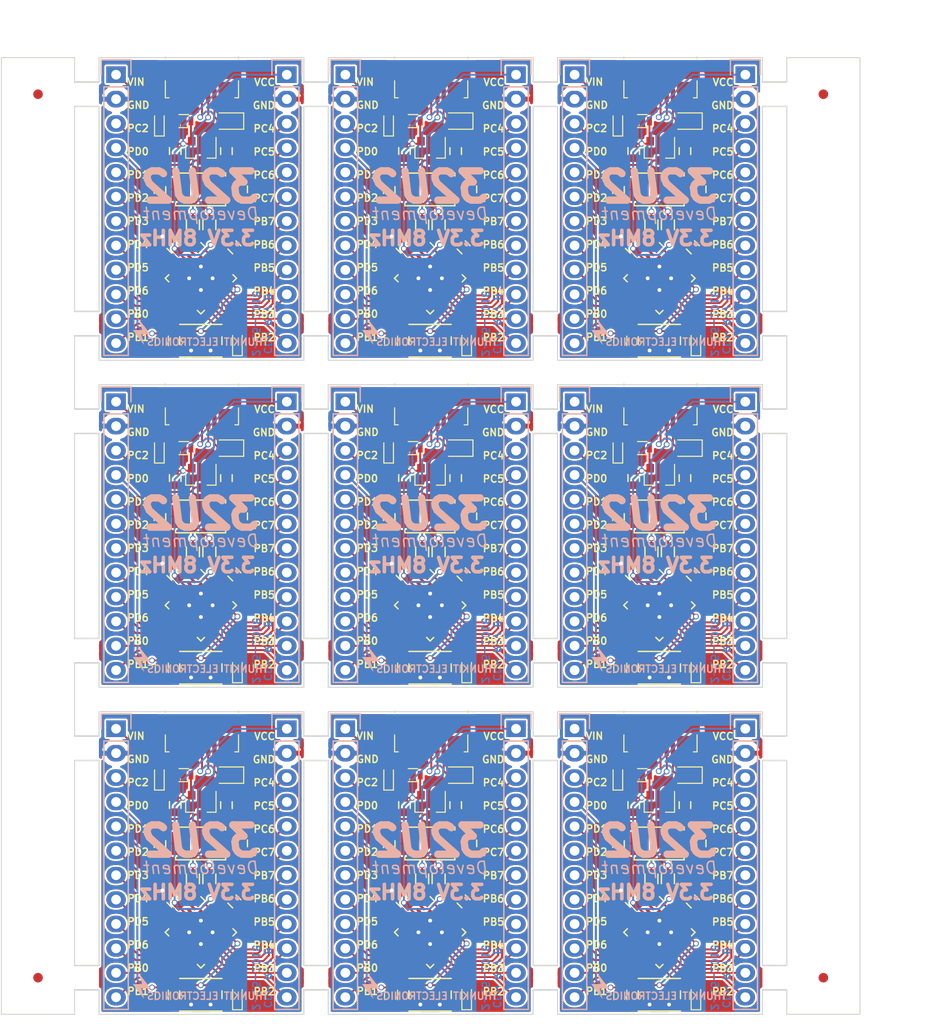
<source format=kicad_pcb>
(kicad_pcb (version 4) (host pcbnew 4.0.5+dfsg1-4)
  (title_block (title "ATMEGA32U2 DEVELOPMENT") (date 2017-09-17) (rev A) (company "UNIVERSITY OF TOLEDO ROCKETRY CLUB"))
  (layers (0 F.Cu signal) (31 B.Cu signal) (34 B.Paste user) (35 F.Paste user) (36 B.SilkS user) (37 F.SilkS user) (38 B.Mask user) (39 F.Mask user) (44 Edge.Cuts user))
  (net 0 "")
  (net 1 "Net-(C1-Pad1)")
  (net 2 GND)
  (net 3 "Net-(C2-Pad1)")
  (net 4 "Net-(C3-Pad2)")
  (net 5 VCC)
  (net 6 +5V)
  (net 7 "Net-(P1-Pad2)")
  (net 8 "Net-(P1-Pad3)")
  (net 9 PB3)
  (net 10 PB1)
  (net 11 PB2)
  (net 12 PC2)
  (net 13 PD0)
  (net 14 PD1)
  (net 15 PD2)
  (net 16 PD3)
  (net 17 PD4)
  (net 18 PD5)
  (net 19 PD6)
  (net 20 PB0)
  (net 21 PC4)
  (net 22 PC5)
  (net 23 PC6)
  (net 24 PC7)
  (net 25 PB7)
  (net 26 PB6)
  (net 27 PB5)
  (net 28 PB4)
  (net 29 "Net-(R1-Pad1)")
  (net 30 "Net-(R2-Pad1)")
  (net 31 "Net-(D1-Pad2)")
  (net 32 "Net-(D2-Pad2)")
  (net 33 "Net-(D3-Pad2)")
  (net 34 "Net-(SW1-Pad2)")
  (module MOD:MOUSE_BITE (layer F.Cu) (at 107.443045 123.443062 180)
    (fp_text reference REF** hide)
    (fp_text value MOUSE_BITE hide)
    (fp_line (start 1.27 1.27) (end -1.27 1.27) (layer Edge.Cuts) (width 0.15))
    (fp_line (start -1.27 -1.27) (end 1.27 -1.27) (layer Edge.Cuts) (width 0.15))
    (pad "" np_thru_hole circle (at 0.762 -0.762 180) (size 0.635 0.635) (drill 0.635) (layers *.Cu))
    (pad "" np_thru_hole circle (at 0.762 0.762 180) (size 0.635 0.635) (drill 0.635) (layers *.Cu))
    (pad "" np_thru_hole circle (at 0.762 0 180) (size 0.635 0.635) (drill 0.635) (layers *.Cu))
    (pad "" np_thru_hole circle (at -0.762 -0.762 180) (size 0.635 0.635) (drill 0.635) (layers *.Cu))
    (pad "" np_thru_hole circle (at -0.762 0 180) (size 0.635 0.635) (drill 0.635) (layers *.Cu))
    (pad "" np_thru_hole circle (at -0.762 0.762 180) (size 0.635 0.635) (drill 0.635) (layers *.Cu))
  )
  (module Mounting_Holes:MountingHole_3.2mm_M3 (layer F.Cu) (at 102.363044 142.302563)
    (fp_text reference REF** hide)
    (fp_text value MountingHole_3.2mm_M3)
    (pad 1 np_thru_hole circle (at 0 0) (size 3.2 3.2) (drill 3.2) (layers *.Cu *.Mask))
  )
  (module Fiducials:Fiducial_1mm_Dia_2.54mm_Outer_CopperTop (layer F.Cu) (at 102.363044 147.319062)
    (fp_text reference REF** hide)
    (fp_text value Fiducial_1mm_Dia_2.54mm_Outer_CopperTop)
    (pad ~ smd circle (at 0 0) (size 1 1) (layers F.Cu F.Mask) (clearance 0.77))
  )
  (module MOD:MOUSE_BITE (layer F.Cu) (at 107.443044 147.319061 180)
    (fp_text reference REF** hide)
    (fp_text value MOUSE_BITE hide)
    (fp_line (start 1.27 1.27) (end -1.27 1.27) (layer Edge.Cuts) (width 0.15))
    (fp_line (start -1.27 -1.27) (end 1.27 -1.27) (layer Edge.Cuts) (width 0.15))
    (pad "" np_thru_hole circle (at 0.762 -0.762 180) (size 0.635 0.635) (drill 0.635) (layers *.Cu))
    (pad "" np_thru_hole circle (at 0.762 0.762 180) (size 0.635 0.635) (drill 0.635) (layers *.Cu))
    (pad "" np_thru_hole circle (at 0.762 0 180) (size 0.635 0.635) (drill 0.635) (layers *.Cu))
    (pad "" np_thru_hole circle (at -0.762 -0.762 180) (size 0.635 0.635) (drill 0.635) (layers *.Cu))
    (pad "" np_thru_hole circle (at -0.762 0 180) (size 0.635 0.635) (drill 0.635) (layers *.Cu))
    (pad "" np_thru_hole circle (at -0.762 0.762 180) (size 0.635 0.635) (drill 0.635) (layers *.Cu))
  )
  (module MOD:MOUSE_BITE (layer F.Cu) (at 107.443044 113.283062 180)
    (fp_text reference REF** hide)
    (fp_text value MOUSE_BITE hide)
    (fp_line (start 1.27 1.27) (end -1.27 1.27) (layer Edge.Cuts) (width 0.15))
    (fp_line (start -1.27 -1.27) (end 1.27 -1.27) (layer Edge.Cuts) (width 0.15))
    (pad "" np_thru_hole circle (at 0.762 -0.762 180) (size 0.635 0.635) (drill 0.635) (layers *.Cu))
    (pad "" np_thru_hole circle (at 0.762 0.762 180) (size 0.635 0.635) (drill 0.635) (layers *.Cu))
    (pad "" np_thru_hole circle (at 0.762 0 180) (size 0.635 0.635) (drill 0.635) (layers *.Cu))
    (pad "" np_thru_hole circle (at -0.762 -0.762 180) (size 0.635 0.635) (drill 0.635) (layers *.Cu))
    (pad "" np_thru_hole circle (at -0.762 0 180) (size 0.635 0.635) (drill 0.635) (layers *.Cu))
    (pad "" np_thru_hole circle (at -0.762 0.762 180) (size 0.635 0.635) (drill 0.635) (layers *.Cu))
  )
  (module MOD:MOUSE_BITE (layer F.Cu) (at 107.443044 89.407062 180)
    (fp_text reference REF** hide)
    (fp_text value MOUSE_BITE hide)
    (fp_line (start 1.27 1.27) (end -1.27 1.27) (layer Edge.Cuts) (width 0.15))
    (fp_line (start -1.27 -1.27) (end 1.27 -1.27) (layer Edge.Cuts) (width 0.15))
    (pad "" np_thru_hole circle (at 0.762 -0.762 180) (size 0.635 0.635) (drill 0.635) (layers *.Cu))
    (pad "" np_thru_hole circle (at 0.762 0.762 180) (size 0.635 0.635) (drill 0.635) (layers *.Cu))
    (pad "" np_thru_hole circle (at 0.762 0 180) (size 0.635 0.635) (drill 0.635) (layers *.Cu))
    (pad "" np_thru_hole circle (at -0.762 -0.762 180) (size 0.635 0.635) (drill 0.635) (layers *.Cu))
    (pad "" np_thru_hole circle (at -0.762 0 180) (size 0.635 0.635) (drill 0.635) (layers *.Cu))
    (pad "" np_thru_hole circle (at -0.762 0.762 180) (size 0.635 0.635) (drill 0.635) (layers *.Cu))
  )
  (module MOD:MOUSE_BITE (layer F.Cu) (at 107.443045 79.247061 180)
    (fp_text reference REF** hide)
    (fp_text value MOUSE_BITE hide)
    (fp_line (start 1.27 1.27) (end -1.27 1.27) (layer Edge.Cuts) (width 0.15))
    (fp_line (start -1.27 -1.27) (end 1.27 -1.27) (layer Edge.Cuts) (width 0.15))
    (pad "" np_thru_hole circle (at 0.762 -0.762 180) (size 0.635 0.635) (drill 0.635) (layers *.Cu))
    (pad "" np_thru_hole circle (at 0.762 0.762 180) (size 0.635 0.635) (drill 0.635) (layers *.Cu))
    (pad "" np_thru_hole circle (at 0.762 0 180) (size 0.635 0.635) (drill 0.635) (layers *.Cu))
    (pad "" np_thru_hole circle (at -0.762 -0.762 180) (size 0.635 0.635) (drill 0.635) (layers *.Cu))
    (pad "" np_thru_hole circle (at -0.762 0 180) (size 0.635 0.635) (drill 0.635) (layers *.Cu))
    (pad "" np_thru_hole circle (at -0.762 0.762 180) (size 0.635 0.635) (drill 0.635) (layers *.Cu))
  )
  (module Fiducials:Fiducial_1mm_Dia_2.54mm_Outer_CopperTop (layer F.Cu) (at 102.363044 55.371063 180)
    (fp_text reference REF** hide)
    (fp_text value Fiducial_1mm_Dia_2.54mm_Outer_CopperTop)
    (pad ~ smd circle (at 0 0 180) (size 1 1) (layers F.Cu F.Mask) (clearance 0.77))
  )
  (module Mounting_Holes:MountingHole_3.2mm_M3 (layer F.Cu) (at 102.363044 60.387563 180)
    (fp_text reference REF** hide)
    (fp_text value MountingHole_3.2mm_M3)
    (pad 1 np_thru_hole circle (at 0 0 180) (size 3.2 3.2) (drill 3.2) (layers *.Cu *.Mask))
  )
  (module MOD:MOUSE_BITE (layer F.Cu) (at 107.443045 55.371062 180)
    (fp_text reference REF** hide)
    (fp_text value MOUSE_BITE hide)
    (fp_line (start 1.27 1.27) (end -1.27 1.27) (layer Edge.Cuts) (width 0.15))
    (fp_line (start -1.27 -1.27) (end 1.27 -1.27) (layer Edge.Cuts) (width 0.15))
    (pad "" np_thru_hole circle (at 0.762 -0.762 180) (size 0.635 0.635) (drill 0.635) (layers *.Cu))
    (pad "" np_thru_hole circle (at 0.762 0.762 180) (size 0.635 0.635) (drill 0.635) (layers *.Cu))
    (pad "" np_thru_hole circle (at 0.762 0 180) (size 0.635 0.635) (drill 0.635) (layers *.Cu))
    (pad "" np_thru_hole circle (at -0.762 -0.762 180) (size 0.635 0.635) (drill 0.635) (layers *.Cu))
    (pad "" np_thru_hole circle (at -0.762 0 180) (size 0.635 0.635) (drill 0.635) (layers *.Cu))
    (pad "" np_thru_hole circle (at -0.762 0.762 180) (size 0.635 0.635) (drill 0.635) (layers *.Cu))
  )
  (module Mounting_Holes:MountingHole_3.2mm_M3 (layer F.Cu) (at 184.15 60.3885 180)
    (fp_text reference REF** hide)
    (fp_text value MountingHole_3.2mm_M3)
    (pad 1 np_thru_hole circle (at 0 0 180) (size 3.2 3.2) (drill 3.2) (layers *.Cu *.Mask))
  )
  (module Fiducials:Fiducial_1mm_Dia_2.54mm_Outer_CopperTop (layer F.Cu) (at 184.15 55.372 180)
    (fp_text reference REF** hide)
    (fp_text value Fiducial_1mm_Dia_2.54mm_Outer_CopperTop)
    (pad ~ smd circle (at 0 0 180) (size 1 1) (layers F.Cu F.Mask) (clearance 0.77))
  )
  (module MOD:MOUSE_BITE (layer F.Cu) (at 179.069999 147.32)
    (fp_text reference REF** hide)
    (fp_text value MOUSE_BITE hide)
    (fp_line (start 1.27 1.27) (end -1.27 1.27) (layer Edge.Cuts) (width 0.15))
    (fp_line (start -1.27 -1.27) (end 1.27 -1.27) (layer Edge.Cuts) (width 0.15))
    (pad "" np_thru_hole circle (at 0.762 -0.762) (size 0.635 0.635) (drill 0.635) (layers *.Cu))
    (pad "" np_thru_hole circle (at 0.762 0.762) (size 0.635 0.635) (drill 0.635) (layers *.Cu))
    (pad "" np_thru_hole circle (at 0.762 0) (size 0.635 0.635) (drill 0.635) (layers *.Cu))
    (pad "" np_thru_hole circle (at -0.762 -0.762) (size 0.635 0.635) (drill 0.635) (layers *.Cu))
    (pad "" np_thru_hole circle (at -0.762 0) (size 0.635 0.635) (drill 0.635) (layers *.Cu))
    (pad "" np_thru_hole circle (at -0.762 0.762) (size 0.635 0.635) (drill 0.635) (layers *.Cu))
  )
  (module MOD:MOUSE_BITE (layer F.Cu) (at 179.069999 123.444001)
    (fp_text reference REF** hide)
    (fp_text value MOUSE_BITE hide)
    (fp_line (start 1.27 1.27) (end -1.27 1.27) (layer Edge.Cuts) (width 0.15))
    (fp_line (start -1.27 -1.27) (end 1.27 -1.27) (layer Edge.Cuts) (width 0.15))
    (pad "" np_thru_hole circle (at 0.762 -0.762) (size 0.635 0.635) (drill 0.635) (layers *.Cu))
    (pad "" np_thru_hole circle (at 0.762 0.762) (size 0.635 0.635) (drill 0.635) (layers *.Cu))
    (pad "" np_thru_hole circle (at 0.762 0) (size 0.635 0.635) (drill 0.635) (layers *.Cu))
    (pad "" np_thru_hole circle (at -0.762 -0.762) (size 0.635 0.635) (drill 0.635) (layers *.Cu))
    (pad "" np_thru_hole circle (at -0.762 0) (size 0.635 0.635) (drill 0.635) (layers *.Cu))
    (pad "" np_thru_hole circle (at -0.762 0.762) (size 0.635 0.635) (drill 0.635) (layers *.Cu))
  )
  (module MOD:MOUSE_BITE (layer F.Cu) (at 179.069999 113.284)
    (fp_text reference REF** hide)
    (fp_text value MOUSE_BITE hide)
    (fp_line (start 1.27 1.27) (end -1.27 1.27) (layer Edge.Cuts) (width 0.15))
    (fp_line (start -1.27 -1.27) (end 1.27 -1.27) (layer Edge.Cuts) (width 0.15))
    (pad "" np_thru_hole circle (at 0.762 -0.762) (size 0.635 0.635) (drill 0.635) (layers *.Cu))
    (pad "" np_thru_hole circle (at 0.762 0.762) (size 0.635 0.635) (drill 0.635) (layers *.Cu))
    (pad "" np_thru_hole circle (at 0.762 0) (size 0.635 0.635) (drill 0.635) (layers *.Cu))
    (pad "" np_thru_hole circle (at -0.762 -0.762) (size 0.635 0.635) (drill 0.635) (layers *.Cu))
    (pad "" np_thru_hole circle (at -0.762 0) (size 0.635 0.635) (drill 0.635) (layers *.Cu))
    (pad "" np_thru_hole circle (at -0.762 0.762) (size 0.635 0.635) (drill 0.635) (layers *.Cu))
  )
  (module MOD:MOUSE_BITE (layer F.Cu) (at 179.069999 89.408001)
    (fp_text reference REF** hide)
    (fp_text value MOUSE_BITE hide)
    (fp_line (start 1.27 1.27) (end -1.27 1.27) (layer Edge.Cuts) (width 0.15))
    (fp_line (start -1.27 -1.27) (end 1.27 -1.27) (layer Edge.Cuts) (width 0.15))
    (pad "" np_thru_hole circle (at 0.762 -0.762) (size 0.635 0.635) (drill 0.635) (layers *.Cu))
    (pad "" np_thru_hole circle (at 0.762 0.762) (size 0.635 0.635) (drill 0.635) (layers *.Cu))
    (pad "" np_thru_hole circle (at 0.762 0) (size 0.635 0.635) (drill 0.635) (layers *.Cu))
    (pad "" np_thru_hole circle (at -0.762 -0.762) (size 0.635 0.635) (drill 0.635) (layers *.Cu))
    (pad "" np_thru_hole circle (at -0.762 0) (size 0.635 0.635) (drill 0.635) (layers *.Cu))
    (pad "" np_thru_hole circle (at -0.762 0.762) (size 0.635 0.635) (drill 0.635) (layers *.Cu))
  )
  (module MOD:MOUSE_BITE (layer F.Cu) (at 179.069999 55.372001)
    (fp_text reference REF** hide)
    (fp_text value MOUSE_BITE hide)
    (fp_line (start 1.27 1.27) (end -1.27 1.27) (layer Edge.Cuts) (width 0.15))
    (fp_line (start -1.27 -1.27) (end 1.27 -1.27) (layer Edge.Cuts) (width 0.15))
    (pad "" np_thru_hole circle (at 0.762 -0.762) (size 0.635 0.635) (drill 0.635) (layers *.Cu))
    (pad "" np_thru_hole circle (at 0.762 0.762) (size 0.635 0.635) (drill 0.635) (layers *.Cu))
    (pad "" np_thru_hole circle (at 0.762 0) (size 0.635 0.635) (drill 0.635) (layers *.Cu))
    (pad "" np_thru_hole circle (at -0.762 -0.762) (size 0.635 0.635) (drill 0.635) (layers *.Cu))
    (pad "" np_thru_hole circle (at -0.762 0) (size 0.635 0.635) (drill 0.635) (layers *.Cu))
    (pad "" np_thru_hole circle (at -0.762 0.762) (size 0.635 0.635) (drill 0.635) (layers *.Cu))
  )
  (module MOD:MOUSE_BITE (layer F.Cu) (at 179.069999 79.248)
    (fp_text reference REF** hide)
    (fp_text value MOUSE_BITE hide)
    (fp_line (start 1.27 1.27) (end -1.27 1.27) (layer Edge.Cuts) (width 0.15))
    (fp_line (start -1.27 -1.27) (end 1.27 -1.27) (layer Edge.Cuts) (width 0.15))
    (pad "" np_thru_hole circle (at 0.762 -0.762) (size 0.635 0.635) (drill 0.635) (layers *.Cu))
    (pad "" np_thru_hole circle (at 0.762 0.762) (size 0.635 0.635) (drill 0.635) (layers *.Cu))
    (pad "" np_thru_hole circle (at 0.762 0) (size 0.635 0.635) (drill 0.635) (layers *.Cu))
    (pad "" np_thru_hole circle (at -0.762 -0.762) (size 0.635 0.635) (drill 0.635) (layers *.Cu))
    (pad "" np_thru_hole circle (at -0.762 0) (size 0.635 0.635) (drill 0.635) (layers *.Cu))
    (pad "" np_thru_hole circle (at -0.762 0.762) (size 0.635 0.635) (drill 0.635) (layers *.Cu))
  )
  (module MOD:lightning (layer B.Cu) (at 160.845499 80.01 180)
    (fp_text reference G*** hide)
    (fp_text value LOGO hide)
  )
  (module Pin_Headers:Pin_Header_Straight_1x12 (layer B.Cu) (at 128.27 53.340002 180)
    (fp_text reference P3 hide)
    (fp_text value "HEADER RIGHT")
    (pad 1 thru_hole rect (at 0 0 180) (size 2.032 1.7272) (drill 1.016) (layers *.Cu *.Mask) (net 5 VCC))
    (pad 2 thru_hole oval (at 0 -2.54 180) (size 2.032 1.7272) (drill 1.016) (layers *.Cu *.Mask) (net 2 GND))
    (pad 3 thru_hole oval (at 0 -5.08 180) (size 2.032 1.7272) (drill 1.016) (layers *.Cu *.Mask) (net 21 PC4))
    (pad 4 thru_hole oval (at 0 -7.62 180) (size 2.032 1.7272) (drill 1.016) (layers *.Cu *.Mask) (net 22 PC5))
    (pad 5 thru_hole oval (at 0 -10.16 180) (size 2.032 1.7272) (drill 1.016) (layers *.Cu *.Mask) (net 23 PC6))
    (pad 6 thru_hole oval (at 0 -12.7 180) (size 2.032 1.7272) (drill 1.016) (layers *.Cu *.Mask) (net 24 PC7))
    (pad 7 thru_hole oval (at 0 -15.24 180) (size 2.032 1.7272) (drill 1.016) (layers *.Cu *.Mask) (net 25 PB7))
    (pad 8 thru_hole oval (at 0 -17.78 180) (size 2.032 1.7272) (drill 1.016) (layers *.Cu *.Mask) (net 26 PB6))
    (pad 9 thru_hole oval (at 0 -20.32 180) (size 2.032 1.7272) (drill 1.016) (layers *.Cu *.Mask) (net 27 PB5))
    (pad 10 thru_hole oval (at 0 -22.86 180) (size 2.032 1.7272) (drill 1.016) (layers *.Cu *.Mask) (net 28 PB4))
    (pad 11 thru_hole oval (at 0 -25.4 180) (size 2.032 1.7272) (drill 1.016) (layers *.Cu *.Mask) (net 9 PB3))
    (pad 12 thru_hole oval (at 0 -27.94 180) (size 2.032 1.7272) (drill 1.016) (layers *.Cu *.Mask) (net 11 PB2))
  )
  (module MOD:lightning (layer B.Cu) (at 113.093499 80.01 180)
    (fp_text reference G*** hide)
    (fp_text value LOGO hide)
  )
  (module MOD:lightning (layer B.Cu) (at 136.9695 80.01 180)
    (fp_text reference G*** hide)
    (fp_text value LOGO hide)
  )
  (module Pin_Headers:Pin_Header_Straight_1x12 (layer B.Cu) (at 110.49 53.34 180)
    (fp_text reference P4 hide)
    (fp_text value "HEADER LEFT")
    (pad 1 thru_hole rect (at 0 0 180) (size 2.032 1.7272) (drill 1.016) (layers *.Cu *.Mask) (net 6 +5V))
    (pad 2 thru_hole oval (at 0 -2.54 180) (size 2.032 1.7272) (drill 1.016) (layers *.Cu *.Mask) (net 2 GND))
    (pad 3 thru_hole oval (at 0 -5.08 180) (size 2.032 1.7272) (drill 1.016) (layers *.Cu *.Mask) (net 12 PC2))
    (pad 4 thru_hole oval (at 0 -7.62 180) (size 2.032 1.7272) (drill 1.016) (layers *.Cu *.Mask) (net 13 PD0))
    (pad 5 thru_hole oval (at 0 -10.16 180) (size 2.032 1.7272) (drill 1.016) (layers *.Cu *.Mask) (net 14 PD1))
    (pad 6 thru_hole oval (at 0 -12.7 180) (size 2.032 1.7272) (drill 1.016) (layers *.Cu *.Mask) (net 15 PD2))
    (pad 7 thru_hole oval (at 0 -15.24 180) (size 2.032 1.7272) (drill 1.016) (layers *.Cu *.Mask) (net 16 PD3))
    (pad 8 thru_hole oval (at 0 -17.78 180) (size 2.032 1.7272) (drill 1.016) (layers *.Cu *.Mask) (net 17 PD4))
    (pad 9 thru_hole oval (at 0 -20.32 180) (size 2.032 1.7272) (drill 1.016) (layers *.Cu *.Mask) (net 18 PD5))
    (pad 10 thru_hole oval (at 0 -22.86 180) (size 2.032 1.7272) (drill 1.016) (layers *.Cu *.Mask) (net 19 PD6))
    (pad 11 thru_hole oval (at 0 -25.4 180) (size 2.032 1.7272) (drill 1.016) (layers *.Cu *.Mask) (net 20 PB0))
    (pad 12 thru_hole oval (at 0 -27.94 180) (size 2.032 1.7272) (drill 1.016) (layers *.Cu *.Mask) (net 10 PB1))
  )
  (module Pin_Headers:Pin_Header_Straight_1x12 (layer B.Cu) (at 158.242 53.34 180)
    (fp_text reference P4 hide)
    (fp_text value "HEADER LEFT")
    (pad 1 thru_hole rect (at 0 0 180) (size 2.032 1.7272) (drill 1.016) (layers *.Cu *.Mask) (net 6 +5V))
    (pad 2 thru_hole oval (at 0 -2.54 180) (size 2.032 1.7272) (drill 1.016) (layers *.Cu *.Mask) (net 2 GND))
    (pad 3 thru_hole oval (at 0 -5.08 180) (size 2.032 1.7272) (drill 1.016) (layers *.Cu *.Mask) (net 12 PC2))
    (pad 4 thru_hole oval (at 0 -7.62 180) (size 2.032 1.7272) (drill 1.016) (layers *.Cu *.Mask) (net 13 PD0))
    (pad 5 thru_hole oval (at 0 -10.16 180) (size 2.032 1.7272) (drill 1.016) (layers *.Cu *.Mask) (net 14 PD1))
    (pad 6 thru_hole oval (at 0 -12.7 180) (size 2.032 1.7272) (drill 1.016) (layers *.Cu *.Mask) (net 15 PD2))
    (pad 7 thru_hole oval (at 0 -15.24 180) (size 2.032 1.7272) (drill 1.016) (layers *.Cu *.Mask) (net 16 PD3))
    (pad 8 thru_hole oval (at 0 -17.78 180) (size 2.032 1.7272) (drill 1.016) (layers *.Cu *.Mask) (net 17 PD4))
    (pad 9 thru_hole oval (at 0 -20.32 180) (size 2.032 1.7272) (drill 1.016) (layers *.Cu *.Mask) (net 18 PD5))
    (pad 10 thru_hole oval (at 0 -22.86 180) (size 2.032 1.7272) (drill 1.016) (layers *.Cu *.Mask) (net 19 PD6))
    (pad 11 thru_hole oval (at 0 -25.4 180) (size 2.032 1.7272) (drill 1.016) (layers *.Cu *.Mask) (net 20 PB0))
    (pad 12 thru_hole oval (at 0 -27.94 180) (size 2.032 1.7272) (drill 1.016) (layers *.Cu *.Mask) (net 10 PB1))
  )
  (module Pin_Headers:Pin_Header_Straight_1x12 (layer B.Cu) (at 152.146 53.339999 180)
    (fp_text reference P3 hide)
    (fp_text value "HEADER RIGHT")
    (pad 1 thru_hole rect (at 0 0 180) (size 2.032 1.7272) (drill 1.016) (layers *.Cu *.Mask) (net 5 VCC))
    (pad 2 thru_hole oval (at 0 -2.54 180) (size 2.032 1.7272) (drill 1.016) (layers *.Cu *.Mask) (net 2 GND))
    (pad 3 thru_hole oval (at 0 -5.08 180) (size 2.032 1.7272) (drill 1.016) (layers *.Cu *.Mask) (net 21 PC4))
    (pad 4 thru_hole oval (at 0 -7.62 180) (size 2.032 1.7272) (drill 1.016) (layers *.Cu *.Mask) (net 22 PC5))
    (pad 5 thru_hole oval (at 0 -10.16 180) (size 2.032 1.7272) (drill 1.016) (layers *.Cu *.Mask) (net 23 PC6))
    (pad 6 thru_hole oval (at 0 -12.7 180) (size 2.032 1.7272) (drill 1.016) (layers *.Cu *.Mask) (net 24 PC7))
    (pad 7 thru_hole oval (at 0 -15.24 180) (size 2.032 1.7272) (drill 1.016) (layers *.Cu *.Mask) (net 25 PB7))
    (pad 8 thru_hole oval (at 0 -17.78 180) (size 2.032 1.7272) (drill 1.016) (layers *.Cu *.Mask) (net 26 PB6))
    (pad 9 thru_hole oval (at 0 -20.32 180) (size 2.032 1.7272) (drill 1.016) (layers *.Cu *.Mask) (net 27 PB5))
    (pad 10 thru_hole oval (at 0 -22.86 180) (size 2.032 1.7272) (drill 1.016) (layers *.Cu *.Mask) (net 28 PB4))
    (pad 11 thru_hole oval (at 0 -25.4 180) (size 2.032 1.7272) (drill 1.016) (layers *.Cu *.Mask) (net 9 PB3))
    (pad 12 thru_hole oval (at 0 -27.94 180) (size 2.032 1.7272) (drill 1.016) (layers *.Cu *.Mask) (net 11 PB2))
  )
  (module Pin_Headers:Pin_Header_Straight_1x12 (layer B.Cu) (at 134.366 53.340001 180)
    (fp_text reference P4 hide)
    (fp_text value "HEADER LEFT")
    (pad 1 thru_hole rect (at 0 0 180) (size 2.032 1.7272) (drill 1.016) (layers *.Cu *.Mask) (net 6 +5V))
    (pad 2 thru_hole oval (at 0 -2.54 180) (size 2.032 1.7272) (drill 1.016) (layers *.Cu *.Mask) (net 2 GND))
    (pad 3 thru_hole oval (at 0 -5.08 180) (size 2.032 1.7272) (drill 1.016) (layers *.Cu *.Mask) (net 12 PC2))
    (pad 4 thru_hole oval (at 0 -7.62 180) (size 2.032 1.7272) (drill 1.016) (layers *.Cu *.Mask) (net 13 PD0))
    (pad 5 thru_hole oval (at 0 -10.16 180) (size 2.032 1.7272) (drill 1.016) (layers *.Cu *.Mask) (net 14 PD1))
    (pad 6 thru_hole oval (at 0 -12.7 180) (size 2.032 1.7272) (drill 1.016) (layers *.Cu *.Mask) (net 15 PD2))
    (pad 7 thru_hole oval (at 0 -15.24 180) (size 2.032 1.7272) (drill 1.016) (layers *.Cu *.Mask) (net 16 PD3))
    (pad 8 thru_hole oval (at 0 -17.78 180) (size 2.032 1.7272) (drill 1.016) (layers *.Cu *.Mask) (net 17 PD4))
    (pad 9 thru_hole oval (at 0 -20.32 180) (size 2.032 1.7272) (drill 1.016) (layers *.Cu *.Mask) (net 18 PD5))
    (pad 10 thru_hole oval (at 0 -22.86 180) (size 2.032 1.7272) (drill 1.016) (layers *.Cu *.Mask) (net 19 PD6))
    (pad 11 thru_hole oval (at 0 -25.4 180) (size 2.032 1.7272) (drill 1.016) (layers *.Cu *.Mask) (net 20 PB0))
    (pad 12 thru_hole oval (at 0 -27.94 180) (size 2.032 1.7272) (drill 1.016) (layers *.Cu *.Mask) (net 10 PB1))
  )
  (module Pin_Headers:Pin_Header_Straight_1x12 (layer B.Cu) (at 176.022 53.340002 180)
    (fp_text reference P3 hide)
    (fp_text value "HEADER RIGHT")
    (pad 1 thru_hole rect (at 0 0 180) (size 2.032 1.7272) (drill 1.016) (layers *.Cu *.Mask) (net 5 VCC))
    (pad 2 thru_hole oval (at 0 -2.54 180) (size 2.032 1.7272) (drill 1.016) (layers *.Cu *.Mask) (net 2 GND))
    (pad 3 thru_hole oval (at 0 -5.08 180) (size 2.032 1.7272) (drill 1.016) (layers *.Cu *.Mask) (net 21 PC4))
    (pad 4 thru_hole oval (at 0 -7.62 180) (size 2.032 1.7272) (drill 1.016) (layers *.Cu *.Mask) (net 22 PC5))
    (pad 5 thru_hole oval (at 0 -10.16 180) (size 2.032 1.7272) (drill 1.016) (layers *.Cu *.Mask) (net 23 PC6))
    (pad 6 thru_hole oval (at 0 -12.7 180) (size 2.032 1.7272) (drill 1.016) (layers *.Cu *.Mask) (net 24 PC7))
    (pad 7 thru_hole oval (at 0 -15.24 180) (size 2.032 1.7272) (drill 1.016) (layers *.Cu *.Mask) (net 25 PB7))
    (pad 8 thru_hole oval (at 0 -17.78 180) (size 2.032 1.7272) (drill 1.016) (layers *.Cu *.Mask) (net 26 PB6))
    (pad 9 thru_hole oval (at 0 -20.32 180) (size 2.032 1.7272) (drill 1.016) (layers *.Cu *.Mask) (net 27 PB5))
    (pad 10 thru_hole oval (at 0 -22.86 180) (size 2.032 1.7272) (drill 1.016) (layers *.Cu *.Mask) (net 28 PB4))
    (pad 11 thru_hole oval (at 0 -25.4 180) (size 2.032 1.7272) (drill 1.016) (layers *.Cu *.Mask) (net 9 PB3))
    (pad 12 thru_hole oval (at 0 -27.94 180) (size 2.032 1.7272) (drill 1.016) (layers *.Cu *.Mask) (net 11 PB2))
  )
  (module Connectors_USB:USB_Micro-B_Molex_47346-0001 (layer F.Cu) (at 167.1845 52.832 180)
    (fp_text reference P1 hide)
    (fp_text value USB_A)
    (pad 1 smd rect (at -1.3 -2.66 180) (size 0.45 1.38) (layers F.Cu F.Paste F.Mask) (net 31 "Net-(D1-Pad2)"))
    (pad 2 smd rect (at -0.65 -2.66 180) (size 0.45 1.38) (layers F.Cu F.Paste F.Mask) (net 7 "Net-(P1-Pad2)"))
    (pad 3 smd rect (at 0 -2.66 180) (size 0.45 1.38) (layers F.Cu F.Paste F.Mask) (net 8 "Net-(P1-Pad3)"))
    (pad 4 smd rect (at 0.65 -2.66 180) (size 0.45 1.38) (layers F.Cu F.Paste F.Mask) (net 2 GND))
    (pad 5 smd rect (at 1.3 -2.66 180) (size 0.45 1.38) (layers F.Cu F.Paste F.Mask) (net 2 GND))
    (pad 5 smd rect (at -2.4625 -2.3 180) (size 1.475 2.1) (layers F.Cu F.Paste F.Mask) (net 2 GND))
    (pad 5 smd rect (at 2.4625 -2.3 180) (size 1.475 2.1) (layers F.Cu F.Paste F.Mask) (net 2 GND))
    (pad 5 smd rect (at -2.91 0 180) (size 2.375 1.9) (layers F.Cu F.Paste F.Mask) (net 2 GND))
    (pad 5 smd rect (at 2.91 0 180) (size 2.375 1.9) (layers F.Cu F.Paste F.Mask) (net 2 GND))
    (pad 5 smd rect (at -0.84 0 180) (size 1.175 1.9) (layers F.Cu F.Paste F.Mask) (net 2 GND))
    (pad 5 smd rect (at 0.84 0 180) (size 1.175 1.9) (layers F.Cu F.Paste F.Mask) (net 2 GND))
  )
  (module Resistors_SMD:R_0603 (layer F.Cu) (at 165.290501 58.166)
    (fp_text reference R4 hide)
    (fp_text value R)
    (pad 1 smd rect (at -0.75 0) (size 0.5 0.9) (layers F.Cu F.Paste F.Mask) (net 33 "Net-(D3-Pad2)"))
    (pad 2 smd rect (at 0.75 0) (size 0.5 0.9) (layers F.Cu F.Paste F.Mask) (net 5 VCC))
  )
  (module MOD:MOUSE_BITE (layer F.Cu) (at 155.193999 55.372001)
    (fp_text reference REF** hide)
    (fp_text value MOUSE_BITE hide)
    (fp_line (start 1.27 1.27) (end -1.27 1.27) (layer Edge.Cuts) (width 0.15))
    (fp_line (start -1.27 -1.27) (end 1.27 -1.27) (layer Edge.Cuts) (width 0.15))
    (pad "" np_thru_hole circle (at 0.762 -0.762) (size 0.635 0.635) (drill 0.635) (layers *.Cu))
    (pad "" np_thru_hole circle (at 0.762 0.762) (size 0.635 0.635) (drill 0.635) (layers *.Cu))
    (pad "" np_thru_hole circle (at 0.762 0) (size 0.635 0.635) (drill 0.635) (layers *.Cu))
    (pad "" np_thru_hole circle (at -0.762 -0.762) (size 0.635 0.635) (drill 0.635) (layers *.Cu))
    (pad "" np_thru_hole circle (at -0.762 0) (size 0.635 0.635) (drill 0.635) (layers *.Cu))
    (pad "" np_thru_hole circle (at -0.762 0.762) (size 0.635 0.635) (drill 0.635) (layers *.Cu))
  )
  (module LEDs:LED_0603 (layer F.Cu) (at 162.750499 58.42 90)
    (fp_text reference D3 hide)
    (fp_text value RED)
    (pad 2 smd rect (at 0.8 0 270) (size 0.8 0.8) (layers F.Cu F.Paste F.Mask) (net 33 "Net-(D3-Pad2)"))
    (pad 1 smd rect (at -0.8 0 270) (size 0.8 0.8) (layers F.Cu F.Paste F.Mask) (net 2 GND))
  )
  (module Capacitors_SMD:C_0603 (layer F.Cu) (at 164.211 71.247 315)
    (fp_text reference C4 hide)
    (fp_text value 1uF)
    (pad 1 smd rect (at -0.75 0 315) (size 0.8 0.75) (layers F.Cu F.Paste F.Mask) (net 2 GND))
    (pad 2 smd rect (at 0.75 0 315) (size 0.8 0.75) (layers F.Cu F.Paste F.Mask) (net 5 VCC))
  )
  (module LEDs:LED_0603 (layer F.Cu) (at 170.8785 81.28 90)
    (fp_text reference D2 hide)
    (fp_text value RED)
    (pad 2 smd rect (at 0.8 0 270) (size 0.8 0.8) (layers F.Cu F.Paste F.Mask) (net 32 "Net-(D2-Pad2)"))
    (pad 1 smd rect (at -0.8 0 270) (size 0.8 0.8) (layers F.Cu F.Paste F.Mask) (net 2 GND))
  )
  (module Housings_DFN_QFN:QFN-32-1EP_5x5mm_Pitch0.5mm (layer F.Cu) (at 167.074267 74.52732 315)
    (fp_text reference U1 hide)
    (fp_text value ATMEGA32U2)
    (pad 1 smd rect (at -2.4 -1.75 315) (size 0.7 0.25) (layers F.Cu F.Paste F.Mask) (net 1 "Net-(C1-Pad1)"))
    (pad 2 smd rect (at -2.4 -1.25 315) (size 0.7 0.25) (layers F.Cu F.Paste F.Mask) (net 3 "Net-(C2-Pad1)"))
    (pad 3 smd rect (at -2.4 -0.75 315) (size 0.7 0.25) (layers F.Cu F.Paste F.Mask) (net 2 GND))
    (pad 4 smd rect (at -2.4 -0.25 315) (size 0.7 0.25) (layers F.Cu F.Paste F.Mask) (net 5 VCC))
    (pad 5 smd rect (at -2.4 0.25 315) (size 0.7 0.25) (layers F.Cu F.Paste F.Mask) (net 12 PC2))
    (pad 6 smd rect (at -2.4 0.75 315) (size 0.7 0.25) (layers F.Cu F.Paste F.Mask) (net 13 PD0))
    (pad 7 smd rect (at -2.4 1.25 315) (size 0.7 0.25) (layers F.Cu F.Paste F.Mask) (net 14 PD1))
    (pad 8 smd rect (at -2.4 1.75 315) (size 0.7 0.25) (layers F.Cu F.Paste F.Mask) (net 15 PD2))
    (pad 9 smd rect (at -1.75 2.4 45) (size 0.7 0.25) (layers F.Cu F.Paste F.Mask) (net 16 PD3))
    (pad 10 smd rect (at -1.25 2.4 45) (size 0.7 0.25) (layers F.Cu F.Paste F.Mask) (net 17 PD4))
    (pad 11 smd rect (at -0.75 2.4 45) (size 0.7 0.25) (layers F.Cu F.Paste F.Mask) (net 18 PD5))
    (pad 12 smd rect (at -0.25 2.4 45) (size 0.7 0.25) (layers F.Cu F.Paste F.Mask) (net 19 PD6))
    (pad 13 smd rect (at 0.25 2.4 45) (size 0.7 0.25) (layers F.Cu F.Paste F.Mask) (net 2 GND))
    (pad 14 smd rect (at 0.75 2.4 45) (size 0.7 0.25) (layers F.Cu F.Paste F.Mask) (net 20 PB0))
    (pad 15 smd rect (at 1.25 2.4 45) (size 0.7 0.25) (layers F.Cu F.Paste F.Mask) (net 10 PB1))
    (pad 16 smd rect (at 1.75 2.4 45) (size 0.7 0.25) (layers F.Cu F.Paste F.Mask) (net 11 PB2))
    (pad 17 smd rect (at 2.4 1.75 315) (size 0.7 0.25) (layers F.Cu F.Paste F.Mask) (net 9 PB3))
    (pad 18 smd rect (at 2.4 1.25 315) (size 0.7 0.25) (layers F.Cu F.Paste F.Mask) (net 28 PB4))
    (pad 19 smd rect (at 2.4 0.75 315) (size 0.7 0.25) (layers F.Cu F.Paste F.Mask) (net 27 PB5))
    (pad 20 smd rect (at 2.4 0.25 315) (size 0.7 0.25) (layers F.Cu F.Paste F.Mask) (net 26 PB6))
    (pad 21 smd rect (at 2.4 -0.25 315) (size 0.7 0.25) (layers F.Cu F.Paste F.Mask) (net 25 PB7))
    (pad 22 smd rect (at 2.4 -0.75 315) (size 0.7 0.25) (layers F.Cu F.Paste F.Mask) (net 24 PC7))
    (pad 23 smd rect (at 2.4 -1.25 315) (size 0.7 0.25) (layers F.Cu F.Paste F.Mask) (net 23 PC6))
    (pad 24 smd rect (at 2.4 -1.75 315) (size 0.7 0.25) (layers F.Cu F.Paste F.Mask) (net 34 "Net-(SW1-Pad2)"))
    (pad 25 smd rect (at 1.75 -2.4 45) (size 0.7 0.25) (layers F.Cu F.Paste F.Mask) (net 22 PC5))
    (pad 26 smd rect (at 1.25 -2.4 45) (size 0.7 0.25) (layers F.Cu F.Paste F.Mask) (net 21 PC4))
    (pad 27 smd rect (at 0.75 -2.4 45) (size 0.7 0.25) (layers F.Cu F.Paste F.Mask) (net 4 "Net-(C3-Pad2)"))
    (pad 28 smd rect (at 0.25 -2.4 45) (size 0.7 0.25) (layers F.Cu F.Paste F.Mask) (net 2 GND))
    (pad 29 smd rect (at -0.25 -2.4 45) (size 0.7 0.25) (layers F.Cu F.Paste F.Mask) (net 29 "Net-(R1-Pad1)"))
    (pad 30 smd rect (at -0.75 -2.4 45) (size 0.7 0.25) (layers F.Cu F.Paste F.Mask) (net 30 "Net-(R2-Pad1)"))
    (pad 31 smd rect (at -1.25 -2.4 45) (size 0.7 0.25) (layers F.Cu F.Paste F.Mask) (net 5 VCC))
    (pad 32 smd rect (at -1.75 -2.4 45) (size 0.7 0.25) (layers F.Cu F.Paste F.Mask) (net 5 VCC))
    (pad 3 smd rect (at 0.8625 0.8625 315) (size 1.725 1.725) (layers F.Cu F.Paste F.Mask) (net 2 GND))
    (pad 3 smd rect (at 0.8625 -0.8625 315) (size 1.725 1.725) (layers F.Cu F.Paste F.Mask) (net 2 GND))
    (pad 3 smd rect (at -0.8625 0.8625 315) (size 1.725 1.725) (layers F.Cu F.Paste F.Mask) (net 2 GND))
    (pad 3 smd rect (at -0.8625 -0.8625 315) (size 1.725 1.725) (layers F.Cu F.Paste F.Mask) (net 2 GND))
  )
  (module MOD:MOUSE_BITE (layer F.Cu) (at 155.193999 79.248)
    (fp_text reference REF** hide)
    (fp_text value MOUSE_BITE hide)
    (fp_line (start 1.27 1.27) (end -1.27 1.27) (layer Edge.Cuts) (width 0.15))
    (fp_line (start -1.27 -1.27) (end 1.27 -1.27) (layer Edge.Cuts) (width 0.15))
    (pad "" np_thru_hole circle (at 0.762 -0.762) (size 0.635 0.635) (drill 0.635) (layers *.Cu))
    (pad "" np_thru_hole circle (at 0.762 0.762) (size 0.635 0.635) (drill 0.635) (layers *.Cu))
    (pad "" np_thru_hole circle (at 0.762 0) (size 0.635 0.635) (drill 0.635) (layers *.Cu))
    (pad "" np_thru_hole circle (at -0.762 -0.762) (size 0.635 0.635) (drill 0.635) (layers *.Cu))
    (pad "" np_thru_hole circle (at -0.762 0) (size 0.635 0.635) (drill 0.635) (layers *.Cu))
    (pad "" np_thru_hole circle (at -0.762 0.762) (size 0.635 0.635) (drill 0.635) (layers *.Cu))
  )
  (module Resistors_SMD:R_0603 (layer F.Cu) (at 163.0045 81.038 270)
    (fp_text reference R3 hide)
    (fp_text value 470)
    (pad 1 smd rect (at -0.75 0 270) (size 0.5 0.9) (layers F.Cu F.Paste F.Mask) (net 13 PD0))
    (pad 2 smd rect (at 0.75 0 270) (size 0.5 0.9) (layers F.Cu F.Paste F.Mask) (net 32 "Net-(D2-Pad2)"))
  )
  (module "MOD:PTS810 SJK 250 SMTR LFS" (layer F.Cu) (at 167.0685 81.025999 180)
    (fp_text reference SW1 hide)
    (fp_text value Push_SW)
    (pad 1 smd rect (at -2 -1 180) (size 1.05 0.65) (layers F.Cu F.Paste F.Mask) (net 2 GND))
    (pad 1 smd rect (at 2 -1 180) (size 1.05 0.65) (layers F.Cu F.Paste F.Mask) (net 2 GND))
    (pad 2 smd rect (at -2 1 180) (size 1.05 0.65) (layers F.Cu F.Paste F.Mask) (net 34 "Net-(SW1-Pad2)"))
    (pad 2 smd rect (at 2 1 180) (size 1.05 0.65) (layers F.Cu F.Paste F.Mask) (net 34 "Net-(SW1-Pad2)"))
  )
  (module Capacitors_SMD:C_0603 (layer F.Cu) (at 170.561 71.3105 315)
    (fp_text reference C3 hide)
    (fp_text value C)
    (pad 1 smd rect (at -0.75 0 315) (size 0.8 0.75) (layers F.Cu F.Paste F.Mask) (net 2 GND))
    (pad 2 smd rect (at 0.75 0 315) (size 0.8 0.75) (layers F.Cu F.Paste F.Mask) (net 4 "Net-(C3-Pad2)"))
  )
  (module Capacitors_SMD:C_0603 (layer F.Cu) (at 162.814 65.341499 90)
    (fp_text reference C2 hide)
    (fp_text value C)
    (pad 1 smd rect (at -0.75 0 90) (size 0.8 0.75) (layers F.Cu F.Paste F.Mask) (net 3 "Net-(C2-Pad1)"))
    (pad 2 smd rect (at 0.75 0 90) (size 0.8 0.75) (layers F.Cu F.Paste F.Mask) (net 2 GND))
  )
  (module Diodes_SMD:D_SOD-323F (layer F.Cu) (at 170.032501 58.166 180)
    (fp_text reference D1 hide)
    (fp_text value D_Schottky)
    (pad 1 smd rect (at -1.1 0 180) (size 0.5 0.5) (layers F.Cu F.Paste F.Mask) (net 6 +5V))
    (pad 2 smd rect (at 1.1 0 180) (size 0.5 0.5) (layers F.Cu F.Paste F.Mask) (net 31 "Net-(D1-Pad2)"))
  )
  (module TO_SOT_Packages_SMD:SOT-23 (layer F.Cu) (at 167.071 61.2615 270)
    (fp_text reference U2 hide)
    (fp_text value AP1117)
    (pad 1 smd rect (at -1 -0.95 270) (size 0.9 0.8) (layers F.Cu F.Paste F.Mask) (net 2 GND))
    (pad 2 smd rect (at -1 0.95 270) (size 0.9 0.8) (layers F.Cu F.Paste F.Mask) (net 5 VCC))
    (pad 3 smd rect (at 1 0 270) (size 0.9 0.8) (layers F.Cu F.Paste F.Mask) (net 6 +5V))
  )
  (module Capacitors_SMD:C_0603 (layer F.Cu) (at 164.401501 61.2775 270)
    (fp_text reference C6 hide)
    (fp_text value 1uF)
    (pad 1 smd rect (at -0.75 0 270) (size 0.8 0.75) (layers F.Cu F.Paste F.Mask) (net 5 VCC))
    (pad 2 smd rect (at 0.75 0 270) (size 0.8 0.75) (layers F.Cu F.Paste F.Mask) (net 2 GND))
  )
  (module Crystals:ABM3 (layer F.Cu) (at 167.0505 65.278 180)
    (fp_text reference Y1 hide)
    (fp_text value 8MHz)
    (pad 2 smd rect (at 2.05 0 180) (size 1.9 2.4) (layers F.Cu F.Paste F.Mask) (net 3 "Net-(C2-Pad1)"))
    (pad 1 smd rect (at -2.05 0 180) (size 1.9 2.4) (layers F.Cu F.Paste F.Mask) (net 1 "Net-(C1-Pad1)"))
  )
  (module Capacitors_SMD:C_0603 (layer F.Cu) (at 169.7355 61.2895 90)
    (fp_text reference C5 hide)
    (fp_text value 1uF)
    (pad 1 smd rect (at -0.75 0 90) (size 0.8 0.75) (layers F.Cu F.Paste F.Mask) (net 6 +5V))
    (pad 2 smd rect (at 0.75 0 90) (size 0.8 0.75) (layers F.Cu F.Paste F.Mask) (net 2 GND))
  )
  (module Capacitors_SMD:C_0603 (layer F.Cu) (at 171.323 65.266 90)
    (fp_text reference C1 hide)
    (fp_text value C)
    (pad 1 smd rect (at -0.75 0 90) (size 0.8 0.75) (layers F.Cu F.Paste F.Mask) (net 1 "Net-(C1-Pad1)"))
    (pad 2 smd rect (at 0.75 0 90) (size 0.8 0.75) (layers F.Cu F.Paste F.Mask) (net 2 GND))
  )
  (module Resistors_SMD:R_0603 (layer F.Cu) (at 166.243 68.961 90)
    (fp_text reference R2 hide)
    (fp_text value 22)
    (pad 1 smd rect (at -0.75 0 90) (size 0.5 0.9) (layers F.Cu F.Paste F.Mask) (net 30 "Net-(R2-Pad1)"))
    (pad 2 smd rect (at 0.75 0 90) (size 0.5 0.9) (layers F.Cu F.Paste F.Mask) (net 7 "Net-(P1-Pad2)"))
  )
  (module Resistors_SMD:R_0603 (layer F.Cu) (at 167.9575 68.961 90)
    (fp_text reference R1 hide)
    (fp_text value 22)
    (pad 1 smd rect (at -0.75 0 90) (size 0.5 0.9) (layers F.Cu F.Paste F.Mask) (net 29 "Net-(R1-Pad1)"))
    (pad 2 smd rect (at 0.75 0 90) (size 0.5 0.9) (layers F.Cu F.Paste F.Mask) (net 8 "Net-(P1-Pad3)"))
  )
  (module Diodes_SMD:D_SOD-323F (layer F.Cu) (at 146.156501 58.166 180)
    (fp_text reference D1 hide)
    (fp_text value D_Schottky)
    (pad 1 smd rect (at -1.1 0 180) (size 0.5 0.5) (layers F.Cu F.Paste F.Mask) (net 6 +5V))
    (pad 2 smd rect (at 1.1 0 180) (size 0.5 0.5) (layers F.Cu F.Paste F.Mask) (net 31 "Net-(D1-Pad2)"))
  )
  (module Resistors_SMD:R_0603 (layer F.Cu) (at 141.4145 58.166)
    (fp_text reference R4 hide)
    (fp_text value R)
    (pad 1 smd rect (at -0.75 0) (size 0.5 0.9) (layers F.Cu F.Paste F.Mask) (net 33 "Net-(D3-Pad2)"))
    (pad 2 smd rect (at 0.75 0) (size 0.5 0.9) (layers F.Cu F.Paste F.Mask) (net 5 VCC))
  )
  (module Connectors_USB:USB_Micro-B_Molex_47346-0001 (layer F.Cu) (at 143.3085 52.832 180)
    (fp_text reference P1 hide)
    (fp_text value USB_A)
    (pad 1 smd rect (at -1.3 -2.66 180) (size 0.45 1.38) (layers F.Cu F.Paste F.Mask) (net 31 "Net-(D1-Pad2)"))
    (pad 2 smd rect (at -0.65 -2.66 180) (size 0.45 1.38) (layers F.Cu F.Paste F.Mask) (net 7 "Net-(P1-Pad2)"))
    (pad 3 smd rect (at 0 -2.66 180) (size 0.45 1.38) (layers F.Cu F.Paste F.Mask) (net 8 "Net-(P1-Pad3)"))
    (pad 4 smd rect (at 0.65 -2.66 180) (size 0.45 1.38) (layers F.Cu F.Paste F.Mask) (net 2 GND))
    (pad 5 smd rect (at 1.3 -2.66 180) (size 0.45 1.38) (layers F.Cu F.Paste F.Mask) (net 2 GND))
    (pad 5 smd rect (at -2.4625 -2.3 180) (size 1.475 2.1) (layers F.Cu F.Paste F.Mask) (net 2 GND))
    (pad 5 smd rect (at 2.4625 -2.3 180) (size 1.475 2.1) (layers F.Cu F.Paste F.Mask) (net 2 GND))
    (pad 5 smd rect (at -2.91 0 180) (size 2.375 1.9) (layers F.Cu F.Paste F.Mask) (net 2 GND))
    (pad 5 smd rect (at 2.91 0 180) (size 2.375 1.9) (layers F.Cu F.Paste F.Mask) (net 2 GND))
    (pad 5 smd rect (at -0.84 0 180) (size 1.175 1.9) (layers F.Cu F.Paste F.Mask) (net 2 GND))
    (pad 5 smd rect (at 0.84 0 180) (size 1.175 1.9) (layers F.Cu F.Paste F.Mask) (net 2 GND))
  )
  (module LEDs:LED_0603 (layer F.Cu) (at 138.8745 58.42 90)
    (fp_text reference D3 hide)
    (fp_text value RED)
    (pad 2 smd rect (at 0.8 0 270) (size 0.8 0.8) (layers F.Cu F.Paste F.Mask) (net 33 "Net-(D3-Pad2)"))
    (pad 1 smd rect (at -0.8 0 270) (size 0.8 0.8) (layers F.Cu F.Paste F.Mask) (net 2 GND))
  )
  (module MOD:MOUSE_BITE (layer F.Cu) (at 131.317999 55.372)
    (fp_text reference REF** hide)
    (fp_text value MOUSE_BITE hide)
    (fp_line (start 1.27 1.27) (end -1.27 1.27) (layer Edge.Cuts) (width 0.15))
    (fp_line (start -1.27 -1.27) (end 1.27 -1.27) (layer Edge.Cuts) (width 0.15))
    (pad "" np_thru_hole circle (at 0.762 -0.762) (size 0.635 0.635) (drill 0.635) (layers *.Cu))
    (pad "" np_thru_hole circle (at 0.762 0.762) (size 0.635 0.635) (drill 0.635) (layers *.Cu))
    (pad "" np_thru_hole circle (at 0.762 0) (size 0.635 0.635) (drill 0.635) (layers *.Cu))
    (pad "" np_thru_hole circle (at -0.762 -0.762) (size 0.635 0.635) (drill 0.635) (layers *.Cu))
    (pad "" np_thru_hole circle (at -0.762 0) (size 0.635 0.635) (drill 0.635) (layers *.Cu))
    (pad "" np_thru_hole circle (at -0.762 0.762) (size 0.635 0.635) (drill 0.635) (layers *.Cu))
  )
  (module Capacitors_SMD:C_0603 (layer F.Cu) (at 140.5255 61.2775 270)
    (fp_text reference C6 hide)
    (fp_text value 1uF)
    (pad 1 smd rect (at -0.75 0 270) (size 0.8 0.75) (layers F.Cu F.Paste F.Mask) (net 5 VCC))
    (pad 2 smd rect (at 0.75 0 270) (size 0.8 0.75) (layers F.Cu F.Paste F.Mask) (net 2 GND))
  )
  (module Crystals:ABM3 (layer F.Cu) (at 143.1745 65.277999 180)
    (fp_text reference Y1 hide)
    (fp_text value 8MHz)
    (pad 2 smd rect (at 2.05 0 180) (size 1.9 2.4) (layers F.Cu F.Paste F.Mask) (net 3 "Net-(C2-Pad1)"))
    (pad 1 smd rect (at -2.05 0 180) (size 1.9 2.4) (layers F.Cu F.Paste F.Mask) (net 1 "Net-(C1-Pad1)"))
  )
  (module TO_SOT_Packages_SMD:SOT-23 (layer F.Cu) (at 143.195 61.2615 270)
    (fp_text reference U2 hide)
    (fp_text value AP1117)
    (pad 1 smd rect (at -1 -0.95 270) (size 0.9 0.8) (layers F.Cu F.Paste F.Mask) (net 2 GND))
    (pad 2 smd rect (at -1 0.95 270) (size 0.9 0.8) (layers F.Cu F.Paste F.Mask) (net 5 VCC))
    (pad 3 smd rect (at 1 0 270) (size 0.9 0.8) (layers F.Cu F.Paste F.Mask) (net 6 +5V))
  )
  (module Capacitors_SMD:C_0603 (layer F.Cu) (at 138.938001 65.3415 90)
    (fp_text reference C2 hide)
    (fp_text value C)
    (pad 1 smd rect (at -0.75 0 90) (size 0.8 0.75) (layers F.Cu F.Paste F.Mask) (net 3 "Net-(C2-Pad1)"))
    (pad 2 smd rect (at 0.75 0 90) (size 0.8 0.75) (layers F.Cu F.Paste F.Mask) (net 2 GND))
  )
  (module Capacitors_SMD:C_0603 (layer F.Cu) (at 145.8595 61.2895 90)
    (fp_text reference C5 hide)
    (fp_text value 1uF)
    (pad 1 smd rect (at -0.75 0 90) (size 0.8 0.75) (layers F.Cu F.Paste F.Mask) (net 6 +5V))
    (pad 2 smd rect (at 0.75 0 90) (size 0.8 0.75) (layers F.Cu F.Paste F.Mask) (net 2 GND))
  )
  (module Capacitors_SMD:C_0603 (layer F.Cu) (at 147.447 65.266 90)
    (fp_text reference C1 hide)
    (fp_text value C)
    (pad 1 smd rect (at -0.75 0 90) (size 0.8 0.75) (layers F.Cu F.Paste F.Mask) (net 1 "Net-(C1-Pad1)"))
    (pad 2 smd rect (at 0.75 0 90) (size 0.8 0.75) (layers F.Cu F.Paste F.Mask) (net 2 GND))
  )
  (module Capacitors_SMD:C_0603 (layer F.Cu) (at 116.459 71.247 315)
    (fp_text reference C4 hide)
    (fp_text value 1uF)
    (pad 1 smd rect (at -0.75 0 315) (size 0.8 0.75) (layers F.Cu F.Paste F.Mask) (net 2 GND))
    (pad 2 smd rect (at 0.75 0 315) (size 0.8 0.75) (layers F.Cu F.Paste F.Mask) (net 5 VCC))
  )
  (module "MOD:PTS810 SJK 250 SMTR LFS" (layer F.Cu) (at 119.316499 81.026 180)
    (fp_text reference SW1 hide)
    (fp_text value Push_SW)
    (pad 1 smd rect (at -2 -1 180) (size 1.05 0.65) (layers F.Cu F.Paste F.Mask) (net 2 GND))
    (pad 1 smd rect (at 2 -1 180) (size 1.05 0.65) (layers F.Cu F.Paste F.Mask) (net 2 GND))
    (pad 2 smd rect (at -2 1 180) (size 1.05 0.65) (layers F.Cu F.Paste F.Mask) (net 34 "Net-(SW1-Pad2)"))
    (pad 2 smd rect (at 2 1 180) (size 1.05 0.65) (layers F.Cu F.Paste F.Mask) (net 34 "Net-(SW1-Pad2)"))
  )
  (module LEDs:LED_0603 (layer F.Cu) (at 123.1265 81.28 90)
    (fp_text reference D2 hide)
    (fp_text value RED)
    (pad 2 smd rect (at 0.8 0 270) (size 0.8 0.8) (layers F.Cu F.Paste F.Mask) (net 32 "Net-(D2-Pad2)"))
    (pad 1 smd rect (at -0.8 0 270) (size 0.8 0.8) (layers F.Cu F.Paste F.Mask) (net 2 GND))
  )
  (module Resistors_SMD:R_0603 (layer F.Cu) (at 115.2525 81.038 270)
    (fp_text reference R3 hide)
    (fp_text value 470)
    (pad 1 smd rect (at -0.75 0 270) (size 0.5 0.9) (layers F.Cu F.Paste F.Mask) (net 13 PD0))
    (pad 2 smd rect (at 0.75 0 270) (size 0.5 0.9) (layers F.Cu F.Paste F.Mask) (net 32 "Net-(D2-Pad2)"))
  )
  (module MOD:MOUSE_BITE (layer F.Cu) (at 131.317999 79.248001)
    (fp_text reference REF** hide)
    (fp_text value MOUSE_BITE hide)
    (fp_line (start 1.27 1.27) (end -1.27 1.27) (layer Edge.Cuts) (width 0.15))
    (fp_line (start -1.27 -1.27) (end 1.27 -1.27) (layer Edge.Cuts) (width 0.15))
    (pad "" np_thru_hole circle (at 0.762 -0.762) (size 0.635 0.635) (drill 0.635) (layers *.Cu))
    (pad "" np_thru_hole circle (at 0.762 0.762) (size 0.635 0.635) (drill 0.635) (layers *.Cu))
    (pad "" np_thru_hole circle (at 0.762 0) (size 0.635 0.635) (drill 0.635) (layers *.Cu))
    (pad "" np_thru_hole circle (at -0.762 -0.762) (size 0.635 0.635) (drill 0.635) (layers *.Cu))
    (pad "" np_thru_hole circle (at -0.762 0) (size 0.635 0.635) (drill 0.635) (layers *.Cu))
    (pad "" np_thru_hole circle (at -0.762 0.762) (size 0.635 0.635) (drill 0.635) (layers *.Cu))
  )
  (module Capacitors_SMD:C_0603 (layer F.Cu) (at 122.809 71.3105 315)
    (fp_text reference C3 hide)
    (fp_text value C)
    (pad 1 smd rect (at -0.75 0 315) (size 0.8 0.75) (layers F.Cu F.Paste F.Mask) (net 2 GND))
    (pad 2 smd rect (at 0.75 0 315) (size 0.8 0.75) (layers F.Cu F.Paste F.Mask) (net 4 "Net-(C3-Pad2)"))
  )
  (module Housings_DFN_QFN:QFN-32-1EP_5x5mm_Pitch0.5mm (layer F.Cu) (at 119.322267 74.52732 315)
    (fp_text reference U1 hide)
    (fp_text value ATMEGA32U2)
    (pad 1 smd rect (at -2.4 -1.75 315) (size 0.7 0.25) (layers F.Cu F.Paste F.Mask) (net 1 "Net-(C1-Pad1)"))
    (pad 2 smd rect (at -2.4 -1.25 315) (size 0.7 0.25) (layers F.Cu F.Paste F.Mask) (net 3 "Net-(C2-Pad1)"))
    (pad 3 smd rect (at -2.4 -0.75 315) (size 0.7 0.25) (layers F.Cu F.Paste F.Mask) (net 2 GND))
    (pad 4 smd rect (at -2.4 -0.25 315) (size 0.7 0.25) (layers F.Cu F.Paste F.Mask) (net 5 VCC))
    (pad 5 smd rect (at -2.4 0.25 315) (size 0.7 0.25) (layers F.Cu F.Paste F.Mask) (net 12 PC2))
    (pad 6 smd rect (at -2.4 0.75 315) (size 0.7 0.25) (layers F.Cu F.Paste F.Mask) (net 13 PD0))
    (pad 7 smd rect (at -2.4 1.25 315) (size 0.7 0.25) (layers F.Cu F.Paste F.Mask) (net 14 PD1))
    (pad 8 smd rect (at -2.4 1.75 315) (size 0.7 0.25) (layers F.Cu F.Paste F.Mask) (net 15 PD2))
    (pad 9 smd rect (at -1.75 2.4 45) (size 0.7 0.25) (layers F.Cu F.Paste F.Mask) (net 16 PD3))
    (pad 10 smd rect (at -1.25 2.4 45) (size 0.7 0.25) (layers F.Cu F.Paste F.Mask) (net 17 PD4))
    (pad 11 smd rect (at -0.75 2.4 45) (size 0.7 0.25) (layers F.Cu F.Paste F.Mask) (net 18 PD5))
    (pad 12 smd rect (at -0.25 2.4 45) (size 0.7 0.25) (layers F.Cu F.Paste F.Mask) (net 19 PD6))
    (pad 13 smd rect (at 0.25 2.4 45) (size 0.7 0.25) (layers F.Cu F.Paste F.Mask) (net 2 GND))
    (pad 14 smd rect (at 0.75 2.4 45) (size 0.7 0.25) (layers F.Cu F.Paste F.Mask) (net 20 PB0))
    (pad 15 smd rect (at 1.25 2.4 45) (size 0.7 0.25) (layers F.Cu F.Paste F.Mask) (net 10 PB1))
    (pad 16 smd rect (at 1.75 2.4 45) (size 0.7 0.25) (layers F.Cu F.Paste F.Mask) (net 11 PB2))
    (pad 17 smd rect (at 2.4 1.75 315) (size 0.7 0.25) (layers F.Cu F.Paste F.Mask) (net 9 PB3))
    (pad 18 smd rect (at 2.4 1.25 315) (size 0.7 0.25) (layers F.Cu F.Paste F.Mask) (net 28 PB4))
    (pad 19 smd rect (at 2.4 0.75 315) (size 0.7 0.25) (layers F.Cu F.Paste F.Mask) (net 27 PB5))
    (pad 20 smd rect (at 2.4 0.25 315) (size 0.7 0.25) (layers F.Cu F.Paste F.Mask) (net 26 PB6))
    (pad 21 smd rect (at 2.4 -0.25 315) (size 0.7 0.25) (layers F.Cu F.Paste F.Mask) (net 25 PB7))
    (pad 22 smd rect (at 2.4 -0.75 315) (size 0.7 0.25) (layers F.Cu F.Paste F.Mask) (net 24 PC7))
    (pad 23 smd rect (at 2.4 -1.25 315) (size 0.7 0.25) (layers F.Cu F.Paste F.Mask) (net 23 PC6))
    (pad 24 smd rect (at 2.4 -1.75 315) (size 0.7 0.25) (layers F.Cu F.Paste F.Mask) (net 34 "Net-(SW1-Pad2)"))
    (pad 25 smd rect (at 1.75 -2.4 45) (size 0.7 0.25) (layers F.Cu F.Paste F.Mask) (net 22 PC5))
    (pad 26 smd rect (at 1.25 -2.4 45) (size 0.7 0.25) (layers F.Cu F.Paste F.Mask) (net 21 PC4))
    (pad 27 smd rect (at 0.75 -2.4 45) (size 0.7 0.25) (layers F.Cu F.Paste F.Mask) (net 4 "Net-(C3-Pad2)"))
    (pad 28 smd rect (at 0.25 -2.4 45) (size 0.7 0.25) (layers F.Cu F.Paste F.Mask) (net 2 GND))
    (pad 29 smd rect (at -0.25 -2.4 45) (size 0.7 0.25) (layers F.Cu F.Paste F.Mask) (net 29 "Net-(R1-Pad1)"))
    (pad 30 smd rect (at -0.75 -2.4 45) (size 0.7 0.25) (layers F.Cu F.Paste F.Mask) (net 30 "Net-(R2-Pad1)"))
    (pad 31 smd rect (at -1.25 -2.4 45) (size 0.7 0.25) (layers F.Cu F.Paste F.Mask) (net 5 VCC))
    (pad 32 smd rect (at -1.75 -2.4 45) (size 0.7 0.25) (layers F.Cu F.Paste F.Mask) (net 5 VCC))
    (pad 3 smd rect (at 0.8625 0.8625 315) (size 1.725 1.725) (layers F.Cu F.Paste F.Mask) (net 2 GND))
    (pad 3 smd rect (at 0.8625 -0.8625 315) (size 1.725 1.725) (layers F.Cu F.Paste F.Mask) (net 2 GND))
    (pad 3 smd rect (at -0.8625 0.8625 315) (size 1.725 1.725) (layers F.Cu F.Paste F.Mask) (net 2 GND))
    (pad 3 smd rect (at -0.8625 -0.8625 315) (size 1.725 1.725) (layers F.Cu F.Paste F.Mask) (net 2 GND))
  )
  (module Capacitors_SMD:C_0603 (layer F.Cu) (at 115.062 65.341499 90)
    (fp_text reference C2 hide)
    (fp_text value C)
    (pad 1 smd rect (at -0.75 0 90) (size 0.8 0.75) (layers F.Cu F.Paste F.Mask) (net 3 "Net-(C2-Pad1)"))
    (pad 2 smd rect (at 0.75 0 90) (size 0.8 0.75) (layers F.Cu F.Paste F.Mask) (net 2 GND))
  )
  (module Resistors_SMD:R_0603 (layer F.Cu) (at 118.491 68.961 90)
    (fp_text reference R2 hide)
    (fp_text value 22)
    (pad 1 smd rect (at -0.75 0 90) (size 0.5 0.9) (layers F.Cu F.Paste F.Mask) (net 30 "Net-(R2-Pad1)"))
    (pad 2 smd rect (at 0.75 0 90) (size 0.5 0.9) (layers F.Cu F.Paste F.Mask) (net 7 "Net-(P1-Pad2)"))
  )
  (module Resistors_SMD:R_0603 (layer F.Cu) (at 120.2055 68.961 90)
    (fp_text reference R1 hide)
    (fp_text value 22)
    (pad 1 smd rect (at -0.75 0 90) (size 0.5 0.9) (layers F.Cu F.Paste F.Mask) (net 29 "Net-(R1-Pad1)"))
    (pad 2 smd rect (at 0.75 0 90) (size 0.5 0.9) (layers F.Cu F.Paste F.Mask) (net 8 "Net-(P1-Pad3)"))
  )
  (module Crystals:ABM3 (layer F.Cu) (at 119.2985 65.278 180)
    (fp_text reference Y1 hide)
    (fp_text value 8MHz)
    (pad 2 smd rect (at 2.05 0 180) (size 1.9 2.4) (layers F.Cu F.Paste F.Mask) (net 3 "Net-(C2-Pad1)"))
    (pad 1 smd rect (at -2.05 0 180) (size 1.9 2.4) (layers F.Cu F.Paste F.Mask) (net 1 "Net-(C1-Pad1)"))
  )
  (module Capacitors_SMD:C_0603 (layer F.Cu) (at 123.571001 65.266 90)
    (fp_text reference C1 hide)
    (fp_text value C)
    (pad 1 smd rect (at -0.75 0 90) (size 0.8 0.75) (layers F.Cu F.Paste F.Mask) (net 1 "Net-(C1-Pad1)"))
    (pad 2 smd rect (at 0.75 0 90) (size 0.8 0.75) (layers F.Cu F.Paste F.Mask) (net 2 GND))
  )
  (module Diodes_SMD:D_SOD-323F (layer F.Cu) (at 122.280502 58.166 180)
    (fp_text reference D1 hide)
    (fp_text value D_Schottky)
    (pad 1 smd rect (at -1.1 0 180) (size 0.5 0.5) (layers F.Cu F.Paste F.Mask) (net 6 +5V))
    (pad 2 smd rect (at 1.1 0 180) (size 0.5 0.5) (layers F.Cu F.Paste F.Mask) (net 31 "Net-(D1-Pad2)"))
  )
  (module LEDs:LED_0603 (layer F.Cu) (at 114.9985 58.42 90)
    (fp_text reference D3 hide)
    (fp_text value RED)
    (pad 2 smd rect (at 0.8 0 270) (size 0.8 0.8) (layers F.Cu F.Paste F.Mask) (net 33 "Net-(D3-Pad2)"))
    (pad 1 smd rect (at -0.8 0 270) (size 0.8 0.8) (layers F.Cu F.Paste F.Mask) (net 2 GND))
  )
  (module Capacitors_SMD:C_0603 (layer F.Cu) (at 121.9835 61.2895 90)
    (fp_text reference C5 hide)
    (fp_text value 1uF)
    (pad 1 smd rect (at -0.75 0 90) (size 0.8 0.75) (layers F.Cu F.Paste F.Mask) (net 6 +5V))
    (pad 2 smd rect (at 0.75 0 90) (size 0.8 0.75) (layers F.Cu F.Paste F.Mask) (net 2 GND))
  )
  (module Resistors_SMD:R_0603 (layer F.Cu) (at 117.538501 58.166)
    (fp_text reference R4 hide)
    (fp_text value R)
    (pad 1 smd rect (at -0.75 0) (size 0.5 0.9) (layers F.Cu F.Paste F.Mask) (net 33 "Net-(D3-Pad2)"))
    (pad 2 smd rect (at 0.75 0) (size 0.5 0.9) (layers F.Cu F.Paste F.Mask) (net 5 VCC))
  )
  (module TO_SOT_Packages_SMD:SOT-23 (layer F.Cu) (at 119.319 61.2615 270)
    (fp_text reference U2 hide)
    (fp_text value AP1117)
    (pad 1 smd rect (at -1 -0.95 270) (size 0.9 0.8) (layers F.Cu F.Paste F.Mask) (net 2 GND))
    (pad 2 smd rect (at -1 0.95 270) (size 0.9 0.8) (layers F.Cu F.Paste F.Mask) (net 5 VCC))
    (pad 3 smd rect (at 1 0 270) (size 0.9 0.8) (layers F.Cu F.Paste F.Mask) (net 6 +5V))
  )
  (module Capacitors_SMD:C_0603 (layer F.Cu) (at 116.649501 61.2775 270)
    (fp_text reference C6 hide)
    (fp_text value 1uF)
    (pad 1 smd rect (at -0.75 0 270) (size 0.8 0.75) (layers F.Cu F.Paste F.Mask) (net 5 VCC))
    (pad 2 smd rect (at 0.75 0 270) (size 0.8 0.75) (layers F.Cu F.Paste F.Mask) (net 2 GND))
  )
  (module Connectors_USB:USB_Micro-B_Molex_47346-0001 (layer F.Cu) (at 119.4325 52.832 180)
    (fp_text reference P1 hide)
    (fp_text value USB_A)
    (pad 1 smd rect (at -1.3 -2.66 180) (size 0.45 1.38) (layers F.Cu F.Paste F.Mask) (net 31 "Net-(D1-Pad2)"))
    (pad 2 smd rect (at -0.65 -2.66 180) (size 0.45 1.38) (layers F.Cu F.Paste F.Mask) (net 7 "Net-(P1-Pad2)"))
    (pad 3 smd rect (at 0 -2.66 180) (size 0.45 1.38) (layers F.Cu F.Paste F.Mask) (net 8 "Net-(P1-Pad3)"))
    (pad 4 smd rect (at 0.65 -2.66 180) (size 0.45 1.38) (layers F.Cu F.Paste F.Mask) (net 2 GND))
    (pad 5 smd rect (at 1.3 -2.66 180) (size 0.45 1.38) (layers F.Cu F.Paste F.Mask) (net 2 GND))
    (pad 5 smd rect (at -2.4625 -2.3 180) (size 1.475 2.1) (layers F.Cu F.Paste F.Mask) (net 2 GND))
    (pad 5 smd rect (at 2.4625 -2.3 180) (size 1.475 2.1) (layers F.Cu F.Paste F.Mask) (net 2 GND))
    (pad 5 smd rect (at -2.91 0 180) (size 2.375 1.9) (layers F.Cu F.Paste F.Mask) (net 2 GND))
    (pad 5 smd rect (at 2.91 0 180) (size 2.375 1.9) (layers F.Cu F.Paste F.Mask) (net 2 GND))
    (pad 5 smd rect (at -0.84 0 180) (size 1.175 1.9) (layers F.Cu F.Paste F.Mask) (net 2 GND))
    (pad 5 smd rect (at 0.84 0 180) (size 1.175 1.9) (layers F.Cu F.Paste F.Mask) (net 2 GND))
  )
  (module Capacitors_SMD:C_0603 (layer F.Cu) (at 140.335 71.247 315)
    (fp_text reference C4 hide)
    (fp_text value 1uF)
    (pad 1 smd rect (at -0.75 0 315) (size 0.8 0.75) (layers F.Cu F.Paste F.Mask) (net 2 GND))
    (pad 2 smd rect (at 0.75 0 315) (size 0.8 0.75) (layers F.Cu F.Paste F.Mask) (net 5 VCC))
  )
  (module Capacitors_SMD:C_0603 (layer F.Cu) (at 146.684999 71.3105 315)
    (fp_text reference C3 hide)
    (fp_text value C)
    (pad 1 smd rect (at -0.75 0 315) (size 0.8 0.75) (layers F.Cu F.Paste F.Mask) (net 2 GND))
    (pad 2 smd rect (at 0.75 0 315) (size 0.8 0.75) (layers F.Cu F.Paste F.Mask) (net 4 "Net-(C3-Pad2)"))
  )
  (module LEDs:LED_0603 (layer F.Cu) (at 147.0025 81.28 90)
    (fp_text reference D2 hide)
    (fp_text value RED)
    (pad 2 smd rect (at 0.8 0 270) (size 0.8 0.8) (layers F.Cu F.Paste F.Mask) (net 32 "Net-(D2-Pad2)"))
    (pad 1 smd rect (at -0.8 0 270) (size 0.8 0.8) (layers F.Cu F.Paste F.Mask) (net 2 GND))
  )
  (module Resistors_SMD:R_0603 (layer F.Cu) (at 144.081499 68.961 90)
    (fp_text reference R1 hide)
    (fp_text value 22)
    (pad 1 smd rect (at -0.75 0 90) (size 0.5 0.9) (layers F.Cu F.Paste F.Mask) (net 29 "Net-(R1-Pad1)"))
    (pad 2 smd rect (at 0.75 0 90) (size 0.5 0.9) (layers F.Cu F.Paste F.Mask) (net 8 "Net-(P1-Pad3)"))
  )
  (module "MOD:PTS810 SJK 250 SMTR LFS" (layer F.Cu) (at 143.1925 81.026 180)
    (fp_text reference SW1 hide)
    (fp_text value Push_SW)
    (pad 1 smd rect (at -2 -1 180) (size 1.05 0.65) (layers F.Cu F.Paste F.Mask) (net 2 GND))
    (pad 1 smd rect (at 2 -1 180) (size 1.05 0.65) (layers F.Cu F.Paste F.Mask) (net 2 GND))
    (pad 2 smd rect (at -2 1 180) (size 1.05 0.65) (layers F.Cu F.Paste F.Mask) (net 34 "Net-(SW1-Pad2)"))
    (pad 2 smd rect (at 2 1 180) (size 1.05 0.65) (layers F.Cu F.Paste F.Mask) (net 34 "Net-(SW1-Pad2)"))
  )
  (module Resistors_SMD:R_0603 (layer F.Cu) (at 139.128499 81.038 270)
    (fp_text reference R3 hide)
    (fp_text value 470)
    (pad 1 smd rect (at -0.75 0 270) (size 0.5 0.9) (layers F.Cu F.Paste F.Mask) (net 13 PD0))
    (pad 2 smd rect (at 0.75 0 270) (size 0.5 0.9) (layers F.Cu F.Paste F.Mask) (net 32 "Net-(D2-Pad2)"))
  )
  (module Resistors_SMD:R_0603 (layer F.Cu) (at 142.367 68.961 90)
    (fp_text reference R2 hide)
    (fp_text value 22)
    (pad 1 smd rect (at -0.75 0 90) (size 0.5 0.9) (layers F.Cu F.Paste F.Mask) (net 30 "Net-(R2-Pad1)"))
    (pad 2 smd rect (at 0.75 0 90) (size 0.5 0.9) (layers F.Cu F.Paste F.Mask) (net 7 "Net-(P1-Pad2)"))
  )
  (module Housings_DFN_QFN:QFN-32-1EP_5x5mm_Pitch0.5mm (layer F.Cu) (at 143.198267 74.52732 315)
    (fp_text reference U1 hide)
    (fp_text value ATMEGA32U2)
    (pad 1 smd rect (at -2.4 -1.75 315) (size 0.7 0.25) (layers F.Cu F.Paste F.Mask) (net 1 "Net-(C1-Pad1)"))
    (pad 2 smd rect (at -2.4 -1.25 315) (size 0.7 0.25) (layers F.Cu F.Paste F.Mask) (net 3 "Net-(C2-Pad1)"))
    (pad 3 smd rect (at -2.4 -0.75 315) (size 0.7 0.25) (layers F.Cu F.Paste F.Mask) (net 2 GND))
    (pad 4 smd rect (at -2.4 -0.25 315) (size 0.7 0.25) (layers F.Cu F.Paste F.Mask) (net 5 VCC))
    (pad 5 smd rect (at -2.4 0.25 315) (size 0.7 0.25) (layers F.Cu F.Paste F.Mask) (net 12 PC2))
    (pad 6 smd rect (at -2.4 0.75 315) (size 0.7 0.25) (layers F.Cu F.Paste F.Mask) (net 13 PD0))
    (pad 7 smd rect (at -2.4 1.25 315) (size 0.7 0.25) (layers F.Cu F.Paste F.Mask) (net 14 PD1))
    (pad 8 smd rect (at -2.4 1.75 315) (size 0.7 0.25) (layers F.Cu F.Paste F.Mask) (net 15 PD2))
    (pad 9 smd rect (at -1.75 2.4 45) (size 0.7 0.25) (layers F.Cu F.Paste F.Mask) (net 16 PD3))
    (pad 10 smd rect (at -1.25 2.4 45) (size 0.7 0.25) (layers F.Cu F.Paste F.Mask) (net 17 PD4))
    (pad 11 smd rect (at -0.75 2.4 45) (size 0.7 0.25) (layers F.Cu F.Paste F.Mask) (net 18 PD5))
    (pad 12 smd rect (at -0.25 2.4 45) (size 0.7 0.25) (layers F.Cu F.Paste F.Mask) (net 19 PD6))
    (pad 13 smd rect (at 0.25 2.4 45) (size 0.7 0.25) (layers F.Cu F.Paste F.Mask) (net 2 GND))
    (pad 14 smd rect (at 0.75 2.4 45) (size 0.7 0.25) (layers F.Cu F.Paste F.Mask) (net 20 PB0))
    (pad 15 smd rect (at 1.25 2.4 45) (size 0.7 0.25) (layers F.Cu F.Paste F.Mask) (net 10 PB1))
    (pad 16 smd rect (at 1.75 2.4 45) (size 0.7 0.25) (layers F.Cu F.Paste F.Mask) (net 11 PB2))
    (pad 17 smd rect (at 2.4 1.75 315) (size 0.7 0.25) (layers F.Cu F.Paste F.Mask) (net 9 PB3))
    (pad 18 smd rect (at 2.4 1.25 315) (size 0.7 0.25) (layers F.Cu F.Paste F.Mask) (net 28 PB4))
    (pad 19 smd rect (at 2.4 0.75 315) (size 0.7 0.25) (layers F.Cu F.Paste F.Mask) (net 27 PB5))
    (pad 20 smd rect (at 2.4 0.25 315) (size 0.7 0.25) (layers F.Cu F.Paste F.Mask) (net 26 PB6))
    (pad 21 smd rect (at 2.4 -0.25 315) (size 0.7 0.25) (layers F.Cu F.Paste F.Mask) (net 25 PB7))
    (pad 22 smd rect (at 2.4 -0.75 315) (size 0.7 0.25) (layers F.Cu F.Paste F.Mask) (net 24 PC7))
    (pad 23 smd rect (at 2.4 -1.25 315) (size 0.7 0.25) (layers F.Cu F.Paste F.Mask) (net 23 PC6))
    (pad 24 smd rect (at 2.4 -1.75 315) (size 0.7 0.25) (layers F.Cu F.Paste F.Mask) (net 34 "Net-(SW1-Pad2)"))
    (pad 25 smd rect (at 1.75 -2.4 45) (size 0.7 0.25) (layers F.Cu F.Paste F.Mask) (net 22 PC5))
    (pad 26 smd rect (at 1.25 -2.4 45) (size 0.7 0.25) (layers F.Cu F.Paste F.Mask) (net 21 PC4))
    (pad 27 smd rect (at 0.75 -2.4 45) (size 0.7 0.25) (layers F.Cu F.Paste F.Mask) (net 4 "Net-(C3-Pad2)"))
    (pad 28 smd rect (at 0.25 -2.4 45) (size 0.7 0.25) (layers F.Cu F.Paste F.Mask) (net 2 GND))
    (pad 29 smd rect (at -0.25 -2.4 45) (size 0.7 0.25) (layers F.Cu F.Paste F.Mask) (net 29 "Net-(R1-Pad1)"))
    (pad 30 smd rect (at -0.75 -2.4 45) (size 0.7 0.25) (layers F.Cu F.Paste F.Mask) (net 30 "Net-(R2-Pad1)"))
    (pad 31 smd rect (at -1.25 -2.4 45) (size 0.7 0.25) (layers F.Cu F.Paste F.Mask) (net 5 VCC))
    (pad 32 smd rect (at -1.75 -2.4 45) (size 0.7 0.25) (layers F.Cu F.Paste F.Mask) (net 5 VCC))
    (pad 3 smd rect (at 0.8625 0.8625 315) (size 1.725 1.725) (layers F.Cu F.Paste F.Mask) (net 2 GND))
    (pad 3 smd rect (at 0.8625 -0.8625 315) (size 1.725 1.725) (layers F.Cu F.Paste F.Mask) (net 2 GND))
    (pad 3 smd rect (at -0.8625 0.8625 315) (size 1.725 1.725) (layers F.Cu F.Paste F.Mask) (net 2 GND))
    (pad 3 smd rect (at -0.8625 -0.8625 315) (size 1.725 1.725) (layers F.Cu F.Paste F.Mask) (net 2 GND))
  )
  (module MOD:lightning (layer B.Cu) (at 113.0935 148.082 180)
    (fp_text reference G*** hide)
    (fp_text value LOGO hide)
  )
  (module Pin_Headers:Pin_Header_Straight_1x12 (layer B.Cu) (at 110.49 121.412 180)
    (fp_text reference P4 hide)
    (fp_text value "HEADER LEFT")
    (pad 1 thru_hole rect (at 0 0 180) (size 2.032 1.7272) (drill 1.016) (layers *.Cu *.Mask) (net 6 +5V))
    (pad 2 thru_hole oval (at 0 -2.54 180) (size 2.032 1.7272) (drill 1.016) (layers *.Cu *.Mask) (net 2 GND))
    (pad 3 thru_hole oval (at 0 -5.08 180) (size 2.032 1.7272) (drill 1.016) (layers *.Cu *.Mask) (net 12 PC2))
    (pad 4 thru_hole oval (at 0 -7.62 180) (size 2.032 1.7272) (drill 1.016) (layers *.Cu *.Mask) (net 13 PD0))
    (pad 5 thru_hole oval (at 0 -10.16 180) (size 2.032 1.7272) (drill 1.016) (layers *.Cu *.Mask) (net 14 PD1))
    (pad 6 thru_hole oval (at 0 -12.7 180) (size 2.032 1.7272) (drill 1.016) (layers *.Cu *.Mask) (net 15 PD2))
    (pad 7 thru_hole oval (at 0 -15.24 180) (size 2.032 1.7272) (drill 1.016) (layers *.Cu *.Mask) (net 16 PD3))
    (pad 8 thru_hole oval (at 0 -17.78 180) (size 2.032 1.7272) (drill 1.016) (layers *.Cu *.Mask) (net 17 PD4))
    (pad 9 thru_hole oval (at 0 -20.32 180) (size 2.032 1.7272) (drill 1.016) (layers *.Cu *.Mask) (net 18 PD5))
    (pad 10 thru_hole oval (at 0 -22.86 180) (size 2.032 1.7272) (drill 1.016) (layers *.Cu *.Mask) (net 19 PD6))
    (pad 11 thru_hole oval (at 0 -25.4 180) (size 2.032 1.7272) (drill 1.016) (layers *.Cu *.Mask) (net 20 PB0))
    (pad 12 thru_hole oval (at 0 -27.94 180) (size 2.032 1.7272) (drill 1.016) (layers *.Cu *.Mask) (net 10 PB1))
  )
  (module Pin_Headers:Pin_Header_Straight_1x12 (layer B.Cu) (at 128.27 121.412 180)
    (fp_text reference P3 hide)
    (fp_text value "HEADER RIGHT")
    (pad 1 thru_hole rect (at 0 0 180) (size 2.032 1.7272) (drill 1.016) (layers *.Cu *.Mask) (net 5 VCC))
    (pad 2 thru_hole oval (at 0 -2.54 180) (size 2.032 1.7272) (drill 1.016) (layers *.Cu *.Mask) (net 2 GND))
    (pad 3 thru_hole oval (at 0 -5.08 180) (size 2.032 1.7272) (drill 1.016) (layers *.Cu *.Mask) (net 21 PC4))
    (pad 4 thru_hole oval (at 0 -7.62 180) (size 2.032 1.7272) (drill 1.016) (layers *.Cu *.Mask) (net 22 PC5))
    (pad 5 thru_hole oval (at 0 -10.16 180) (size 2.032 1.7272) (drill 1.016) (layers *.Cu *.Mask) (net 23 PC6))
    (pad 6 thru_hole oval (at 0 -12.7 180) (size 2.032 1.7272) (drill 1.016) (layers *.Cu *.Mask) (net 24 PC7))
    (pad 7 thru_hole oval (at 0 -15.24 180) (size 2.032 1.7272) (drill 1.016) (layers *.Cu *.Mask) (net 25 PB7))
    (pad 8 thru_hole oval (at 0 -17.78 180) (size 2.032 1.7272) (drill 1.016) (layers *.Cu *.Mask) (net 26 PB6))
    (pad 9 thru_hole oval (at 0 -20.32 180) (size 2.032 1.7272) (drill 1.016) (layers *.Cu *.Mask) (net 27 PB5))
    (pad 10 thru_hole oval (at 0 -22.86 180) (size 2.032 1.7272) (drill 1.016) (layers *.Cu *.Mask) (net 28 PB4))
    (pad 11 thru_hole oval (at 0 -25.4 180) (size 2.032 1.7272) (drill 1.016) (layers *.Cu *.Mask) (net 9 PB3))
    (pad 12 thru_hole oval (at 0 -27.94 180) (size 2.032 1.7272) (drill 1.016) (layers *.Cu *.Mask) (net 11 PB2))
  )
  (module Resistors_SMD:R_0603 (layer F.Cu) (at 115.2525 149.11 270)
    (fp_text reference R3 hide)
    (fp_text value 470)
    (pad 1 smd rect (at -0.75 0 270) (size 0.5 0.9) (layers F.Cu F.Paste F.Mask) (net 13 PD0))
    (pad 2 smd rect (at 0.75 0 270) (size 0.5 0.9) (layers F.Cu F.Paste F.Mask) (net 32 "Net-(D2-Pad2)"))
  )
  (module "MOD:PTS810 SJK 250 SMTR LFS" (layer F.Cu) (at 119.3165 149.098 180)
    (fp_text reference SW1 hide)
    (fp_text value Push_SW)
    (pad 1 smd rect (at -2 -1 180) (size 1.05 0.65) (layers F.Cu F.Paste F.Mask) (net 2 GND))
    (pad 1 smd rect (at 2 -1 180) (size 1.05 0.65) (layers F.Cu F.Paste F.Mask) (net 2 GND))
    (pad 2 smd rect (at -2 1 180) (size 1.05 0.65) (layers F.Cu F.Paste F.Mask) (net 34 "Net-(SW1-Pad2)"))
    (pad 2 smd rect (at 2 1 180) (size 1.05 0.65) (layers F.Cu F.Paste F.Mask) (net 34 "Net-(SW1-Pad2)"))
  )
  (module LEDs:LED_0603 (layer F.Cu) (at 114.9985 126.492 90)
    (fp_text reference D3 hide)
    (fp_text value RED)
    (pad 2 smd rect (at 0.8 0 270) (size 0.8 0.8) (layers F.Cu F.Paste F.Mask) (net 33 "Net-(D3-Pad2)"))
    (pad 1 smd rect (at -0.8 0 270) (size 0.8 0.8) (layers F.Cu F.Paste F.Mask) (net 2 GND))
  )
  (module TO_SOT_Packages_SMD:SOT-23 (layer F.Cu) (at 119.319 129.3335 270)
    (fp_text reference U2 hide)
    (fp_text value AP1117)
    (pad 1 smd rect (at -1 -0.95 270) (size 0.9 0.8) (layers F.Cu F.Paste F.Mask) (net 2 GND))
    (pad 2 smd rect (at -1 0.95 270) (size 0.9 0.8) (layers F.Cu F.Paste F.Mask) (net 5 VCC))
    (pad 3 smd rect (at 1 0 270) (size 0.9 0.8) (layers F.Cu F.Paste F.Mask) (net 6 +5V))
  )
  (module Resistors_SMD:R_0603 (layer F.Cu) (at 117.5385 126.238)
    (fp_text reference R4 hide)
    (fp_text value R)
    (pad 1 smd rect (at -0.75 0) (size 0.5 0.9) (layers F.Cu F.Paste F.Mask) (net 33 "Net-(D3-Pad2)"))
    (pad 2 smd rect (at 0.75 0) (size 0.5 0.9) (layers F.Cu F.Paste F.Mask) (net 5 VCC))
  )
  (module Capacitors_SMD:C_0603 (layer F.Cu) (at 116.6495 129.3495 270)
    (fp_text reference C6 hide)
    (fp_text value 1uF)
    (pad 1 smd rect (at -0.75 0 270) (size 0.8 0.75) (layers F.Cu F.Paste F.Mask) (net 5 VCC))
    (pad 2 smd rect (at 0.75 0 270) (size 0.8 0.75) (layers F.Cu F.Paste F.Mask) (net 2 GND))
  )
  (module Capacitors_SMD:C_0603 (layer F.Cu) (at 123.571 133.338 90)
    (fp_text reference C1 hide)
    (fp_text value C)
    (pad 1 smd rect (at -0.75 0 90) (size 0.8 0.75) (layers F.Cu F.Paste F.Mask) (net 1 "Net-(C1-Pad1)"))
    (pad 2 smd rect (at 0.75 0 90) (size 0.8 0.75) (layers F.Cu F.Paste F.Mask) (net 2 GND))
  )
  (module Capacitors_SMD:C_0603 (layer F.Cu) (at 115.062 133.4135 90)
    (fp_text reference C2 hide)
    (fp_text value C)
    (pad 1 smd rect (at -0.75 0 90) (size 0.8 0.75) (layers F.Cu F.Paste F.Mask) (net 3 "Net-(C2-Pad1)"))
    (pad 2 smd rect (at 0.75 0 90) (size 0.8 0.75) (layers F.Cu F.Paste F.Mask) (net 2 GND))
  )
  (module Resistors_SMD:R_0603 (layer F.Cu) (at 118.491 137.033 90)
    (fp_text reference R2 hide)
    (fp_text value 22)
    (pad 1 smd rect (at -0.75 0 90) (size 0.5 0.9) (layers F.Cu F.Paste F.Mask) (net 30 "Net-(R2-Pad1)"))
    (pad 2 smd rect (at 0.75 0 90) (size 0.5 0.9) (layers F.Cu F.Paste F.Mask) (net 7 "Net-(P1-Pad2)"))
  )
  (module Crystals:ABM3 (layer F.Cu) (at 119.2985 133.35 180)
    (fp_text reference Y1 hide)
    (fp_text value 8MHz)
    (pad 2 smd rect (at 2.05 0 180) (size 1.9 2.4) (layers F.Cu F.Paste F.Mask) (net 3 "Net-(C2-Pad1)"))
    (pad 1 smd rect (at -2.05 0 180) (size 1.9 2.4) (layers F.Cu F.Paste F.Mask) (net 1 "Net-(C1-Pad1)"))
  )
  (module Resistors_SMD:R_0603 (layer F.Cu) (at 120.2055 137.033 90)
    (fp_text reference R1 hide)
    (fp_text value 22)
    (pad 1 smd rect (at -0.75 0 90) (size 0.5 0.9) (layers F.Cu F.Paste F.Mask) (net 29 "Net-(R1-Pad1)"))
    (pad 2 smd rect (at 0.75 0 90) (size 0.5 0.9) (layers F.Cu F.Paste F.Mask) (net 8 "Net-(P1-Pad3)"))
  )
  (module Connectors_USB:USB_Micro-B_Molex_47346-0001 (layer F.Cu) (at 119.4325 120.904001 180)
    (fp_text reference P1 hide)
    (fp_text value USB_A)
    (pad 1 smd rect (at -1.3 -2.66 180) (size 0.45 1.38) (layers F.Cu F.Paste F.Mask) (net 31 "Net-(D1-Pad2)"))
    (pad 2 smd rect (at -0.65 -2.66 180) (size 0.45 1.38) (layers F.Cu F.Paste F.Mask) (net 7 "Net-(P1-Pad2)"))
    (pad 3 smd rect (at 0 -2.66 180) (size 0.45 1.38) (layers F.Cu F.Paste F.Mask) (net 8 "Net-(P1-Pad3)"))
    (pad 4 smd rect (at 0.65 -2.66 180) (size 0.45 1.38) (layers F.Cu F.Paste F.Mask) (net 2 GND))
    (pad 5 smd rect (at 1.3 -2.66 180) (size 0.45 1.38) (layers F.Cu F.Paste F.Mask) (net 2 GND))
    (pad 5 smd rect (at -2.4625 -2.3 180) (size 1.475 2.1) (layers F.Cu F.Paste F.Mask) (net 2 GND))
    (pad 5 smd rect (at 2.4625 -2.3 180) (size 1.475 2.1) (layers F.Cu F.Paste F.Mask) (net 2 GND))
    (pad 5 smd rect (at -2.91 0 180) (size 2.375 1.9) (layers F.Cu F.Paste F.Mask) (net 2 GND))
    (pad 5 smd rect (at 2.91 0 180) (size 2.375 1.9) (layers F.Cu F.Paste F.Mask) (net 2 GND))
    (pad 5 smd rect (at -0.84 0 180) (size 1.175 1.9) (layers F.Cu F.Paste F.Mask) (net 2 GND))
    (pad 5 smd rect (at 0.84 0 180) (size 1.175 1.9) (layers F.Cu F.Paste F.Mask) (net 2 GND))
  )
  (module Capacitors_SMD:C_0603 (layer F.Cu) (at 121.9835 129.3615 90)
    (fp_text reference C5 hide)
    (fp_text value 1uF)
    (pad 1 smd rect (at -0.75 0 90) (size 0.8 0.75) (layers F.Cu F.Paste F.Mask) (net 6 +5V))
    (pad 2 smd rect (at 0.75 0 90) (size 0.8 0.75) (layers F.Cu F.Paste F.Mask) (net 2 GND))
  )
  (module Diodes_SMD:D_SOD-323F (layer F.Cu) (at 122.280501 126.238 180)
    (fp_text reference D1 hide)
    (fp_text value D_Schottky)
    (pad 1 smd rect (at -1.1 0 180) (size 0.5 0.5) (layers F.Cu F.Paste F.Mask) (net 6 +5V))
    (pad 2 smd rect (at 1.1 0 180) (size 0.5 0.5) (layers F.Cu F.Paste F.Mask) (net 31 "Net-(D1-Pad2)"))
  )
  (module LEDs:LED_0603 (layer F.Cu) (at 123.1265 149.352 90)
    (fp_text reference D2 hide)
    (fp_text value RED)
    (pad 2 smd rect (at 0.8 0 270) (size 0.8 0.8) (layers F.Cu F.Paste F.Mask) (net 32 "Net-(D2-Pad2)"))
    (pad 1 smd rect (at -0.8 0 270) (size 0.8 0.8) (layers F.Cu F.Paste F.Mask) (net 2 GND))
  )
  (module Capacitors_SMD:C_0603 (layer F.Cu) (at 116.459 139.319 315)
    (fp_text reference C4 hide)
    (fp_text value 1uF)
    (pad 1 smd rect (at -0.75 0 315) (size 0.8 0.75) (layers F.Cu F.Paste F.Mask) (net 2 GND))
    (pad 2 smd rect (at 0.75 0 315) (size 0.8 0.75) (layers F.Cu F.Paste F.Mask) (net 5 VCC))
  )
  (module Housings_DFN_QFN:QFN-32-1EP_5x5mm_Pitch0.5mm (layer F.Cu) (at 119.322267 142.59932 315)
    (fp_text reference U1 hide)
    (fp_text value ATMEGA32U2)
    (pad 1 smd rect (at -2.4 -1.75 315) (size 0.7 0.25) (layers F.Cu F.Paste F.Mask) (net 1 "Net-(C1-Pad1)"))
    (pad 2 smd rect (at -2.4 -1.25 315) (size 0.7 0.25) (layers F.Cu F.Paste F.Mask) (net 3 "Net-(C2-Pad1)"))
    (pad 3 smd rect (at -2.4 -0.75 315) (size 0.7 0.25) (layers F.Cu F.Paste F.Mask) (net 2 GND))
    (pad 4 smd rect (at -2.4 -0.25 315) (size 0.7 0.25) (layers F.Cu F.Paste F.Mask) (net 5 VCC))
    (pad 5 smd rect (at -2.4 0.25 315) (size 0.7 0.25) (layers F.Cu F.Paste F.Mask) (net 12 PC2))
    (pad 6 smd rect (at -2.4 0.75 315) (size 0.7 0.25) (layers F.Cu F.Paste F.Mask) (net 13 PD0))
    (pad 7 smd rect (at -2.4 1.25 315) (size 0.7 0.25) (layers F.Cu F.Paste F.Mask) (net 14 PD1))
    (pad 8 smd rect (at -2.4 1.75 315) (size 0.7 0.25) (layers F.Cu F.Paste F.Mask) (net 15 PD2))
    (pad 9 smd rect (at -1.75 2.4 45) (size 0.7 0.25) (layers F.Cu F.Paste F.Mask) (net 16 PD3))
    (pad 10 smd rect (at -1.25 2.4 45) (size 0.7 0.25) (layers F.Cu F.Paste F.Mask) (net 17 PD4))
    (pad 11 smd rect (at -0.75 2.4 45) (size 0.7 0.25) (layers F.Cu F.Paste F.Mask) (net 18 PD5))
    (pad 12 smd rect (at -0.25 2.4 45) (size 0.7 0.25) (layers F.Cu F.Paste F.Mask) (net 19 PD6))
    (pad 13 smd rect (at 0.25 2.4 45) (size 0.7 0.25) (layers F.Cu F.Paste F.Mask) (net 2 GND))
    (pad 14 smd rect (at 0.75 2.4 45) (size 0.7 0.25) (layers F.Cu F.Paste F.Mask) (net 20 PB0))
    (pad 15 smd rect (at 1.25 2.4 45) (size 0.7 0.25) (layers F.Cu F.Paste F.Mask) (net 10 PB1))
    (pad 16 smd rect (at 1.75 2.4 45) (size 0.7 0.25) (layers F.Cu F.Paste F.Mask) (net 11 PB2))
    (pad 17 smd rect (at 2.4 1.75 315) (size 0.7 0.25) (layers F.Cu F.Paste F.Mask) (net 9 PB3))
    (pad 18 smd rect (at 2.4 1.25 315) (size 0.7 0.25) (layers F.Cu F.Paste F.Mask) (net 28 PB4))
    (pad 19 smd rect (at 2.4 0.75 315) (size 0.7 0.25) (layers F.Cu F.Paste F.Mask) (net 27 PB5))
    (pad 20 smd rect (at 2.4 0.25 315) (size 0.7 0.25) (layers F.Cu F.Paste F.Mask) (net 26 PB6))
    (pad 21 smd rect (at 2.4 -0.25 315) (size 0.7 0.25) (layers F.Cu F.Paste F.Mask) (net 25 PB7))
    (pad 22 smd rect (at 2.4 -0.75 315) (size 0.7 0.25) (layers F.Cu F.Paste F.Mask) (net 24 PC7))
    (pad 23 smd rect (at 2.4 -1.25 315) (size 0.7 0.25) (layers F.Cu F.Paste F.Mask) (net 23 PC6))
    (pad 24 smd rect (at 2.4 -1.75 315) (size 0.7 0.25) (layers F.Cu F.Paste F.Mask) (net 34 "Net-(SW1-Pad2)"))
    (pad 25 smd rect (at 1.75 -2.4 45) (size 0.7 0.25) (layers F.Cu F.Paste F.Mask) (net 22 PC5))
    (pad 26 smd rect (at 1.25 -2.4 45) (size 0.7 0.25) (layers F.Cu F.Paste F.Mask) (net 21 PC4))
    (pad 27 smd rect (at 0.75 -2.4 45) (size 0.7 0.25) (layers F.Cu F.Paste F.Mask) (net 4 "Net-(C3-Pad2)"))
    (pad 28 smd rect (at 0.25 -2.4 45) (size 0.7 0.25) (layers F.Cu F.Paste F.Mask) (net 2 GND))
    (pad 29 smd rect (at -0.25 -2.4 45) (size 0.7 0.25) (layers F.Cu F.Paste F.Mask) (net 29 "Net-(R1-Pad1)"))
    (pad 30 smd rect (at -0.75 -2.4 45) (size 0.7 0.25) (layers F.Cu F.Paste F.Mask) (net 30 "Net-(R2-Pad1)"))
    (pad 31 smd rect (at -1.25 -2.4 45) (size 0.7 0.25) (layers F.Cu F.Paste F.Mask) (net 5 VCC))
    (pad 32 smd rect (at -1.75 -2.4 45) (size 0.7 0.25) (layers F.Cu F.Paste F.Mask) (net 5 VCC))
    (pad 3 smd rect (at 0.8625 0.8625 315) (size 1.725 1.725) (layers F.Cu F.Paste F.Mask) (net 2 GND))
    (pad 3 smd rect (at 0.8625 -0.8625 315) (size 1.725 1.725) (layers F.Cu F.Paste F.Mask) (net 2 GND))
    (pad 3 smd rect (at -0.8625 0.8625 315) (size 1.725 1.725) (layers F.Cu F.Paste F.Mask) (net 2 GND))
    (pad 3 smd rect (at -0.8625 -0.8625 315) (size 1.725 1.725) (layers F.Cu F.Paste F.Mask) (net 2 GND))
  )
  (module Capacitors_SMD:C_0603 (layer F.Cu) (at 122.809 139.3825 315)
    (fp_text reference C3 hide)
    (fp_text value C)
    (pad 1 smd rect (at -0.75 0 315) (size 0.8 0.75) (layers F.Cu F.Paste F.Mask) (net 2 GND))
    (pad 2 smd rect (at 0.75 0 315) (size 0.8 0.75) (layers F.Cu F.Paste F.Mask) (net 4 "Net-(C3-Pad2)"))
  )
  (module MOD:lightning (layer B.Cu) (at 136.9695 148.082 180)
    (fp_text reference G*** hide)
    (fp_text value LOGO hide)
  )
  (module Pin_Headers:Pin_Header_Straight_1x12 (layer B.Cu) (at 134.366 121.412 180)
    (fp_text reference P4 hide)
    (fp_text value "HEADER LEFT")
    (pad 1 thru_hole rect (at 0 0 180) (size 2.032 1.7272) (drill 1.016) (layers *.Cu *.Mask) (net 6 +5V))
    (pad 2 thru_hole oval (at 0 -2.54 180) (size 2.032 1.7272) (drill 1.016) (layers *.Cu *.Mask) (net 2 GND))
    (pad 3 thru_hole oval (at 0 -5.08 180) (size 2.032 1.7272) (drill 1.016) (layers *.Cu *.Mask) (net 12 PC2))
    (pad 4 thru_hole oval (at 0 -7.62 180) (size 2.032 1.7272) (drill 1.016) (layers *.Cu *.Mask) (net 13 PD0))
    (pad 5 thru_hole oval (at 0 -10.16 180) (size 2.032 1.7272) (drill 1.016) (layers *.Cu *.Mask) (net 14 PD1))
    (pad 6 thru_hole oval (at 0 -12.7 180) (size 2.032 1.7272) (drill 1.016) (layers *.Cu *.Mask) (net 15 PD2))
    (pad 7 thru_hole oval (at 0 -15.24 180) (size 2.032 1.7272) (drill 1.016) (layers *.Cu *.Mask) (net 16 PD3))
    (pad 8 thru_hole oval (at 0 -17.78 180) (size 2.032 1.7272) (drill 1.016) (layers *.Cu *.Mask) (net 17 PD4))
    (pad 9 thru_hole oval (at 0 -20.32 180) (size 2.032 1.7272) (drill 1.016) (layers *.Cu *.Mask) (net 18 PD5))
    (pad 10 thru_hole oval (at 0 -22.86 180) (size 2.032 1.7272) (drill 1.016) (layers *.Cu *.Mask) (net 19 PD6))
    (pad 11 thru_hole oval (at 0 -25.4 180) (size 2.032 1.7272) (drill 1.016) (layers *.Cu *.Mask) (net 20 PB0))
    (pad 12 thru_hole oval (at 0 -27.94 180) (size 2.032 1.7272) (drill 1.016) (layers *.Cu *.Mask) (net 10 PB1))
  )
  (module Pin_Headers:Pin_Header_Straight_1x12 (layer B.Cu) (at 152.146 121.412 180)
    (fp_text reference P3 hide)
    (fp_text value "HEADER RIGHT")
    (pad 1 thru_hole rect (at 0 0 180) (size 2.032 1.7272) (drill 1.016) (layers *.Cu *.Mask) (net 5 VCC))
    (pad 2 thru_hole oval (at 0 -2.54 180) (size 2.032 1.7272) (drill 1.016) (layers *.Cu *.Mask) (net 2 GND))
    (pad 3 thru_hole oval (at 0 -5.08 180) (size 2.032 1.7272) (drill 1.016) (layers *.Cu *.Mask) (net 21 PC4))
    (pad 4 thru_hole oval (at 0 -7.62 180) (size 2.032 1.7272) (drill 1.016) (layers *.Cu *.Mask) (net 22 PC5))
    (pad 5 thru_hole oval (at 0 -10.16 180) (size 2.032 1.7272) (drill 1.016) (layers *.Cu *.Mask) (net 23 PC6))
    (pad 6 thru_hole oval (at 0 -12.7 180) (size 2.032 1.7272) (drill 1.016) (layers *.Cu *.Mask) (net 24 PC7))
    (pad 7 thru_hole oval (at 0 -15.24 180) (size 2.032 1.7272) (drill 1.016) (layers *.Cu *.Mask) (net 25 PB7))
    (pad 8 thru_hole oval (at 0 -17.78 180) (size 2.032 1.7272) (drill 1.016) (layers *.Cu *.Mask) (net 26 PB6))
    (pad 9 thru_hole oval (at 0 -20.32 180) (size 2.032 1.7272) (drill 1.016) (layers *.Cu *.Mask) (net 27 PB5))
    (pad 10 thru_hole oval (at 0 -22.86 180) (size 2.032 1.7272) (drill 1.016) (layers *.Cu *.Mask) (net 28 PB4))
    (pad 11 thru_hole oval (at 0 -25.4 180) (size 2.032 1.7272) (drill 1.016) (layers *.Cu *.Mask) (net 9 PB3))
    (pad 12 thru_hole oval (at 0 -27.94 180) (size 2.032 1.7272) (drill 1.016) (layers *.Cu *.Mask) (net 11 PB2))
  )
  (module Pin_Headers:Pin_Header_Straight_1x12 (layer B.Cu) (at 158.242 121.412 180)
    (fp_text reference P4 hide)
    (fp_text value "HEADER LEFT")
    (pad 1 thru_hole rect (at 0 0 180) (size 2.032 1.7272) (drill 1.016) (layers *.Cu *.Mask) (net 6 +5V))
    (pad 2 thru_hole oval (at 0 -2.54 180) (size 2.032 1.7272) (drill 1.016) (layers *.Cu *.Mask) (net 2 GND))
    (pad 3 thru_hole oval (at 0 -5.08 180) (size 2.032 1.7272) (drill 1.016) (layers *.Cu *.Mask) (net 12 PC2))
    (pad 4 thru_hole oval (at 0 -7.62 180) (size 2.032 1.7272) (drill 1.016) (layers *.Cu *.Mask) (net 13 PD0))
    (pad 5 thru_hole oval (at 0 -10.16 180) (size 2.032 1.7272) (drill 1.016) (layers *.Cu *.Mask) (net 14 PD1))
    (pad 6 thru_hole oval (at 0 -12.7 180) (size 2.032 1.7272) (drill 1.016) (layers *.Cu *.Mask) (net 15 PD2))
    (pad 7 thru_hole oval (at 0 -15.24 180) (size 2.032 1.7272) (drill 1.016) (layers *.Cu *.Mask) (net 16 PD3))
    (pad 8 thru_hole oval (at 0 -17.78 180) (size 2.032 1.7272) (drill 1.016) (layers *.Cu *.Mask) (net 17 PD4))
    (pad 9 thru_hole oval (at 0 -20.32 180) (size 2.032 1.7272) (drill 1.016) (layers *.Cu *.Mask) (net 18 PD5))
    (pad 10 thru_hole oval (at 0 -22.86 180) (size 2.032 1.7272) (drill 1.016) (layers *.Cu *.Mask) (net 19 PD6))
    (pad 11 thru_hole oval (at 0 -25.4 180) (size 2.032 1.7272) (drill 1.016) (layers *.Cu *.Mask) (net 20 PB0))
    (pad 12 thru_hole oval (at 0 -27.94 180) (size 2.032 1.7272) (drill 1.016) (layers *.Cu *.Mask) (net 10 PB1))
  )
  (module MOD:lightning (layer B.Cu) (at 160.8455 148.082 180)
    (fp_text reference G*** hide)
    (fp_text value LOGO hide)
  )
  (module Pin_Headers:Pin_Header_Straight_1x12 (layer B.Cu) (at 176.022 121.412 180)
    (fp_text reference P3 hide)
    (fp_text value "HEADER RIGHT")
    (pad 1 thru_hole rect (at 0 0 180) (size 2.032 1.7272) (drill 1.016) (layers *.Cu *.Mask) (net 5 VCC))
    (pad 2 thru_hole oval (at 0 -2.54 180) (size 2.032 1.7272) (drill 1.016) (layers *.Cu *.Mask) (net 2 GND))
    (pad 3 thru_hole oval (at 0 -5.08 180) (size 2.032 1.7272) (drill 1.016) (layers *.Cu *.Mask) (net 21 PC4))
    (pad 4 thru_hole oval (at 0 -7.62 180) (size 2.032 1.7272) (drill 1.016) (layers *.Cu *.Mask) (net 22 PC5))
    (pad 5 thru_hole oval (at 0 -10.16 180) (size 2.032 1.7272) (drill 1.016) (layers *.Cu *.Mask) (net 23 PC6))
    (pad 6 thru_hole oval (at 0 -12.7 180) (size 2.032 1.7272) (drill 1.016) (layers *.Cu *.Mask) (net 24 PC7))
    (pad 7 thru_hole oval (at 0 -15.24 180) (size 2.032 1.7272) (drill 1.016) (layers *.Cu *.Mask) (net 25 PB7))
    (pad 8 thru_hole oval (at 0 -17.78 180) (size 2.032 1.7272) (drill 1.016) (layers *.Cu *.Mask) (net 26 PB6))
    (pad 9 thru_hole oval (at 0 -20.32 180) (size 2.032 1.7272) (drill 1.016) (layers *.Cu *.Mask) (net 27 PB5))
    (pad 10 thru_hole oval (at 0 -22.86 180) (size 2.032 1.7272) (drill 1.016) (layers *.Cu *.Mask) (net 28 PB4))
    (pad 11 thru_hole oval (at 0 -25.4 180) (size 2.032 1.7272) (drill 1.016) (layers *.Cu *.Mask) (net 9 PB3))
    (pad 12 thru_hole oval (at 0 -27.94 180) (size 2.032 1.7272) (drill 1.016) (layers *.Cu *.Mask) (net 11 PB2))
  )
  (module Connectors_USB:USB_Micro-B_Molex_47346-0001 (layer F.Cu) (at 143.3085 120.904 180)
    (fp_text reference P1 hide)
    (fp_text value USB_A)
    (pad 1 smd rect (at -1.3 -2.66 180) (size 0.45 1.38) (layers F.Cu F.Paste F.Mask) (net 31 "Net-(D1-Pad2)"))
    (pad 2 smd rect (at -0.65 -2.66 180) (size 0.45 1.38) (layers F.Cu F.Paste F.Mask) (net 7 "Net-(P1-Pad2)"))
    (pad 3 smd rect (at 0 -2.66 180) (size 0.45 1.38) (layers F.Cu F.Paste F.Mask) (net 8 "Net-(P1-Pad3)"))
    (pad 4 smd rect (at 0.65 -2.66 180) (size 0.45 1.38) (layers F.Cu F.Paste F.Mask) (net 2 GND))
    (pad 5 smd rect (at 1.3 -2.66 180) (size 0.45 1.38) (layers F.Cu F.Paste F.Mask) (net 2 GND))
    (pad 5 smd rect (at -2.4625 -2.3 180) (size 1.475 2.1) (layers F.Cu F.Paste F.Mask) (net 2 GND))
    (pad 5 smd rect (at 2.4625 -2.3 180) (size 1.475 2.1) (layers F.Cu F.Paste F.Mask) (net 2 GND))
    (pad 5 smd rect (at -2.91 0 180) (size 2.375 1.9) (layers F.Cu F.Paste F.Mask) (net 2 GND))
    (pad 5 smd rect (at 2.91 0 180) (size 2.375 1.9) (layers F.Cu F.Paste F.Mask) (net 2 GND))
    (pad 5 smd rect (at -0.84 0 180) (size 1.175 1.9) (layers F.Cu F.Paste F.Mask) (net 2 GND))
    (pad 5 smd rect (at 0.84 0 180) (size 1.175 1.9) (layers F.Cu F.Paste F.Mask) (net 2 GND))
  )
  (module MOD:MOUSE_BITE (layer F.Cu) (at 131.318 123.444)
    (fp_text reference REF** hide)
    (fp_text value MOUSE_BITE hide)
    (fp_line (start 1.27 1.27) (end -1.27 1.27) (layer Edge.Cuts) (width 0.15))
    (fp_line (start -1.27 -1.27) (end 1.27 -1.27) (layer Edge.Cuts) (width 0.15))
    (pad "" np_thru_hole circle (at 0.762 -0.762) (size 0.635 0.635) (drill 0.635) (layers *.Cu))
    (pad "" np_thru_hole circle (at 0.762 0.762) (size 0.635 0.635) (drill 0.635) (layers *.Cu))
    (pad "" np_thru_hole circle (at 0.762 0) (size 0.635 0.635) (drill 0.635) (layers *.Cu))
    (pad "" np_thru_hole circle (at -0.762 -0.762) (size 0.635 0.635) (drill 0.635) (layers *.Cu))
    (pad "" np_thru_hole circle (at -0.762 0) (size 0.635 0.635) (drill 0.635) (layers *.Cu))
    (pad "" np_thru_hole circle (at -0.762 0.762) (size 0.635 0.635) (drill 0.635) (layers *.Cu))
  )
  (module Resistors_SMD:R_0603 (layer F.Cu) (at 141.4145 126.238)
    (fp_text reference R4 hide)
    (fp_text value R)
    (pad 1 smd rect (at -0.75 0) (size 0.5 0.9) (layers F.Cu F.Paste F.Mask) (net 33 "Net-(D3-Pad2)"))
    (pad 2 smd rect (at 0.75 0) (size 0.5 0.9) (layers F.Cu F.Paste F.Mask) (net 5 VCC))
  )
  (module LEDs:LED_0603 (layer F.Cu) (at 138.8745 126.492 90)
    (fp_text reference D3 hide)
    (fp_text value RED)
    (pad 2 smd rect (at 0.8 0 270) (size 0.8 0.8) (layers F.Cu F.Paste F.Mask) (net 33 "Net-(D3-Pad2)"))
    (pad 1 smd rect (at -0.8 0 270) (size 0.8 0.8) (layers F.Cu F.Paste F.Mask) (net 2 GND))
  )
  (module TO_SOT_Packages_SMD:SOT-23 (layer F.Cu) (at 143.195 129.3335 270)
    (fp_text reference U2 hide)
    (fp_text value AP1117)
    (pad 1 smd rect (at -1 -0.95 270) (size 0.9 0.8) (layers F.Cu F.Paste F.Mask) (net 2 GND))
    (pad 2 smd rect (at -1 0.95 270) (size 0.9 0.8) (layers F.Cu F.Paste F.Mask) (net 5 VCC))
    (pad 3 smd rect (at 1 0 270) (size 0.9 0.8) (layers F.Cu F.Paste F.Mask) (net 6 +5V))
  )
  (module Diodes_SMD:D_SOD-323F (layer F.Cu) (at 146.156501 126.238 180)
    (fp_text reference D1 hide)
    (fp_text value D_Schottky)
    (pad 1 smd rect (at -1.1 0 180) (size 0.5 0.5) (layers F.Cu F.Paste F.Mask) (net 6 +5V))
    (pad 2 smd rect (at 1.1 0 180) (size 0.5 0.5) (layers F.Cu F.Paste F.Mask) (net 31 "Net-(D1-Pad2)"))
  )
  (module MOD:MOUSE_BITE (layer F.Cu) (at 131.318 147.32)
    (fp_text reference REF** hide)
    (fp_text value MOUSE_BITE hide)
    (fp_line (start 1.27 1.27) (end -1.27 1.27) (layer Edge.Cuts) (width 0.15))
    (fp_line (start -1.27 -1.27) (end 1.27 -1.27) (layer Edge.Cuts) (width 0.15))
    (pad "" np_thru_hole circle (at 0.762 -0.762) (size 0.635 0.635) (drill 0.635) (layers *.Cu))
    (pad "" np_thru_hole circle (at 0.762 0.762) (size 0.635 0.635) (drill 0.635) (layers *.Cu))
    (pad "" np_thru_hole circle (at 0.762 0) (size 0.635 0.635) (drill 0.635) (layers *.Cu))
    (pad "" np_thru_hole circle (at -0.762 -0.762) (size 0.635 0.635) (drill 0.635) (layers *.Cu))
    (pad "" np_thru_hole circle (at -0.762 0) (size 0.635 0.635) (drill 0.635) (layers *.Cu))
    (pad "" np_thru_hole circle (at -0.762 0.762) (size 0.635 0.635) (drill 0.635) (layers *.Cu))
  )
  (module Resistors_SMD:R_0603 (layer F.Cu) (at 139.128501 149.11 270)
    (fp_text reference R3 hide)
    (fp_text value 470)
    (pad 1 smd rect (at -0.75 0 270) (size 0.5 0.9) (layers F.Cu F.Paste F.Mask) (net 13 PD0))
    (pad 2 smd rect (at 0.75 0 270) (size 0.5 0.9) (layers F.Cu F.Paste F.Mask) (net 32 "Net-(D2-Pad2)"))
  )
  (module Capacitors_SMD:C_0603 (layer F.Cu) (at 140.335 139.318999 315)
    (fp_text reference C4 hide)
    (fp_text value 1uF)
    (pad 1 smd rect (at -0.75 0 315) (size 0.8 0.75) (layers F.Cu F.Paste F.Mask) (net 2 GND))
    (pad 2 smd rect (at 0.75 0 315) (size 0.8 0.75) (layers F.Cu F.Paste F.Mask) (net 5 VCC))
  )
  (module Housings_DFN_QFN:QFN-32-1EP_5x5mm_Pitch0.5mm (layer F.Cu) (at 143.198267 142.599319 315)
    (fp_text reference U1 hide)
    (fp_text value ATMEGA32U2)
    (pad 1 smd rect (at -2.4 -1.75 315) (size 0.7 0.25) (layers F.Cu F.Paste F.Mask) (net 1 "Net-(C1-Pad1)"))
    (pad 2 smd rect (at -2.4 -1.25 315) (size 0.7 0.25) (layers F.Cu F.Paste F.Mask) (net 3 "Net-(C2-Pad1)"))
    (pad 3 smd rect (at -2.4 -0.75 315) (size 0.7 0.25) (layers F.Cu F.Paste F.Mask) (net 2 GND))
    (pad 4 smd rect (at -2.4 -0.25 315) (size 0.7 0.25) (layers F.Cu F.Paste F.Mask) (net 5 VCC))
    (pad 5 smd rect (at -2.4 0.25 315) (size 0.7 0.25) (layers F.Cu F.Paste F.Mask) (net 12 PC2))
    (pad 6 smd rect (at -2.4 0.75 315) (size 0.7 0.25) (layers F.Cu F.Paste F.Mask) (net 13 PD0))
    (pad 7 smd rect (at -2.4 1.25 315) (size 0.7 0.25) (layers F.Cu F.Paste F.Mask) (net 14 PD1))
    (pad 8 smd rect (at -2.4 1.75 315) (size 0.7 0.25) (layers F.Cu F.Paste F.Mask) (net 15 PD2))
    (pad 9 smd rect (at -1.75 2.4 45) (size 0.7 0.25) (layers F.Cu F.Paste F.Mask) (net 16 PD3))
    (pad 10 smd rect (at -1.25 2.4 45) (size 0.7 0.25) (layers F.Cu F.Paste F.Mask) (net 17 PD4))
    (pad 11 smd rect (at -0.75 2.4 45) (size 0.7 0.25) (layers F.Cu F.Paste F.Mask) (net 18 PD5))
    (pad 12 smd rect (at -0.25 2.4 45) (size 0.7 0.25) (layers F.Cu F.Paste F.Mask) (net 19 PD6))
    (pad 13 smd rect (at 0.25 2.4 45) (size 0.7 0.25) (layers F.Cu F.Paste F.Mask) (net 2 GND))
    (pad 14 smd rect (at 0.75 2.4 45) (size 0.7 0.25) (layers F.Cu F.Paste F.Mask) (net 20 PB0))
    (pad 15 smd rect (at 1.25 2.4 45) (size 0.7 0.25) (layers F.Cu F.Paste F.Mask) (net 10 PB1))
    (pad 16 smd rect (at 1.75 2.4 45) (size 0.7 0.25) (layers F.Cu F.Paste F.Mask) (net 11 PB2))
    (pad 17 smd rect (at 2.4 1.75 315) (size 0.7 0.25) (layers F.Cu F.Paste F.Mask) (net 9 PB3))
    (pad 18 smd rect (at 2.4 1.25 315) (size 0.7 0.25) (layers F.Cu F.Paste F.Mask) (net 28 PB4))
    (pad 19 smd rect (at 2.4 0.75 315) (size 0.7 0.25) (layers F.Cu F.Paste F.Mask) (net 27 PB5))
    (pad 20 smd rect (at 2.4 0.25 315) (size 0.7 0.25) (layers F.Cu F.Paste F.Mask) (net 26 PB6))
    (pad 21 smd rect (at 2.4 -0.25 315) (size 0.7 0.25) (layers F.Cu F.Paste F.Mask) (net 25 PB7))
    (pad 22 smd rect (at 2.4 -0.75 315) (size 0.7 0.25) (layers F.Cu F.Paste F.Mask) (net 24 PC7))
    (pad 23 smd rect (at 2.4 -1.25 315) (size 0.7 0.25) (layers F.Cu F.Paste F.Mask) (net 23 PC6))
    (pad 24 smd rect (at 2.4 -1.75 315) (size 0.7 0.25) (layers F.Cu F.Paste F.Mask) (net 34 "Net-(SW1-Pad2)"))
    (pad 25 smd rect (at 1.75 -2.4 45) (size 0.7 0.25) (layers F.Cu F.Paste F.Mask) (net 22 PC5))
    (pad 26 smd rect (at 1.25 -2.4 45) (size 0.7 0.25) (layers F.Cu F.Paste F.Mask) (net 21 PC4))
    (pad 27 smd rect (at 0.75 -2.4 45) (size 0.7 0.25) (layers F.Cu F.Paste F.Mask) (net 4 "Net-(C3-Pad2)"))
    (pad 28 smd rect (at 0.25 -2.4 45) (size 0.7 0.25) (layers F.Cu F.Paste F.Mask) (net 2 GND))
    (pad 29 smd rect (at -0.25 -2.4 45) (size 0.7 0.25) (layers F.Cu F.Paste F.Mask) (net 29 "Net-(R1-Pad1)"))
    (pad 30 smd rect (at -0.75 -2.4 45) (size 0.7 0.25) (layers F.Cu F.Paste F.Mask) (net 30 "Net-(R2-Pad1)"))
    (pad 31 smd rect (at -1.25 -2.4 45) (size 0.7 0.25) (layers F.Cu F.Paste F.Mask) (net 5 VCC))
    (pad 32 smd rect (at -1.75 -2.4 45) (size 0.7 0.25) (layers F.Cu F.Paste F.Mask) (net 5 VCC))
    (pad 3 smd rect (at 0.8625 0.8625 315) (size 1.725 1.725) (layers F.Cu F.Paste F.Mask) (net 2 GND))
    (pad 3 smd rect (at 0.8625 -0.8625 315) (size 1.725 1.725) (layers F.Cu F.Paste F.Mask) (net 2 GND))
    (pad 3 smd rect (at -0.8625 0.8625 315) (size 1.725 1.725) (layers F.Cu F.Paste F.Mask) (net 2 GND))
    (pad 3 smd rect (at -0.8625 -0.8625 315) (size 1.725 1.725) (layers F.Cu F.Paste F.Mask) (net 2 GND))
  )
  (module Capacitors_SMD:C_0603 (layer F.Cu) (at 146.685 139.3825 315)
    (fp_text reference C3 hide)
    (fp_text value C)
    (pad 1 smd rect (at -0.75 0 315) (size 0.8 0.75) (layers F.Cu F.Paste F.Mask) (net 2 GND))
    (pad 2 smd rect (at 0.75 0 315) (size 0.8 0.75) (layers F.Cu F.Paste F.Mask) (net 4 "Net-(C3-Pad2)"))
  )
  (module LEDs:LED_0603 (layer F.Cu) (at 147.0025 149.352 90)
    (fp_text reference D2 hide)
    (fp_text value RED)
    (pad 2 smd rect (at 0.8 0 270) (size 0.8 0.8) (layers F.Cu F.Paste F.Mask) (net 32 "Net-(D2-Pad2)"))
    (pad 1 smd rect (at -0.8 0 270) (size 0.8 0.8) (layers F.Cu F.Paste F.Mask) (net 2 GND))
  )
  (module "MOD:PTS810 SJK 250 SMTR LFS" (layer F.Cu) (at 143.1925 149.098 180)
    (fp_text reference SW1 hide)
    (fp_text value Push_SW)
    (pad 1 smd rect (at -2 -1 180) (size 1.05 0.65) (layers F.Cu F.Paste F.Mask) (net 2 GND))
    (pad 1 smd rect (at 2 -1 180) (size 1.05 0.65) (layers F.Cu F.Paste F.Mask) (net 2 GND))
    (pad 2 smd rect (at -2 1 180) (size 1.05 0.65) (layers F.Cu F.Paste F.Mask) (net 34 "Net-(SW1-Pad2)"))
    (pad 2 smd rect (at 2 1 180) (size 1.05 0.65) (layers F.Cu F.Paste F.Mask) (net 34 "Net-(SW1-Pad2)"))
  )
  (module Capacitors_SMD:C_0603 (layer F.Cu) (at 147.447 133.338 90)
    (fp_text reference C1 hide)
    (fp_text value C)
    (pad 1 smd rect (at -0.75 0 90) (size 0.8 0.75) (layers F.Cu F.Paste F.Mask) (net 1 "Net-(C1-Pad1)"))
    (pad 2 smd rect (at 0.75 0 90) (size 0.8 0.75) (layers F.Cu F.Paste F.Mask) (net 2 GND))
  )
  (module Resistors_SMD:R_0603 (layer F.Cu) (at 142.367 137.033 90)
    (fp_text reference R2 hide)
    (fp_text value 22)
    (pad 1 smd rect (at -0.75 0 90) (size 0.5 0.9) (layers F.Cu F.Paste F.Mask) (net 30 "Net-(R2-Pad1)"))
    (pad 2 smd rect (at 0.75 0 90) (size 0.5 0.9) (layers F.Cu F.Paste F.Mask) (net 7 "Net-(P1-Pad2)"))
  )
  (module Resistors_SMD:R_0603 (layer F.Cu) (at 144.0815 137.033 90)
    (fp_text reference R1 hide)
    (fp_text value 22)
    (pad 1 smd rect (at -0.75 0 90) (size 0.5 0.9) (layers F.Cu F.Paste F.Mask) (net 29 "Net-(R1-Pad1)"))
    (pad 2 smd rect (at 0.75 0 90) (size 0.5 0.9) (layers F.Cu F.Paste F.Mask) (net 8 "Net-(P1-Pad3)"))
  )
  (module Crystals:ABM3 (layer F.Cu) (at 143.1745 133.35 180)
    (fp_text reference Y1 hide)
    (fp_text value 8MHz)
    (pad 2 smd rect (at 2.05 0 180) (size 1.9 2.4) (layers F.Cu F.Paste F.Mask) (net 3 "Net-(C2-Pad1)"))
    (pad 1 smd rect (at -2.05 0 180) (size 1.9 2.4) (layers F.Cu F.Paste F.Mask) (net 1 "Net-(C1-Pad1)"))
  )
  (module Capacitors_SMD:C_0603 (layer F.Cu) (at 145.8595 129.3615 90)
    (fp_text reference C5 hide)
    (fp_text value 1uF)
    (pad 1 smd rect (at -0.75 0 90) (size 0.8 0.75) (layers F.Cu F.Paste F.Mask) (net 6 +5V))
    (pad 2 smd rect (at 0.75 0 90) (size 0.8 0.75) (layers F.Cu F.Paste F.Mask) (net 2 GND))
  )
  (module Capacitors_SMD:C_0603 (layer F.Cu) (at 140.5255 129.3495 270)
    (fp_text reference C6 hide)
    (fp_text value 1uF)
    (pad 1 smd rect (at -0.75 0 270) (size 0.8 0.75) (layers F.Cu F.Paste F.Mask) (net 5 VCC))
    (pad 2 smd rect (at 0.75 0 270) (size 0.8 0.75) (layers F.Cu F.Paste F.Mask) (net 2 GND))
  )
  (module Capacitors_SMD:C_0603 (layer F.Cu) (at 138.938 133.4135 90)
    (fp_text reference C2 hide)
    (fp_text value C)
    (pad 1 smd rect (at -0.75 0 90) (size 0.8 0.75) (layers F.Cu F.Paste F.Mask) (net 3 "Net-(C2-Pad1)"))
    (pad 2 smd rect (at 0.75 0 90) (size 0.8 0.75) (layers F.Cu F.Paste F.Mask) (net 2 GND))
  )
  (module Capacitors_SMD:C_0603 (layer F.Cu) (at 164.211 139.319 315)
    (fp_text reference C4 hide)
    (fp_text value 1uF)
    (pad 1 smd rect (at -0.75 0 315) (size 0.8 0.75) (layers F.Cu F.Paste F.Mask) (net 2 GND))
    (pad 2 smd rect (at 0.75 0 315) (size 0.8 0.75) (layers F.Cu F.Paste F.Mask) (net 5 VCC))
  )
  (module "MOD:PTS810 SJK 250 SMTR LFS" (layer F.Cu) (at 167.0685 149.098 180)
    (fp_text reference SW1 hide)
    (fp_text value Push_SW)
    (pad 1 smd rect (at -2 -1 180) (size 1.05 0.65) (layers F.Cu F.Paste F.Mask) (net 2 GND))
    (pad 1 smd rect (at 2 -1 180) (size 1.05 0.65) (layers F.Cu F.Paste F.Mask) (net 2 GND))
    (pad 2 smd rect (at -2 1 180) (size 1.05 0.65) (layers F.Cu F.Paste F.Mask) (net 34 "Net-(SW1-Pad2)"))
    (pad 2 smd rect (at 2 1 180) (size 1.05 0.65) (layers F.Cu F.Paste F.Mask) (net 34 "Net-(SW1-Pad2)"))
  )
  (module LEDs:LED_0603 (layer F.Cu) (at 170.8785 149.352 90)
    (fp_text reference D2 hide)
    (fp_text value RED)
    (pad 2 smd rect (at 0.8 0 270) (size 0.8 0.8) (layers F.Cu F.Paste F.Mask) (net 32 "Net-(D2-Pad2)"))
    (pad 1 smd rect (at -0.8 0 270) (size 0.8 0.8) (layers F.Cu F.Paste F.Mask) (net 2 GND))
  )
  (module Housings_DFN_QFN:QFN-32-1EP_5x5mm_Pitch0.5mm (layer F.Cu) (at 167.074267 142.59932 315)
    (fp_text reference U1 hide)
    (fp_text value ATMEGA32U2)
    (pad 1 smd rect (at -2.4 -1.75 315) (size 0.7 0.25) (layers F.Cu F.Paste F.Mask) (net 1 "Net-(C1-Pad1)"))
    (pad 2 smd rect (at -2.4 -1.25 315) (size 0.7 0.25) (layers F.Cu F.Paste F.Mask) (net 3 "Net-(C2-Pad1)"))
    (pad 3 smd rect (at -2.4 -0.75 315) (size 0.7 0.25) (layers F.Cu F.Paste F.Mask) (net 2 GND))
    (pad 4 smd rect (at -2.4 -0.25 315) (size 0.7 0.25) (layers F.Cu F.Paste F.Mask) (net 5 VCC))
    (pad 5 smd rect (at -2.4 0.25 315) (size 0.7 0.25) (layers F.Cu F.Paste F.Mask) (net 12 PC2))
    (pad 6 smd rect (at -2.4 0.75 315) (size 0.7 0.25) (layers F.Cu F.Paste F.Mask) (net 13 PD0))
    (pad 7 smd rect (at -2.4 1.25 315) (size 0.7 0.25) (layers F.Cu F.Paste F.Mask) (net 14 PD1))
    (pad 8 smd rect (at -2.4 1.75 315) (size 0.7 0.25) (layers F.Cu F.Paste F.Mask) (net 15 PD2))
    (pad 9 smd rect (at -1.75 2.4 45) (size 0.7 0.25) (layers F.Cu F.Paste F.Mask) (net 16 PD3))
    (pad 10 smd rect (at -1.25 2.4 45) (size 0.7 0.25) (layers F.Cu F.Paste F.Mask) (net 17 PD4))
    (pad 11 smd rect (at -0.75 2.4 45) (size 0.7 0.25) (layers F.Cu F.Paste F.Mask) (net 18 PD5))
    (pad 12 smd rect (at -0.25 2.4 45) (size 0.7 0.25) (layers F.Cu F.Paste F.Mask) (net 19 PD6))
    (pad 13 smd rect (at 0.25 2.4 45) (size 0.7 0.25) (layers F.Cu F.Paste F.Mask) (net 2 GND))
    (pad 14 smd rect (at 0.75 2.4 45) (size 0.7 0.25) (layers F.Cu F.Paste F.Mask) (net 20 PB0))
    (pad 15 smd rect (at 1.25 2.4 45) (size 0.7 0.25) (layers F.Cu F.Paste F.Mask) (net 10 PB1))
    (pad 16 smd rect (at 1.75 2.4 45) (size 0.7 0.25) (layers F.Cu F.Paste F.Mask) (net 11 PB2))
    (pad 17 smd rect (at 2.4 1.75 315) (size 0.7 0.25) (layers F.Cu F.Paste F.Mask) (net 9 PB3))
    (pad 18 smd rect (at 2.4 1.25 315) (size 0.7 0.25) (layers F.Cu F.Paste F.Mask) (net 28 PB4))
    (pad 19 smd rect (at 2.4 0.75 315) (size 0.7 0.25) (layers F.Cu F.Paste F.Mask) (net 27 PB5))
    (pad 20 smd rect (at 2.4 0.25 315) (size 0.7 0.25) (layers F.Cu F.Paste F.Mask) (net 26 PB6))
    (pad 21 smd rect (at 2.4 -0.25 315) (size 0.7 0.25) (layers F.Cu F.Paste F.Mask) (net 25 PB7))
    (pad 22 smd rect (at 2.4 -0.75 315) (size 0.7 0.25) (layers F.Cu F.Paste F.Mask) (net 24 PC7))
    (pad 23 smd rect (at 2.4 -1.25 315) (size 0.7 0.25) (layers F.Cu F.Paste F.Mask) (net 23 PC6))
    (pad 24 smd rect (at 2.4 -1.75 315) (size 0.7 0.25) (layers F.Cu F.Paste F.Mask) (net 34 "Net-(SW1-Pad2)"))
    (pad 25 smd rect (at 1.75 -2.4 45) (size 0.7 0.25) (layers F.Cu F.Paste F.Mask) (net 22 PC5))
    (pad 26 smd rect (at 1.25 -2.4 45) (size 0.7 0.25) (layers F.Cu F.Paste F.Mask) (net 21 PC4))
    (pad 27 smd rect (at 0.75 -2.4 45) (size 0.7 0.25) (layers F.Cu F.Paste F.Mask) (net 4 "Net-(C3-Pad2)"))
    (pad 28 smd rect (at 0.25 -2.4 45) (size 0.7 0.25) (layers F.Cu F.Paste F.Mask) (net 2 GND))
    (pad 29 smd rect (at -0.25 -2.4 45) (size 0.7 0.25) (layers F.Cu F.Paste F.Mask) (net 29 "Net-(R1-Pad1)"))
    (pad 30 smd rect (at -0.75 -2.4 45) (size 0.7 0.25) (layers F.Cu F.Paste F.Mask) (net 30 "Net-(R2-Pad1)"))
    (pad 31 smd rect (at -1.25 -2.4 45) (size 0.7 0.25) (layers F.Cu F.Paste F.Mask) (net 5 VCC))
    (pad 32 smd rect (at -1.75 -2.4 45) (size 0.7 0.25) (layers F.Cu F.Paste F.Mask) (net 5 VCC))
    (pad 3 smd rect (at 0.8625 0.8625 315) (size 1.725 1.725) (layers F.Cu F.Paste F.Mask) (net 2 GND))
    (pad 3 smd rect (at 0.8625 -0.8625 315) (size 1.725 1.725) (layers F.Cu F.Paste F.Mask) (net 2 GND))
    (pad 3 smd rect (at -0.8625 0.8625 315) (size 1.725 1.725) (layers F.Cu F.Paste F.Mask) (net 2 GND))
    (pad 3 smd rect (at -0.8625 -0.8625 315) (size 1.725 1.725) (layers F.Cu F.Paste F.Mask) (net 2 GND))
  )
  (module Capacitors_SMD:C_0603 (layer F.Cu) (at 170.561 139.3825 315)
    (fp_text reference C3 hide)
    (fp_text value C)
    (pad 1 smd rect (at -0.75 0 315) (size 0.8 0.75) (layers F.Cu F.Paste F.Mask) (net 2 GND))
    (pad 2 smd rect (at 0.75 0 315) (size 0.8 0.75) (layers F.Cu F.Paste F.Mask) (net 4 "Net-(C3-Pad2)"))
  )
  (module Resistors_SMD:R_0603 (layer F.Cu) (at 163.0045 149.11 270)
    (fp_text reference R3 hide)
    (fp_text value 470)
    (pad 1 smd rect (at -0.75 0 270) (size 0.5 0.9) (layers F.Cu F.Paste F.Mask) (net 13 PD0))
    (pad 2 smd rect (at 0.75 0 270) (size 0.5 0.9) (layers F.Cu F.Paste F.Mask) (net 32 "Net-(D2-Pad2)"))
  )
  (module MOD:MOUSE_BITE (layer F.Cu) (at 155.194 147.32)
    (fp_text reference REF** hide)
    (fp_text value MOUSE_BITE hide)
    (fp_line (start 1.27 1.27) (end -1.27 1.27) (layer Edge.Cuts) (width 0.15))
    (fp_line (start -1.27 -1.27) (end 1.27 -1.27) (layer Edge.Cuts) (width 0.15))
    (pad "" np_thru_hole circle (at 0.762 -0.762) (size 0.635 0.635) (drill 0.635) (layers *.Cu))
    (pad "" np_thru_hole circle (at 0.762 0.762) (size 0.635 0.635) (drill 0.635) (layers *.Cu))
    (pad "" np_thru_hole circle (at 0.762 0) (size 0.635 0.635) (drill 0.635) (layers *.Cu))
    (pad "" np_thru_hole circle (at -0.762 -0.762) (size 0.635 0.635) (drill 0.635) (layers *.Cu))
    (pad "" np_thru_hole circle (at -0.762 0) (size 0.635 0.635) (drill 0.635) (layers *.Cu))
    (pad "" np_thru_hole circle (at -0.762 0.762) (size 0.635 0.635) (drill 0.635) (layers *.Cu))
  )
  (module Diodes_SMD:D_SOD-323F (layer F.Cu) (at 170.032501 126.238 180)
    (fp_text reference D1 hide)
    (fp_text value D_Schottky)
    (pad 1 smd rect (at -1.1 0 180) (size 0.5 0.5) (layers F.Cu F.Paste F.Mask) (net 6 +5V))
    (pad 2 smd rect (at 1.1 0 180) (size 0.5 0.5) (layers F.Cu F.Paste F.Mask) (net 31 "Net-(D1-Pad2)"))
  )
  (module Connectors_USB:USB_Micro-B_Molex_47346-0001 (layer F.Cu) (at 167.1845 120.904001 180)
    (fp_text reference P1 hide)
    (fp_text value USB_A)
    (pad 1 smd rect (at -1.3 -2.66 180) (size 0.45 1.38) (layers F.Cu F.Paste F.Mask) (net 31 "Net-(D1-Pad2)"))
    (pad 2 smd rect (at -0.65 -2.66 180) (size 0.45 1.38) (layers F.Cu F.Paste F.Mask) (net 7 "Net-(P1-Pad2)"))
    (pad 3 smd rect (at 0 -2.66 180) (size 0.45 1.38) (layers F.Cu F.Paste F.Mask) (net 8 "Net-(P1-Pad3)"))
    (pad 4 smd rect (at 0.65 -2.66 180) (size 0.45 1.38) (layers F.Cu F.Paste F.Mask) (net 2 GND))
    (pad 5 smd rect (at 1.3 -2.66 180) (size 0.45 1.38) (layers F.Cu F.Paste F.Mask) (net 2 GND))
    (pad 5 smd rect (at -2.4625 -2.3 180) (size 1.475 2.1) (layers F.Cu F.Paste F.Mask) (net 2 GND))
    (pad 5 smd rect (at 2.4625 -2.3 180) (size 1.475 2.1) (layers F.Cu F.Paste F.Mask) (net 2 GND))
    (pad 5 smd rect (at -2.91 0 180) (size 2.375 1.9) (layers F.Cu F.Paste F.Mask) (net 2 GND))
    (pad 5 smd rect (at 2.91 0 180) (size 2.375 1.9) (layers F.Cu F.Paste F.Mask) (net 2 GND))
    (pad 5 smd rect (at -0.84 0 180) (size 1.175 1.9) (layers F.Cu F.Paste F.Mask) (net 2 GND))
    (pad 5 smd rect (at 0.84 0 180) (size 1.175 1.9) (layers F.Cu F.Paste F.Mask) (net 2 GND))
  )
  (module Resistors_SMD:R_0603 (layer F.Cu) (at 165.2905 126.238)
    (fp_text reference R4 hide)
    (fp_text value R)
    (pad 1 smd rect (at -0.75 0) (size 0.5 0.9) (layers F.Cu F.Paste F.Mask) (net 33 "Net-(D3-Pad2)"))
    (pad 2 smd rect (at 0.75 0) (size 0.5 0.9) (layers F.Cu F.Paste F.Mask) (net 5 VCC))
  )
  (module LEDs:LED_0603 (layer F.Cu) (at 162.7505 126.492 90)
    (fp_text reference D3 hide)
    (fp_text value RED)
    (pad 2 smd rect (at 0.8 0 270) (size 0.8 0.8) (layers F.Cu F.Paste F.Mask) (net 33 "Net-(D3-Pad2)"))
    (pad 1 smd rect (at -0.8 0 270) (size 0.8 0.8) (layers F.Cu F.Paste F.Mask) (net 2 GND))
  )
  (module MOD:MOUSE_BITE (layer F.Cu) (at 155.194 123.444)
    (fp_text reference REF** hide)
    (fp_text value MOUSE_BITE hide)
    (fp_line (start 1.27 1.27) (end -1.27 1.27) (layer Edge.Cuts) (width 0.15))
    (fp_line (start -1.27 -1.27) (end 1.27 -1.27) (layer Edge.Cuts) (width 0.15))
    (pad "" np_thru_hole circle (at 0.762 -0.762) (size 0.635 0.635) (drill 0.635) (layers *.Cu))
    (pad "" np_thru_hole circle (at 0.762 0.762) (size 0.635 0.635) (drill 0.635) (layers *.Cu))
    (pad "" np_thru_hole circle (at 0.762 0) (size 0.635 0.635) (drill 0.635) (layers *.Cu))
    (pad "" np_thru_hole circle (at -0.762 -0.762) (size 0.635 0.635) (drill 0.635) (layers *.Cu))
    (pad "" np_thru_hole circle (at -0.762 0) (size 0.635 0.635) (drill 0.635) (layers *.Cu))
    (pad "" np_thru_hole circle (at -0.762 0.762) (size 0.635 0.635) (drill 0.635) (layers *.Cu))
  )
  (module Capacitors_SMD:C_0603 (layer F.Cu) (at 164.4015 129.3495 270)
    (fp_text reference C6 hide)
    (fp_text value 1uF)
    (pad 1 smd rect (at -0.75 0 270) (size 0.8 0.75) (layers F.Cu F.Paste F.Mask) (net 5 VCC))
    (pad 2 smd rect (at 0.75 0 270) (size 0.8 0.75) (layers F.Cu F.Paste F.Mask) (net 2 GND))
  )
  (module Crystals:ABM3 (layer F.Cu) (at 167.0505 133.35 180)
    (fp_text reference Y1 hide)
    (fp_text value 8MHz)
    (pad 2 smd rect (at 2.05 0 180) (size 1.9 2.4) (layers F.Cu F.Paste F.Mask) (net 3 "Net-(C2-Pad1)"))
    (pad 1 smd rect (at -2.05 0 180) (size 1.9 2.4) (layers F.Cu F.Paste F.Mask) (net 1 "Net-(C1-Pad1)"))
  )
  (module Capacitors_SMD:C_0603 (layer F.Cu) (at 169.7355 129.3615 90)
    (fp_text reference C5 hide)
    (fp_text value 1uF)
    (pad 1 smd rect (at -0.75 0 90) (size 0.8 0.75) (layers F.Cu F.Paste F.Mask) (net 6 +5V))
    (pad 2 smd rect (at 0.75 0 90) (size 0.8 0.75) (layers F.Cu F.Paste F.Mask) (net 2 GND))
  )
  (module Capacitors_SMD:C_0603 (layer F.Cu) (at 162.814 133.4135 90)
    (fp_text reference C2 hide)
    (fp_text value C)
    (pad 1 smd rect (at -0.75 0 90) (size 0.8 0.75) (layers F.Cu F.Paste F.Mask) (net 3 "Net-(C2-Pad1)"))
    (pad 2 smd rect (at 0.75 0 90) (size 0.8 0.75) (layers F.Cu F.Paste F.Mask) (net 2 GND))
  )
  (module Resistors_SMD:R_0603 (layer F.Cu) (at 166.243 137.033 90)
    (fp_text reference R2 hide)
    (fp_text value 22)
    (pad 1 smd rect (at -0.75 0 90) (size 0.5 0.9) (layers F.Cu F.Paste F.Mask) (net 30 "Net-(R2-Pad1)"))
    (pad 2 smd rect (at 0.75 0 90) (size 0.5 0.9) (layers F.Cu F.Paste F.Mask) (net 7 "Net-(P1-Pad2)"))
  )
  (module Resistors_SMD:R_0603 (layer F.Cu) (at 167.9575 137.033 90)
    (fp_text reference R1 hide)
    (fp_text value 22)
    (pad 1 smd rect (at -0.75 0 90) (size 0.5 0.9) (layers F.Cu F.Paste F.Mask) (net 29 "Net-(R1-Pad1)"))
    (pad 2 smd rect (at 0.75 0 90) (size 0.5 0.9) (layers F.Cu F.Paste F.Mask) (net 8 "Net-(P1-Pad3)"))
  )
  (module TO_SOT_Packages_SMD:SOT-23 (layer F.Cu) (at 167.071 129.3335 270)
    (fp_text reference U2 hide)
    (fp_text value AP1117)
    (pad 1 smd rect (at -1 -0.95 270) (size 0.9 0.8) (layers F.Cu F.Paste F.Mask) (net 2 GND))
    (pad 2 smd rect (at -1 0.95 270) (size 0.9 0.8) (layers F.Cu F.Paste F.Mask) (net 5 VCC))
    (pad 3 smd rect (at 1 0 270) (size 0.9 0.8) (layers F.Cu F.Paste F.Mask) (net 6 +5V))
  )
  (module Capacitors_SMD:C_0603 (layer F.Cu) (at 171.323 133.338 90)
    (fp_text reference C1 hide)
    (fp_text value C)
    (pad 1 smd rect (at -0.75 0 90) (size 0.8 0.75) (layers F.Cu F.Paste F.Mask) (net 1 "Net-(C1-Pad1)"))
    (pad 2 smd rect (at 0.75 0 90) (size 0.8 0.75) (layers F.Cu F.Paste F.Mask) (net 2 GND))
  )
  (module Pin_Headers:Pin_Header_Straight_1x12 (layer B.Cu) (at 176.022 87.376002 180)
    (fp_text reference P3 hide)
    (fp_text value "HEADER RIGHT")
    (pad 1 thru_hole rect (at 0 0 180) (size 2.032 1.7272) (drill 1.016) (layers *.Cu *.Mask) (net 5 VCC))
    (pad 2 thru_hole oval (at 0 -2.54 180) (size 2.032 1.7272) (drill 1.016) (layers *.Cu *.Mask) (net 2 GND))
    (pad 3 thru_hole oval (at 0 -5.08 180) (size 2.032 1.7272) (drill 1.016) (layers *.Cu *.Mask) (net 21 PC4))
    (pad 4 thru_hole oval (at 0 -7.62 180) (size 2.032 1.7272) (drill 1.016) (layers *.Cu *.Mask) (net 22 PC5))
    (pad 5 thru_hole oval (at 0 -10.16 180) (size 2.032 1.7272) (drill 1.016) (layers *.Cu *.Mask) (net 23 PC6))
    (pad 6 thru_hole oval (at 0 -12.7 180) (size 2.032 1.7272) (drill 1.016) (layers *.Cu *.Mask) (net 24 PC7))
    (pad 7 thru_hole oval (at 0 -15.24 180) (size 2.032 1.7272) (drill 1.016) (layers *.Cu *.Mask) (net 25 PB7))
    (pad 8 thru_hole oval (at 0 -17.78 180) (size 2.032 1.7272) (drill 1.016) (layers *.Cu *.Mask) (net 26 PB6))
    (pad 9 thru_hole oval (at 0 -20.32 180) (size 2.032 1.7272) (drill 1.016) (layers *.Cu *.Mask) (net 27 PB5))
    (pad 10 thru_hole oval (at 0 -22.86 180) (size 2.032 1.7272) (drill 1.016) (layers *.Cu *.Mask) (net 28 PB4))
    (pad 11 thru_hole oval (at 0 -25.4 180) (size 2.032 1.7272) (drill 1.016) (layers *.Cu *.Mask) (net 9 PB3))
    (pad 12 thru_hole oval (at 0 -27.94 180) (size 2.032 1.7272) (drill 1.016) (layers *.Cu *.Mask) (net 11 PB2))
  )
  (module Pin_Headers:Pin_Header_Straight_1x12 (layer B.Cu) (at 152.146 87.375999 180)
    (fp_text reference P3 hide)
    (fp_text value "HEADER RIGHT")
    (pad 1 thru_hole rect (at 0 0 180) (size 2.032 1.7272) (drill 1.016) (layers *.Cu *.Mask) (net 5 VCC))
    (pad 2 thru_hole oval (at 0 -2.54 180) (size 2.032 1.7272) (drill 1.016) (layers *.Cu *.Mask) (net 2 GND))
    (pad 3 thru_hole oval (at 0 -5.08 180) (size 2.032 1.7272) (drill 1.016) (layers *.Cu *.Mask) (net 21 PC4))
    (pad 4 thru_hole oval (at 0 -7.62 180) (size 2.032 1.7272) (drill 1.016) (layers *.Cu *.Mask) (net 22 PC5))
    (pad 5 thru_hole oval (at 0 -10.16 180) (size 2.032 1.7272) (drill 1.016) (layers *.Cu *.Mask) (net 23 PC6))
    (pad 6 thru_hole oval (at 0 -12.7 180) (size 2.032 1.7272) (drill 1.016) (layers *.Cu *.Mask) (net 24 PC7))
    (pad 7 thru_hole oval (at 0 -15.24 180) (size 2.032 1.7272) (drill 1.016) (layers *.Cu *.Mask) (net 25 PB7))
    (pad 8 thru_hole oval (at 0 -17.78 180) (size 2.032 1.7272) (drill 1.016) (layers *.Cu *.Mask) (net 26 PB6))
    (pad 9 thru_hole oval (at 0 -20.32 180) (size 2.032 1.7272) (drill 1.016) (layers *.Cu *.Mask) (net 27 PB5))
    (pad 10 thru_hole oval (at 0 -22.86 180) (size 2.032 1.7272) (drill 1.016) (layers *.Cu *.Mask) (net 28 PB4))
    (pad 11 thru_hole oval (at 0 -25.4 180) (size 2.032 1.7272) (drill 1.016) (layers *.Cu *.Mask) (net 9 PB3))
    (pad 12 thru_hole oval (at 0 -27.94 180) (size 2.032 1.7272) (drill 1.016) (layers *.Cu *.Mask) (net 11 PB2))
  )
  (module Pin_Headers:Pin_Header_Straight_1x12 (layer B.Cu) (at 134.366 87.376001 180)
    (fp_text reference P4 hide)
    (fp_text value "HEADER LEFT")
    (pad 1 thru_hole rect (at 0 0 180) (size 2.032 1.7272) (drill 1.016) (layers *.Cu *.Mask) (net 6 +5V))
    (pad 2 thru_hole oval (at 0 -2.54 180) (size 2.032 1.7272) (drill 1.016) (layers *.Cu *.Mask) (net 2 GND))
    (pad 3 thru_hole oval (at 0 -5.08 180) (size 2.032 1.7272) (drill 1.016) (layers *.Cu *.Mask) (net 12 PC2))
    (pad 4 thru_hole oval (at 0 -7.62 180) (size 2.032 1.7272) (drill 1.016) (layers *.Cu *.Mask) (net 13 PD0))
    (pad 5 thru_hole oval (at 0 -10.16 180) (size 2.032 1.7272) (drill 1.016) (layers *.Cu *.Mask) (net 14 PD1))
    (pad 6 thru_hole oval (at 0 -12.7 180) (size 2.032 1.7272) (drill 1.016) (layers *.Cu *.Mask) (net 15 PD2))
    (pad 7 thru_hole oval (at 0 -15.24 180) (size 2.032 1.7272) (drill 1.016) (layers *.Cu *.Mask) (net 16 PD3))
    (pad 8 thru_hole oval (at 0 -17.78 180) (size 2.032 1.7272) (drill 1.016) (layers *.Cu *.Mask) (net 17 PD4))
    (pad 9 thru_hole oval (at 0 -20.32 180) (size 2.032 1.7272) (drill 1.016) (layers *.Cu *.Mask) (net 18 PD5))
    (pad 10 thru_hole oval (at 0 -22.86 180) (size 2.032 1.7272) (drill 1.016) (layers *.Cu *.Mask) (net 19 PD6))
    (pad 11 thru_hole oval (at 0 -25.4 180) (size 2.032 1.7272) (drill 1.016) (layers *.Cu *.Mask) (net 20 PB0))
    (pad 12 thru_hole oval (at 0 -27.94 180) (size 2.032 1.7272) (drill 1.016) (layers *.Cu *.Mask) (net 10 PB1))
  )
  (module MOD:lightning (layer B.Cu) (at 160.845499 114.046 180)
    (fp_text reference G*** hide)
    (fp_text value LOGO hide)
  )
  (module Pin_Headers:Pin_Header_Straight_1x12 (layer B.Cu) (at 158.242 87.376 180)
    (fp_text reference P4 hide)
    (fp_text value "HEADER LEFT")
    (pad 1 thru_hole rect (at 0 0 180) (size 2.032 1.7272) (drill 1.016) (layers *.Cu *.Mask) (net 6 +5V))
    (pad 2 thru_hole oval (at 0 -2.54 180) (size 2.032 1.7272) (drill 1.016) (layers *.Cu *.Mask) (net 2 GND))
    (pad 3 thru_hole oval (at 0 -5.08 180) (size 2.032 1.7272) (drill 1.016) (layers *.Cu *.Mask) (net 12 PC2))
    (pad 4 thru_hole oval (at 0 -7.62 180) (size 2.032 1.7272) (drill 1.016) (layers *.Cu *.Mask) (net 13 PD0))
    (pad 5 thru_hole oval (at 0 -10.16 180) (size 2.032 1.7272) (drill 1.016) (layers *.Cu *.Mask) (net 14 PD1))
    (pad 6 thru_hole oval (at 0 -12.7 180) (size 2.032 1.7272) (drill 1.016) (layers *.Cu *.Mask) (net 15 PD2))
    (pad 7 thru_hole oval (at 0 -15.24 180) (size 2.032 1.7272) (drill 1.016) (layers *.Cu *.Mask) (net 16 PD3))
    (pad 8 thru_hole oval (at 0 -17.78 180) (size 2.032 1.7272) (drill 1.016) (layers *.Cu *.Mask) (net 17 PD4))
    (pad 9 thru_hole oval (at 0 -20.32 180) (size 2.032 1.7272) (drill 1.016) (layers *.Cu *.Mask) (net 18 PD5))
    (pad 10 thru_hole oval (at 0 -22.86 180) (size 2.032 1.7272) (drill 1.016) (layers *.Cu *.Mask) (net 19 PD6))
    (pad 11 thru_hole oval (at 0 -25.4 180) (size 2.032 1.7272) (drill 1.016) (layers *.Cu *.Mask) (net 20 PB0))
    (pad 12 thru_hole oval (at 0 -27.94 180) (size 2.032 1.7272) (drill 1.016) (layers *.Cu *.Mask) (net 10 PB1))
  )
  (module MOD:lightning (layer B.Cu) (at 136.9695 114.046 180)
    (fp_text reference G*** hide)
    (fp_text value LOGO hide)
  )
  (module Capacitors_SMD:C_0603 (layer F.Cu) (at 138.938001 99.3775 90)
    (fp_text reference C2 hide)
    (fp_text value C)
    (pad 1 smd rect (at -0.75 0 90) (size 0.8 0.75) (layers F.Cu F.Paste F.Mask) (net 3 "Net-(C2-Pad1)"))
    (pad 2 smd rect (at 0.75 0 90) (size 0.8 0.75) (layers F.Cu F.Paste F.Mask) (net 2 GND))
  )
  (module Resistors_SMD:R_0603 (layer F.Cu) (at 142.367 102.997 90)
    (fp_text reference R2 hide)
    (fp_text value 22)
    (pad 1 smd rect (at -0.75 0 90) (size 0.5 0.9) (layers F.Cu F.Paste F.Mask) (net 30 "Net-(R2-Pad1)"))
    (pad 2 smd rect (at 0.75 0 90) (size 0.5 0.9) (layers F.Cu F.Paste F.Mask) (net 7 "Net-(P1-Pad2)"))
  )
  (module Crystals:ABM3 (layer F.Cu) (at 143.1745 99.313999 180)
    (fp_text reference Y1 hide)
    (fp_text value 8MHz)
    (pad 2 smd rect (at 2.05 0 180) (size 1.9 2.4) (layers F.Cu F.Paste F.Mask) (net 3 "Net-(C2-Pad1)"))
    (pad 1 smd rect (at -2.05 0 180) (size 1.9 2.4) (layers F.Cu F.Paste F.Mask) (net 1 "Net-(C1-Pad1)"))
  )
  (module Capacitors_SMD:C_0603 (layer F.Cu) (at 140.335 105.283 315)
    (fp_text reference C4 hide)
    (fp_text value 1uF)
    (pad 1 smd rect (at -0.75 0 315) (size 0.8 0.75) (layers F.Cu F.Paste F.Mask) (net 2 GND))
    (pad 2 smd rect (at 0.75 0 315) (size 0.8 0.75) (layers F.Cu F.Paste F.Mask) (net 5 VCC))
  )
  (module Resistors_SMD:R_0603 (layer F.Cu) (at 144.081499 102.997 90)
    (fp_text reference R1 hide)
    (fp_text value 22)
    (pad 1 smd rect (at -0.75 0 90) (size 0.5 0.9) (layers F.Cu F.Paste F.Mask) (net 29 "Net-(R1-Pad1)"))
    (pad 2 smd rect (at 0.75 0 90) (size 0.5 0.9) (layers F.Cu F.Paste F.Mask) (net 8 "Net-(P1-Pad3)"))
  )
  (module MOD:MOUSE_BITE (layer F.Cu) (at 155.193999 113.284)
    (fp_text reference REF** hide)
    (fp_text value MOUSE_BITE hide)
    (fp_line (start 1.27 1.27) (end -1.27 1.27) (layer Edge.Cuts) (width 0.15))
    (fp_line (start -1.27 -1.27) (end 1.27 -1.27) (layer Edge.Cuts) (width 0.15))
    (pad "" np_thru_hole circle (at 0.762 -0.762) (size 0.635 0.635) (drill 0.635) (layers *.Cu))
    (pad "" np_thru_hole circle (at 0.762 0.762) (size 0.635 0.635) (drill 0.635) (layers *.Cu))
    (pad "" np_thru_hole circle (at 0.762 0) (size 0.635 0.635) (drill 0.635) (layers *.Cu))
    (pad "" np_thru_hole circle (at -0.762 -0.762) (size 0.635 0.635) (drill 0.635) (layers *.Cu))
    (pad "" np_thru_hole circle (at -0.762 0) (size 0.635 0.635) (drill 0.635) (layers *.Cu))
    (pad "" np_thru_hole circle (at -0.762 0.762) (size 0.635 0.635) (drill 0.635) (layers *.Cu))
  )
  (module Capacitors_SMD:C_0603 (layer F.Cu) (at 146.684999 105.3465 315)
    (fp_text reference C3 hide)
    (fp_text value C)
    (pad 1 smd rect (at -0.75 0 315) (size 0.8 0.75) (layers F.Cu F.Paste F.Mask) (net 2 GND))
    (pad 2 smd rect (at 0.75 0 315) (size 0.8 0.75) (layers F.Cu F.Paste F.Mask) (net 4 "Net-(C3-Pad2)"))
  )
  (module LEDs:LED_0603 (layer F.Cu) (at 147.0025 115.316 90)
    (fp_text reference D2 hide)
    (fp_text value RED)
    (pad 2 smd rect (at 0.8 0 270) (size 0.8 0.8) (layers F.Cu F.Paste F.Mask) (net 32 "Net-(D2-Pad2)"))
    (pad 1 smd rect (at -0.8 0 270) (size 0.8 0.8) (layers F.Cu F.Paste F.Mask) (net 2 GND))
  )
  (module "MOD:PTS810 SJK 250 SMTR LFS" (layer F.Cu) (at 143.1925 115.062 180)
    (fp_text reference SW1 hide)
    (fp_text value Push_SW)
    (pad 1 smd rect (at -2 -1 180) (size 1.05 0.65) (layers F.Cu F.Paste F.Mask) (net 2 GND))
    (pad 1 smd rect (at 2 -1 180) (size 1.05 0.65) (layers F.Cu F.Paste F.Mask) (net 2 GND))
    (pad 2 smd rect (at -2 1 180) (size 1.05 0.65) (layers F.Cu F.Paste F.Mask) (net 34 "Net-(SW1-Pad2)"))
    (pad 2 smd rect (at 2 1 180) (size 1.05 0.65) (layers F.Cu F.Paste F.Mask) (net 34 "Net-(SW1-Pad2)"))
  )
  (module Resistors_SMD:R_0603 (layer F.Cu) (at 139.128499 115.074 270)
    (fp_text reference R3 hide)
    (fp_text value 470)
    (pad 1 smd rect (at -0.75 0 270) (size 0.5 0.9) (layers F.Cu F.Paste F.Mask) (net 13 PD0))
    (pad 2 smd rect (at 0.75 0 270) (size 0.5 0.9) (layers F.Cu F.Paste F.Mask) (net 32 "Net-(D2-Pad2)"))
  )
  (module Housings_DFN_QFN:QFN-32-1EP_5x5mm_Pitch0.5mm (layer F.Cu) (at 143.198267 108.56332 315)
    (fp_text reference U1 hide)
    (fp_text value ATMEGA32U2)
    (pad 1 smd rect (at -2.4 -1.75 315) (size 0.7 0.25) (layers F.Cu F.Paste F.Mask) (net 1 "Net-(C1-Pad1)"))
    (pad 2 smd rect (at -2.4 -1.25 315) (size 0.7 0.25) (layers F.Cu F.Paste F.Mask) (net 3 "Net-(C2-Pad1)"))
    (pad 3 smd rect (at -2.4 -0.75 315) (size 0.7 0.25) (layers F.Cu F.Paste F.Mask) (net 2 GND))
    (pad 4 smd rect (at -2.4 -0.25 315) (size 0.7 0.25) (layers F.Cu F.Paste F.Mask) (net 5 VCC))
    (pad 5 smd rect (at -2.4 0.25 315) (size 0.7 0.25) (layers F.Cu F.Paste F.Mask) (net 12 PC2))
    (pad 6 smd rect (at -2.4 0.75 315) (size 0.7 0.25) (layers F.Cu F.Paste F.Mask) (net 13 PD0))
    (pad 7 smd rect (at -2.4 1.25 315) (size 0.7 0.25) (layers F.Cu F.Paste F.Mask) (net 14 PD1))
    (pad 8 smd rect (at -2.4 1.75 315) (size 0.7 0.25) (layers F.Cu F.Paste F.Mask) (net 15 PD2))
    (pad 9 smd rect (at -1.75 2.4 45) (size 0.7 0.25) (layers F.Cu F.Paste F.Mask) (net 16 PD3))
    (pad 10 smd rect (at -1.25 2.4 45) (size 0.7 0.25) (layers F.Cu F.Paste F.Mask) (net 17 PD4))
    (pad 11 smd rect (at -0.75 2.4 45) (size 0.7 0.25) (layers F.Cu F.Paste F.Mask) (net 18 PD5))
    (pad 12 smd rect (at -0.25 2.4 45) (size 0.7 0.25) (layers F.Cu F.Paste F.Mask) (net 19 PD6))
    (pad 13 smd rect (at 0.25 2.4 45) (size 0.7 0.25) (layers F.Cu F.Paste F.Mask) (net 2 GND))
    (pad 14 smd rect (at 0.75 2.4 45) (size 0.7 0.25) (layers F.Cu F.Paste F.Mask) (net 20 PB0))
    (pad 15 smd rect (at 1.25 2.4 45) (size 0.7 0.25) (layers F.Cu F.Paste F.Mask) (net 10 PB1))
    (pad 16 smd rect (at 1.75 2.4 45) (size 0.7 0.25) (layers F.Cu F.Paste F.Mask) (net 11 PB2))
    (pad 17 smd rect (at 2.4 1.75 315) (size 0.7 0.25) (layers F.Cu F.Paste F.Mask) (net 9 PB3))
    (pad 18 smd rect (at 2.4 1.25 315) (size 0.7 0.25) (layers F.Cu F.Paste F.Mask) (net 28 PB4))
    (pad 19 smd rect (at 2.4 0.75 315) (size 0.7 0.25) (layers F.Cu F.Paste F.Mask) (net 27 PB5))
    (pad 20 smd rect (at 2.4 0.25 315) (size 0.7 0.25) (layers F.Cu F.Paste F.Mask) (net 26 PB6))
    (pad 21 smd rect (at 2.4 -0.25 315) (size 0.7 0.25) (layers F.Cu F.Paste F.Mask) (net 25 PB7))
    (pad 22 smd rect (at 2.4 -0.75 315) (size 0.7 0.25) (layers F.Cu F.Paste F.Mask) (net 24 PC7))
    (pad 23 smd rect (at 2.4 -1.25 315) (size 0.7 0.25) (layers F.Cu F.Paste F.Mask) (net 23 PC6))
    (pad 24 smd rect (at 2.4 -1.75 315) (size 0.7 0.25) (layers F.Cu F.Paste F.Mask) (net 34 "Net-(SW1-Pad2)"))
    (pad 25 smd rect (at 1.75 -2.4 45) (size 0.7 0.25) (layers F.Cu F.Paste F.Mask) (net 22 PC5))
    (pad 26 smd rect (at 1.25 -2.4 45) (size 0.7 0.25) (layers F.Cu F.Paste F.Mask) (net 21 PC4))
    (pad 27 smd rect (at 0.75 -2.4 45) (size 0.7 0.25) (layers F.Cu F.Paste F.Mask) (net 4 "Net-(C3-Pad2)"))
    (pad 28 smd rect (at 0.25 -2.4 45) (size 0.7 0.25) (layers F.Cu F.Paste F.Mask) (net 2 GND))
    (pad 29 smd rect (at -0.25 -2.4 45) (size 0.7 0.25) (layers F.Cu F.Paste F.Mask) (net 29 "Net-(R1-Pad1)"))
    (pad 30 smd rect (at -0.75 -2.4 45) (size 0.7 0.25) (layers F.Cu F.Paste F.Mask) (net 30 "Net-(R2-Pad1)"))
    (pad 31 smd rect (at -1.25 -2.4 45) (size 0.7 0.25) (layers F.Cu F.Paste F.Mask) (net 5 VCC))
    (pad 32 smd rect (at -1.75 -2.4 45) (size 0.7 0.25) (layers F.Cu F.Paste F.Mask) (net 5 VCC))
    (pad 3 smd rect (at 0.8625 0.8625 315) (size 1.725 1.725) (layers F.Cu F.Paste F.Mask) (net 2 GND))
    (pad 3 smd rect (at 0.8625 -0.8625 315) (size 1.725 1.725) (layers F.Cu F.Paste F.Mask) (net 2 GND))
    (pad 3 smd rect (at -0.8625 0.8625 315) (size 1.725 1.725) (layers F.Cu F.Paste F.Mask) (net 2 GND))
    (pad 3 smd rect (at -0.8625 -0.8625 315) (size 1.725 1.725) (layers F.Cu F.Paste F.Mask) (net 2 GND))
  )
  (module Resistors_SMD:R_0603 (layer F.Cu) (at 165.290501 92.202)
    (fp_text reference R4 hide)
    (fp_text value R)
    (pad 1 smd rect (at -0.75 0) (size 0.5 0.9) (layers F.Cu F.Paste F.Mask) (net 33 "Net-(D3-Pad2)"))
    (pad 2 smd rect (at 0.75 0) (size 0.5 0.9) (layers F.Cu F.Paste F.Mask) (net 5 VCC))
  )
  (module LEDs:LED_0603 (layer F.Cu) (at 162.750499 92.456 90)
    (fp_text reference D3 hide)
    (fp_text value RED)
    (pad 2 smd rect (at 0.8 0 270) (size 0.8 0.8) (layers F.Cu F.Paste F.Mask) (net 33 "Net-(D3-Pad2)"))
    (pad 1 smd rect (at -0.8 0 270) (size 0.8 0.8) (layers F.Cu F.Paste F.Mask) (net 2 GND))
  )
  (module Diodes_SMD:D_SOD-323F (layer F.Cu) (at 170.032501 92.202 180)
    (fp_text reference D1 hide)
    (fp_text value D_Schottky)
    (pad 1 smd rect (at -1.1 0 180) (size 0.5 0.5) (layers F.Cu F.Paste F.Mask) (net 6 +5V))
    (pad 2 smd rect (at 1.1 0 180) (size 0.5 0.5) (layers F.Cu F.Paste F.Mask) (net 31 "Net-(D1-Pad2)"))
  )
  (module Connectors_USB:USB_Micro-B_Molex_47346-0001 (layer F.Cu) (at 167.1845 86.868 180)
    (fp_text reference P1 hide)
    (fp_text value USB_A)
    (pad 1 smd rect (at -1.3 -2.66 180) (size 0.45 1.38) (layers F.Cu F.Paste F.Mask) (net 31 "Net-(D1-Pad2)"))
    (pad 2 smd rect (at -0.65 -2.66 180) (size 0.45 1.38) (layers F.Cu F.Paste F.Mask) (net 7 "Net-(P1-Pad2)"))
    (pad 3 smd rect (at 0 -2.66 180) (size 0.45 1.38) (layers F.Cu F.Paste F.Mask) (net 8 "Net-(P1-Pad3)"))
    (pad 4 smd rect (at 0.65 -2.66 180) (size 0.45 1.38) (layers F.Cu F.Paste F.Mask) (net 2 GND))
    (pad 5 smd rect (at 1.3 -2.66 180) (size 0.45 1.38) (layers F.Cu F.Paste F.Mask) (net 2 GND))
    (pad 5 smd rect (at -2.4625 -2.3 180) (size 1.475 2.1) (layers F.Cu F.Paste F.Mask) (net 2 GND))
    (pad 5 smd rect (at 2.4625 -2.3 180) (size 1.475 2.1) (layers F.Cu F.Paste F.Mask) (net 2 GND))
    (pad 5 smd rect (at -2.91 0 180) (size 2.375 1.9) (layers F.Cu F.Paste F.Mask) (net 2 GND))
    (pad 5 smd rect (at 2.91 0 180) (size 2.375 1.9) (layers F.Cu F.Paste F.Mask) (net 2 GND))
    (pad 5 smd rect (at -0.84 0 180) (size 1.175 1.9) (layers F.Cu F.Paste F.Mask) (net 2 GND))
    (pad 5 smd rect (at 0.84 0 180) (size 1.175 1.9) (layers F.Cu F.Paste F.Mask) (net 2 GND))
  )
  (module Capacitors_SMD:C_0603 (layer F.Cu) (at 164.211 105.283 315)
    (fp_text reference C4 hide)
    (fp_text value 1uF)
    (pad 1 smd rect (at -0.75 0 315) (size 0.8 0.75) (layers F.Cu F.Paste F.Mask) (net 2 GND))
    (pad 2 smd rect (at 0.75 0 315) (size 0.8 0.75) (layers F.Cu F.Paste F.Mask) (net 5 VCC))
  )
  (module Resistors_SMD:R_0603 (layer F.Cu) (at 163.0045 115.074 270)
    (fp_text reference R3 hide)
    (fp_text value 470)
    (pad 1 smd rect (at -0.75 0 270) (size 0.5 0.9) (layers F.Cu F.Paste F.Mask) (net 13 PD0))
    (pad 2 smd rect (at 0.75 0 270) (size 0.5 0.9) (layers F.Cu F.Paste F.Mask) (net 32 "Net-(D2-Pad2)"))
  )
  (module "MOD:PTS810 SJK 250 SMTR LFS" (layer F.Cu) (at 167.0685 115.061999 180)
    (fp_text reference SW1 hide)
    (fp_text value Push_SW)
    (pad 1 smd rect (at -2 -1 180) (size 1.05 0.65) (layers F.Cu F.Paste F.Mask) (net 2 GND))
    (pad 1 smd rect (at 2 -1 180) (size 1.05 0.65) (layers F.Cu F.Paste F.Mask) (net 2 GND))
    (pad 2 smd rect (at -2 1 180) (size 1.05 0.65) (layers F.Cu F.Paste F.Mask) (net 34 "Net-(SW1-Pad2)"))
    (pad 2 smd rect (at 2 1 180) (size 1.05 0.65) (layers F.Cu F.Paste F.Mask) (net 34 "Net-(SW1-Pad2)"))
  )
  (module Capacitors_SMD:C_0603 (layer F.Cu) (at 170.561 105.3465 315)
    (fp_text reference C3 hide)
    (fp_text value C)
    (pad 1 smd rect (at -0.75 0 315) (size 0.8 0.75) (layers F.Cu F.Paste F.Mask) (net 2 GND))
    (pad 2 smd rect (at 0.75 0 315) (size 0.8 0.75) (layers F.Cu F.Paste F.Mask) (net 4 "Net-(C3-Pad2)"))
  )
  (module LEDs:LED_0603 (layer F.Cu) (at 170.8785 115.316 90)
    (fp_text reference D2 hide)
    (fp_text value RED)
    (pad 2 smd rect (at 0.8 0 270) (size 0.8 0.8) (layers F.Cu F.Paste F.Mask) (net 32 "Net-(D2-Pad2)"))
    (pad 1 smd rect (at -0.8 0 270) (size 0.8 0.8) (layers F.Cu F.Paste F.Mask) (net 2 GND))
  )
  (module Housings_DFN_QFN:QFN-32-1EP_5x5mm_Pitch0.5mm (layer F.Cu) (at 167.074267 108.56332 315)
    (fp_text reference U1 hide)
    (fp_text value ATMEGA32U2)
    (pad 1 smd rect (at -2.4 -1.75 315) (size 0.7 0.25) (layers F.Cu F.Paste F.Mask) (net 1 "Net-(C1-Pad1)"))
    (pad 2 smd rect (at -2.4 -1.25 315) (size 0.7 0.25) (layers F.Cu F.Paste F.Mask) (net 3 "Net-(C2-Pad1)"))
    (pad 3 smd rect (at -2.4 -0.75 315) (size 0.7 0.25) (layers F.Cu F.Paste F.Mask) (net 2 GND))
    (pad 4 smd rect (at -2.4 -0.25 315) (size 0.7 0.25) (layers F.Cu F.Paste F.Mask) (net 5 VCC))
    (pad 5 smd rect (at -2.4 0.25 315) (size 0.7 0.25) (layers F.Cu F.Paste F.Mask) (net 12 PC2))
    (pad 6 smd rect (at -2.4 0.75 315) (size 0.7 0.25) (layers F.Cu F.Paste F.Mask) (net 13 PD0))
    (pad 7 smd rect (at -2.4 1.25 315) (size 0.7 0.25) (layers F.Cu F.Paste F.Mask) (net 14 PD1))
    (pad 8 smd rect (at -2.4 1.75 315) (size 0.7 0.25) (layers F.Cu F.Paste F.Mask) (net 15 PD2))
    (pad 9 smd rect (at -1.75 2.4 45) (size 0.7 0.25) (layers F.Cu F.Paste F.Mask) (net 16 PD3))
    (pad 10 smd rect (at -1.25 2.4 45) (size 0.7 0.25) (layers F.Cu F.Paste F.Mask) (net 17 PD4))
    (pad 11 smd rect (at -0.75 2.4 45) (size 0.7 0.25) (layers F.Cu F.Paste F.Mask) (net 18 PD5))
    (pad 12 smd rect (at -0.25 2.4 45) (size 0.7 0.25) (layers F.Cu F.Paste F.Mask) (net 19 PD6))
    (pad 13 smd rect (at 0.25 2.4 45) (size 0.7 0.25) (layers F.Cu F.Paste F.Mask) (net 2 GND))
    (pad 14 smd rect (at 0.75 2.4 45) (size 0.7 0.25) (layers F.Cu F.Paste F.Mask) (net 20 PB0))
    (pad 15 smd rect (at 1.25 2.4 45) (size 0.7 0.25) (layers F.Cu F.Paste F.Mask) (net 10 PB1))
    (pad 16 smd rect (at 1.75 2.4 45) (size 0.7 0.25) (layers F.Cu F.Paste F.Mask) (net 11 PB2))
    (pad 17 smd rect (at 2.4 1.75 315) (size 0.7 0.25) (layers F.Cu F.Paste F.Mask) (net 9 PB3))
    (pad 18 smd rect (at 2.4 1.25 315) (size 0.7 0.25) (layers F.Cu F.Paste F.Mask) (net 28 PB4))
    (pad 19 smd rect (at 2.4 0.75 315) (size 0.7 0.25) (layers F.Cu F.Paste F.Mask) (net 27 PB5))
    (pad 20 smd rect (at 2.4 0.25 315) (size 0.7 0.25) (layers F.Cu F.Paste F.Mask) (net 26 PB6))
    (pad 21 smd rect (at 2.4 -0.25 315) (size 0.7 0.25) (layers F.Cu F.Paste F.Mask) (net 25 PB7))
    (pad 22 smd rect (at 2.4 -0.75 315) (size 0.7 0.25) (layers F.Cu F.Paste F.Mask) (net 24 PC7))
    (pad 23 smd rect (at 2.4 -1.25 315) (size 0.7 0.25) (layers F.Cu F.Paste F.Mask) (net 23 PC6))
    (pad 24 smd rect (at 2.4 -1.75 315) (size 0.7 0.25) (layers F.Cu F.Paste F.Mask) (net 34 "Net-(SW1-Pad2)"))
    (pad 25 smd rect (at 1.75 -2.4 45) (size 0.7 0.25) (layers F.Cu F.Paste F.Mask) (net 22 PC5))
    (pad 26 smd rect (at 1.25 -2.4 45) (size 0.7 0.25) (layers F.Cu F.Paste F.Mask) (net 21 PC4))
    (pad 27 smd rect (at 0.75 -2.4 45) (size 0.7 0.25) (layers F.Cu F.Paste F.Mask) (net 4 "Net-(C3-Pad2)"))
    (pad 28 smd rect (at 0.25 -2.4 45) (size 0.7 0.25) (layers F.Cu F.Paste F.Mask) (net 2 GND))
    (pad 29 smd rect (at -0.25 -2.4 45) (size 0.7 0.25) (layers F.Cu F.Paste F.Mask) (net 29 "Net-(R1-Pad1)"))
    (pad 30 smd rect (at -0.75 -2.4 45) (size 0.7 0.25) (layers F.Cu F.Paste F.Mask) (net 30 "Net-(R2-Pad1)"))
    (pad 31 smd rect (at -1.25 -2.4 45) (size 0.7 0.25) (layers F.Cu F.Paste F.Mask) (net 5 VCC))
    (pad 32 smd rect (at -1.75 -2.4 45) (size 0.7 0.25) (layers F.Cu F.Paste F.Mask) (net 5 VCC))
    (pad 3 smd rect (at 0.8625 0.8625 315) (size 1.725 1.725) (layers F.Cu F.Paste F.Mask) (net 2 GND))
    (pad 3 smd rect (at 0.8625 -0.8625 315) (size 1.725 1.725) (layers F.Cu F.Paste F.Mask) (net 2 GND))
    (pad 3 smd rect (at -0.8625 0.8625 315) (size 1.725 1.725) (layers F.Cu F.Paste F.Mask) (net 2 GND))
    (pad 3 smd rect (at -0.8625 -0.8625 315) (size 1.725 1.725) (layers F.Cu F.Paste F.Mask) (net 2 GND))
  )
  (module Capacitors_SMD:C_0603 (layer F.Cu) (at 162.814 99.377499 90)
    (fp_text reference C2 hide)
    (fp_text value C)
    (pad 1 smd rect (at -0.75 0 90) (size 0.8 0.75) (layers F.Cu F.Paste F.Mask) (net 3 "Net-(C2-Pad1)"))
    (pad 2 smd rect (at 0.75 0 90) (size 0.8 0.75) (layers F.Cu F.Paste F.Mask) (net 2 GND))
  )
  (module TO_SOT_Packages_SMD:SOT-23 (layer F.Cu) (at 167.071 95.2975 270)
    (fp_text reference U2 hide)
    (fp_text value AP1117)
    (pad 1 smd rect (at -1 -0.95 270) (size 0.9 0.8) (layers F.Cu F.Paste F.Mask) (net 2 GND))
    (pad 2 smd rect (at -1 0.95 270) (size 0.9 0.8) (layers F.Cu F.Paste F.Mask) (net 5 VCC))
    (pad 3 smd rect (at 1 0 270) (size 0.9 0.8) (layers F.Cu F.Paste F.Mask) (net 6 +5V))
  )
  (module Resistors_SMD:R_0603 (layer F.Cu) (at 167.9575 102.997 90)
    (fp_text reference R1 hide)
    (fp_text value 22)
    (pad 1 smd rect (at -0.75 0 90) (size 0.5 0.9) (layers F.Cu F.Paste F.Mask) (net 29 "Net-(R1-Pad1)"))
    (pad 2 smd rect (at 0.75 0 90) (size 0.5 0.9) (layers F.Cu F.Paste F.Mask) (net 8 "Net-(P1-Pad3)"))
  )
  (module Crystals:ABM3 (layer F.Cu) (at 167.0505 99.314 180)
    (fp_text reference Y1 hide)
    (fp_text value 8MHz)
    (pad 2 smd rect (at 2.05 0 180) (size 1.9 2.4) (layers F.Cu F.Paste F.Mask) (net 3 "Net-(C2-Pad1)"))
    (pad 1 smd rect (at -2.05 0 180) (size 1.9 2.4) (layers F.Cu F.Paste F.Mask) (net 1 "Net-(C1-Pad1)"))
  )
  (module Capacitors_SMD:C_0603 (layer F.Cu) (at 164.401501 95.3135 270)
    (fp_text reference C6 hide)
    (fp_text value 1uF)
    (pad 1 smd rect (at -0.75 0 270) (size 0.8 0.75) (layers F.Cu F.Paste F.Mask) (net 5 VCC))
    (pad 2 smd rect (at 0.75 0 270) (size 0.8 0.75) (layers F.Cu F.Paste F.Mask) (net 2 GND))
  )
  (module Capacitors_SMD:C_0603 (layer F.Cu) (at 169.7355 95.3255 90)
    (fp_text reference C5 hide)
    (fp_text value 1uF)
    (pad 1 smd rect (at -0.75 0 90) (size 0.8 0.75) (layers F.Cu F.Paste F.Mask) (net 6 +5V))
    (pad 2 smd rect (at 0.75 0 90) (size 0.8 0.75) (layers F.Cu F.Paste F.Mask) (net 2 GND))
  )
  (module Capacitors_SMD:C_0603 (layer F.Cu) (at 171.323 99.302 90)
    (fp_text reference C1 hide)
    (fp_text value C)
    (pad 1 smd rect (at -0.75 0 90) (size 0.8 0.75) (layers F.Cu F.Paste F.Mask) (net 1 "Net-(C1-Pad1)"))
    (pad 2 smd rect (at 0.75 0 90) (size 0.8 0.75) (layers F.Cu F.Paste F.Mask) (net 2 GND))
  )
  (module Resistors_SMD:R_0603 (layer F.Cu) (at 166.243 102.997 90)
    (fp_text reference R2 hide)
    (fp_text value 22)
    (pad 1 smd rect (at -0.75 0 90) (size 0.5 0.9) (layers F.Cu F.Paste F.Mask) (net 30 "Net-(R2-Pad1)"))
    (pad 2 smd rect (at 0.75 0 90) (size 0.5 0.9) (layers F.Cu F.Paste F.Mask) (net 7 "Net-(P1-Pad2)"))
  )
  (module Connectors_USB:USB_Micro-B_Molex_47346-0001 (layer F.Cu) (at 143.3085 86.868 180)
    (fp_text reference P1 hide)
    (fp_text value USB_A)
    (pad 1 smd rect (at -1.3 -2.66 180) (size 0.45 1.38) (layers F.Cu F.Paste F.Mask) (net 31 "Net-(D1-Pad2)"))
    (pad 2 smd rect (at -0.65 -2.66 180) (size 0.45 1.38) (layers F.Cu F.Paste F.Mask) (net 7 "Net-(P1-Pad2)"))
    (pad 3 smd rect (at 0 -2.66 180) (size 0.45 1.38) (layers F.Cu F.Paste F.Mask) (net 8 "Net-(P1-Pad3)"))
    (pad 4 smd rect (at 0.65 -2.66 180) (size 0.45 1.38) (layers F.Cu F.Paste F.Mask) (net 2 GND))
    (pad 5 smd rect (at 1.3 -2.66 180) (size 0.45 1.38) (layers F.Cu F.Paste F.Mask) (net 2 GND))
    (pad 5 smd rect (at -2.4625 -2.3 180) (size 1.475 2.1) (layers F.Cu F.Paste F.Mask) (net 2 GND))
    (pad 5 smd rect (at 2.4625 -2.3 180) (size 1.475 2.1) (layers F.Cu F.Paste F.Mask) (net 2 GND))
    (pad 5 smd rect (at -2.91 0 180) (size 2.375 1.9) (layers F.Cu F.Paste F.Mask) (net 2 GND))
    (pad 5 smd rect (at 2.91 0 180) (size 2.375 1.9) (layers F.Cu F.Paste F.Mask) (net 2 GND))
    (pad 5 smd rect (at -0.84 0 180) (size 1.175 1.9) (layers F.Cu F.Paste F.Mask) (net 2 GND))
    (pad 5 smd rect (at 0.84 0 180) (size 1.175 1.9) (layers F.Cu F.Paste F.Mask) (net 2 GND))
  )
  (module MOD:MOUSE_BITE (layer F.Cu) (at 131.317999 89.408)
    (fp_text reference REF** hide)
    (fp_text value MOUSE_BITE hide)
    (fp_line (start 1.27 1.27) (end -1.27 1.27) (layer Edge.Cuts) (width 0.15))
    (fp_line (start -1.27 -1.27) (end 1.27 -1.27) (layer Edge.Cuts) (width 0.15))
    (pad "" np_thru_hole circle (at 0.762 -0.762) (size 0.635 0.635) (drill 0.635) (layers *.Cu))
    (pad "" np_thru_hole circle (at 0.762 0.762) (size 0.635 0.635) (drill 0.635) (layers *.Cu))
    (pad "" np_thru_hole circle (at 0.762 0) (size 0.635 0.635) (drill 0.635) (layers *.Cu))
    (pad "" np_thru_hole circle (at -0.762 -0.762) (size 0.635 0.635) (drill 0.635) (layers *.Cu))
    (pad "" np_thru_hole circle (at -0.762 0) (size 0.635 0.635) (drill 0.635) (layers *.Cu))
    (pad "" np_thru_hole circle (at -0.762 0.762) (size 0.635 0.635) (drill 0.635) (layers *.Cu))
  )
  (module Resistors_SMD:R_0603 (layer F.Cu) (at 141.4145 92.202)
    (fp_text reference R4 hide)
    (fp_text value R)
    (pad 1 smd rect (at -0.75 0) (size 0.5 0.9) (layers F.Cu F.Paste F.Mask) (net 33 "Net-(D3-Pad2)"))
    (pad 2 smd rect (at 0.75 0) (size 0.5 0.9) (layers F.Cu F.Paste F.Mask) (net 5 VCC))
  )
  (module LEDs:LED_0603 (layer F.Cu) (at 138.8745 92.456 90)
    (fp_text reference D3 hide)
    (fp_text value RED)
    (pad 2 smd rect (at 0.8 0 270) (size 0.8 0.8) (layers F.Cu F.Paste F.Mask) (net 33 "Net-(D3-Pad2)"))
    (pad 1 smd rect (at -0.8 0 270) (size 0.8 0.8) (layers F.Cu F.Paste F.Mask) (net 2 GND))
  )
  (module Capacitors_SMD:C_0603 (layer F.Cu) (at 140.5255 95.3135 270)
    (fp_text reference C6 hide)
    (fp_text value 1uF)
    (pad 1 smd rect (at -0.75 0 270) (size 0.8 0.75) (layers F.Cu F.Paste F.Mask) (net 5 VCC))
    (pad 2 smd rect (at 0.75 0 270) (size 0.8 0.75) (layers F.Cu F.Paste F.Mask) (net 2 GND))
  )
  (module TO_SOT_Packages_SMD:SOT-23 (layer F.Cu) (at 143.195 95.2975 270)
    (fp_text reference U2 hide)
    (fp_text value AP1117)
    (pad 1 smd rect (at -1 -0.95 270) (size 0.9 0.8) (layers F.Cu F.Paste F.Mask) (net 2 GND))
    (pad 2 smd rect (at -1 0.95 270) (size 0.9 0.8) (layers F.Cu F.Paste F.Mask) (net 5 VCC))
    (pad 3 smd rect (at 1 0 270) (size 0.9 0.8) (layers F.Cu F.Paste F.Mask) (net 6 +5V))
  )
  (module Diodes_SMD:D_SOD-323F (layer F.Cu) (at 146.156501 92.202 180)
    (fp_text reference D1 hide)
    (fp_text value D_Schottky)
    (pad 1 smd rect (at -1.1 0 180) (size 0.5 0.5) (layers F.Cu F.Paste F.Mask) (net 6 +5V))
    (pad 2 smd rect (at 1.1 0 180) (size 0.5 0.5) (layers F.Cu F.Paste F.Mask) (net 31 "Net-(D1-Pad2)"))
  )
  (module Capacitors_SMD:C_0603 (layer F.Cu) (at 147.447 99.302 90)
    (fp_text reference C1 hide)
    (fp_text value C)
    (pad 1 smd rect (at -0.75 0 90) (size 0.8 0.75) (layers F.Cu F.Paste F.Mask) (net 1 "Net-(C1-Pad1)"))
    (pad 2 smd rect (at 0.75 0 90) (size 0.8 0.75) (layers F.Cu F.Paste F.Mask) (net 2 GND))
  )
  (module MOD:MOUSE_BITE (layer F.Cu) (at 155.193999 89.408001)
    (fp_text reference REF** hide)
    (fp_text value MOUSE_BITE hide)
    (fp_line (start 1.27 1.27) (end -1.27 1.27) (layer Edge.Cuts) (width 0.15))
    (fp_line (start -1.27 -1.27) (end 1.27 -1.27) (layer Edge.Cuts) (width 0.15))
    (pad "" np_thru_hole circle (at 0.762 -0.762) (size 0.635 0.635) (drill 0.635) (layers *.Cu))
    (pad "" np_thru_hole circle (at 0.762 0.762) (size 0.635 0.635) (drill 0.635) (layers *.Cu))
    (pad "" np_thru_hole circle (at 0.762 0) (size 0.635 0.635) (drill 0.635) (layers *.Cu))
    (pad "" np_thru_hole circle (at -0.762 -0.762) (size 0.635 0.635) (drill 0.635) (layers *.Cu))
    (pad "" np_thru_hole circle (at -0.762 0) (size 0.635 0.635) (drill 0.635) (layers *.Cu))
    (pad "" np_thru_hole circle (at -0.762 0.762) (size 0.635 0.635) (drill 0.635) (layers *.Cu))
  )
  (module Capacitors_SMD:C_0603 (layer F.Cu) (at 145.8595 95.3255 90)
    (fp_text reference C5 hide)
    (fp_text value 1uF)
    (pad 1 smd rect (at -0.75 0 90) (size 0.8 0.75) (layers F.Cu F.Paste F.Mask) (net 6 +5V))
    (pad 2 smd rect (at 0.75 0 90) (size 0.8 0.75) (layers F.Cu F.Paste F.Mask) (net 2 GND))
  )
  (module MOD:lightning (layer B.Cu) (at 113.093499 114.046 180)
    (fp_text reference G*** hide)
    (fp_text value LOGO hide)
  )
  (module Pin_Headers:Pin_Header_Straight_1x12 (layer B.Cu) (at 128.27 87.376002 180)
    (fp_text reference P3 hide)
    (fp_text value "HEADER RIGHT")
    (pad 1 thru_hole rect (at 0 0 180) (size 2.032 1.7272) (drill 1.016) (layers *.Cu *.Mask) (net 5 VCC))
    (pad 2 thru_hole oval (at 0 -2.54 180) (size 2.032 1.7272) (drill 1.016) (layers *.Cu *.Mask) (net 2 GND))
    (pad 3 thru_hole oval (at 0 -5.08 180) (size 2.032 1.7272) (drill 1.016) (layers *.Cu *.Mask) (net 21 PC4))
    (pad 4 thru_hole oval (at 0 -7.62 180) (size 2.032 1.7272) (drill 1.016) (layers *.Cu *.Mask) (net 22 PC5))
    (pad 5 thru_hole oval (at 0 -10.16 180) (size 2.032 1.7272) (drill 1.016) (layers *.Cu *.Mask) (net 23 PC6))
    (pad 6 thru_hole oval (at 0 -12.7 180) (size 2.032 1.7272) (drill 1.016) (layers *.Cu *.Mask) (net 24 PC7))
    (pad 7 thru_hole oval (at 0 -15.24 180) (size 2.032 1.7272) (drill 1.016) (layers *.Cu *.Mask) (net 25 PB7))
    (pad 8 thru_hole oval (at 0 -17.78 180) (size 2.032 1.7272) (drill 1.016) (layers *.Cu *.Mask) (net 26 PB6))
    (pad 9 thru_hole oval (at 0 -20.32 180) (size 2.032 1.7272) (drill 1.016) (layers *.Cu *.Mask) (net 27 PB5))
    (pad 10 thru_hole oval (at 0 -22.86 180) (size 2.032 1.7272) (drill 1.016) (layers *.Cu *.Mask) (net 28 PB4))
    (pad 11 thru_hole oval (at 0 -25.4 180) (size 2.032 1.7272) (drill 1.016) (layers *.Cu *.Mask) (net 9 PB3))
    (pad 12 thru_hole oval (at 0 -27.94 180) (size 2.032 1.7272) (drill 1.016) (layers *.Cu *.Mask) (net 11 PB2))
  )
  (module Pin_Headers:Pin_Header_Straight_1x12 (layer B.Cu) (at 110.49 87.376 180)
    (fp_text reference P4 hide)
    (fp_text value "HEADER LEFT")
    (pad 1 thru_hole rect (at 0 0 180) (size 2.032 1.7272) (drill 1.016) (layers *.Cu *.Mask) (net 6 +5V))
    (pad 2 thru_hole oval (at 0 -2.54 180) (size 2.032 1.7272) (drill 1.016) (layers *.Cu *.Mask) (net 2 GND))
    (pad 3 thru_hole oval (at 0 -5.08 180) (size 2.032 1.7272) (drill 1.016) (layers *.Cu *.Mask) (net 12 PC2))
    (pad 4 thru_hole oval (at 0 -7.62 180) (size 2.032 1.7272) (drill 1.016) (layers *.Cu *.Mask) (net 13 PD0))
    (pad 5 thru_hole oval (at 0 -10.16 180) (size 2.032 1.7272) (drill 1.016) (layers *.Cu *.Mask) (net 14 PD1))
    (pad 6 thru_hole oval (at 0 -12.7 180) (size 2.032 1.7272) (drill 1.016) (layers *.Cu *.Mask) (net 15 PD2))
    (pad 7 thru_hole oval (at 0 -15.24 180) (size 2.032 1.7272) (drill 1.016) (layers *.Cu *.Mask) (net 16 PD3))
    (pad 8 thru_hole oval (at 0 -17.78 180) (size 2.032 1.7272) (drill 1.016) (layers *.Cu *.Mask) (net 17 PD4))
    (pad 9 thru_hole oval (at 0 -20.32 180) (size 2.032 1.7272) (drill 1.016) (layers *.Cu *.Mask) (net 18 PD5))
    (pad 10 thru_hole oval (at 0 -22.86 180) (size 2.032 1.7272) (drill 1.016) (layers *.Cu *.Mask) (net 19 PD6))
    (pad 11 thru_hole oval (at 0 -25.4 180) (size 2.032 1.7272) (drill 1.016) (layers *.Cu *.Mask) (net 20 PB0))
    (pad 12 thru_hole oval (at 0 -27.94 180) (size 2.032 1.7272) (drill 1.016) (layers *.Cu *.Mask) (net 10 PB1))
  )
  (module Resistors_SMD:R_0603 (layer F.Cu) (at 117.538501 92.202)
    (fp_text reference R4 hide)
    (fp_text value R)
    (pad 1 smd rect (at -0.75 0) (size 0.5 0.9) (layers F.Cu F.Paste F.Mask) (net 33 "Net-(D3-Pad2)"))
    (pad 2 smd rect (at 0.75 0) (size 0.5 0.9) (layers F.Cu F.Paste F.Mask) (net 5 VCC))
  )
  (module Capacitors_SMD:C_0603 (layer F.Cu) (at 116.649501 95.3135 270)
    (fp_text reference C6 hide)
    (fp_text value 1uF)
    (pad 1 smd rect (at -0.75 0 270) (size 0.8 0.75) (layers F.Cu F.Paste F.Mask) (net 5 VCC))
    (pad 2 smd rect (at 0.75 0 270) (size 0.8 0.75) (layers F.Cu F.Paste F.Mask) (net 2 GND))
  )
  (module Capacitors_SMD:C_0603 (layer F.Cu) (at 121.9835 95.3255 90)
    (fp_text reference C5 hide)
    (fp_text value 1uF)
    (pad 1 smd rect (at -0.75 0 90) (size 0.8 0.75) (layers F.Cu F.Paste F.Mask) (net 6 +5V))
    (pad 2 smd rect (at 0.75 0 90) (size 0.8 0.75) (layers F.Cu F.Paste F.Mask) (net 2 GND))
  )
  (module Diodes_SMD:D_SOD-323F (layer F.Cu) (at 122.280502 92.202 180)
    (fp_text reference D1 hide)
    (fp_text value D_Schottky)
    (pad 1 smd rect (at -1.1 0 180) (size 0.5 0.5) (layers F.Cu F.Paste F.Mask) (net 6 +5V))
    (pad 2 smd rect (at 1.1 0 180) (size 0.5 0.5) (layers F.Cu F.Paste F.Mask) (net 31 "Net-(D1-Pad2)"))
  )
  (module TO_SOT_Packages_SMD:SOT-23 (layer F.Cu) (at 119.319 95.2975 270)
    (fp_text reference U2 hide)
    (fp_text value AP1117)
    (pad 1 smd rect (at -1 -0.95 270) (size 0.9 0.8) (layers F.Cu F.Paste F.Mask) (net 2 GND))
    (pad 2 smd rect (at -1 0.95 270) (size 0.9 0.8) (layers F.Cu F.Paste F.Mask) (net 5 VCC))
    (pad 3 smd rect (at 1 0 270) (size 0.9 0.8) (layers F.Cu F.Paste F.Mask) (net 6 +5V))
  )
  (module LEDs:LED_0603 (layer F.Cu) (at 114.9985 92.456 90)
    (fp_text reference D3 hide)
    (fp_text value RED)
    (pad 2 smd rect (at 0.8 0 270) (size 0.8 0.8) (layers F.Cu F.Paste F.Mask) (net 33 "Net-(D3-Pad2)"))
    (pad 1 smd rect (at -0.8 0 270) (size 0.8 0.8) (layers F.Cu F.Paste F.Mask) (net 2 GND))
  )
  (module Crystals:ABM3 (layer F.Cu) (at 119.2985 99.314 180)
    (fp_text reference Y1 hide)
    (fp_text value 8MHz)
    (pad 2 smd rect (at 2.05 0 180) (size 1.9 2.4) (layers F.Cu F.Paste F.Mask) (net 3 "Net-(C2-Pad1)"))
    (pad 1 smd rect (at -2.05 0 180) (size 1.9 2.4) (layers F.Cu F.Paste F.Mask) (net 1 "Net-(C1-Pad1)"))
  )
  (module Capacitors_SMD:C_0603 (layer F.Cu) (at 115.062 99.377499 90)
    (fp_text reference C2 hide)
    (fp_text value C)
    (pad 1 smd rect (at -0.75 0 90) (size 0.8 0.75) (layers F.Cu F.Paste F.Mask) (net 3 "Net-(C2-Pad1)"))
    (pad 2 smd rect (at 0.75 0 90) (size 0.8 0.75) (layers F.Cu F.Paste F.Mask) (net 2 GND))
  )
  (module Capacitors_SMD:C_0603 (layer F.Cu) (at 123.571001 99.302 90)
    (fp_text reference C1 hide)
    (fp_text value C)
    (pad 1 smd rect (at -0.75 0 90) (size 0.8 0.75) (layers F.Cu F.Paste F.Mask) (net 1 "Net-(C1-Pad1)"))
    (pad 2 smd rect (at 0.75 0 90) (size 0.8 0.75) (layers F.Cu F.Paste F.Mask) (net 2 GND))
  )
  (module Connectors_USB:USB_Micro-B_Molex_47346-0001 (layer F.Cu) (at 119.4325 86.868 180)
    (fp_text reference P1 hide)
    (fp_text value USB_A)
    (pad 1 smd rect (at -1.3 -2.66 180) (size 0.45 1.38) (layers F.Cu F.Paste F.Mask) (net 31 "Net-(D1-Pad2)"))
    (pad 2 smd rect (at -0.65 -2.66 180) (size 0.45 1.38) (layers F.Cu F.Paste F.Mask) (net 7 "Net-(P1-Pad2)"))
    (pad 3 smd rect (at 0 -2.66 180) (size 0.45 1.38) (layers F.Cu F.Paste F.Mask) (net 8 "Net-(P1-Pad3)"))
    (pad 4 smd rect (at 0.65 -2.66 180) (size 0.45 1.38) (layers F.Cu F.Paste F.Mask) (net 2 GND))
    (pad 5 smd rect (at 1.3 -2.66 180) (size 0.45 1.38) (layers F.Cu F.Paste F.Mask) (net 2 GND))
    (pad 5 smd rect (at -2.4625 -2.3 180) (size 1.475 2.1) (layers F.Cu F.Paste F.Mask) (net 2 GND))
    (pad 5 smd rect (at 2.4625 -2.3 180) (size 1.475 2.1) (layers F.Cu F.Paste F.Mask) (net 2 GND))
    (pad 5 smd rect (at -2.91 0 180) (size 2.375 1.9) (layers F.Cu F.Paste F.Mask) (net 2 GND))
    (pad 5 smd rect (at 2.91 0 180) (size 2.375 1.9) (layers F.Cu F.Paste F.Mask) (net 2 GND))
    (pad 5 smd rect (at -0.84 0 180) (size 1.175 1.9) (layers F.Cu F.Paste F.Mask) (net 2 GND))
    (pad 5 smd rect (at 0.84 0 180) (size 1.175 1.9) (layers F.Cu F.Paste F.Mask) (net 2 GND))
  )
  (module Resistors_SMD:R_0603 (layer F.Cu) (at 120.2055 102.997 90)
    (fp_text reference R1 hide)
    (fp_text value 22)
    (pad 1 smd rect (at -0.75 0 90) (size 0.5 0.9) (layers F.Cu F.Paste F.Mask) (net 29 "Net-(R1-Pad1)"))
    (pad 2 smd rect (at 0.75 0 90) (size 0.5 0.9) (layers F.Cu F.Paste F.Mask) (net 8 "Net-(P1-Pad3)"))
  )
  (module Capacitors_SMD:C_0603 (layer F.Cu) (at 116.459 105.283 315)
    (fp_text reference C4 hide)
    (fp_text value 1uF)
    (pad 1 smd rect (at -0.75 0 315) (size 0.8 0.75) (layers F.Cu F.Paste F.Mask) (net 2 GND))
    (pad 2 smd rect (at 0.75 0 315) (size 0.8 0.75) (layers F.Cu F.Paste F.Mask) (net 5 VCC))
  )
  (module Resistors_SMD:R_0603 (layer F.Cu) (at 118.491 102.997 90)
    (fp_text reference R2 hide)
    (fp_text value 22)
    (pad 1 smd rect (at -0.75 0 90) (size 0.5 0.9) (layers F.Cu F.Paste F.Mask) (net 30 "Net-(R2-Pad1)"))
    (pad 2 smd rect (at 0.75 0 90) (size 0.5 0.9) (layers F.Cu F.Paste F.Mask) (net 7 "Net-(P1-Pad2)"))
  )
  (module MOD:MOUSE_BITE (layer F.Cu) (at 131.317999 113.284001)
    (fp_text reference REF** hide)
    (fp_text value MOUSE_BITE hide)
    (fp_line (start 1.27 1.27) (end -1.27 1.27) (layer Edge.Cuts) (width 0.15))
    (fp_line (start -1.27 -1.27) (end 1.27 -1.27) (layer Edge.Cuts) (width 0.15))
    (pad "" np_thru_hole circle (at 0.762 -0.762) (size 0.635 0.635) (drill 0.635) (layers *.Cu))
    (pad "" np_thru_hole circle (at 0.762 0.762) (size 0.635 0.635) (drill 0.635) (layers *.Cu))
    (pad "" np_thru_hole circle (at 0.762 0) (size 0.635 0.635) (drill 0.635) (layers *.Cu))
    (pad "" np_thru_hole circle (at -0.762 -0.762) (size 0.635 0.635) (drill 0.635) (layers *.Cu))
    (pad "" np_thru_hole circle (at -0.762 0) (size 0.635 0.635) (drill 0.635) (layers *.Cu))
    (pad "" np_thru_hole circle (at -0.762 0.762) (size 0.635 0.635) (drill 0.635) (layers *.Cu))
  )
  (module Capacitors_SMD:C_0603 (layer F.Cu) (at 122.809 105.3465 315)
    (fp_text reference C3 hide)
    (fp_text value C)
    (pad 1 smd rect (at -0.75 0 315) (size 0.8 0.75) (layers F.Cu F.Paste F.Mask) (net 2 GND))
    (pad 2 smd rect (at 0.75 0 315) (size 0.8 0.75) (layers F.Cu F.Paste F.Mask) (net 4 "Net-(C3-Pad2)"))
  )
  (module LEDs:LED_0603 (layer F.Cu) (at 123.1265 115.316 90)
    (fp_text reference D2 hide)
    (fp_text value RED)
    (pad 2 smd rect (at 0.8 0 270) (size 0.8 0.8) (layers F.Cu F.Paste F.Mask) (net 32 "Net-(D2-Pad2)"))
    (pad 1 smd rect (at -0.8 0 270) (size 0.8 0.8) (layers F.Cu F.Paste F.Mask) (net 2 GND))
  )
  (module Resistors_SMD:R_0603 (layer F.Cu) (at 115.2525 115.074 270)
    (fp_text reference R3 hide)
    (fp_text value 470)
    (pad 1 smd rect (at -0.75 0 270) (size 0.5 0.9) (layers F.Cu F.Paste F.Mask) (net 13 PD0))
    (pad 2 smd rect (at 0.75 0 270) (size 0.5 0.9) (layers F.Cu F.Paste F.Mask) (net 32 "Net-(D2-Pad2)"))
  )
  (module "MOD:PTS810 SJK 250 SMTR LFS" (layer F.Cu) (at 119.316499 115.062 180)
    (fp_text reference SW1 hide)
    (fp_text value Push_SW)
    (pad 1 smd rect (at -2 -1 180) (size 1.05 0.65) (layers F.Cu F.Paste F.Mask) (net 2 GND))
    (pad 1 smd rect (at 2 -1 180) (size 1.05 0.65) (layers F.Cu F.Paste F.Mask) (net 2 GND))
    (pad 2 smd rect (at -2 1 180) (size 1.05 0.65) (layers F.Cu F.Paste F.Mask) (net 34 "Net-(SW1-Pad2)"))
    (pad 2 smd rect (at 2 1 180) (size 1.05 0.65) (layers F.Cu F.Paste F.Mask) (net 34 "Net-(SW1-Pad2)"))
  )
  (module Housings_DFN_QFN:QFN-32-1EP_5x5mm_Pitch0.5mm (layer F.Cu) (at 119.322267 108.56332 315)
    (fp_text reference U1 hide)
    (fp_text value ATMEGA32U2)
    (pad 1 smd rect (at -2.4 -1.75 315) (size 0.7 0.25) (layers F.Cu F.Paste F.Mask) (net 1 "Net-(C1-Pad1)"))
    (pad 2 smd rect (at -2.4 -1.25 315) (size 0.7 0.25) (layers F.Cu F.Paste F.Mask) (net 3 "Net-(C2-Pad1)"))
    (pad 3 smd rect (at -2.4 -0.75 315) (size 0.7 0.25) (layers F.Cu F.Paste F.Mask) (net 2 GND))
    (pad 4 smd rect (at -2.4 -0.25 315) (size 0.7 0.25) (layers F.Cu F.Paste F.Mask) (net 5 VCC))
    (pad 5 smd rect (at -2.4 0.25 315) (size 0.7 0.25) (layers F.Cu F.Paste F.Mask) (net 12 PC2))
    (pad 6 smd rect (at -2.4 0.75 315) (size 0.7 0.25) (layers F.Cu F.Paste F.Mask) (net 13 PD0))
    (pad 7 smd rect (at -2.4 1.25 315) (size 0.7 0.25) (layers F.Cu F.Paste F.Mask) (net 14 PD1))
    (pad 8 smd rect (at -2.4 1.75 315) (size 0.7 0.25) (layers F.Cu F.Paste F.Mask) (net 15 PD2))
    (pad 9 smd rect (at -1.75 2.4 45) (size 0.7 0.25) (layers F.Cu F.Paste F.Mask) (net 16 PD3))
    (pad 10 smd rect (at -1.25 2.4 45) (size 0.7 0.25) (layers F.Cu F.Paste F.Mask) (net 17 PD4))
    (pad 11 smd rect (at -0.75 2.4 45) (size 0.7 0.25) (layers F.Cu F.Paste F.Mask) (net 18 PD5))
    (pad 12 smd rect (at -0.25 2.4 45) (size 0.7 0.25) (layers F.Cu F.Paste F.Mask) (net 19 PD6))
    (pad 13 smd rect (at 0.25 2.4 45) (size 0.7 0.25) (layers F.Cu F.Paste F.Mask) (net 2 GND))
    (pad 14 smd rect (at 0.75 2.4 45) (size 0.7 0.25) (layers F.Cu F.Paste F.Mask) (net 20 PB0))
    (pad 15 smd rect (at 1.25 2.4 45) (size 0.7 0.25) (layers F.Cu F.Paste F.Mask) (net 10 PB1))
    (pad 16 smd rect (at 1.75 2.4 45) (size 0.7 0.25) (layers F.Cu F.Paste F.Mask) (net 11 PB2))
    (pad 17 smd rect (at 2.4 1.75 315) (size 0.7 0.25) (layers F.Cu F.Paste F.Mask) (net 9 PB3))
    (pad 18 smd rect (at 2.4 1.25 315) (size 0.7 0.25) (layers F.Cu F.Paste F.Mask) (net 28 PB4))
    (pad 19 smd rect (at 2.4 0.75 315) (size 0.7 0.25) (layers F.Cu F.Paste F.Mask) (net 27 PB5))
    (pad 20 smd rect (at 2.4 0.25 315) (size 0.7 0.25) (layers F.Cu F.Paste F.Mask) (net 26 PB6))
    (pad 21 smd rect (at 2.4 -0.25 315) (size 0.7 0.25) (layers F.Cu F.Paste F.Mask) (net 25 PB7))
    (pad 22 smd rect (at 2.4 -0.75 315) (size 0.7 0.25) (layers F.Cu F.Paste F.Mask) (net 24 PC7))
    (pad 23 smd rect (at 2.4 -1.25 315) (size 0.7 0.25) (layers F.Cu F.Paste F.Mask) (net 23 PC6))
    (pad 24 smd rect (at 2.4 -1.75 315) (size 0.7 0.25) (layers F.Cu F.Paste F.Mask) (net 34 "Net-(SW1-Pad2)"))
    (pad 25 smd rect (at 1.75 -2.4 45) (size 0.7 0.25) (layers F.Cu F.Paste F.Mask) (net 22 PC5))
    (pad 26 smd rect (at 1.25 -2.4 45) (size 0.7 0.25) (layers F.Cu F.Paste F.Mask) (net 21 PC4))
    (pad 27 smd rect (at 0.75 -2.4 45) (size 0.7 0.25) (layers F.Cu F.Paste F.Mask) (net 4 "Net-(C3-Pad2)"))
    (pad 28 smd rect (at 0.25 -2.4 45) (size 0.7 0.25) (layers F.Cu F.Paste F.Mask) (net 2 GND))
    (pad 29 smd rect (at -0.25 -2.4 45) (size 0.7 0.25) (layers F.Cu F.Paste F.Mask) (net 29 "Net-(R1-Pad1)"))
    (pad 30 smd rect (at -0.75 -2.4 45) (size 0.7 0.25) (layers F.Cu F.Paste F.Mask) (net 30 "Net-(R2-Pad1)"))
    (pad 31 smd rect (at -1.25 -2.4 45) (size 0.7 0.25) (layers F.Cu F.Paste F.Mask) (net 5 VCC))
    (pad 32 smd rect (at -1.75 -2.4 45) (size 0.7 0.25) (layers F.Cu F.Paste F.Mask) (net 5 VCC))
    (pad 3 smd rect (at 0.8625 0.8625 315) (size 1.725 1.725) (layers F.Cu F.Paste F.Mask) (net 2 GND))
    (pad 3 smd rect (at 0.8625 -0.8625 315) (size 1.725 1.725) (layers F.Cu F.Paste F.Mask) (net 2 GND))
    (pad 3 smd rect (at -0.8625 0.8625 315) (size 1.725 1.725) (layers F.Cu F.Paste F.Mask) (net 2 GND))
    (pad 3 smd rect (at -0.8625 -0.8625 315) (size 1.725 1.725) (layers F.Cu F.Paste F.Mask) (net 2 GND))
  )
  (module Mounting_Holes:MountingHole_3.2mm_M3 (layer F.Cu) (at 184.15 142.3035)
    (fp_text reference REF** hide)
    (fp_text value MountingHole_3.2mm_M3)
    (pad 1 np_thru_hole circle (at 0 0) (size 3.2 3.2) (drill 3.2) (layers *.Cu *.Mask))
  )
  (module Fiducials:Fiducial_1mm_Dia_2.54mm_Outer_CopperTop (layer F.Cu) (at 184.15 147.32)
    (fp_text reference REF** hide)
    (fp_text value Fiducial_1mm_Dia_2.54mm_Outer_CopperTop)
    (pad ~ smd circle (at 0 0) (size 1 1) (layers F.Cu F.Mask) (clearance 0.77))
  )
  (gr_line (start 108.713044 117.093063) (end 108.713045 114.553062) (layer Edge.Cuts) (width 0.1))
  (gr_line (start 106.173044 119.633063) (end 106.173042 114.553062) (layer Edge.Cuts) (width 0.1))
  (gr_line (start 106.173044 112.013062) (end 106.173044 90.677063) (layer Edge.Cuts) (width 0.1))
  (gr_line (start 108.713043 122.173063) (end 108.713044 119.633062) (layer Edge.Cuts) (width 0.1))
  (gr_line (start 106.173044 122.173062) (end 106.173043 119.633062) (layer Edge.Cuts) (width 0.1))
  (gr_line (start 106.173044 151.129063) (end 98.553043 151.129063) (layer Edge.Cuts) (width 0.1))
  (gr_line (start 106.173044 146.049062) (end 106.173044 124.713062) (layer Edge.Cuts) (width 0.1))
  (gr_line (start 108.713043 146.049062) (end 108.713043 124.713062) (layer Edge.Cuts) (width 0.1))
  (gr_line (start 108.713043 151.129063) (end 108.713044 148.589062) (layer Edge.Cuts) (width 0.1))
  (gr_line (start 106.173044 151.129061) (end 106.173043 148.589062) (layer Edge.Cuts) (width 0.1))
  (gr_line (start 106.173044 51.561063) (end 98.553043 51.561063) (layer Edge.Cuts) (width 0.1))
  (gr_line (start 98.553043 51.561063) (end 98.553043 151.129063) (layer Edge.Cuts) (width 0.1))
  (gr_line (start 108.713043 112.013062) (end 108.713043 90.677063) (layer Edge.Cuts) (width 0.1))
  (gr_line (start 108.713043 54.101062) (end 108.713045 51.561063) (layer Edge.Cuts) (width 0.1))
  (gr_line (start 106.173045 54.101062) (end 106.173042 51.561063) (layer Edge.Cuts) (width 0.1))
  (gr_line (start 108.713044 77.977062) (end 108.713043 56.641062) (layer Edge.Cuts) (width 0.1))
  (gr_line (start 108.713043 83.057062) (end 108.713045 80.517063) (layer Edge.Cuts) (width 0.1))
  (gr_line (start 108.713044 88.137062) (end 108.713045 85.597062) (layer Edge.Cuts) (width 0.1))
  (gr_line (start 106.173044 88.137062) (end 106.173042 85.597062) (layer Edge.Cuts) (width 0.1))
  (gr_line (start 106.173044 85.597062) (end 106.173042 80.517063) (layer Edge.Cuts) (width 0.1))
  (gr_line (start 106.173043 77.977062) (end 106.173044 56.641062) (layer Edge.Cuts) (width 0.1))
  (gr_line (start 187.96 151.13) (end 187.96 51.562) (layer Edge.Cuts) (width 0.1))
  (gr_line (start 180.34 151.13) (end 187.96 151.13) (layer Edge.Cuts) (width 0.1))
  (gr_line (start 180.34 51.562) (end 187.96 51.562) (layer Edge.Cuts) (width 0.1))
  (gr_line (start 177.8 119.634) (end 177.799999 122.174) (layer Edge.Cuts) (width 0.1))
  (gr_line (start 177.8 124.714) (end 177.8 146.05) (layer Edge.Cuts) (width 0.1))
  (gr_line (start 180.34 117.094) (end 180.340001 122.174) (layer Edge.Cuts) (width 0.1))
  (gr_line (start 180.34 124.714) (end 180.34 146.05) (layer Edge.Cuts) (width 0.1))
  (gr_line (start 180.339999 148.59) (end 180.340001 151.13) (layer Edge.Cuts) (width 0.1))
  (gr_line (start 177.8 148.59) (end 177.799999 151.13) (layer Edge.Cuts) (width 0.1))
  (gr_line (start 177.8 85.598) (end 177.799999 88.138) (layer Edge.Cuts) (width 0.1))
  (gr_line (start 177.8 90.678) (end 177.8 112.014) (layer Edge.Cuts) (width 0.1))
  (gr_line (start 180.34 83.058) (end 180.340001 88.138) (layer Edge.Cuts) (width 0.1))
  (gr_line (start 180.34 90.678) (end 180.34 112.014) (layer Edge.Cuts) (width 0.1))
  (gr_line (start 180.339999 114.554) (end 180.340001 117.094) (layer Edge.Cuts) (width 0.1))
  (gr_line (start 177.8 114.554) (end 177.799999 117.094) (layer Edge.Cuts) (width 0.1))
  (gr_line (start 177.8 51.562) (end 177.799999 54.102) (layer Edge.Cuts) (width 0.1))
  (gr_line (start 180.34 56.642) (end 180.34 77.978) (layer Edge.Cuts) (width 0.1))
  (gr_line (start 177.8 56.642) (end 177.8 77.978) (layer Edge.Cuts) (width 0.1))
  (gr_line (start 180.34 51.562001) (end 180.340001 54.102) (layer Edge.Cuts) (width 0.1))
  (gr_line (start 180.339999 80.518) (end 180.340001 83.058) (layer Edge.Cuts) (width 0.1))
  (gr_line (start 177.8 80.518) (end 177.799999 83.058) (layer Edge.Cuts) (width 0.1))
  (gr_text "THUNKIT ELECTRONICS" (at 126.428499 81.153) (layer B.SilkS) (effects (font (size 0.75 0.75)) (justify left mirror)))
  (gr_text Development (at 119.380001 67.818) (layer B.SilkS) (effects (font (size 1.27 1.27) (thickness 0.15875) italic) (justify mirror)))
  (gr_text 32U2 (at 119.38 65.024) (layer B.SilkS) (effects (font (size 3.048 3.048) (thickness 0.762) italic) (justify mirror)))
  (gr_text "3.3V 8MHz \n" (at 125.1585 70.358) (layer B.SilkS) (effects (font (size 1.5 1.5) (thickness 0.375)) (justify left mirror)))
  (gr_text "THUNKIT ELECTRONICS" (at 150.3045 81.153) (layer B.SilkS) (effects (font (size 0.75 0.75)) (justify left mirror)))
  (gr_text Development (at 143.256 67.818) (layer B.SilkS) (effects (font (size 1.27 1.27) (thickness 0.15875) italic) (justify mirror)))
  (gr_text "3.3V 8MHz \n" (at 149.0345 70.358) (layer B.SilkS) (effects (font (size 1.5 1.5) (thickness 0.375)) (justify left mirror)))
  (gr_text 32U2 (at 143.256001 65.024) (layer B.SilkS) (effects (font (size 3.048 3.048) (thickness 0.762) italic) (justify mirror)))
  (gr_text 32U2 (at 167.132 65.024) (layer B.SilkS) (effects (font (size 3.048 3.048) (thickness 0.762) italic) (justify mirror)))
  (gr_text "THUNKIT ELECTRONICS" (at 174.180499 81.153) (layer B.SilkS) (effects (font (size 0.75 0.75)) (justify left mirror)))
  (gr_text Development (at 167.132001 67.818) (layer B.SilkS) (effects (font (size 1.27 1.27) (thickness 0.15875) italic) (justify mirror)))
  (gr_text "3.3V 8MHz \n" (at 172.9105 70.358) (layer B.SilkS) (effects (font (size 1.5 1.5) (thickness 0.375)) (justify left mirror)))
  (gr_text "CDM REV B\n2-15-2018" (at 173.4185 79.248002 270) (layer B.Cu) (effects (font (size 0.75 0.75)) (justify mirror)))
  (gr_text "CDM REV B\n2-15-2018" (at 149.5425 79.247999 270) (layer B.Cu) (effects (font (size 0.75 0.75)) (justify mirror)))
  (gr_text "CDM REV B\n2-15-2018" (at 125.6665 79.248002 270) (layer B.Cu) (effects (font (size 0.75 0.75)) (justify mirror)))
  (gr_text "VIN\n\nGND\n\nPC2\n\nPD0\n\nPD1\n\nPD2\n\nPD3\n\nPD4\n\nPD5\n\nPD6\n\nPB0\n\nPB1" (at 159.3215 67.3735) (layer F.SilkS) (effects (font (size 0.75 0.75)) (justify left)))
  (gr_text "VCC\n\nGND\n\nPC4\n\nPC5\n\nPC6\n\nPC7\n\nPB7\n\nPB6\n\nPB5\n\nPB4\n\nPB3\n\nPB2\n\n" (at 174.879 68.008499) (layer F.SilkS) (effects (font (size 0.75 0.75)) (justify right)))
  (gr_text "VIN\n\nGND\n\nPC2\n\nPD0\n\nPD1\n\nPD2\n\nPD3\n\nPD4\n\nPD5\n\nPD6\n\nPB0\n\nPB1" (at 111.5695 67.3735) (layer F.SilkS) (effects (font (size 0.75 0.75)) (justify left)))
  (gr_text "VCC\n\nGND\n\nPC4\n\nPC5\n\nPC6\n\nPC7\n\nPB7\n\nPB6\n\nPB5\n\nPB4\n\nPB3\n\nPB2\n\n" (at 127.127 68.008499) (layer F.SilkS) (effects (font (size 0.75 0.75)) (justify right)))
  (gr_text "VIN\n\nGND\n\nPC2\n\nPD0\n\nPD1\n\nPD2\n\nPD3\n\nPD4\n\nPD5\n\nPD6\n\nPB0\n\nPB1" (at 135.445501 67.3735) (layer F.SilkS) (effects (font (size 0.75 0.75)) (justify left)))
  (gr_text "VCC\n\nGND\n\nPC4\n\nPC5\n\nPC6\n\nPC7\n\nPB7\n\nPB6\n\nPB5\n\nPB4\n\nPB3\n\nPB2\n\n" (at 151.003 68.0085) (layer F.SilkS) (effects (font (size 0.75 0.75)) (justify right)))
  (gr_line (start 156.464001 83.058) (end 159.004 83.058) (layer Edge.Cuts) (width 0.1))
  (gr_line (start 177.8 83.058) (end 172.719999 83.058) (layer Edge.Cuts) (width 0.1))
  (gr_line (start 159.004 83.058) (end 172.719999 83.058) (layer Edge.Cuts) (width 0.1))
  (gr_line (start 177.8 51.562) (end 156.464 51.562001) (layer Edge.Cuts) (width 0.1))
  (gr_line (start 153.924 51.562) (end 153.923999 54.102) (layer Edge.Cuts) (width 0.1))
  (gr_line (start 153.924 51.562) (end 132.588 51.562) (layer Edge.Cuts) (width 0.1))
  (gr_line (start 132.588 51.562) (end 132.588 54.102) (layer Edge.Cuts) (width 0.1))
  (gr_line (start 130.048 51.562) (end 108.712 51.562001) (layer Edge.Cuts) (width 0.1))
  (gr_line (start 130.048 51.562) (end 130.048 54.102) (layer Edge.Cuts) (width 0.1))
  (gr_line (start 130.048 80.518) (end 130.048 83.058) (layer Edge.Cuts) (width 0.1))
  (gr_line (start 130.048 83.058) (end 124.967999 83.058) (layer Edge.Cuts) (width 0.1))
  (gr_line (start 108.712 83.057999) (end 111.252 83.058) (layer Edge.Cuts) (width 0.1))
  (gr_line (start 111.252 83.058) (end 124.967999 83.058) (layer Edge.Cuts) (width 0.1))
  (gr_line (start 132.588 80.518) (end 132.588 83.058) (layer Edge.Cuts) (width 0.1))
  (gr_line (start 135.128 83.058) (end 148.844 83.058) (layer Edge.Cuts) (width 0.1))
  (gr_line (start 153.923999 83.058) (end 148.844 83.058) (layer Edge.Cuts) (width 0.1))
  (gr_line (start 132.588 83.058) (end 135.128 83.058) (layer Edge.Cuts) (width 0.1))
  (gr_line (start 132.587999 56.642) (end 132.588001 77.978) (layer Edge.Cuts) (width 0.1))
  (gr_line (start 130.048 56.642) (end 130.047999 77.978) (layer Edge.Cuts) (width 0.1))
  (gr_line (start 156.463999 80.518) (end 156.464001 83.058) (layer Edge.Cuts) (width 0.1))
  (gr_line (start 153.924 80.518) (end 153.923999 83.058) (layer Edge.Cuts) (width 0.1))
  (gr_line (start 156.464 56.642) (end 156.464 77.978) (layer Edge.Cuts) (width 0.1))
  (gr_line (start 153.924 56.642) (end 153.924 77.978) (layer Edge.Cuts) (width 0.1))
  (gr_line (start 156.464 51.562001) (end 156.464001 54.102) (layer Edge.Cuts) (width 0.1))
  (gr_line (start 177.8 85.598) (end 156.464 85.598001) (layer Edge.Cuts) (width 0.1))
  (gr_line (start 130.048 119.634) (end 108.712 119.634) (layer Edge.Cuts) (width 0.1))
  (gr_text "3.3V 8MHz \n" (at 125.158499 138.43) (layer B.SilkS) (effects (font (size 1.5 1.5) (thickness 0.375)) (justify left mirror)))
  (gr_text "THUNKIT ELECTRONICS" (at 126.4285 149.225) (layer B.SilkS) (effects (font (size 0.75 0.75)) (justify left mirror)))
  (gr_text 32U2 (at 119.379999 133.096) (layer B.SilkS) (effects (font (size 3.048 3.048) (thickness 0.762) italic) (justify mirror)))
  (gr_text Development (at 119.38 135.89) (layer B.SilkS) (effects (font (size 1.27 1.27) (thickness 0.15875) italic) (justify mirror)))
  (gr_text "CDM REV B\n2-15-2018" (at 125.6665 147.32 270) (layer B.Cu) (effects (font (size 0.75 0.75)) (justify mirror)))
  (gr_text "VCC\n\nGND\n\nPC4\n\nPC5\n\nPC6\n\nPC7\n\nPB7\n\nPB6\n\nPB5\n\nPB4\n\nPB3\n\nPB2\n\n" (at 127.127 136.080501) (layer F.SilkS) (effects (font (size 0.75 0.75)) (justify right)))
  (gr_text "VIN\n\nGND\n\nPC2\n\nPD0\n\nPD1\n\nPD2\n\nPD3\n\nPD4\n\nPD5\n\nPD6\n\nPB0\n\nPB1" (at 111.5695 135.4455) (layer F.SilkS) (effects (font (size 0.75 0.75)) (justify left)))
  (gr_line (start 130.048 119.634) (end 130.048 122.174) (layer Edge.Cuts) (width 0.1))
  (gr_line (start 130.048 124.713999) (end 130.048 146.05) (layer Edge.Cuts) (width 0.1))
  (gr_line (start 108.712 151.13) (end 111.252 151.13) (layer Edge.Cuts) (width 0.1))
  (gr_line (start 111.252 151.13) (end 124.968 151.130001) (layer Edge.Cuts) (width 0.1))
  (gr_line (start 130.048 148.59) (end 130.048 151.13) (layer Edge.Cuts) (width 0.1))
  (gr_line (start 130.048 151.13) (end 124.968 151.130001) (layer Edge.Cuts) (width 0.1))
  (gr_text "THUNKIT ELECTRONICS" (at 174.1805 149.225) (layer B.SilkS) (effects (font (size 0.75 0.75)) (justify left mirror)))
  (gr_text "3.3V 8MHz \n" (at 172.910499 138.43) (layer B.SilkS) (effects (font (size 1.5 1.5) (thickness 0.375)) (justify left mirror)))
  (gr_text Development (at 167.132 135.89) (layer B.SilkS) (effects (font (size 1.27 1.27) (thickness 0.15875) italic) (justify mirror)))
  (gr_text 32U2 (at 167.131999 133.096) (layer B.SilkS) (effects (font (size 3.048 3.048) (thickness 0.762) italic) (justify mirror)))
  (gr_text "THUNKIT ELECTRONICS" (at 150.3045 149.225) (layer B.SilkS) (effects (font (size 0.75 0.75)) (justify left mirror)))
  (gr_text Development (at 143.256 135.89) (layer B.SilkS) (effects (font (size 1.27 1.27) (thickness 0.15875) italic) (justify mirror)))
  (gr_text 32U2 (at 143.256 133.096) (layer B.SilkS) (effects (font (size 3.048 3.048) (thickness 0.762) italic) (justify mirror)))
  (gr_text "3.3V 8MHz \n" (at 149.0345 138.43) (layer B.SilkS) (effects (font (size 1.5 1.5) (thickness 0.375)) (justify left mirror)))
  (gr_text "CDM REV B\n2-15-2018" (at 173.4185 147.32 270) (layer B.Cu) (effects (font (size 0.75 0.75)) (justify mirror)))
  (gr_text "CDM REV B\n2-15-2018" (at 149.5425 147.32 270) (layer B.Cu) (effects (font (size 0.75 0.75)) (justify mirror)))
  (gr_text "VCC\n\nGND\n\nPC4\n\nPC5\n\nPC6\n\nPC7\n\nPB7\n\nPB6\n\nPB5\n\nPB4\n\nPB3\n\nPB2\n\n" (at 151.003 136.0805) (layer F.SilkS) (effects (font (size 0.75 0.75)) (justify right)))
  (gr_text "VIN\n\nGND\n\nPC2\n\nPD0\n\nPD1\n\nPD2\n\nPD3\n\nPD4\n\nPD5\n\nPD6\n\nPB0\n\nPB1" (at 159.3215 135.4455) (layer F.SilkS) (effects (font (size 0.75 0.75)) (justify left)))
  (gr_text "VCC\n\nGND\n\nPC4\n\nPC5\n\nPC6\n\nPC7\n\nPB7\n\nPB6\n\nPB5\n\nPB4\n\nPB3\n\nPB2\n\n" (at 174.879 136.080501) (layer F.SilkS) (effects (font (size 0.75 0.75)) (justify right)))
  (gr_text "VIN\n\nGND\n\nPC2\n\nPD0\n\nPD1\n\nPD2\n\nPD3\n\nPD4\n\nPD5\n\nPD6\n\nPB0\n\nPB1" (at 135.4455 135.4455) (layer F.SilkS) (effects (font (size 0.75 0.75)) (justify left)))
  (gr_line (start 132.588 148.59) (end 132.588 151.13) (layer Edge.Cuts) (width 0.1))
  (gr_line (start 132.588 151.13) (end 135.128 151.130001) (layer Edge.Cuts) (width 0.1))
  (gr_line (start 153.924 119.633999) (end 153.924 122.174) (layer Edge.Cuts) (width 0.1))
  (gr_line (start 132.588 119.634) (end 132.588 122.174) (layer Edge.Cuts) (width 0.1))
  (gr_line (start 153.924 119.633999) (end 132.588 119.634) (layer Edge.Cuts) (width 0.1))
  (gr_line (start 153.924 151.130001) (end 148.844 151.13) (layer Edge.Cuts) (width 0.1))
  (gr_line (start 153.924 148.589999) (end 153.924 151.130001) (layer Edge.Cuts) (width 0.1))
  (gr_line (start 135.128 151.130001) (end 148.844 151.13) (layer Edge.Cuts) (width 0.1))
  (gr_line (start 132.588 124.714) (end 132.588 146.05) (layer Edge.Cuts) (width 0.1))
  (gr_line (start 153.924 124.714) (end 153.924 146.05) (layer Edge.Cuts) (width 0.1))
  (gr_line (start 156.464 124.714) (end 156.464 146.05) (layer Edge.Cuts) (width 0.1))
  (gr_line (start 156.464 148.59) (end 156.464 151.13) (layer Edge.Cuts) (width 0.1))
  (gr_line (start 159.004 151.13) (end 172.72 151.130001) (layer Edge.Cuts) (width 0.1))
  (gr_line (start 177.8 151.13) (end 172.72 151.130001) (layer Edge.Cuts) (width 0.1))
  (gr_line (start 156.464 151.13) (end 159.004 151.13) (layer Edge.Cuts) (width 0.1))
  (gr_line (start 177.8 119.634) (end 156.464 119.634) (layer Edge.Cuts) (width 0.1))
  (gr_line (start 156.464 119.634) (end 156.464 122.174) (layer Edge.Cuts) (width 0.1))
  (gr_text 32U2 (at 143.256001 99.06) (layer B.SilkS) (effects (font (size 3.048 3.048) (thickness 0.762) italic) (justify mirror)))
  (gr_text Development (at 143.256 101.854) (layer B.SilkS) (effects (font (size 1.27 1.27) (thickness 0.15875) italic) (justify mirror)))
  (gr_text "THUNKIT ELECTRONICS" (at 150.3045 115.189) (layer B.SilkS) (effects (font (size 0.75 0.75)) (justify left mirror)))
  (gr_text "3.3V 8MHz \n" (at 149.0345 104.394) (layer B.SilkS) (effects (font (size 1.5 1.5) (thickness 0.375)) (justify left mirror)))
  (gr_text Development (at 167.132001 101.854) (layer B.SilkS) (effects (font (size 1.27 1.27) (thickness 0.15875) italic) (justify mirror)))
  (gr_text "3.3V 8MHz \n" (at 172.9105 104.394) (layer B.SilkS) (effects (font (size 1.5 1.5) (thickness 0.375)) (justify left mirror)))
  (gr_text 32U2 (at 167.132 99.06) (layer B.SilkS) (effects (font (size 3.048 3.048) (thickness 0.762) italic) (justify mirror)))
  (gr_text "THUNKIT ELECTRONICS" (at 174.180499 115.189) (layer B.SilkS) (effects (font (size 0.75 0.75)) (justify left mirror)))
  (gr_text "CDM REV B\n2-15-2018" (at 173.4185 113.284002 270) (layer B.Cu) (effects (font (size 0.75 0.75)) (justify mirror)))
  (gr_text "CDM REV B\n2-15-2018" (at 149.5425 113.283999 270) (layer B.Cu) (effects (font (size 0.75 0.75)) (justify mirror)))
  (gr_text "VIN\n\nGND\n\nPC2\n\nPD0\n\nPD1\n\nPD2\n\nPD3\n\nPD4\n\nPD5\n\nPD6\n\nPB0\n\nPB1" (at 159.3215 101.4095) (layer F.SilkS) (effects (font (size 0.75 0.75)) (justify left)))
  (gr_text "VCC\n\nGND\n\nPC4\n\nPC5\n\nPC6\n\nPC7\n\nPB7\n\nPB6\n\nPB5\n\nPB4\n\nPB3\n\nPB2\n\n" (at 174.879 102.044499) (layer F.SilkS) (effects (font (size 0.75 0.75)) (justify right)))
  (gr_text "VIN\n\nGND\n\nPC2\n\nPD0\n\nPD1\n\nPD2\n\nPD3\n\nPD4\n\nPD5\n\nPD6\n\nPB0\n\nPB1" (at 135.445501 101.4095) (layer F.SilkS) (effects (font (size 0.75 0.75)) (justify left)))
  (gr_text "VCC\n\nGND\n\nPC4\n\nPC5\n\nPC6\n\nPC7\n\nPB7\n\nPB6\n\nPB5\n\nPB4\n\nPB3\n\nPB2\n\n" (at 151.003 102.0445) (layer F.SilkS) (effects (font (size 0.75 0.75)) (justify right)))
  (gr_line (start 153.924 90.678) (end 153.924 112.014) (layer Edge.Cuts) (width 0.1))
  (gr_line (start 156.464 90.678) (end 156.464 112.014) (layer Edge.Cuts) (width 0.1))
  (gr_line (start 159.004 117.094) (end 172.719999 117.094) (layer Edge.Cuts) (width 0.1))
  (gr_line (start 177.8 117.094) (end 172.719999 117.094) (layer Edge.Cuts) (width 0.1))
  (gr_line (start 132.587999 90.678) (end 132.588001 112.014) (layer Edge.Cuts) (width 0.1))
  (gr_line (start 132.588 114.554) (end 132.588 117.094) (layer Edge.Cuts) (width 0.1))
  (gr_line (start 132.588 117.094) (end 135.128 117.094) (layer Edge.Cuts) (width 0.1))
  (gr_line (start 135.128 117.094) (end 148.844 117.094) (layer Edge.Cuts) (width 0.1))
  (gr_line (start 156.464 85.598001) (end 156.464001 88.138) (layer Edge.Cuts) (width 0.1))
  (gr_line (start 153.924 85.598) (end 132.588 85.598) (layer Edge.Cuts) (width 0.1))
  (gr_line (start 132.588 85.598) (end 132.588 88.138) (layer Edge.Cuts) (width 0.1))
  (gr_line (start 153.924 85.598) (end 153.923999 88.138) (layer Edge.Cuts) (width 0.1))
  (gr_line (start 153.923999 117.094) (end 148.844 117.094) (layer Edge.Cuts) (width 0.1))
  (gr_line (start 153.924 114.554) (end 153.923999 117.094) (layer Edge.Cuts) (width 0.1))
  (gr_line (start 156.464001 117.094) (end 159.004 117.094) (layer Edge.Cuts) (width 0.1))
  (gr_line (start 156.463999 114.554) (end 156.464001 117.094) (layer Edge.Cuts) (width 0.1))
  (gr_text "3.3V 8MHz \n" (at 125.1585 104.394) (layer B.SilkS) (effects (font (size 1.5 1.5) (thickness 0.375)) (justify left mirror)))
  (gr_text Development (at 119.380001 101.854) (layer B.SilkS) (effects (font (size 1.27 1.27) (thickness 0.15875) italic) (justify mirror)))
  (gr_text "THUNKIT ELECTRONICS" (at 126.428499 115.189) (layer B.SilkS) (effects (font (size 0.75 0.75)) (justify left mirror)))
  (gr_text 32U2 (at 119.38 99.06) (layer B.SilkS) (effects (font (size 3.048 3.048) (thickness 0.762) italic) (justify mirror)))
  (gr_text "CDM REV B\n2-15-2018" (at 125.6665 113.284002 270) (layer B.Cu) (effects (font (size 0.75 0.75)) (justify mirror)))
  (gr_text "VIN\n\nGND\n\nPC2\n\nPD0\n\nPD1\n\nPD2\n\nPD3\n\nPD4\n\nPD5\n\nPD6\n\nPB0\n\nPB1" (at 111.5695 101.4095) (layer F.SilkS) (effects (font (size 0.75 0.75)) (justify left)))
  (gr_text "VCC\n\nGND\n\nPC4\n\nPC5\n\nPC6\n\nPC7\n\nPB7\n\nPB6\n\nPB5\n\nPB4\n\nPB3\n\nPB2\n\n" (at 127.127 102.044499) (layer F.SilkS) (effects (font (size 0.75 0.75)) (justify right)))
  (gr_line (start 130.048 114.554) (end 130.048 117.094) (layer Edge.Cuts) (width 0.1))
  (gr_line (start 130.048 117.094) (end 124.967999 117.094) (layer Edge.Cuts) (width 0.1))
  (gr_line (start 130.048 90.678) (end 130.047999 112.014) (layer Edge.Cuts) (width 0.1))
  (gr_line (start 111.252 117.094) (end 124.967999 117.094) (layer Edge.Cuts) (width 0.1))
  (gr_line (start 130.048 85.598) (end 108.712 85.598001) (layer Edge.Cuts) (width 0.1))
  (gr_line (start 130.048 85.598) (end 130.048 88.138) (layer Edge.Cuts) (width 0.1))
  (gr_line (start 108.712 117.093999) (end 111.252 117.094) (layer Edge.Cuts) (width 0.1))
  (segment (start 118.256199 66.782801) (end 118.690499 66.782801) (width 0.2032) (layer F.Cu) (net 1))
  (segment (start 118.862648 71.272483) (end 117.729 70.138836) (width 0.2032) (layer F.Cu) (net 1))
  (segment (start 118.690499 66.782801) (end 120.1953 65.277999) (width 0.2032) (layer F.Cu) (net 1))
  (segment (start 117.729 70.138836) (end 117.729 67.31) (width 0.2032) (layer F.Cu) (net 1))
  (segment (start 117.729 67.31) (end 118.256199 66.782801) (width 0.2032) (layer F.Cu) (net 1))
  (segment (start 118.862648 71.592827) (end 118.862648 71.272483) (width 0.2032) (layer F.Cu) (net 1))
  (segment (start 120.1953 65.277999) (end 121.3485 65.278) (width 0.2032) (layer F.Cu) (net 1))
  (segment (start 121.3485 65.278) (end 122.9215 65.278) (width 0.2032) (layer F.Cu) (net 1))
  (segment (start 123.6345 65.991) (end 123.6345 66.016) (width 0.2032) (layer F.Cu) (net 1))
  (segment (start 122.9215 65.278) (end 123.6345 65.991) (width 0.2032) (layer F.Cu) (net 1))
  (segment (start 166.442499 66.782801) (end 167.9473 65.277999) (width 0.2032) (layer F.Cu) (net 1))
  (segment (start 166.008199 66.782801) (end 166.442499 66.782801) (width 0.2032) (layer F.Cu) (net 1))
  (segment (start 165.481 67.31) (end 166.008199 66.782801) (width 0.2032) (layer F.Cu) (net 1))
  (segment (start 165.481 70.138836) (end 165.481 67.31) (width 0.2032) (layer F.Cu) (net 1))
  (segment (start 166.614648 71.592827) (end 166.614648 71.272483) (width 0.2032) (layer F.Cu) (net 1))
  (segment (start 166.614648 71.272483) (end 165.481 70.138836) (width 0.2032) (layer F.Cu) (net 1))
  (segment (start 170.6735 65.278) (end 171.3865 65.991) (width 0.2032) (layer F.Cu) (net 1))
  (segment (start 167.9473 65.277999) (end 169.1005 65.278) (width 0.2032) (layer F.Cu) (net 1))
  (segment (start 169.1005 65.278) (end 170.6735 65.278) (width 0.2032) (layer F.Cu) (net 1))
  (segment (start 171.3865 65.991) (end 171.3865 66.016) (width 0.2032) (layer F.Cu) (net 1))
  (segment (start 142.738648 71.592827) (end 142.738648 71.272485) (width 0.2032) (layer F.Cu) (net 1))
  (segment (start 144.0713 65.278) (end 145.2245 65.277999) (width 0.2032) (layer F.Cu) (net 1))
  (segment (start 142.738648 71.272485) (end 141.604999 70.138836) (width 0.2032) (layer F.Cu) (net 1))
  (segment (start 146.7975 65.277999) (end 147.510501 65.991) (width 0.2032) (layer F.Cu) (net 1))
  (segment (start 147.510501 65.991) (end 147.510499 66.016) (width 0.2032) (layer F.Cu) (net 1))
  (segment (start 145.2245 65.277999) (end 146.7975 65.277999) (width 0.2032) (layer F.Cu) (net 1))
  (segment (start 141.605 67.31) (end 142.132199 66.782801) (width 0.2032) (layer F.Cu) (net 1))
  (segment (start 142.566499 66.782801) (end 144.0713 65.278) (width 0.2032) (layer F.Cu) (net 1))
  (segment (start 142.132199 66.782801) (end 142.566499 66.782801) (width 0.2032) (layer F.Cu) (net 1))
  (segment (start 141.604999 70.138836) (end 141.605 67.31) (width 0.2032) (layer F.Cu) (net 1))
  (segment (start 118.862648 139.664827) (end 118.862648 139.344484) (width 0.2032) (layer F.Cu) (net 1))
  (segment (start 118.862648 139.344484) (end 117.729 138.210836) (width 0.2032) (layer F.Cu) (net 1))
  (segment (start 118.256199 134.854801) (end 118.690499 134.854802) (width 0.2032) (layer F.Cu) (net 1))
  (segment (start 117.729 135.382) (end 118.256199 134.854801) (width 0.2032) (layer F.Cu) (net 1))
  (segment (start 117.729 138.210836) (end 117.729 135.382) (width 0.2032) (layer F.Cu) (net 1))
  (segment (start 123.6345 134.063) (end 123.6345 134.088) (width 0.2032) (layer F.Cu) (net 1))
  (segment (start 122.9215 133.35) (end 123.6345 134.063) (width 0.2032) (layer F.Cu) (net 1))
  (segment (start 121.3485 133.35) (end 122.9215 133.35) (width 0.2032) (layer F.Cu) (net 1))
  (segment (start 120.1953 133.350001) (end 121.3485 133.35) (width 0.2032) (layer F.Cu) (net 1))
  (segment (start 118.690499 134.854802) (end 120.1953 133.350001) (width 0.2032) (layer F.Cu) (net 1))
  (segment (start 142.738648 139.664827) (end 142.738648 139.344484) (width 0.2032) (layer F.Cu) (net 1))
  (segment (start 142.738648 139.344484) (end 141.605 138.210836) (width 0.2032) (layer F.Cu) (net 1))
  (segment (start 142.1322 134.854801) (end 142.566499 134.854801) (width 0.2032) (layer F.Cu) (net 1))
  (segment (start 142.566499 134.854801) (end 144.0713 133.35) (width 0.2032) (layer F.Cu) (net 1))
  (segment (start 141.605001 135.382) (end 142.1322 134.854801) (width 0.2032) (layer F.Cu) (net 1))
  (segment (start 147.5105 134.063) (end 147.5105 134.088) (width 0.2032) (layer F.Cu) (net 1))
  (segment (start 146.7975 133.350001) (end 147.5105 134.063) (width 0.2032) (layer F.Cu) (net 1))
  (segment (start 145.224501 133.35) (end 146.7975 133.350001) (width 0.2032) (layer F.Cu) (net 1))
  (segment (start 144.0713 133.35) (end 145.224501 133.35) (width 0.2032) (layer F.Cu) (net 1))
  (segment (start 141.605 138.210836) (end 141.605001 135.382) (width 0.2032) (layer F.Cu) (net 1))
  (segment (start 169.1005 133.35) (end 170.6735 133.35) (width 0.2032) (layer F.Cu) (net 1))
  (segment (start 170.6735 133.35) (end 171.3865 134.063) (width 0.2032) (layer F.Cu) (net 1))
  (segment (start 171.3865 134.063) (end 171.3865 134.088) (width 0.2032) (layer F.Cu) (net 1))
  (segment (start 165.481 138.210836) (end 165.481 135.382) (width 0.2032) (layer F.Cu) (net 1))
  (segment (start 166.614648 139.664827) (end 166.614648 139.344484) (width 0.2032) (layer F.Cu) (net 1))
  (segment (start 166.614648 139.344484) (end 165.481 138.210836) (width 0.2032) (layer F.Cu) (net 1))
  (segment (start 166.008199 134.854801) (end 166.4425 134.854801) (width 0.2032) (layer F.Cu) (net 1))
  (segment (start 165.481 135.382) (end 166.008199 134.854801) (width 0.2032) (layer F.Cu) (net 1))
  (segment (start 166.4425 134.854801) (end 167.9473 133.350001) (width 0.2032) (layer F.Cu) (net 1))
  (segment (start 167.9473 133.350001) (end 169.1005 133.35) (width 0.2032) (layer F.Cu) (net 1))
  (segment (start 145.2245 99.313999) (end 146.7975 99.313999) (width 0.2032) (layer F.Cu) (net 1))
  (segment (start 146.7975 99.313999) (end 147.510501 100.027) (width 0.2032) (layer F.Cu) (net 1))
  (segment (start 147.510501 100.027) (end 147.510499 100.052) (width 0.2032) (layer F.Cu) (net 1))
  (segment (start 171.3865 100.027) (end 171.3865 100.052) (width 0.2032) (layer F.Cu) (net 1))
  (segment (start 170.6735 99.314) (end 171.3865 100.027) (width 0.2032) (layer F.Cu) (net 1))
  (segment (start 167.9473 99.313999) (end 169.1005 99.314) (width 0.2032) (layer F.Cu) (net 1))
  (segment (start 169.1005 99.314) (end 170.6735 99.314) (width 0.2032) (layer F.Cu) (net 1))
  (segment (start 166.442499 100.818801) (end 167.9473 99.313999) (width 0.2032) (layer F.Cu) (net 1))
  (segment (start 166.008199 100.818801) (end 166.442499 100.818801) (width 0.2032) (layer F.Cu) (net 1))
  (segment (start 165.481 101.346) (end 166.008199 100.818801) (width 0.2032) (layer F.Cu) (net 1))
  (segment (start 165.481 104.174836) (end 165.481 101.346) (width 0.2032) (layer F.Cu) (net 1))
  (segment (start 166.614648 105.628827) (end 166.614648 105.308483) (width 0.2032) (layer F.Cu) (net 1))
  (segment (start 166.614648 105.308483) (end 165.481 104.174836) (width 0.2032) (layer F.Cu) (net 1))
  (segment (start 142.738648 105.628827) (end 142.738648 105.308485) (width 0.2032) (layer F.Cu) (net 1))
  (segment (start 142.132199 100.818801) (end 142.566499 100.818801) (width 0.2032) (layer F.Cu) (net 1))
  (segment (start 142.566499 100.818801) (end 144.0713 99.314) (width 0.2032) (layer F.Cu) (net 1))
  (segment (start 141.605 101.346) (end 142.132199 100.818801) (width 0.2032) (layer F.Cu) (net 1))
  (segment (start 144.0713 99.314) (end 145.2245 99.313999) (width 0.2032) (layer F.Cu) (net 1))
  (segment (start 141.604999 104.174836) (end 141.605 101.346) (width 0.2032) (layer F.Cu) (net 1))
  (segment (start 142.738648 105.308485) (end 141.604999 104.174836) (width 0.2032) (layer F.Cu) (net 1))
  (segment (start 121.3485 99.314) (end 122.9215 99.314) (width 0.2032) (layer F.Cu) (net 1))
  (segment (start 120.1953 99.313999) (end 121.3485 99.314) (width 0.2032) (layer F.Cu) (net 1))
  (segment (start 118.862648 105.308483) (end 117.729 104.174836) (width 0.2032) (layer F.Cu) (net 1))
  (segment (start 118.862648 105.628827) (end 118.862648 105.308483) (width 0.2032) (layer F.Cu) (net 1))
  (segment (start 118.256199 100.818801) (end 118.690499 100.818801) (width 0.2032) (layer F.Cu) (net 1))
  (segment (start 117.729 104.174836) (end 117.729 101.346) (width 0.2032) (layer F.Cu) (net 1))
  (segment (start 117.729 101.346) (end 118.256199 100.818801) (width 0.2032) (layer F.Cu) (net 1))
  (segment (start 118.690499 100.818801) (end 120.1953 99.313999) (width 0.2032) (layer F.Cu) (net 1))
  (segment (start 123.6345 100.027) (end 123.6345 100.052) (width 0.2032) (layer F.Cu) (net 1))
  (segment (start 122.9215 99.314) (end 123.6345 100.027) (width 0.2032) (layer F.Cu) (net 1))
  (segment (start 118.2845 82.026) (end 118.3005 82.041999) (width 0.2032) (layer F.Cu) (net 2))
  (segment (start 117.3165 82.026) (end 118.2845 82.026) (width 0.2032) (layer F.Cu) (net 2))
  (segment (start 121.3165 82.026) (end 120.348501 82.026) (width 0.2032) (layer F.Cu) (net 2))
  (segment (start 120.348501 82.026) (end 120.332499 82.042) (width 0.2032) (layer F.Cu) (net 2))
  (segment (start 117.33 55.492) (end 116.969999 55.132) (width 0.2032) (layer F.Cu) (net 2))
  (segment (start 118.7825 55.492) (end 118.1325 55.491999) (width 0.2032) (layer F.Cu) (net 2))
  (segment (start 118.1325 55.491999) (end 117.33 55.492) (width 0.2032) (layer F.Cu) (net 2))
  (segment (start 115.86517 70.716671) (end 115.316 70.1675) (width 0.2032) (layer F.Cu) (net 2))
  (segment (start 115.92867 70.71667) (end 115.86517 70.716671) (width 0.2032) (layer F.Cu) (net 2))
  (segment (start 118.456062 75.747079) (end 119.322267 75.747079) (width 0.2032) (layer F.Cu) (net 2))
  (segment (start 117.801987 76.401154) (end 118.456062 75.747079) (width 0.2032) (layer F.Cu) (net 2))
  (segment (start 118.155541 72.299934) (end 119.163168 73.307561) (width 0.2032) (layer F.Cu) (net 2))
  (segment (start 119.163168 73.307561) (end 119.322267 73.307561) (width 0.2032) (layer F.Cu) (net 2))
  (segment (start 121.1961 73.00704) (end 122.27867 71.924469) (width 0.2032) (layer F.Cu) (net 2))
  (segment (start 122.27867 71.924469) (end 122.27867 70.78017) (width 0.2032) (layer F.Cu) (net 2))
  (segment (start 169.0685 82.026) (end 168.100501 82.026) (width 0.2032) (layer F.Cu) (net 2))
  (segment (start 166.0365 82.026) (end 166.0525 82.041999) (width 0.2032) (layer F.Cu) (net 2))
  (segment (start 168.100501 82.026) (end 168.0845 82.041999) (width 0.2032) (layer F.Cu) (net 2))
  (segment (start 165.0685 82.026) (end 166.0365 82.026) (width 0.2032) (layer F.Cu) (net 2))
  (segment (start 165.8845 55.491999) (end 165.082 55.492) (width 0.2032) (layer F.Cu) (net 2))
  (segment (start 166.5345 55.492) (end 165.8845 55.491999) (width 0.2032) (layer F.Cu) (net 2))
  (segment (start 168.948099 73.00704) (end 170.03067 71.924469) (width 0.2032) (layer F.Cu) (net 2))
  (segment (start 170.03067 71.924469) (end 170.03067 70.78017) (width 0.2032) (layer F.Cu) (net 2))
  (segment (start 168.294027 73.661114) (end 168.294027 74.52732) (width 0.2032) (layer F.Cu) (net 2))
  (segment (start 168.948099 73.00704) (end 168.294027 73.661114) (width 0.2032) (layer F.Cu) (net 2))
  (segment (start 166.915168 73.307561) (end 167.074267 73.307561) (width 0.2032) (layer F.Cu) (net 2))
  (segment (start 165.907541 72.299934) (end 166.915168 73.307561) (width 0.2032) (layer F.Cu) (net 2))
  (segment (start 166.208062 75.747079) (end 167.074267 75.747079) (width 0.2032) (layer F.Cu) (net 2))
  (segment (start 165.553987 76.401154) (end 166.208062 75.747079) (width 0.2032) (layer F.Cu) (net 2))
  (segment (start 163.68067 70.71667) (end 163.61717 70.716671) (width 0.2032) (layer F.Cu) (net 2))
  (segment (start 163.61717 70.716671) (end 163.068 70.1675) (width 0.2032) (layer F.Cu) (net 2))
  (segment (start 165.082 55.492) (end 164.721999 55.132) (width 0.2032) (layer F.Cu) (net 2))
  (segment (start 141.1925 82.026) (end 142.1605 82.026) (width 0.2032) (layer F.Cu) (net 2))
  (segment (start 145.192499 82.026) (end 144.2245 82.026) (width 0.2032) (layer F.Cu) (net 2))
  (segment (start 142.1605 82.026) (end 142.1765 82.042) (width 0.2032) (layer F.Cu) (net 2))
  (segment (start 144.2245 82.026) (end 144.2085 82.042) (width 0.2032) (layer F.Cu) (net 2))
  (segment (start 141.206 55.492) (end 140.846 55.132) (width 0.2032) (layer F.Cu) (net 2))
  (segment (start 142.0085 55.492) (end 141.206 55.492) (width 0.2032) (layer F.Cu) (net 2))
  (segment (start 145.0721 73.00704) (end 146.15467 71.92447) (width 0.2032) (layer F.Cu) (net 2))
  (segment (start 145.0721 73.00704) (end 144.418026 73.661114) (width 0.2032) (layer F.Cu) (net 2))
  (segment (start 142.332061 75.747079) (end 143.198267 75.747079) (width 0.2032) (layer F.Cu) (net 2))
  (segment (start 143.039168 73.307561) (end 143.198267 73.307561) (width 0.2032) (layer F.Cu) (net 2))
  (segment (start 144.418026 73.661114) (end 144.418026 74.52732) (width 0.2032) (layer F.Cu) (net 2))
  (segment (start 142.6585 55.491999) (end 142.0085 55.492) (width 0.2032) (layer F.Cu) (net 2))
  (segment (start 142.03154 72.299934) (end 143.039168 73.307561) (width 0.2032) (layer F.Cu) (net 2))
  (segment (start 141.677987 76.401153) (end 142.332061 75.747079) (width 0.2032) (layer F.Cu) (net 2))
  (segment (start 146.15467 71.92447) (end 146.15467 70.780171) (width 0.2032) (layer F.Cu) (net 2))
  (segment (start 120.542027 73.661114) (end 120.542027 74.52732) (width 0.2032) (layer F.Cu) (net 2))
  (segment (start 121.1961 73.00704) (end 120.542027 73.661114) (width 0.2032) (layer F.Cu) (net 2))
  (segment (start 139.80467 70.71667) (end 139.74117 70.71667) (width 0.2032) (layer F.Cu) (net 2))
  (segment (start 139.74117 70.71667) (end 139.192 70.1675) (width 0.2032) (layer F.Cu) (net 2))
  (via (at 168.294027 74.52732) (size 0.6) (drill 0.4) (layers F.Cu B.Cu) (net 2))
  (via (at 167.074267 75.747079) (size 0.6) (drill 0.4) (layers F.Cu B.Cu) (net 2))
  (via (at 167.074267 73.307561) (size 0.6) (drill 0.4) (layers F.Cu B.Cu) (net 2))
  (via (at 165.854508 74.52732) (size 0.6) (drill 0.4) (layers F.Cu B.Cu) (net 2))
  (via (at 163.068 70.1675) (size 0.6) (drill 0.4) (layers F.Cu B.Cu) (net 2))
  (via (at 166.0525 82.041999) (size 0.6) (drill 0.4) (layers F.Cu B.Cu) (net 2))
  (via (at 168.0845 82.041999) (size 0.6) (drill 0.4) (layers F.Cu B.Cu) (net 2))
  (via (at 144.2085 82.042) (size 0.6) (drill 0.4) (layers F.Cu B.Cu) (net 2))
  (via (at 142.1765 82.042) (size 0.6) (drill 0.4) (layers F.Cu B.Cu) (net 2))
  (via (at 143.198267 75.747079) (size 0.6) (drill 0.4) (layers F.Cu B.Cu) (net 2))
  (via (at 144.418026 74.52732) (size 0.6) (drill 0.4) (layers F.Cu B.Cu) (net 2))
  (via (at 139.192 70.1675) (size 0.6) (drill 0.4) (layers F.Cu B.Cu) (net 2))
  (via (at 143.198267 73.307561) (size 0.6) (drill 0.4) (layers F.Cu B.Cu) (net 2))
  (via (at 141.978507 74.52732) (size 0.6) (drill 0.4) (layers F.Cu B.Cu) (net 2))
  (via (at 118.3005 82.041999) (size 0.6) (drill 0.4) (layers F.Cu B.Cu) (net 2))
  (via (at 120.332499 82.042) (size 0.6) (drill 0.4) (layers F.Cu B.Cu) (net 2))
  (via (at 119.322267 73.307561) (size 0.6) (drill 0.4) (layers F.Cu B.Cu) (net 2))
  (via (at 119.322267 75.747079) (size 0.6) (drill 0.4) (layers F.Cu B.Cu) (net 2))
  (via (at 118.102508 74.52732) (size 0.6) (drill 0.4) (layers F.Cu B.Cu) (net 2))
  (via (at 120.542027 74.52732) (size 0.6) (drill 0.4) (layers F.Cu B.Cu) (net 2))
  (via (at 115.316 70.1675) (size 0.6) (drill 0.4) (layers F.Cu B.Cu) (net 2))
  (segment (start 117.33 123.564001) (end 116.97 123.204) (width 0.2032) (layer F.Cu) (net 2))
  (segment (start 118.1325 123.564) (end 117.33 123.564001) (width 0.2032) (layer F.Cu) (net 2))
  (segment (start 115.86517 138.78867) (end 115.316 138.2395) (width 0.2032) (layer F.Cu) (net 2))
  (segment (start 115.92867 138.78867) (end 115.86517 138.78867) (width 0.2032) (layer F.Cu) (net 2))
  (segment (start 118.456061 143.819079) (end 119.322267 143.819079) (width 0.2032) (layer F.Cu) (net 2))
  (segment (start 121.3165 150.098) (end 120.3485 150.098) (width 0.2032) (layer F.Cu) (net 2))
  (segment (start 118.284499 150.098) (end 118.3005 150.114001) (width 0.2032) (layer F.Cu) (net 2))
  (segment (start 117.3165 150.098) (end 118.284499 150.098) (width 0.2032) (layer F.Cu) (net 2))
  (segment (start 120.3485 150.098) (end 120.3325 150.114001) (width 0.2032) (layer F.Cu) (net 2))
  (segment (start 118.155541 140.371934) (end 119.163168 141.379561) (width 0.2032) (layer F.Cu) (net 2))
  (segment (start 119.163168 141.379561) (end 119.322267 141.379561) (width 0.2032) (layer F.Cu) (net 2))
  (segment (start 117.801987 144.473153) (end 118.456061 143.819079) (width 0.2032) (layer F.Cu) (net 2))
  (segment (start 122.278671 139.99647) (end 122.27867 138.85217) (width 0.2032) (layer F.Cu) (net 2))
  (segment (start 121.1961 141.07904) (end 122.278671 139.99647) (width 0.2032) (layer F.Cu) (net 2))
  (segment (start 121.1961 141.07904) (end 120.542026 141.733114) (width 0.2032) (layer F.Cu) (net 2))
  (segment (start 120.542026 141.733114) (end 120.542026 142.59932) (width 0.2032) (layer F.Cu) (net 2))
  (segment (start 118.7825 123.564) (end 118.1325 123.564) (width 0.2032) (layer F.Cu) (net 2))
  (via (at 115.316 138.2395) (size 0.6) (drill 0.4) (layers F.Cu B.Cu) (net 2))
  (via (at 118.102508 142.59932) (size 0.6) (drill 0.4) (layers F.Cu B.Cu) (net 2))
  (via (at 119.322267 141.379561) (size 0.6) (drill 0.4) (layers F.Cu B.Cu) (net 2))
  (via (at 119.322267 143.819079) (size 0.6) (drill 0.4) (layers F.Cu B.Cu) (net 2))
  (via (at 120.542026 142.59932) (size 0.6) (drill 0.4) (layers F.Cu B.Cu) (net 2))
  (via (at 118.3005 150.114001) (size 0.6) (drill 0.4) (layers F.Cu B.Cu) (net 2))
  (via (at 120.3325 150.114001) (size 0.6) (drill 0.4) (layers F.Cu B.Cu) (net 2))
  (segment (start 143.039168 141.379562) (end 143.198267 141.379562) (width 0.2032) (layer F.Cu) (net 2))
  (segment (start 142.031541 140.371934) (end 143.039168 141.379562) (width 0.2032) (layer F.Cu) (net 2))
  (segment (start 139.74117 138.78867) (end 139.192 138.2395) (width 0.2032) (layer F.Cu) (net 2))
  (segment (start 139.804671 138.78867) (end 139.74117 138.78867) (width 0.2032) (layer F.Cu) (net 2))
  (segment (start 142.1605 150.098) (end 142.1765 150.114) (width 0.2032) (layer F.Cu) (net 2))
  (segment (start 145.1925 150.098) (end 144.2245 150.098) (width 0.2032) (layer F.Cu) (net 2))
  (segment (start 144.2245 150.098) (end 144.2085 150.114) (width 0.2032) (layer F.Cu) (net 2))
  (segment (start 141.1925 150.097999) (end 142.1605 150.098) (width 0.2032) (layer F.Cu) (net 2))
  (segment (start 146.15467 139.99647) (end 146.15467 138.85217) (width 0.2032) (layer F.Cu) (net 2))
  (segment (start 145.0721 141.07904) (end 146.15467 139.99647) (width 0.2032) (layer F.Cu) (net 2))
  (segment (start 141.206 123.564) (end 140.846 123.204) (width 0.2032) (layer F.Cu) (net 2))
  (segment (start 142.6585 123.564001) (end 142.0085 123.564) (width 0.2032) (layer F.Cu) (net 2))
  (segment (start 142.0085 123.564) (end 141.206 123.564) (width 0.2032) (layer F.Cu) (net 2))
  (segment (start 141.677987 144.473153) (end 142.332061 143.819079) (width 0.2032) (layer F.Cu) (net 2))
  (segment (start 142.332061 143.819079) (end 143.198267 143.819079) (width 0.2032) (layer F.Cu) (net 2))
  (segment (start 145.0721 141.07904) (end 144.418026 141.733114) (width 0.2032) (layer F.Cu) (net 2))
  (segment (start 144.418026 141.733114) (end 144.418026 142.59932) (width 0.2032) (layer F.Cu) (net 2))
  (segment (start 165.0685 150.098) (end 166.036499 150.098) (width 0.2032) (layer F.Cu) (net 2))
  (segment (start 169.0685 150.098) (end 168.1005 150.098) (width 0.2032) (layer F.Cu) (net 2))
  (segment (start 168.1005 150.098) (end 168.0845 150.114001) (width 0.2032) (layer F.Cu) (net 2))
  (segment (start 166.036499 150.098) (end 166.0525 150.114001) (width 0.2032) (layer F.Cu) (net 2))
  (segment (start 166.208061 143.819079) (end 167.074267 143.819079) (width 0.2032) (layer F.Cu) (net 2))
  (segment (start 165.553987 144.473153) (end 166.208061 143.819079) (width 0.2032) (layer F.Cu) (net 2))
  (segment (start 165.907541 140.371934) (end 166.915168 141.379561) (width 0.2032) (layer F.Cu) (net 2))
  (segment (start 166.915168 141.379561) (end 167.074267 141.379561) (width 0.2032) (layer F.Cu) (net 2))
  (segment (start 170.030671 139.99647) (end 170.03067 138.85217) (width 0.2032) (layer F.Cu) (net 2))
  (segment (start 168.9481 141.07904) (end 170.030671 139.99647) (width 0.2032) (layer F.Cu) (net 2))
  (segment (start 168.294026 141.733114) (end 168.294026 142.59932) (width 0.2032) (layer F.Cu) (net 2))
  (segment (start 168.9481 141.07904) (end 168.294026 141.733114) (width 0.2032) (layer F.Cu) (net 2))
  (segment (start 165.082 123.564001) (end 164.722 123.204) (width 0.2032) (layer F.Cu) (net 2))
  (segment (start 166.5345 123.564) (end 165.8845 123.564) (width 0.2032) (layer F.Cu) (net 2))
  (segment (start 165.8845 123.564) (end 165.082 123.564001) (width 0.2032) (layer F.Cu) (net 2))
  (segment (start 163.68067 138.78867) (end 163.61717 138.78867) (width 0.2032) (layer F.Cu) (net 2))
  (segment (start 163.61717 138.78867) (end 163.068 138.2395) (width 0.2032) (layer F.Cu) (net 2))
  (via (at 144.2085 150.114) (size 0.6) (drill 0.4) (layers F.Cu B.Cu) (net 2))
  (via (at 143.198267 143.819079) (size 0.6) (drill 0.4) (layers F.Cu B.Cu) (net 2))
  (via (at 142.1765 150.114) (size 0.6) (drill 0.4) (layers F.Cu B.Cu) (net 2))
  (via (at 144.418026 142.59932) (size 0.6) (drill 0.4) (layers F.Cu B.Cu) (net 2))
  (via (at 141.978509 142.59932) (size 0.6) (drill 0.4) (layers F.Cu B.Cu) (net 2))
  (via (at 139.192 138.2395) (size 0.6) (drill 0.4) (layers F.Cu B.Cu) (net 2))
  (via (at 143.198267 141.379562) (size 0.6) (drill 0.4) (layers F.Cu B.Cu) (net 2))
  (via (at 168.0845 150.114001) (size 0.6) (drill 0.4) (layers F.Cu B.Cu) (net 2))
  (via (at 166.0525 150.114001) (size 0.6) (drill 0.4) (layers F.Cu B.Cu) (net 2))
  (via (at 163.068 138.2395) (size 0.6) (drill 0.4) (layers F.Cu B.Cu) (net 2))
  (via (at 167.074267 141.379561) (size 0.6) (drill 0.4) (layers F.Cu B.Cu) (net 2))
  (via (at 168.294026 142.59932) (size 0.6) (drill 0.4) (layers F.Cu B.Cu) (net 2))
  (via (at 167.074267 143.819079) (size 0.6) (drill 0.4) (layers F.Cu B.Cu) (net 2))
  (via (at 165.854508 142.59932) (size 0.6) (drill 0.4) (layers F.Cu B.Cu) (net 2))
  (segment (start 142.0085 89.528) (end 141.206 89.528) (width 0.2032) (layer F.Cu) (net 2))
  (segment (start 141.206 89.528) (end 140.846 89.168) (width 0.2032) (layer F.Cu) (net 2))
  (segment (start 142.6585 89.527999) (end 142.0085 89.528) (width 0.2032) (layer F.Cu) (net 2))
  (segment (start 146.15467 105.96047) (end 146.15467 104.816171) (width 0.2032) (layer F.Cu) (net 2))
  (segment (start 145.0721 107.04304) (end 146.15467 105.96047) (width 0.2032) (layer F.Cu) (net 2))
  (segment (start 165.553987 110.437154) (end 166.208062 109.783079) (width 0.2032) (layer F.Cu) (net 2))
  (segment (start 166.208062 109.783079) (end 167.074267 109.783079) (width 0.2032) (layer F.Cu) (net 2))
  (segment (start 168.100501 116.062) (end 168.0845 116.077999) (width 0.2032) (layer F.Cu) (net 2))
  (segment (start 169.0685 116.062) (end 168.100501 116.062) (width 0.2032) (layer F.Cu) (net 2))
  (segment (start 166.0365 116.062) (end 166.0525 116.077999) (width 0.2032) (layer F.Cu) (net 2))
  (segment (start 165.0685 116.062) (end 166.0365 116.062) (width 0.2032) (layer F.Cu) (net 2))
  (segment (start 168.294027 107.697114) (end 168.294027 108.56332) (width 0.2032) (layer F.Cu) (net 2))
  (segment (start 168.948099 107.04304) (end 168.294027 107.697114) (width 0.2032) (layer F.Cu) (net 2))
  (segment (start 168.948099 107.04304) (end 170.03067 105.960469) (width 0.2032) (layer F.Cu) (net 2))
  (segment (start 163.68067 104.75267) (end 163.61717 104.752671) (width 0.2032) (layer F.Cu) (net 2))
  (segment (start 163.61717 104.752671) (end 163.068 104.2035) (width 0.2032) (layer F.Cu) (net 2))
  (segment (start 165.082 89.528) (end 164.721999 89.168) (width 0.2032) (layer F.Cu) (net 2))
  (segment (start 165.8845 89.527999) (end 165.082 89.528) (width 0.2032) (layer F.Cu) (net 2))
  (segment (start 166.5345 89.528) (end 165.8845 89.527999) (width 0.2032) (layer F.Cu) (net 2))
  (segment (start 165.907541 106.335934) (end 166.915168 107.343561) (width 0.2032) (layer F.Cu) (net 2))
  (segment (start 166.915168 107.343561) (end 167.074267 107.343561) (width 0.2032) (layer F.Cu) (net 2))
  (segment (start 170.03067 105.960469) (end 170.03067 104.81617) (width 0.2032) (layer F.Cu) (net 2))
  (segment (start 141.1925 116.062) (end 142.1605 116.062) (width 0.2032) (layer F.Cu) (net 2))
  (segment (start 142.1605 116.062) (end 142.1765 116.078) (width 0.2032) (layer F.Cu) (net 2))
  (segment (start 142.332061 109.783079) (end 143.198267 109.783079) (width 0.2032) (layer F.Cu) (net 2))
  (segment (start 141.677987 110.437153) (end 142.332061 109.783079) (width 0.2032) (layer F.Cu) (net 2))
  (segment (start 144.2245 116.062) (end 144.2085 116.078) (width 0.2032) (layer F.Cu) (net 2))
  (segment (start 145.192499 116.062) (end 144.2245 116.062) (width 0.2032) (layer F.Cu) (net 2))
  (segment (start 139.80467 104.75267) (end 139.74117 104.75267) (width 0.2032) (layer F.Cu) (net 2))
  (segment (start 139.74117 104.75267) (end 139.192 104.2035) (width 0.2032) (layer F.Cu) (net 2))
  (segment (start 142.03154 106.335934) (end 143.039168 107.343561) (width 0.2032) (layer F.Cu) (net 2))
  (segment (start 145.0721 107.04304) (end 144.418026 107.697114) (width 0.2032) (layer F.Cu) (net 2))
  (segment (start 144.418026 107.697114) (end 144.418026 108.56332) (width 0.2032) (layer F.Cu) (net 2))
  (segment (start 143.039168 107.343561) (end 143.198267 107.343561) (width 0.2032) (layer F.Cu) (net 2))
  (via (at 166.0525 116.077999) (size 0.6) (drill 0.4) (layers F.Cu B.Cu) (net 2))
  (via (at 168.0845 116.077999) (size 0.6) (drill 0.4) (layers F.Cu B.Cu) (net 2))
  (via (at 139.192 104.2035) (size 0.6) (drill 0.4) (layers F.Cu B.Cu) (net 2))
  (via (at 141.978507 108.56332) (size 0.6) (drill 0.4) (layers F.Cu B.Cu) (net 2))
  (via (at 143.198267 107.343561) (size 0.6) (drill 0.4) (layers F.Cu B.Cu) (net 2))
  (via (at 144.418026 108.56332) (size 0.6) (drill 0.4) (layers F.Cu B.Cu) (net 2))
  (via (at 143.198267 109.783079) (size 0.6) (drill 0.4) (layers F.Cu B.Cu) (net 2))
  (via (at 142.1765 116.078) (size 0.6) (drill 0.4) (layers F.Cu B.Cu) (net 2))
  (via (at 144.2085 116.078) (size 0.6) (drill 0.4) (layers F.Cu B.Cu) (net 2))
  (via (at 163.068 104.2035) (size 0.6) (drill 0.4) (layers F.Cu B.Cu) (net 2))
  (via (at 167.074267 109.783079) (size 0.6) (drill 0.4) (layers F.Cu B.Cu) (net 2))
  (via (at 168.294027 108.56332) (size 0.6) (drill 0.4) (layers F.Cu B.Cu) (net 2))
  (via (at 167.074267 107.343561) (size 0.6) (drill 0.4) (layers F.Cu B.Cu) (net 2))
  (via (at 165.854508 108.56332) (size 0.6) (drill 0.4) (layers F.Cu B.Cu) (net 2))
  (segment (start 119.163168 107.343561) (end 119.322267 107.343561) (width 0.2032) (layer F.Cu) (net 2))
  (segment (start 121.1961 107.04304) (end 120.542027 107.697114) (width 0.2032) (layer F.Cu) (net 2))
  (segment (start 121.1961 107.04304) (end 122.27867 105.960469) (width 0.2032) (layer F.Cu) (net 2))
  (segment (start 120.542027 107.697114) (end 120.542027 108.56332) (width 0.2032) (layer F.Cu) (net 2))
  (segment (start 115.92867 104.75267) (end 115.86517 104.752671) (width 0.2032) (layer F.Cu) (net 2))
  (segment (start 115.86517 104.752671) (end 115.316 104.2035) (width 0.2032) (layer F.Cu) (net 2))
  (segment (start 118.155541 106.335934) (end 119.163168 107.343561) (width 0.2032) (layer F.Cu) (net 2))
  (segment (start 117.801987 110.437154) (end 118.456062 109.783079) (width 0.2032) (layer F.Cu) (net 2))
  (segment (start 118.456062 109.783079) (end 119.322267 109.783079) (width 0.2032) (layer F.Cu) (net 2))
  (segment (start 118.2845 116.062) (end 118.3005 116.077999) (width 0.2032) (layer F.Cu) (net 2))
  (segment (start 117.3165 116.062) (end 118.2845 116.062) (width 0.2032) (layer F.Cu) (net 2))
  (segment (start 121.3165 116.062) (end 120.348501 116.062) (width 0.2032) (layer F.Cu) (net 2))
  (segment (start 120.348501 116.062) (end 120.332499 116.078) (width 0.2032) (layer F.Cu) (net 2))
  (segment (start 122.27867 105.960469) (end 122.27867 104.81617) (width 0.2032) (layer F.Cu) (net 2))
  (segment (start 118.7825 89.528) (end 118.1325 89.527999) (width 0.2032) (layer F.Cu) (net 2))
  (segment (start 118.1325 89.527999) (end 117.33 89.528) (width 0.2032) (layer F.Cu) (net 2))
  (segment (start 117.33 89.528) (end 116.969999 89.168) (width 0.2032) (layer F.Cu) (net 2))
  (via (at 120.332499 116.078) (size 0.6) (drill 0.4) (layers F.Cu B.Cu) (net 2))
  (via (at 118.3005 116.077999) (size 0.6) (drill 0.4) (layers F.Cu B.Cu) (net 2))
  (via (at 115.316 104.2035) (size 0.6) (drill 0.4) (layers F.Cu B.Cu) (net 2))
  (via (at 118.102508 108.56332) (size 0.6) (drill 0.4) (layers F.Cu B.Cu) (net 2))
  (via (at 120.542027 108.56332) (size 0.6) (drill 0.4) (layers F.Cu B.Cu) (net 2))
  (via (at 119.322267 109.783079) (size 0.6) (drill 0.4) (layers F.Cu B.Cu) (net 2))
  (via (at 119.322267 107.343561) (size 0.6) (drill 0.4) (layers F.Cu B.Cu) (net 2))
  (segment (start 118.122701 71.107287) (end 118.122701 71.559987) (width 0.2032) (layer F.Cu) (net 3))
  (segment (start 118.122701 71.559987) (end 118.190897 71.628183) (width 0.2032) (layer F.Cu) (net 3))
  (segment (start 117.2485 65.278) (end 117.2485 70.233086) (width 0.2032) (layer F.Cu) (net 3))
  (segment (start 117.2485 70.233086) (end 118.122701 71.107287) (width 0.2032) (layer F.Cu) (net 3))
  (segment (start 117.2485 65.278) (end 115.7115 65.278) (width 0.2032) (layer F.Cu) (net 3))
  (segment (start 114.9985 65.991) (end 114.9985 66.016) (width 0.2032) (layer F.Cu) (net 3))
  (segment (start 115.7115 65.278) (end 114.9985 65.991) (width 0.2032) (layer F.Cu) (net 3))
  (segment (start 118.190897 71.628183) (end 118.509094 71.946379) (width 0.2032) (layer F.Cu) (net 3))
  (segment (start 165.0005 65.278) (end 165.0005 70.233086) (width 0.2032) (layer F.Cu) (net 3))
  (segment (start 165.0005 65.278) (end 163.4635 65.278) (width 0.2032) (layer F.Cu) (net 3))
  (segment (start 162.7505 65.991) (end 162.7505 66.016) (width 0.2032) (layer F.Cu) (net 3))
  (segment (start 163.4635 65.278) (end 162.7505 65.991) (width 0.2032) (layer F.Cu) (net 3))
  (segment (start 165.874701 71.107287) (end 165.874701 71.559987) (width 0.2032) (layer F.Cu) (net 3))
  (segment (start 165.874701 71.559987) (end 165.942897 71.628183) (width 0.2032) (layer F.Cu) (net 3))
  (segment (start 165.942897 71.628183) (end 166.261094 71.946379) (width 0.2032) (layer F.Cu) (net 3))
  (segment (start 165.0005 70.233086) (end 165.874701 71.107287) (width 0.2032) (layer F.Cu) (net 3))
  (segment (start 142.066897 71.628183) (end 142.385094 71.94638) (width 0.2032) (layer F.Cu) (net 3))
  (segment (start 141.1245 70.233087) (end 141.998701 71.107288) (width 0.2032) (layer F.Cu) (net 3))
  (segment (start 141.998702 71.559987) (end 142.066897 71.628183) (width 0.2032) (layer F.Cu) (net 3))
  (segment (start 141.998701 71.107288) (end 141.998702 71.559987) (width 0.2032) (layer F.Cu) (net 3))
  (segment (start 139.5875 65.277999) (end 138.874499 65.991) (width 0.2032) (layer F.Cu) (net 3))
  (segment (start 138.874499 65.991) (end 138.8745 66.016) (width 0.2032) (layer F.Cu) (net 3))
  (segment (start 141.1245 65.277999) (end 139.5875 65.277999) (width 0.2032) (layer F.Cu) (net 3))
  (segment (start 141.1245 65.277999) (end 141.1245 70.233087) (width 0.2032) (layer F.Cu) (net 3))
  (segment (start 118.122701 139.179287) (end 118.122701 139.631987) (width 0.2032) (layer F.Cu) (net 3))
  (segment (start 117.2485 138.305086) (end 118.122701 139.179287) (width 0.2032) (layer F.Cu) (net 3))
  (segment (start 117.2485 133.35) (end 115.7115 133.35) (width 0.2032) (layer F.Cu) (net 3))
  (segment (start 117.2485 133.35) (end 117.2485 138.305086) (width 0.2032) (layer F.Cu) (net 3))
  (segment (start 115.7115 133.35) (end 114.9985 134.063) (width 0.2032) (layer F.Cu) (net 3))
  (segment (start 114.9985 134.063) (end 114.9985 134.088) (width 0.2032) (layer F.Cu) (net 3))
  (segment (start 118.190897 139.700183) (end 118.509094 140.01838) (width 0.2032) (layer F.Cu) (net 3))
  (segment (start 118.122701 139.631987) (end 118.190897 139.700183) (width 0.2032) (layer F.Cu) (net 3))
  (segment (start 141.998701 139.179287) (end 141.998701 139.631987) (width 0.2032) (layer F.Cu) (net 3))
  (segment (start 141.998701 139.631987) (end 142.066898 139.700183) (width 0.2032) (layer F.Cu) (net 3))
  (segment (start 142.066898 139.700183) (end 142.385094 140.01838) (width 0.2032) (layer F.Cu) (net 3))
  (segment (start 141.1245 138.305086) (end 141.998701 139.179287) (width 0.2032) (layer F.Cu) (net 3))
  (segment (start 141.1245 133.35) (end 139.5875 133.35) (width 0.2032) (layer F.Cu) (net 3))
  (segment (start 138.8745 134.063) (end 138.8745 134.087999) (width 0.2032) (layer F.Cu) (net 3))
  (segment (start 139.5875 133.35) (end 138.8745 134.063) (width 0.2032) (layer F.Cu) (net 3))
  (segment (start 141.1245 133.35) (end 141.1245 138.305086) (width 0.2032) (layer F.Cu) (net 3))
  (segment (start 165.874701 139.179287) (end 165.874701 139.631987) (width 0.2032) (layer F.Cu) (net 3))
  (segment (start 165.942897 139.700183) (end 166.261094 140.01838) (width 0.2032) (layer F.Cu) (net 3))
  (segment (start 165.0005 138.305086) (end 165.874701 139.179287) (width 0.2032) (layer F.Cu) (net 3))
  (segment (start 165.874701 139.631987) (end 165.942897 139.700183) (width 0.2032) (layer F.Cu) (net 3))
  (segment (start 163.4635 133.35) (end 162.7505 134.063) (width 0.2032) (layer F.Cu) (net 3))
  (segment (start 162.7505 134.063) (end 162.7505 134.088) (width 0.2032) (layer F.Cu) (net 3))
  (segment (start 165.0005 133.35) (end 163.4635 133.35) (width 0.2032) (layer F.Cu) (net 3))
  (segment (start 165.0005 133.35) (end 165.0005 138.305086) (width 0.2032) (layer F.Cu) (net 3))
  (segment (start 165.0005 99.314) (end 165.0005 104.269086) (width 0.2032) (layer F.Cu) (net 3))
  (segment (start 162.7505 100.027) (end 162.7505 100.052) (width 0.2032) (layer F.Cu) (net 3))
  (segment (start 163.4635 99.314) (end 162.7505 100.027) (width 0.2032) (layer F.Cu) (net 3))
  (segment (start 165.0005 99.314) (end 163.4635 99.314) (width 0.2032) (layer F.Cu) (net 3))
  (segment (start 165.874701 105.143287) (end 165.874701 105.595987) (width 0.2032) (layer F.Cu) (net 3))
  (segment (start 165.874701 105.595987) (end 165.942897 105.664183) (width 0.2032) (layer F.Cu) (net 3))
  (segment (start 165.0005 104.269086) (end 165.874701 105.143287) (width 0.2032) (layer F.Cu) (net 3))
  (segment (start 165.942897 105.664183) (end 166.261094 105.982379) (width 0.2032) (layer F.Cu) (net 3))
  (segment (start 139.5875 99.313999) (end 138.874499 100.027) (width 0.2032) (layer F.Cu) (net 3))
  (segment (start 138.874499 100.027) (end 138.8745 100.052) (width 0.2032) (layer F.Cu) (net 3))
  (segment (start 141.1245 99.313999) (end 139.5875 99.313999) (width 0.2032) (layer F.Cu) (net 3))
  (segment (start 141.1245 99.313999) (end 141.1245 104.269087) (width 0.2032) (layer F.Cu) (net 3))
  (segment (start 141.998702 105.595987) (end 142.066897 105.664183) (width 0.2032) (layer F.Cu) (net 3))
  (segment (start 142.066897 105.664183) (end 142.385094 105.98238) (width 0.2032) (layer F.Cu) (net 3))
  (segment (start 141.998701 105.143288) (end 141.998702 105.595987) (width 0.2032) (layer F.Cu) (net 3))
  (segment (start 141.1245 104.269087) (end 141.998701 105.143288) (width 0.2032) (layer F.Cu) (net 3))
  (segment (start 115.7115 99.314) (end 114.9985 100.027) (width 0.2032) (layer F.Cu) (net 3))
  (segment (start 114.9985 100.027) (end 114.9985 100.052) (width 0.2032) (layer F.Cu) (net 3))
  (segment (start 117.2485 99.314) (end 115.7115 99.314) (width 0.2032) (layer F.Cu) (net 3))
  (segment (start 118.190897 105.664183) (end 118.509094 105.982379) (width 0.2032) (layer F.Cu) (net 3))
  (segment (start 117.2485 104.269086) (end 118.122701 105.143287) (width 0.2032) (layer F.Cu) (net 3))
  (segment (start 118.122701 105.143287) (end 118.122701 105.595987) (width 0.2032) (layer F.Cu) (net 3))
  (segment (start 118.122701 105.595987) (end 118.190897 105.664183) (width 0.2032) (layer F.Cu) (net 3))
  (segment (start 117.2485 99.314) (end 117.2485 104.269086) (width 0.2032) (layer F.Cu) (net 3))
  (segment (start 123.33933 71.84083) (end 123.003455 72.176705) (width 0.2032) (layer F.Cu) (net 4))
  (segment (start 170.38628 72.176705) (end 169.301653 73.261334) (width 0.2032) (layer F.Cu) (net 4))
  (segment (start 170.755455 72.176705) (end 170.38628 72.176705) (width 0.2032) (layer F.Cu) (net 4))
  (segment (start 171.09133 71.84083) (end 170.755455 72.176705) (width 0.2032) (layer F.Cu) (net 4))
  (segment (start 169.301653 73.261334) (end 169.301653 73.360593) (width 0.2032) (layer F.Cu) (net 4))
  (segment (start 146.510281 72.176705) (end 145.425653 73.261333) (width 0.2032) (layer F.Cu) (net 4))
  (segment (start 147.21533 71.84083) (end 146.879455 72.176705) (width 0.2032) (layer F.Cu) (net 4))
  (segment (start 146.879455 72.176705) (end 146.510281 72.176705) (width 0.2032) (layer F.Cu) (net 4))
  (segment (start 145.425653 73.261333) (end 145.425653 73.360594) (width 0.2032) (layer F.Cu) (net 4))
  (segment (start 122.63428 72.176705) (end 121.549653 73.261334) (width 0.2032) (layer F.Cu) (net 4))
  (segment (start 123.003455 72.176705) (end 122.63428 72.176705) (width 0.2032) (layer F.Cu) (net 4))
  (segment (start 121.549653 73.261334) (end 121.549653 73.360593) (width 0.2032) (layer F.Cu) (net 4))
  (segment (start 123.33933 139.91283) (end 123.003455 140.248705) (width 0.2032) (layer F.Cu) (net 4))
  (segment (start 123.003455 140.248705) (end 122.634281 140.248705) (width 0.2032) (layer F.Cu) (net 4))
  (segment (start 121.549653 141.333333) (end 121.549653 141.432594) (width 0.2032) (layer F.Cu) (net 4))
  (segment (start 122.634281 140.248705) (end 121.549653 141.333333) (width 0.2032) (layer F.Cu) (net 4))
  (segment (start 147.21533 139.91283) (end 146.879455 140.248705) (width 0.2032) (layer F.Cu) (net 4))
  (segment (start 146.879455 140.248705) (end 146.510281 140.248705) (width 0.2032) (layer F.Cu) (net 4))
  (segment (start 146.510281 140.248705) (end 145.425653 141.333333) (width 0.2032) (layer F.Cu) (net 4))
  (segment (start 145.425653 141.333333) (end 145.425653 141.432594) (width 0.2032) (layer F.Cu) (net 4))
  (segment (start 169.301653 141.333333) (end 169.301653 141.432594) (width 0.2032) (layer F.Cu) (net 4))
  (segment (start 171.09133 139.91283) (end 170.755455 140.248705) (width 0.2032) (layer F.Cu) (net 4))
  (segment (start 170.386281 140.248705) (end 169.301653 141.333333) (width 0.2032) (layer F.Cu) (net 4))
  (segment (start 170.755455 140.248705) (end 170.386281 140.248705) (width 0.2032) (layer F.Cu) (net 4))
  (segment (start 146.510281 106.212705) (end 145.425653 107.297333) (width 0.2032) (layer F.Cu) (net 4))
  (segment (start 146.879455 106.212705) (end 146.510281 106.212705) (width 0.2032) (layer F.Cu) (net 4))
  (segment (start 147.21533 105.87683) (end 146.879455 106.212705) (width 0.2032) (layer F.Cu) (net 4))
  (segment (start 169.301653 107.297334) (end 169.301653 107.396593) (width 0.2032) (layer F.Cu) (net 4))
  (segment (start 170.38628 106.212705) (end 169.301653 107.297334) (width 0.2032) (layer F.Cu) (net 4))
  (segment (start 171.09133 105.87683) (end 170.755455 106.212705) (width 0.2032) (layer F.Cu) (net 4))
  (segment (start 170.755455 106.212705) (end 170.38628 106.212705) (width 0.2032) (layer F.Cu) (net 4))
  (segment (start 145.425653 107.297333) (end 145.425653 107.396594) (width 0.2032) (layer F.Cu) (net 4))
  (segment (start 121.549653 107.297334) (end 121.549653 107.396593) (width 0.2032) (layer F.Cu) (net 4))
  (segment (start 123.003455 106.212705) (end 122.63428 106.212705) (width 0.2032) (layer F.Cu) (net 4))
  (segment (start 122.63428 106.212705) (end 121.549653 107.297334) (width 0.2032) (layer F.Cu) (net 4))
  (segment (start 123.33933 105.87683) (end 123.003455 106.212705) (width 0.2032) (layer F.Cu) (net 4))
  (segment (start 170.525076 53.34) (end 165.227 58.638077) (width 0.2032) (layer B.Cu) (net 5))
  (segment (start 176.022 53.340002) (end 170.525076 53.34) (width 0.2032) (layer B.Cu) (net 5))
  (segment (start 165.227 58.638077) (end 165.227 60.5275) (width 0.2032) (layer B.Cu) (net 5))
  (segment (start 164.338 61.4165) (end 165.227 60.5275) (width 0.2032) (layer B.Cu) (net 5))
  (segment (start 164.7825 72.09483) (end 167.04617 72.09483) (width 0.2032) (layer B.Cu) (net 5))
  (segment (start 164.637999 71.950329) (end 164.7825 72.09483) (width 0.2032) (layer B.Cu) (net 5))
  (segment (start 164.338 71.4375) (end 164.637999 71.737499) (width 0.2032) (layer B.Cu) (net 5))
  (segment (start 164.637999 71.737499) (end 164.637999 71.950329) (width 0.2032) (layer B.Cu) (net 5))
  (segment (start 164.338 71.4375) (end 164.338 61.4165) (width 0.2032) (layer B.Cu) (net 5))
  (segment (start 167.04617 72.09483) (end 168.0845 71.0565) (width 0.2032) (layer B.Cu) (net 5))
  (segment (start 140.461999 71.4375) (end 140.461999 61.4165) (width 0.2032) (layer B.Cu) (net 5))
  (segment (start 152.146 53.339999) (end 146.649076 53.340001) (width 0.2032) (layer B.Cu) (net 5))
  (segment (start 143.17017 72.09483) (end 144.2085 71.056499) (width 0.2032) (layer B.Cu) (net 5))
  (segment (start 146.649076 53.340001) (end 141.351 58.638077) (width 0.2032) (layer B.Cu) (net 5))
  (segment (start 140.9065 72.09483) (end 143.17017 72.09483) (width 0.2032) (layer B.Cu) (net 5))
  (segment (start 140.761999 71.950329) (end 140.9065 72.09483) (width 0.2032) (layer B.Cu) (net 5))
  (segment (start 140.461999 71.4375) (end 140.761999 71.737499) (width 0.2032) (layer B.Cu) (net 5))
  (segment (start 140.761999 71.737499) (end 140.761999 71.950329) (width 0.2032) (layer B.Cu) (net 5))
  (segment (start 140.461999 61.4165) (end 141.351 60.5275) (width 0.2032) (layer B.Cu) (net 5))
  (segment (start 141.351 58.638077) (end 141.351 60.5275) (width 0.2032) (layer B.Cu) (net 5))
  (segment (start 119.29417 72.09483) (end 120.3325 71.0565) (width 0.2032) (layer B.Cu) (net 5))
  (segment (start 122.773076 53.34) (end 117.475 58.638077) (width 0.2032) (layer B.Cu) (net 5))
  (segment (start 128.27 53.340002) (end 122.773076 53.34) (width 0.2032) (layer B.Cu) (net 5))
  (segment (start 117.0305 72.09483) (end 119.29417 72.09483) (width 0.2032) (layer B.Cu) (net 5))
  (segment (start 116.885999 71.737499) (end 116.885999 71.950329) (width 0.2032) (layer B.Cu) (net 5))
  (segment (start 116.586 71.4375) (end 116.586 61.4165) (width 0.2032) (layer B.Cu) (net 5))
  (segment (start 116.586 61.4165) (end 117.475 60.5275) (width 0.2032) (layer B.Cu) (net 5))
  (segment (start 116.586 71.4375) (end 116.885999 71.737499) (width 0.2032) (layer B.Cu) (net 5))
  (segment (start 116.885999 71.950329) (end 117.0305 72.09483) (width 0.2032) (layer B.Cu) (net 5))
  (segment (start 117.475 58.638077) (end 117.475 60.5275) (width 0.2032) (layer B.Cu) (net 5))
  (segment (start 117.475 60.5275) (end 118.103 60.5275) (width 0.2032) (layer F.Cu) (net 5))
  (segment (start 116.6495 60.527499) (end 117.475 60.5275) (width 0.2032) (layer F.Cu) (net 5))
  (segment (start 118.103 60.5275) (end 118.369 60.2615) (width 0.2032) (layer F.Cu) (net 5))
  (segment (start 118.2885 60.181) (end 118.369 60.2615) (width 0.2032) (layer F.Cu) (net 5))
  (segment (start 118.2885 58.166) (end 118.2885 60.181) (width 0.2032) (layer F.Cu) (net 5))
  (segment (start 116.98933 71.77733) (end 116.925829 71.77733) (width 0.2032) (layer F.Cu) (net 5))
  (segment (start 116.98933 71.84083) (end 117.801986 72.653487) (width 0.2032) (layer F.Cu) (net 5))
  (segment (start 116.98933 71.77733) (end 116.98933 71.84083) (width 0.2032) (layer F.Cu) (net 5))
  (segment (start 116.925829 71.77733) (end 116.586 71.4375) (width 0.2032) (layer F.Cu) (net 5))
  (segment (start 119.781886 71.592827) (end 119.781887 71.592827) (width 0.2032) (layer F.Cu) (net 5))
  (segment (start 120.3325 71.0565) (end 120.318213 71.056499) (width 0.2032) (layer F.Cu) (net 5))
  (segment (start 120.318213 71.056499) (end 119.781886 71.592827) (width 0.2032) (layer F.Cu) (net 5))
  (segment (start 119.781887 71.592827) (end 120.135439 71.946381) (width 0.2032) (layer F.Cu) (net 5))
  (segment (start 167.533886 71.592827) (end 167.533887 71.592827) (width 0.2032) (layer F.Cu) (net 5))
  (segment (start 167.533887 71.592827) (end 167.887439 71.946381) (width 0.2032) (layer F.Cu) (net 5))
  (segment (start 168.070213 71.056499) (end 167.533886 71.592827) (width 0.2032) (layer F.Cu) (net 5))
  (segment (start 165.227 60.5275) (end 165.855 60.5275) (width 0.2032) (layer F.Cu) (net 5))
  (segment (start 164.4015 60.527499) (end 165.227 60.5275) (width 0.2032) (layer F.Cu) (net 5))
  (segment (start 166.0405 58.166) (end 166.0405 60.181) (width 0.2032) (layer F.Cu) (net 5))
  (segment (start 165.855 60.5275) (end 166.121 60.2615) (width 0.2032) (layer F.Cu) (net 5))
  (segment (start 166.0405 60.181) (end 166.121 60.2615) (width 0.2032) (layer F.Cu) (net 5))
  (segment (start 168.0845 71.0565) (end 168.070213 71.056499) (width 0.2032) (layer F.Cu) (net 5))
  (segment (start 164.74133 71.84083) (end 165.553986 72.653487) (width 0.2032) (layer F.Cu) (net 5))
  (segment (start 164.74133 71.77733) (end 164.74133 71.84083) (width 0.2032) (layer F.Cu) (net 5))
  (segment (start 164.74133 71.77733) (end 164.677829 71.77733) (width 0.2032) (layer F.Cu) (net 5))
  (segment (start 164.677829 71.77733) (end 164.338 71.4375) (width 0.2032) (layer F.Cu) (net 5))
  (segment (start 141.351 60.5275) (end 141.978999 60.5275) (width 0.2032) (layer F.Cu) (net 5))
  (segment (start 141.978999 60.5275) (end 142.245 60.2615) (width 0.2032) (layer F.Cu) (net 5))
  (segment (start 140.5255 60.5275) (end 141.351 60.5275) (width 0.2032) (layer F.Cu) (net 5))
  (segment (start 143.657886 71.592827) (end 143.657887 71.592827) (width 0.2032) (layer F.Cu) (net 5))
  (segment (start 143.657887 71.592827) (end 144.011439 71.94638) (width 0.2032) (layer F.Cu) (net 5))
  (segment (start 142.1645 58.166) (end 142.1645 60.180999) (width 0.2032) (layer F.Cu) (net 5))
  (segment (start 142.1645 60.180999) (end 142.245 60.2615) (width 0.2032) (layer F.Cu) (net 5))
  (segment (start 140.86533 71.84083) (end 141.677987 72.653487) (width 0.2032) (layer F.Cu) (net 5))
  (segment (start 144.194213 71.0565) (end 143.657886 71.592827) (width 0.2032) (layer F.Cu) (net 5))
  (segment (start 144.2085 71.056499) (end 144.194213 71.0565) (width 0.2032) (layer F.Cu) (net 5))
  (segment (start 140.86533 71.77733) (end 140.80183 71.77733) (width 0.2032) (layer F.Cu) (net 5))
  (segment (start 140.86533 71.77733) (end 140.86533 71.84083) (width 0.2032) (layer F.Cu) (net 5))
  (segment (start 140.80183 71.77733) (end 140.461999 71.4375) (width 0.2032) (layer F.Cu) (net 5))
  (via (at 141.351 60.5275) (size 0.6) (drill 0.4) (layers F.Cu B.Cu) (net 5))
  (via (at 168.0845 71.0565) (size 0.6) (drill 0.4) (layers F.Cu B.Cu) (net 5))
  (via (at 164.338 71.4375) (size 0.6) (drill 0.4) (layers F.Cu B.Cu) (net 5))
  (via (at 165.227 60.5275) (size 0.6) (drill 0.4) (layers F.Cu B.Cu) (net 5))
  (via (at 144.2085 71.056499) (size 0.6) (drill 0.4) (layers F.Cu B.Cu) (net 5))
  (via (at 140.461999 71.4375) (size 0.6) (drill 0.4) (layers F.Cu B.Cu) (net 5))
  (via (at 117.475 60.5275) (size 0.6) (drill 0.4) (layers F.Cu B.Cu) (net 5))
  (via (at 120.3325 71.0565) (size 0.6) (drill 0.4) (layers F.Cu B.Cu) (net 5))
  (via (at 116.586 71.4375) (size 0.6) (drill 0.4) (layers F.Cu B.Cu) (net 5))
  (segment (start 116.586 139.5095) (end 116.885999 139.809499) (width 0.2032) (layer B.Cu) (net 5))
  (segment (start 116.586 139.5095) (end 116.586 129.4885) (width 0.2032) (layer B.Cu) (net 5))
  (segment (start 117.0305 140.16683) (end 119.29417 140.16683) (width 0.2032) (layer B.Cu) (net 5))
  (segment (start 119.29417 140.16683) (end 120.3325 139.1285) (width 0.2032) (layer B.Cu) (net 5))
  (segment (start 116.885999 140.022329) (end 117.0305 140.16683) (width 0.2032) (layer B.Cu) (net 5))
  (segment (start 116.885999 139.809499) (end 116.885999 140.022329) (width 0.2032) (layer B.Cu) (net 5))
  (segment (start 116.586 129.4885) (end 117.475 128.5995) (width 0.2032) (layer B.Cu) (net 5))
  (segment (start 117.474999 126.710077) (end 117.475 128.5995) (width 0.2032) (layer B.Cu) (net 5))
  (segment (start 122.773077 121.412) (end 117.474999 126.710077) (width 0.2032) (layer B.Cu) (net 5))
  (segment (start 128.27 121.412) (end 122.773077 121.412) (width 0.2032) (layer B.Cu) (net 5))
  (segment (start 116.98933 139.84933) (end 116.92583 139.849329) (width 0.2032) (layer F.Cu) (net 5))
  (segment (start 116.92583 139.849329) (end 116.586 139.5095) (width 0.2032) (layer F.Cu) (net 5))
  (segment (start 116.98933 139.84933) (end 116.98933 139.91283) (width 0.2032) (layer F.Cu) (net 5))
  (segment (start 118.103 128.5995) (end 118.369 128.333499) (width 0.2032) (layer F.Cu) (net 5))
  (segment (start 118.2885 126.238) (end 118.2885 128.253) (width 0.2032) (layer F.Cu) (net 5))
  (segment (start 117.475 128.5995) (end 118.103 128.5995) (width 0.2032) (layer F.Cu) (net 5))
  (segment (start 118.2885 128.253) (end 118.369 128.333499) (width 0.2032) (layer F.Cu) (net 5))
  (segment (start 116.6495 128.5995) (end 117.475 128.5995) (width 0.2032) (layer F.Cu) (net 5))
  (segment (start 116.98933 139.91283) (end 117.801987 140.725487) (width 0.2032) (layer F.Cu) (net 5))
  (segment (start 120.318214 139.1285) (end 119.781886 139.664827) (width 0.2032) (layer F.Cu) (net 5))
  (segment (start 119.781886 139.664827) (end 119.781886 139.664827) (width 0.2032) (layer F.Cu) (net 5))
  (segment (start 119.781886 139.664827) (end 120.13544 140.01838) (width 0.2032) (layer F.Cu) (net 5))
  (segment (start 120.3325 139.1285) (end 120.318214 139.1285) (width 0.2032) (layer F.Cu) (net 5))
  (via (at 117.475 128.5995) (size 0.6) (drill 0.4) (layers F.Cu B.Cu) (net 5))
  (via (at 116.586 139.5095) (size 0.6) (drill 0.4) (layers F.Cu B.Cu) (net 5))
  (via (at 120.3325 139.1285) (size 0.6) (drill 0.4) (layers F.Cu B.Cu) (net 5))
  (segment (start 176.022 121.412) (end 170.525077 121.412) (width 0.2032) (layer B.Cu) (net 5))
  (segment (start 170.525077 121.412) (end 165.226999 126.710077) (width 0.2032) (layer B.Cu) (net 5))
  (segment (start 164.338 139.5095) (end 164.338 129.4885) (width 0.2032) (layer B.Cu) (net 5))
  (segment (start 167.04617 140.16683) (end 168.0845 139.1285) (width 0.2032) (layer B.Cu) (net 5))
  (segment (start 164.338 139.5095) (end 164.637999 139.809499) (width 0.2032) (layer B.Cu) (net 5))
  (segment (start 164.637999 139.809499) (end 164.637999 140.02233) (width 0.2032) (layer B.Cu) (net 5))
  (segment (start 164.637999 140.02233) (end 164.7825 140.16683) (width 0.2032) (layer B.Cu) (net 5))
  (segment (start 164.338 129.4885) (end 165.227 128.5995) (width 0.2032) (layer B.Cu) (net 5))
  (segment (start 165.226999 126.710077) (end 165.227 128.5995) (width 0.2032) (layer B.Cu) (net 5))
  (segment (start 164.7825 140.16683) (end 167.04617 140.16683) (width 0.2032) (layer B.Cu) (net 5))
  (segment (start 140.462 129.4885) (end 141.351 128.5995) (width 0.2032) (layer B.Cu) (net 5))
  (segment (start 141.351 126.710077) (end 141.351 128.5995) (width 0.2032) (layer B.Cu) (net 5))
  (segment (start 146.649077 121.412) (end 141.351 126.710077) (width 0.2032) (layer B.Cu) (net 5))
  (segment (start 152.146 121.412) (end 146.649077 121.412) (width 0.2032) (layer B.Cu) (net 5))
  (segment (start 140.9065 140.16683) (end 143.17017 140.16683) (width 0.2032) (layer B.Cu) (net 5))
  (segment (start 140.761999 140.022329) (end 140.9065 140.16683) (width 0.2032) (layer B.Cu) (net 5))
  (segment (start 140.761998 139.809499) (end 140.761999 140.022329) (width 0.2032) (layer B.Cu) (net 5))
  (segment (start 140.462 139.5095) (end 140.761998 139.809499) (width 0.2032) (layer B.Cu) (net 5))
  (segment (start 140.462 139.5095) (end 140.462 129.4885) (width 0.2032) (layer B.Cu) (net 5))
  (segment (start 143.17017 140.16683) (end 144.2085 139.128501) (width 0.2032) (layer B.Cu) (net 5))
  (segment (start 143.657887 139.664827) (end 144.01144 140.01838) (width 0.2032) (layer F.Cu) (net 5))
  (segment (start 140.80183 139.84933) (end 140.462 139.5095) (width 0.2032) (layer F.Cu) (net 5))
  (segment (start 144.194213 139.1285) (end 143.657886 139.664827) (width 0.2032) (layer F.Cu) (net 5))
  (segment (start 143.657886 139.664827) (end 143.657887 139.664827) (width 0.2032) (layer F.Cu) (net 5))
  (segment (start 144.2085 139.128501) (end 144.194213 139.1285) (width 0.2032) (layer F.Cu) (net 5))
  (segment (start 140.86533 139.849329) (end 140.86533 139.91283) (width 0.2032) (layer F.Cu) (net 5))
  (segment (start 140.86533 139.849329) (end 140.80183 139.84933) (width 0.2032) (layer F.Cu) (net 5))
  (segment (start 140.86533 139.91283) (end 141.677987 140.725487) (width 0.2032) (layer F.Cu) (net 5))
  (segment (start 141.979 128.5995) (end 142.245 128.3335) (width 0.2032) (layer F.Cu) (net 5))
  (segment (start 141.351 128.5995) (end 141.979 128.5995) (width 0.2032) (layer F.Cu) (net 5))
  (segment (start 140.5255 128.5995) (end 141.351 128.5995) (width 0.2032) (layer F.Cu) (net 5))
  (segment (start 142.1645 126.238) (end 142.1645 128.253) (width 0.2032) (layer F.Cu) (net 5))
  (segment (start 142.1645 128.253) (end 142.245 128.3335) (width 0.2032) (layer F.Cu) (net 5))
  (segment (start 164.74133 139.91283) (end 165.553987 140.725487) (width 0.2032) (layer F.Cu) (net 5))
  (segment (start 164.74133 139.84933) (end 164.677831 139.84933) (width 0.2032) (layer F.Cu) (net 5))
  (segment (start 164.74133 139.84933) (end 164.74133 139.91283) (width 0.2032) (layer F.Cu) (net 5))
  (segment (start 168.070213 139.1285) (end 167.533886 139.664827) (width 0.2032) (layer F.Cu) (net 5))
  (segment (start 168.0845 139.1285) (end 168.070213 139.1285) (width 0.2032) (layer F.Cu) (net 5))
  (segment (start 167.533886 139.664827) (end 167.88744 140.01838) (width 0.2032) (layer F.Cu) (net 5))
  (segment (start 167.533886 139.664827) (end 167.533886 139.664827) (width 0.2032) (layer F.Cu) (net 5))
  (segment (start 164.677831 139.84933) (end 164.338 139.5095) (width 0.2032) (layer F.Cu) (net 5))
  (segment (start 165.227 128.5995) (end 165.855 128.5995) (width 0.2032) (layer F.Cu) (net 5))
  (segment (start 166.0405 126.238) (end 166.0405 128.253) (width 0.2032) (layer F.Cu) (net 5))
  (segment (start 165.855 128.5995) (end 166.121 128.333499) (width 0.2032) (layer F.Cu) (net 5))
  (segment (start 166.0405 128.253) (end 166.121 128.333499) (width 0.2032) (layer F.Cu) (net 5))
  (segment (start 164.4015 128.5995) (end 165.227 128.5995) (width 0.2032) (layer F.Cu) (net 5))
  (via (at 141.351 128.5995) (size 0.6) (drill 0.4) (layers F.Cu B.Cu) (net 5))
  (via (at 144.2085 139.128501) (size 0.6) (drill 0.4) (layers F.Cu B.Cu) (net 5))
  (via (at 140.462 139.5095) (size 0.6) (drill 0.4) (layers F.Cu B.Cu) (net 5))
  (via (at 165.227 128.5995) (size 0.6) (drill 0.4) (layers F.Cu B.Cu) (net 5))
  (via (at 168.0845 139.1285) (size 0.6) (drill 0.4) (layers F.Cu B.Cu) (net 5))
  (via (at 164.338 139.5095) (size 0.6) (drill 0.4) (layers F.Cu B.Cu) (net 5))
  (segment (start 164.338 95.4525) (end 165.227 94.5635) (width 0.2032) (layer B.Cu) (net 5))
  (segment (start 164.637999 105.773499) (end 164.637999 105.986329) (width 0.2032) (layer B.Cu) (net 5))
  (segment (start 164.338 105.4735) (end 164.637999 105.773499) (width 0.2032) (layer B.Cu) (net 5))
  (segment (start 164.637999 105.986329) (end 164.7825 106.13083) (width 0.2032) (layer B.Cu) (net 5))
  (segment (start 164.7825 106.13083) (end 167.04617 106.13083) (width 0.2032) (layer B.Cu) (net 5))
  (segment (start 167.04617 106.13083) (end 168.0845 105.0925) (width 0.2032) (layer B.Cu) (net 5))
  (segment (start 164.338 105.4735) (end 164.338 95.4525) (width 0.2032) (layer B.Cu) (net 5))
  (segment (start 165.227 92.674077) (end 165.227 94.5635) (width 0.2032) (layer B.Cu) (net 5))
  (segment (start 170.525076 87.376) (end 165.227 92.674077) (width 0.2032) (layer B.Cu) (net 5))
  (segment (start 176.022 87.376002) (end 170.525076 87.376) (width 0.2032) (layer B.Cu) (net 5))
  (segment (start 152.146 87.375999) (end 146.649076 87.376001) (width 0.2032) (layer B.Cu) (net 5))
  (segment (start 143.17017 106.13083) (end 144.2085 105.092499) (width 0.2032) (layer B.Cu) (net 5))
  (segment (start 140.761999 105.986329) (end 140.9065 106.13083) (width 0.2032) (layer B.Cu) (net 5))
  (segment (start 140.461999 105.4735) (end 140.761999 105.773499) (width 0.2032) (layer B.Cu) (net 5))
  (segment (start 140.9065 106.13083) (end 143.17017 106.13083) (width 0.2032) (layer B.Cu) (net 5))
  (segment (start 140.761999 105.773499) (end 140.761999 105.986329) (width 0.2032) (layer B.Cu) (net 5))
  (segment (start 146.649076 87.376001) (end 141.351 92.674077) (width 0.2032) (layer B.Cu) (net 5))
  (segment (start 140.461999 95.4525) (end 141.351 94.5635) (width 0.2032) (layer B.Cu) (net 5))
  (segment (start 140.461999 105.4735) (end 140.461999 95.4525) (width 0.2032) (layer B.Cu) (net 5))
  (segment (start 141.351 92.674077) (end 141.351 94.5635) (width 0.2032) (layer B.Cu) (net 5))
  (segment (start 141.351 94.5635) (end 141.978999 94.5635) (width 0.2032) (layer F.Cu) (net 5))
  (segment (start 142.1645 92.202) (end 142.1645 94.216999) (width 0.2032) (layer F.Cu) (net 5))
  (segment (start 142.1645 94.216999) (end 142.245 94.2975) (width 0.2032) (layer F.Cu) (net 5))
  (segment (start 140.5255 94.5635) (end 141.351 94.5635) (width 0.2032) (layer F.Cu) (net 5))
  (segment (start 141.978999 94.5635) (end 142.245 94.2975) (width 0.2032) (layer F.Cu) (net 5))
  (segment (start 164.677829 105.81333) (end 164.338 105.4735) (width 0.2032) (layer F.Cu) (net 5))
  (segment (start 164.74133 105.81333) (end 164.74133 105.87683) (width 0.2032) (layer F.Cu) (net 5))
  (segment (start 166.0405 92.202) (end 166.0405 94.217) (width 0.2032) (layer F.Cu) (net 5))
  (segment (start 165.227 94.5635) (end 165.855 94.5635) (width 0.2032) (layer F.Cu) (net 5))
  (segment (start 164.4015 94.563499) (end 165.227 94.5635) (width 0.2032) (layer F.Cu) (net 5))
  (segment (start 165.855 94.5635) (end 166.121 94.2975) (width 0.2032) (layer F.Cu) (net 5))
  (segment (start 166.0405 94.217) (end 166.121 94.2975) (width 0.2032) (layer F.Cu) (net 5))
  (segment (start 164.74133 105.81333) (end 164.677829 105.81333) (width 0.2032) (layer F.Cu) (net 5))
  (segment (start 164.74133 105.87683) (end 165.553986 106.689487) (width 0.2032) (layer F.Cu) (net 5))
  (segment (start 167.533886 105.628827) (end 167.533887 105.628827) (width 0.2032) (layer F.Cu) (net 5))
  (segment (start 167.533887 105.628827) (end 167.887439 105.982381) (width 0.2032) (layer F.Cu) (net 5))
  (segment (start 168.0845 105.0925) (end 168.070213 105.092499) (width 0.2032) (layer F.Cu) (net 5))
  (segment (start 168.070213 105.092499) (end 167.533886 105.628827) (width 0.2032) (layer F.Cu) (net 5))
  (segment (start 140.80183 105.81333) (end 140.461999 105.4735) (width 0.2032) (layer F.Cu) (net 5))
  (segment (start 144.194213 105.0925) (end 143.657886 105.628827) (width 0.2032) (layer F.Cu) (net 5))
  (segment (start 144.2085 105.092499) (end 144.194213 105.0925) (width 0.2032) (layer F.Cu) (net 5))
  (segment (start 143.657887 105.628827) (end 144.011439 105.98238) (width 0.2032) (layer F.Cu) (net 5))
  (segment (start 143.657886 105.628827) (end 143.657887 105.628827) (width 0.2032) (layer F.Cu) (net 5))
  (segment (start 140.86533 105.87683) (end 141.677987 106.689487) (width 0.2032) (layer F.Cu) (net 5))
  (segment (start 140.86533 105.81333) (end 140.80183 105.81333) (width 0.2032) (layer F.Cu) (net 5))
  (segment (start 140.86533 105.81333) (end 140.86533 105.87683) (width 0.2032) (layer F.Cu) (net 5))
  (via (at 140.461999 105.4735) (size 0.6) (drill 0.4) (layers F.Cu B.Cu) (net 5))
  (via (at 144.2085 105.092499) (size 0.6) (drill 0.4) (layers F.Cu B.Cu) (net 5))
  (via (at 141.351 94.5635) (size 0.6) (drill 0.4) (layers F.Cu B.Cu) (net 5))
  (via (at 164.338 105.4735) (size 0.6) (drill 0.4) (layers F.Cu B.Cu) (net 5))
  (via (at 165.227 94.5635) (size 0.6) (drill 0.4) (layers F.Cu B.Cu) (net 5))
  (via (at 168.0845 105.0925) (size 0.6) (drill 0.4) (layers F.Cu B.Cu) (net 5))
  (segment (start 119.29417 106.13083) (end 120.3325 105.0925) (width 0.2032) (layer B.Cu) (net 5))
  (segment (start 128.27 87.376002) (end 122.773076 87.376) (width 0.2032) (layer B.Cu) (net 5))
  (segment (start 116.586 105.4735) (end 116.586 95.4525) (width 0.2032) (layer B.Cu) (net 5))
  (segment (start 116.586 95.4525) (end 117.475 94.5635) (width 0.2032) (layer B.Cu) (net 5))
  (segment (start 117.475 92.674077) (end 117.475 94.5635) (width 0.2032) (layer B.Cu) (net 5))
  (segment (start 122.773076 87.376) (end 117.475 92.674077) (width 0.2032) (layer B.Cu) (net 5))
  (segment (start 116.885999 105.773499) (end 116.885999 105.986329) (width 0.2032) (layer B.Cu) (net 5))
  (segment (start 116.885999 105.986329) (end 117.0305 106.13083) (width 0.2032) (layer B.Cu) (net 5))
  (segment (start 116.586 105.4735) (end 116.885999 105.773499) (width 0.2032) (layer B.Cu) (net 5))
  (segment (start 117.0305 106.13083) (end 119.29417 106.13083) (width 0.2032) (layer B.Cu) (net 5))
  (segment (start 116.925829 105.81333) (end 116.586 105.4735) (width 0.2032) (layer F.Cu) (net 5))
  (segment (start 119.781887 105.628827) (end 120.135439 105.982381) (width 0.2032) (layer F.Cu) (net 5))
  (segment (start 120.3325 105.0925) (end 120.318213 105.092499) (width 0.2032) (layer F.Cu) (net 5))
  (segment (start 119.781886 105.628827) (end 119.781887 105.628827) (width 0.2032) (layer F.Cu) (net 5))
  (segment (start 120.318213 105.092499) (end 119.781886 105.628827) (width 0.2032) (layer F.Cu) (net 5))
  (segment (start 116.98933 105.87683) (end 117.801986 106.689487) (width 0.2032) (layer F.Cu) (net 5))
  (segment (start 116.98933 105.81333) (end 116.98933 105.87683) (width 0.2032) (layer F.Cu) (net 5))
  (segment (start 116.98933 105.81333) (end 116.925829 105.81333) (width 0.2032) (layer F.Cu) (net 5))
  (segment (start 118.103 94.5635) (end 118.369 94.2975) (width 0.2032) (layer F.Cu) (net 5))
  (segment (start 117.475 94.5635) (end 118.103 94.5635) (width 0.2032) (layer F.Cu) (net 5))
  (segment (start 116.6495 94.563499) (end 117.475 94.5635) (width 0.2032) (layer F.Cu) (net 5))
  (segment (start 118.2885 92.202) (end 118.2885 94.217) (width 0.2032) (layer F.Cu) (net 5))
  (segment (start 118.2885 94.217) (end 118.369 94.2975) (width 0.2032) (layer F.Cu) (net 5))
  (via (at 116.586 105.4735) (size 0.6) (drill 0.4) (layers F.Cu B.Cu) (net 5))
  (via (at 117.475 94.5635) (size 0.6) (drill 0.4) (layers F.Cu B.Cu) (net 5))
  (via (at 120.3325 105.0925) (size 0.6) (drill 0.4) (layers F.Cu B.Cu) (net 5))
  (segment (start 111.9505 54.6481) (end 110.6424 53.339999) (width 0.2032) (layer F.Cu) (net 6))
  (segment (start 111.9505 58.652142) (end 111.9505 54.6481) (width 0.2032) (layer F.Cu) (net 6))
  (segment (start 110.6424 53.339999) (end 110.49 53.34) (width 0.2032) (layer F.Cu) (net 6))
  (segment (start 119.319 62.2615) (end 118.7158 62.2615) (width 0.2032) (layer F.Cu) (net 6))
  (segment (start 116.030659 62.732302) (end 111.9505 58.652142) (width 0.2032) (layer F.Cu) (net 6))
  (segment (start 118.7158 62.2615) (end 118.244999 62.732301) (width 0.2032) (layer F.Cu) (net 6))
  (segment (start 118.244999 62.732301) (end 116.030659 62.732302) (width 0.2032) (layer F.Cu) (net 6))
  (segment (start 123.380501 58.166) (end 123.380501 61.2207) (width 0.2032) (layer F.Cu) (net 6))
  (segment (start 139.906659 62.732301) (end 135.8265 58.652142) (width 0.2032) (layer F.Cu) (net 6))
  (segment (start 135.8265 58.652142) (end 135.826499 54.6481) (width 0.2032) (layer F.Cu) (net 6))
  (segment (start 134.5184 53.340002) (end 134.366 53.340001) (width 0.2032) (layer F.Cu) (net 6))
  (segment (start 135.826499 54.6481) (end 134.5184 53.340002) (width 0.2032) (layer F.Cu) (net 6))
  (segment (start 121.9835 62.0395) (end 119.541 62.0395) (width 0.2032) (layer F.Cu) (net 6))
  (segment (start 123.380501 61.2207) (end 122.561699 62.0395) (width 0.2032) (layer F.Cu) (net 6))
  (segment (start 122.561699 62.0395) (end 121.9835 62.0395) (width 0.2032) (layer F.Cu) (net 6))
  (segment (start 119.541 62.0395) (end 119.319 62.2615) (width 0.2032) (layer F.Cu) (net 6))
  (segment (start 121.9835 62.0145) (end 121.9835 62.0395) (width 0.2032) (layer F.Cu) (net 6))
  (segment (start 166.4678 62.2615) (end 165.996999 62.732301) (width 0.2032) (layer F.Cu) (net 6))
  (segment (start 167.071 62.2615) (end 166.4678 62.2615) (width 0.2032) (layer F.Cu) (net 6))
  (segment (start 167.293 62.0395) (end 167.071 62.2615) (width 0.2032) (layer F.Cu) (net 6))
  (segment (start 165.996999 62.732301) (end 163.782659 62.732302) (width 0.2032) (layer F.Cu) (net 6))
  (segment (start 163.782659 62.732302) (end 159.7025 58.652142) (width 0.2032) (layer F.Cu) (net 6))
  (segment (start 171.132501 58.166) (end 171.132501 61.2207) (width 0.2032) (layer F.Cu) (net 6))
  (segment (start 158.3944 53.339999) (end 158.242 53.34) (width 0.2032) (layer F.Cu) (net 6))
  (segment (start 169.7355 62.0395) (end 167.293 62.0395) (width 0.2032) (layer F.Cu) (net 6))
  (segment (start 159.7025 54.6481) (end 158.3944 53.339999) (width 0.2032) (layer F.Cu) (net 6))
  (segment (start 159.7025 58.652142) (end 159.7025 54.6481) (width 0.2032) (layer F.Cu) (net 6))
  (segment (start 169.7355 62.0145) (end 169.7355 62.0395) (width 0.2032) (layer F.Cu) (net 6))
  (segment (start 171.132501 61.2207) (end 170.313699 62.0395) (width 0.2032) (layer F.Cu) (net 6))
  (segment (start 170.313699 62.0395) (end 169.7355 62.0395) (width 0.2032) (layer F.Cu) (net 6))
  (segment (start 146.4377 62.0395) (end 145.8595 62.0395) (width 0.2032) (layer F.Cu) (net 6))
  (segment (start 147.256502 58.166) (end 147.256501 61.220699) (width 0.2032) (layer F.Cu) (net 6))
  (segment (start 147.256501 61.220699) (end 146.4377 62.0395) (width 0.2032) (layer F.Cu) (net 6))
  (segment (start 142.120999 62.732301) (end 139.906659 62.732301) (width 0.2032) (layer F.Cu) (net 6))
  (segment (start 143.416999 62.0395) (end 143.195001 62.2615) (width 0.2032) (layer F.Cu) (net 6))
  (segment (start 143.195001 62.2615) (end 142.5918 62.2615) (width 0.2032) (layer F.Cu) (net 6))
  (segment (start 142.5918 62.2615) (end 142.120999 62.732301) (width 0.2032) (layer F.Cu) (net 6))
  (segment (start 145.8595 62.0145) (end 145.8595 62.0395) (width 0.2032) (layer F.Cu) (net 6))
  (segment (start 145.8595 62.0395) (end 143.416999 62.0395) (width 0.2032) (layer F.Cu) (net 6))
  (segment (start 111.9505 122.7201) (end 110.6424 121.412) (width 0.2032) (layer F.Cu) (net 6))
  (segment (start 110.6424 121.412) (end 110.49 121.412) (width 0.2032) (layer F.Cu) (net 6))
  (segment (start 111.9505 126.724141) (end 111.9505 122.7201) (width 0.2032) (layer F.Cu) (net 6))
  (segment (start 118.7158 130.333499) (end 118.244998 130.804301) (width 0.2032) (layer F.Cu) (net 6))
  (segment (start 118.244998 130.804301) (end 116.03066 130.804301) (width 0.2032) (layer F.Cu) (net 6))
  (segment (start 116.03066 130.804301) (end 111.9505 126.724141) (width 0.2032) (layer F.Cu) (net 6))
  (segment (start 119.318999 130.3335) (end 118.7158 130.333499) (width 0.2032) (layer F.Cu) (net 6))
  (segment (start 119.541 130.1115) (end 119.318999 130.3335) (width 0.2032) (layer F.Cu) (net 6))
  (segment (start 123.380501 126.238) (end 123.380501 129.292699) (width 0.2032) (layer F.Cu) (net 6))
  (segment (start 121.9835 130.1115) (end 119.541 130.1115) (width 0.2032) (layer F.Cu) (net 6))
  (segment (start 121.9835 130.0865) (end 121.9835 130.1115) (width 0.2032) (layer F.Cu) (net 6))
  (segment (start 123.380501 129.292699) (end 122.5617 130.1115) (width 0.2032) (layer F.Cu) (net 6))
  (segment (start 122.5617 130.1115) (end 121.9835 130.1115) (width 0.2032) (layer F.Cu) (net 6))
  (segment (start 142.120999 130.804301) (end 139.906659 130.804301) (width 0.2032) (layer F.Cu) (net 6))
  (segment (start 139.906659 130.804301) (end 135.8265 126.724142) (width 0.2032) (layer F.Cu) (net 6))
  (segment (start 142.5918 130.3335) (end 142.120999 130.804301) (width 0.2032) (layer F.Cu) (net 6))
  (segment (start 135.8265 122.7201) (end 134.5184 121.412) (width 0.2032) (layer F.Cu) (net 6))
  (segment (start 134.5184 121.412) (end 134.366 121.412) (width 0.2032) (layer F.Cu) (net 6))
  (segment (start 135.8265 126.724142) (end 135.8265 122.7201) (width 0.2032) (layer F.Cu) (net 6))
  (segment (start 145.859499 130.0865) (end 145.8595 130.1115) (width 0.2032) (layer F.Cu) (net 6))
  (segment (start 147.256501 126.238) (end 147.256501 129.292699) (width 0.2032) (layer F.Cu) (net 6))
  (segment (start 147.256501 129.292699) (end 146.4377 130.1115) (width 0.2032) (layer F.Cu) (net 6))
  (segment (start 146.4377 130.1115) (end 145.8595 130.1115) (width 0.2032) (layer F.Cu) (net 6))
  (segment (start 145.8595 130.1115) (end 143.417 130.1115) (width 0.2032) (layer F.Cu) (net 6))
  (segment (start 143.417 130.1115) (end 143.195 130.3335) (width 0.2032) (layer F.Cu) (net 6))
  (segment (start 143.195 130.3335) (end 142.5918 130.3335) (width 0.2032) (layer F.Cu) (net 6))
  (segment (start 170.3137 130.1115) (end 169.7355 130.1115) (width 0.2032) (layer F.Cu) (net 6))
  (segment (start 171.132501 129.292699) (end 170.3137 130.1115) (width 0.2032) (layer F.Cu) (net 6))
  (segment (start 171.132501 126.238) (end 171.132501 129.292699) (width 0.2032) (layer F.Cu) (net 6))
  (segment (start 165.996999 130.804302) (end 163.782659 130.804301) (width 0.2032) (layer F.Cu) (net 6))
  (segment (start 163.782659 130.804301) (end 159.7025 126.724141) (width 0.2032) (layer F.Cu) (net 6))
  (segment (start 159.7025 126.724141) (end 159.7025 122.7201) (width 0.2032) (layer F.Cu) (net 6))
  (segment (start 158.3944 121.412) (end 158.242 121.412) (width 0.2032) (layer F.Cu) (net 6))
  (segment (start 159.7025 122.7201) (end 158.3944 121.412) (width 0.2032) (layer F.Cu) (net 6))
  (segment (start 166.467801 130.3335) (end 165.996999 130.804302) (width 0.2032) (layer F.Cu) (net 6))
  (segment (start 167.293 130.1115) (end 167.070999 130.3335) (width 0.2032) (layer F.Cu) (net 6))
  (segment (start 169.7355 130.1115) (end 167.293 130.1115) (width 0.2032) (layer F.Cu) (net 6))
  (segment (start 169.7355 130.0865) (end 169.7355 130.1115) (width 0.2032) (layer F.Cu) (net 6))
  (segment (start 167.070999 130.3335) (end 166.467801 130.3335) (width 0.2032) (layer F.Cu) (net 6))
  (segment (start 139.906659 96.768301) (end 135.8265 92.688142) (width 0.2032) (layer F.Cu) (net 6))
  (segment (start 145.8595 96.0755) (end 143.416999 96.0755) (width 0.2032) (layer F.Cu) (net 6))
  (segment (start 145.8595 96.0505) (end 145.8595 96.0755) (width 0.2032) (layer F.Cu) (net 6))
  (segment (start 147.256501 95.256699) (end 146.4377 96.0755) (width 0.2032) (layer F.Cu) (net 6))
  (segment (start 146.4377 96.0755) (end 145.8595 96.0755) (width 0.2032) (layer F.Cu) (net 6))
  (segment (start 147.256502 92.202) (end 147.256501 95.256699) (width 0.2032) (layer F.Cu) (net 6))
  (segment (start 143.416999 96.0755) (end 143.195001 96.2975) (width 0.2032) (layer F.Cu) (net 6))
  (segment (start 143.195001 96.2975) (end 142.5918 96.2975) (width 0.2032) (layer F.Cu) (net 6))
  (segment (start 142.5918 96.2975) (end 142.120999 96.768301) (width 0.2032) (layer F.Cu) (net 6))
  (segment (start 142.120999 96.768301) (end 139.906659 96.768301) (width 0.2032) (layer F.Cu) (net 6))
  (segment (start 135.8265 92.688142) (end 135.826499 88.6841) (width 0.2032) (layer F.Cu) (net 6))
  (segment (start 134.5184 87.376002) (end 134.366 87.376001) (width 0.2032) (layer F.Cu) (net 6))
  (segment (start 135.826499 88.6841) (end 134.5184 87.376002) (width 0.2032) (layer F.Cu) (net 6))
  (segment (start 159.7025 88.6841) (end 158.3944 87.375999) (width 0.2032) (layer F.Cu) (net 6))
  (segment (start 159.7025 92.688142) (end 159.7025 88.6841) (width 0.2032) (layer F.Cu) (net 6))
  (segment (start 158.3944 87.375999) (end 158.242 87.376) (width 0.2032) (layer F.Cu) (net 6))
  (segment (start 169.7355 96.0755) (end 167.293 96.0755) (width 0.2032) (layer F.Cu) (net 6))
  (segment (start 166.4678 96.2975) (end 165.996999 96.768301) (width 0.2032) (layer F.Cu) (net 6))
  (segment (start 169.7355 96.0505) (end 169.7355 96.0755) (width 0.2032) (layer F.Cu) (net 6))
  (segment (start 167.071 96.2975) (end 166.4678 96.2975) (width 0.2032) (layer F.Cu) (net 6))
  (segment (start 167.293 96.0755) (end 167.071 96.2975) (width 0.2032) (layer F.Cu) (net 6))
  (segment (start 165.996999 96.768301) (end 163.782659 96.768302) (width 0.2032) (layer F.Cu) (net 6))
  (segment (start 171.132501 95.2567) (end 170.313699 96.0755) (width 0.2032) (layer F.Cu) (net 6))
  (segment (start 170.313699 96.0755) (end 169.7355 96.0755) (width 0.2032) (layer F.Cu) (net 6))
  (segment (start 163.782659 96.768302) (end 159.7025 92.688142) (width 0.2032) (layer F.Cu) (net 6))
  (segment (start 171.132501 92.202) (end 171.132501 95.2567) (width 0.2032) (layer F.Cu) (net 6))
  (segment (start 111.9505 88.6841) (end 110.6424 87.375999) (width 0.2032) (layer F.Cu) (net 6))
  (segment (start 110.6424 87.375999) (end 110.49 87.376) (width 0.2032) (layer F.Cu) (net 6))
  (segment (start 111.9505 92.688142) (end 111.9505 88.6841) (width 0.2032) (layer F.Cu) (net 6))
  (segment (start 122.561699 96.0755) (end 121.9835 96.0755) (width 0.2032) (layer F.Cu) (net 6))
  (segment (start 123.380501 95.2567) (end 122.561699 96.0755) (width 0.2032) (layer F.Cu) (net 6))
  (segment (start 123.380501 92.202) (end 123.380501 95.2567) (width 0.2032) (layer F.Cu) (net 6))
  (segment (start 121.9835 96.0755) (end 119.541 96.0755) (width 0.2032) (layer F.Cu) (net 6))
  (segment (start 121.9835 96.0505) (end 121.9835 96.0755) (width 0.2032) (layer F.Cu) (net 6))
  (segment (start 118.7158 96.2975) (end 118.244999 96.768301) (width 0.2032) (layer F.Cu) (net 6))
  (segment (start 119.541 96.0755) (end 119.319 96.2975) (width 0.2032) (layer F.Cu) (net 6))
  (segment (start 119.319 96.2975) (end 118.7158 96.2975) (width 0.2032) (layer F.Cu) (net 6))
  (segment (start 118.244999 96.768301) (end 116.030659 96.768302) (width 0.2032) (layer F.Cu) (net 6))
  (segment (start 116.030659 96.768302) (end 111.9505 92.688142) (width 0.2032) (layer F.Cu) (net 6))
  (segment (start 167.8305 57.785) (end 166.243 59.3725) (width 0.2032) (layer B.Cu) (net 7))
  (segment (start 166.243 59.3725) (end 166.243 67.564) (width 0.2032) (layer B.Cu) (net 7))
  (segment (start 142.367 59.3725) (end 142.367 67.564) (width 0.2032) (layer B.Cu) (net 7))
  (segment (start 143.9545 57.785) (end 142.367 59.3725) (width 0.2032) (layer B.Cu) (net 7))
  (segment (start 118.491 59.3725) (end 118.491 67.564) (width 0.2032) (layer B.Cu) (net 7))
  (segment (start 120.0785 57.785) (end 118.491 59.3725) (width 0.2032) (layer B.Cu) (net 7))
  (segment (start 118.491 67.564) (end 118.491 68.211) (width 0.2032) (layer F.Cu) (net 7))
  (segment (start 120.0825 55.492) (end 120.082501 56.3852) (width 0.2032) (layer F.Cu) (net 7))
  (segment (start 120.0935 56.3962) (end 120.0935 56.642) (width 0.2032) (layer F.Cu) (net 7))
  (segment (start 120.082501 56.3852) (end 120.0935 56.3962) (width 0.2032) (layer F.Cu) (net 7))
  (segment (start 120.093499 56.424) (end 120.0935 56.642) (width 0.2032) (layer F.Cu) (net 7))
  (segment (start 120.0935 56.642) (end 120.0935 57.77) (width 0.2032) (layer F.Cu) (net 7))
  (segment (start 120.0935 57.77) (end 120.0785 57.785) (width 0.2032) (layer F.Cu) (net 7))
  (segment (start 166.243 67.564) (end 166.243 68.211) (width 0.2032) (layer F.Cu) (net 7))
  (segment (start 167.8455 57.77) (end 167.8305 57.785) (width 0.2032) (layer F.Cu) (net 7))
  (segment (start 167.8455 56.642) (end 167.8455 57.77) (width 0.2032) (layer F.Cu) (net 7))
  (segment (start 167.8455 56.423999) (end 167.8455 56.642) (width 0.2032) (layer F.Cu) (net 7))
  (segment (start 167.8345 56.3852) (end 167.8455 56.3962) (width 0.2032) (layer F.Cu) (net 7))
  (segment (start 167.8345 55.492) (end 167.8345 56.3852) (width 0.2032) (layer F.Cu) (net 7))
  (segment (start 167.8455 56.3962) (end 167.8455 56.642) (width 0.2032) (layer F.Cu) (net 7))
  (segment (start 143.9695 56.642) (end 143.9695 57.770001) (width 0.2032) (layer F.Cu) (net 7))
  (segment (start 143.9695 57.770001) (end 143.9545 57.785) (width 0.2032) (layer F.Cu) (net 7))
  (segment (start 143.9695 56.3962) (end 143.9695 56.642) (width 0.2032) (layer F.Cu) (net 7))
  (segment (start 143.9585 55.492) (end 143.9585 56.3852) (width 0.2032) (layer F.Cu) (net 7))
  (segment (start 143.9695 56.424) (end 143.9695 56.642) (width 0.2032) (layer F.Cu) (net 7))
  (segment (start 143.9585 56.3852) (end 143.9695 56.3962) (width 0.2032) (layer F.Cu) (net 7))
  (segment (start 142.367 67.564) (end 142.367 68.211) (width 0.2032) (layer F.Cu) (net 7))
  (via (at 142.367 67.564) (size 0.6) (drill 0.4) (layers F.Cu B.Cu) (net 7))
  (via (at 143.9545 57.785) (size 0.6) (drill 0.4) (layers F.Cu B.Cu) (net 7))
  (via (at 167.8305 57.785) (size 0.6) (drill 0.4) (layers F.Cu B.Cu) (net 7))
  (via (at 166.243 67.564) (size 0.6) (drill 0.4) (layers F.Cu B.Cu) (net 7))
  (via (at 120.0785 57.785) (size 0.6) (drill 0.4) (layers F.Cu B.Cu) (net 7))
  (via (at 118.491 67.564) (size 0.6) (drill 0.4) (layers F.Cu B.Cu) (net 7))
  (segment (start 118.490999 127.4445) (end 118.491 135.636) (width 0.2032) (layer B.Cu) (net 7))
  (segment (start 120.0785 125.856999) (end 118.490999 127.4445) (width 0.2032) (layer B.Cu) (net 7))
  (segment (start 118.491 135.636) (end 118.491 136.283) (width 0.2032) (layer F.Cu) (net 7))
  (segment (start 120.0935 125.842) (end 120.0785 125.856999) (width 0.2032) (layer F.Cu) (net 7))
  (segment (start 120.0825 123.564) (end 120.0825 124.4572) (width 0.2032) (layer F.Cu) (net 7))
  (segment (start 120.0935 124.714) (end 120.0935 125.842) (width 0.2032) (layer F.Cu) (net 7))
  (segment (start 120.0935 124.496001) (end 120.0935 124.714) (width 0.2032) (layer F.Cu) (net 7))
  (segment (start 120.0935 124.4682) (end 120.0935 124.714) (width 0.2032) (layer F.Cu) (net 7))
  (segment (start 120.0825 124.4572) (end 120.0935 124.4682) (width 0.2032) (layer F.Cu) (net 7))
  (via (at 120.0785 125.856999) (size 0.6) (drill 0.4) (layers F.Cu B.Cu) (net 7))
  (via (at 118.491 135.636) (size 0.6) (drill 0.4) (layers F.Cu B.Cu) (net 7))
  (segment (start 167.8305 125.856999) (end 166.242999 127.4445) (width 0.2032) (layer B.Cu) (net 7))
  (segment (start 166.242999 127.4445) (end 166.243 135.636) (width 0.2032) (layer B.Cu) (net 7))
  (segment (start 142.367 127.4445) (end 142.367 135.636) (width 0.2032) (layer B.Cu) (net 7))
  (segment (start 143.9545 125.857) (end 142.367 127.4445) (width 0.2032) (layer B.Cu) (net 7))
  (segment (start 142.367 135.636) (end 142.367 136.283) (width 0.2032) (layer F.Cu) (net 7))
  (segment (start 143.9695 125.842) (end 143.9545 125.857) (width 0.2032) (layer F.Cu) (net 7))
  (segment (start 143.9695 124.713999) (end 143.9695 125.842) (width 0.2032) (layer F.Cu) (net 7))
  (segment (start 143.958499 123.564) (end 143.9585 124.457199) (width 0.2032) (layer F.Cu) (net 7))
  (segment (start 143.9695 124.496) (end 143.9695 124.713999) (width 0.2032) (layer F.Cu) (net 7))
  (segment (start 143.969501 124.4682) (end 143.9695 124.713999) (width 0.2032) (layer F.Cu) (net 7))
  (segment (start 143.9585 124.457199) (end 143.969501 124.4682) (width 0.2032) (layer F.Cu) (net 7))
  (segment (start 166.243 135.636) (end 166.243 136.283) (width 0.2032) (layer F.Cu) (net 7))
  (segment (start 167.8345 123.564) (end 167.8345 124.4572) (width 0.2032) (layer F.Cu) (net 7))
  (segment (start 167.8455 125.842) (end 167.8305 125.856999) (width 0.2032) (layer F.Cu) (net 7))
  (segment (start 167.8455 124.714) (end 167.8455 125.842) (width 0.2032) (layer F.Cu) (net 7))
  (segment (start 167.8345 124.4572) (end 167.8455 124.4682) (width 0.2032) (layer F.Cu) (net 7))
  (segment (start 167.8455 124.496001) (end 167.8455 124.714) (width 0.2032) (layer F.Cu) (net 7))
  (segment (start 167.8455 124.4682) (end 167.8455 124.714) (width 0.2032) (layer F.Cu) (net 7))
  (via (at 143.9545 125.857) (size 0.6) (drill 0.4) (layers F.Cu B.Cu) (net 7))
  (via (at 142.367 135.636) (size 0.6) (drill 0.4) (layers F.Cu B.Cu) (net 7))
  (via (at 166.243 135.636) (size 0.6) (drill 0.4) (layers F.Cu B.Cu) (net 7))
  (via (at 167.8305 125.856999) (size 0.6) (drill 0.4) (layers F.Cu B.Cu) (net 7))
  (segment (start 167.8305 91.821) (end 166.243 93.4085) (width 0.2032) (layer B.Cu) (net 7))
  (segment (start 166.243 93.4085) (end 166.243 101.6) (width 0.2032) (layer B.Cu) (net 7))
  (segment (start 142.367 93.4085) (end 142.367 101.6) (width 0.2032) (layer B.Cu) (net 7))
  (segment (start 143.9545 91.821) (end 142.367 93.4085) (width 0.2032) (layer B.Cu) (net 7))
  (segment (start 143.9585 89.528) (end 143.9585 90.4212) (width 0.2032) (layer F.Cu) (net 7))
  (segment (start 143.9585 90.4212) (end 143.9695 90.4322) (width 0.2032) (layer F.Cu) (net 7))
  (segment (start 143.9695 91.806001) (end 143.9545 91.821) (width 0.2032) (layer F.Cu) (net 7))
  (segment (start 143.9695 90.678) (end 143.9695 91.806001) (width 0.2032) (layer F.Cu) (net 7))
  (segment (start 143.9695 90.4322) (end 143.9695 90.678) (width 0.2032) (layer F.Cu) (net 7))
  (segment (start 143.9695 90.46) (end 143.9695 90.678) (width 0.2032) (layer F.Cu) (net 7))
  (segment (start 166.243 101.6) (end 166.243 102.247) (width 0.2032) (layer F.Cu) (net 7))
  (segment (start 167.8455 91.806) (end 167.8305 91.821) (width 0.2032) (layer F.Cu) (net 7))
  (segment (start 167.8455 90.678) (end 167.8455 91.806) (width 0.2032) (layer F.Cu) (net 7))
  (segment (start 167.8345 89.528) (end 167.8345 90.4212) (width 0.2032) (layer F.Cu) (net 7))
  (segment (start 167.8455 90.459999) (end 167.8455 90.678) (width 0.2032) (layer F.Cu) (net 7))
  (segment (start 167.8455 90.4322) (end 167.8455 90.678) (width 0.2032) (layer F.Cu) (net 7))
  (segment (start 167.8345 90.4212) (end 167.8455 90.4322) (width 0.2032) (layer F.Cu) (net 7))
  (segment (start 142.367 101.6) (end 142.367 102.247) (width 0.2032) (layer F.Cu) (net 7))
  (via (at 143.9545 91.821) (size 0.6) (drill 0.4) (layers F.Cu B.Cu) (net 7))
  (via (at 142.367 101.6) (size 0.6) (drill 0.4) (layers F.Cu B.Cu) (net 7))
  (via (at 166.243 101.6) (size 0.6) (drill 0.4) (layers F.Cu B.Cu) (net 7))
  (via (at 167.8305 91.821) (size 0.6) (drill 0.4) (layers F.Cu B.Cu) (net 7))
  (segment (start 118.491 93.4085) (end 118.491 101.6) (width 0.2032) (layer B.Cu) (net 7))
  (segment (start 120.0785 91.821) (end 118.491 93.4085) (width 0.2032) (layer B.Cu) (net 7))
  (segment (start 118.491 101.6) (end 118.491 102.247) (width 0.2032) (layer F.Cu) (net 7))
  (segment (start 120.0935 90.678) (end 120.0935 91.806) (width 0.2032) (layer F.Cu) (net 7))
  (segment (start 120.093499 90.46) (end 120.0935 90.678) (width 0.2032) (layer F.Cu) (net 7))
  (segment (start 120.0935 91.806) (end 120.0785 91.821) (width 0.2032) (layer F.Cu) (net 7))
  (segment (start 120.0935 90.4322) (end 120.0935 90.678) (width 0.2032) (layer F.Cu) (net 7))
  (segment (start 120.082501 90.4212) (end 120.0935 90.4322) (width 0.2032) (layer F.Cu) (net 7))
  (segment (start 120.0825 89.528) (end 120.082501 90.4212) (width 0.2032) (layer F.Cu) (net 7))
  (via (at 120.0785 91.821) (size 0.6) (drill 0.4) (layers F.Cu B.Cu) (net 7))
  (via (at 118.491 101.6) (size 0.6) (drill 0.4) (layers F.Cu B.Cu) (net 7))
  (segment (start 167.579984 57.180199) (end 168.120805 57.180199) (width 0.2032) (layer B.Cu) (net 8))
  (segment (start 168.120805 57.180199) (end 168.435302 57.494695) (width 0.2032) (layer B.Cu) (net 8))
  (segment (start 168.435302 57.494695) (end 168.435301 58.075305) (width 0.2032) (layer B.Cu) (net 8))
  (segment (start 167.00124 57.758943) (end 167.579984 57.180199) (width 0.2032) (layer B.Cu) (net 8))
  (segment (start 168.435301 58.075305) (end 166.947606 59.563002) (width 0.2032) (layer B.Cu) (net 8))
  (segment (start 166.947606 59.563002) (end 166.9415 59.563) (width 0.2032) (layer B.Cu) (net 8))
  (segment (start 166.751 59.7535) (end 166.751 66.357499) (width 0.2032) (layer B.Cu) (net 8))
  (segment (start 166.9415 59.563) (end 166.751 59.7535) (width 0.2032) (layer B.Cu) (net 8))
  (segment (start 166.751 66.357499) (end 167.9575 67.564) (width 0.2032) (layer B.Cu) (net 8))
  (segment (start 142.875 59.753499) (end 142.875 66.357502) (width 0.2032) (layer B.Cu) (net 8))
  (segment (start 143.065499 59.563) (end 142.875 59.753499) (width 0.2032) (layer B.Cu) (net 8))
  (segment (start 144.559301 57.494695) (end 144.559301 58.075305) (width 0.2032) (layer B.Cu) (net 8))
  (segment (start 143.12524 57.758943) (end 143.703984 57.180199) (width 0.2032) (layer B.Cu) (net 8))
  (segment (start 143.703984 57.180199) (end 144.244805 57.180198) (width 0.2032) (layer B.Cu) (net 8))
  (segment (start 143.071605 59.563) (end 143.065499 59.563) (width 0.2032) (layer B.Cu) (net 8))
  (segment (start 144.559301 58.075305) (end 143.071605 59.563) (width 0.2032) (layer B.Cu) (net 8))
  (segment (start 144.244805 57.180198) (end 144.559301 57.494695) (width 0.2032) (layer B.Cu) (net 8))
  (segment (start 142.875 66.357502) (end 144.081499 67.564) (width 0.2032) (layer B.Cu) (net 8))
  (segment (start 119.24924 57.758943) (end 119.827984 57.180199) (width 0.2032) (layer B.Cu) (net 8))
  (segment (start 119.827984 57.180199) (end 120.368805 57.180199) (width 0.2032) (layer B.Cu) (net 8))
  (segment (start 120.683302 57.494695) (end 120.683301 58.075305) (width 0.2032) (layer B.Cu) (net 8))
  (segment (start 120.368805 57.180199) (end 120.683302 57.494695) (width 0.2032) (layer B.Cu) (net 8))
  (segment (start 118.999 59.7535) (end 118.999 66.357499) (width 0.2032) (layer B.Cu) (net 8))
  (segment (start 119.195605 59.563001) (end 119.1895 59.563) (width 0.2032) (layer B.Cu) (net 8))
  (segment (start 118.999 66.357499) (end 120.2055 67.564) (width 0.2032) (layer B.Cu) (net 8))
  (segment (start 119.1895 59.563) (end 118.999 59.7535) (width 0.2032) (layer B.Cu) (net 8))
  (segment (start 120.683301 58.075305) (end 119.195605 59.563001) (width 0.2032) (layer B.Cu) (net 8))
  (segment (start 119.4325 55.492) (end 119.4325 56.631) (width 0.2032) (layer F.Cu) (net 8))
  (segment (start 119.4435 56.424) (end 119.443499 56.642) (width 0.2032) (layer F.Cu) (net 8))
  (segment (start 119.443499 56.642) (end 119.4435 57.564685) (width 0.2032) (layer F.Cu) (net 8))
  (segment (start 119.4435 57.564685) (end 119.24924 57.758943) (width 0.2032) (layer F.Cu) (net 8))
  (segment (start 119.4325 56.631) (end 119.443499 56.642) (width 0.2032) (layer F.Cu) (net 8))
  (segment (start 120.2055 67.564) (end 120.2055 68.211) (width 0.2032) (layer F.Cu) (net 8))
  (segment (start 167.9575 67.564) (end 167.9575 68.211) (width 0.2032) (layer F.Cu) (net 8))
  (segment (start 167.195499 56.642) (end 167.1955 57.564685) (width 0.2032) (layer F.Cu) (net 8))
  (segment (start 167.1955 56.424) (end 167.195499 56.642) (width 0.2032) (layer F.Cu) (net 8))
  (segment (start 167.1955 57.564685) (end 167.00124 57.758943) (width 0.2032) (layer F.Cu) (net 8))
  (segment (start 167.1845 55.492) (end 167.1845 56.631) (width 0.2032) (layer F.Cu) (net 8))
  (segment (start 167.1845 56.631) (end 167.195499 56.642) (width 0.2032) (layer F.Cu) (net 8))
  (segment (start 143.3195 56.642) (end 143.3195 57.564682) (width 0.2032) (layer F.Cu) (net 8))
  (segment (start 143.3195 57.564682) (end 143.12524 57.758943) (width 0.2032) (layer F.Cu) (net 8))
  (segment (start 143.3085 55.492) (end 143.3085 56.631) (width 0.2032) (layer F.Cu) (net 8))
  (segment (start 143.3085 56.631) (end 143.3195 56.642) (width 0.2032) (layer F.Cu) (net 8))
  (segment (start 143.3195 56.423999) (end 143.3195 56.642) (width 0.2032) (layer F.Cu) (net 8))
  (segment (start 144.081499 67.564) (end 144.081499 68.211) (width 0.2032) (layer F.Cu) (net 8))
  (via (at 144.081499 67.564) (size 0.6) (drill 0.4) (layers F.Cu B.Cu) (net 8))
  (via (at 143.12524 57.758943) (size 0.6) (drill 0.4) (layers F.Cu B.Cu) (net 8))
  (via (at 167.9575 67.564) (size 0.6) (drill 0.4) (layers F.Cu B.Cu) (net 8))
  (via (at 167.00124 57.758943) (size 0.6) (drill 0.4) (layers F.Cu B.Cu) (net 8))
  (via (at 120.2055 67.564) (size 0.6) (drill 0.4) (layers F.Cu B.Cu) (net 8))
  (via (at 119.24924 57.758943) (size 0.6) (drill 0.4) (layers F.Cu B.Cu) (net 8))
  (segment (start 118.999 134.4295) (end 120.2055 135.636) (width 0.2032) (layer B.Cu) (net 8))
  (segment (start 120.368805 125.252199) (end 120.683301 125.566695) (width 0.2032) (layer B.Cu) (net 8))
  (segment (start 119.24924 125.830943) (end 119.827984 125.252199) (width 0.2032) (layer B.Cu) (net 8))
  (segment (start 119.827984 125.252199) (end 120.368805 125.252199) (width 0.2032) (layer B.Cu) (net 8))
  (segment (start 120.683301 125.566695) (end 120.683301 126.147305) (width 0.2032) (layer B.Cu) (net 8))
  (segment (start 118.999 127.8255) (end 118.999 134.4295) (width 0.2032) (layer B.Cu) (net 8))
  (segment (start 119.1895 127.635) (end 118.999 127.8255) (width 0.2032) (layer B.Cu) (net 8))
  (segment (start 119.195606 127.635) (end 119.1895 127.635) (width 0.2032) (layer B.Cu) (net 8))
  (segment (start 120.683301 126.147305) (end 119.195606 127.635) (width 0.2032) (layer B.Cu) (net 8))
  (segment (start 120.2055 135.636) (end 120.2055 136.283) (width 0.2032) (layer F.Cu) (net 8))
  (segment (start 119.4435 125.636683) (end 119.24924 125.830943) (width 0.2032) (layer F.Cu) (net 8))
  (segment (start 119.4325 124.703) (end 119.4435 124.714) (width 0.2032) (layer F.Cu) (net 8))
  (segment (start 119.4435 124.714) (end 119.4435 125.636683) (width 0.2032) (layer F.Cu) (net 8))
  (segment (start 119.4325 123.564001) (end 119.4325 124.703) (width 0.2032) (layer F.Cu) (net 8))
  (segment (start 119.4435 124.496) (end 119.4435 124.714) (width 0.2032) (layer F.Cu) (net 8))
  (via (at 119.24924 125.830943) (size 0.6) (drill 0.4) (layers F.Cu B.Cu) (net 8))
  (via (at 120.2055 135.636) (size 0.6) (drill 0.4) (layers F.Cu B.Cu) (net 8))
  (segment (start 166.751 134.4295) (end 167.9575 135.636) (width 0.2032) (layer B.Cu) (net 8))
  (segment (start 168.435301 125.566695) (end 168.435301 126.147305) (width 0.2032) (layer B.Cu) (net 8))
  (segment (start 167.00124 125.830943) (end 167.579984 125.252199) (width 0.2032) (layer B.Cu) (net 8))
  (segment (start 167.579984 125.252199) (end 168.120805 125.252199) (width 0.2032) (layer B.Cu) (net 8))
  (segment (start 166.947606 127.635) (end 166.9415 127.635) (width 0.2032) (layer B.Cu) (net 8))
  (segment (start 168.435301 126.147305) (end 166.947606 127.635) (width 0.2032) (layer B.Cu) (net 8))
  (segment (start 168.120805 125.252199) (end 168.435301 125.566695) (width 0.2032) (layer B.Cu) (net 8))
  (segment (start 166.9415 127.635) (end 166.751 127.8255) (width 0.2032) (layer B.Cu) (net 8))
  (segment (start 166.751 127.8255) (end 166.751 134.4295) (width 0.2032) (layer B.Cu) (net 8))
  (segment (start 143.0655 127.635) (end 142.875 127.8255) (width 0.2032) (layer B.Cu) (net 8))
  (segment (start 142.875 134.4295) (end 144.0815 135.636) (width 0.2032) (layer B.Cu) (net 8))
  (segment (start 142.875 127.8255) (end 142.875 134.4295) (width 0.2032) (layer B.Cu) (net 8))
  (segment (start 143.071606 127.635) (end 143.0655 127.635) (width 0.2032) (layer B.Cu) (net 8))
  (segment (start 144.559301 126.147305) (end 143.071606 127.635) (width 0.2032) (layer B.Cu) (net 8))
  (segment (start 143.703983 125.252199) (end 144.244806 125.252199) (width 0.2032) (layer B.Cu) (net 8))
  (segment (start 143.12524 125.830942) (end 143.703983 125.252199) (width 0.2032) (layer B.Cu) (net 8))
  (segment (start 144.559301 125.566695) (end 144.559301 126.147305) (width 0.2032) (layer B.Cu) (net 8))
  (segment (start 144.244806 125.252199) (end 144.559301 125.566695) (width 0.2032) (layer B.Cu) (net 8))
  (segment (start 144.0815 135.636) (end 144.0815 136.283) (width 0.2032) (layer F.Cu) (net 8))
  (segment (start 143.3195 124.714) (end 143.3195 125.636683) (width 0.2032) (layer F.Cu) (net 8))
  (segment (start 143.3085 124.703) (end 143.3195 124.714) (width 0.2032) (layer F.Cu) (net 8))
  (segment (start 143.3195 125.636683) (end 143.12524 125.830942) (width 0.2032) (layer F.Cu) (net 8))
  (segment (start 143.3195 124.496) (end 143.3195 124.714) (width 0.2032) (layer F.Cu) (net 8))
  (segment (start 143.3085 123.564) (end 143.3085 124.703) (width 0.2032) (layer F.Cu) (net 8))
  (segment (start 167.9575 135.636) (end 167.9575 136.283) (width 0.2032) (layer F.Cu) (net 8))
  (segment (start 167.1845 123.564001) (end 167.1845 124.703) (width 0.2032) (layer F.Cu) (net 8))
  (segment (start 167.1955 124.714) (end 167.1955 125.636683) (width 0.2032) (layer F.Cu) (net 8))
  (segment (start 167.1955 124.496) (end 167.1955 124.714) (width 0.2032) (layer F.Cu) (net 8))
  (segment (start 167.1845 124.703) (end 167.1955 124.714) (width 0.2032) (layer F.Cu) (net 8))
  (segment (start 167.1955 125.636683) (end 167.00124 125.830943) (width 0.2032) (layer F.Cu) (net 8))
  (via (at 144.0815 135.636) (size 0.6) (drill 0.4) (layers F.Cu B.Cu) (net 8))
  (via (at 143.12524 125.830942) (size 0.6) (drill 0.4) (layers F.Cu B.Cu) (net 8))
  (via (at 167.9575 135.636) (size 0.6) (drill 0.4) (layers F.Cu B.Cu) (net 8))
  (via (at 167.00124 125.830943) (size 0.6) (drill 0.4) (layers F.Cu B.Cu) (net 8))
  (segment (start 166.9415 93.599) (end 166.751 93.7895) (width 0.2032) (layer B.Cu) (net 8))
  (segment (start 166.751 93.7895) (end 166.751 100.393499) (width 0.2032) (layer B.Cu) (net 8))
  (segment (start 166.947606 93.599002) (end 166.9415 93.599) (width 0.2032) (layer B.Cu) (net 8))
  (segment (start 168.120805 91.216199) (end 168.435302 91.530695) (width 0.2032) (layer B.Cu) (net 8))
  (segment (start 167.579984 91.216199) (end 168.120805 91.216199) (width 0.2032) (layer B.Cu) (net 8))
  (segment (start 168.435302 91.530695) (end 168.435301 92.111305) (width 0.2032) (layer B.Cu) (net 8))
  (segment (start 167.00124 91.794943) (end 167.579984 91.216199) (width 0.2032) (layer B.Cu) (net 8))
  (segment (start 166.751 100.393499) (end 167.9575 101.6) (width 0.2032) (layer B.Cu) (net 8))
  (segment (start 168.435301 92.111305) (end 166.947606 93.599002) (width 0.2032) (layer B.Cu) (net 8))
  (segment (start 144.244805 91.216198) (end 144.559301 91.530695) (width 0.2032) (layer B.Cu) (net 8))
  (segment (start 143.703984 91.216199) (end 144.244805 91.216198) (width 0.2032) (layer B.Cu) (net 8))
  (segment (start 144.559301 91.530695) (end 144.559301 92.111305) (width 0.2032) (layer B.Cu) (net 8))
  (segment (start 142.875 100.393502) (end 144.081499 101.6) (width 0.2032) (layer B.Cu) (net 8))
  (segment (start 143.065499 93.599) (end 142.875 93.789499) (width 0.2032) (layer B.Cu) (net 8))
  (segment (start 142.875 93.789499) (end 142.875 100.393502) (width 0.2032) (layer B.Cu) (net 8))
  (segment (start 144.559301 92.111305) (end 143.071605 93.599) (width 0.2032) (layer B.Cu) (net 8))
  (segment (start 143.12524 91.794943) (end 143.703984 91.216199) (width 0.2032) (layer B.Cu) (net 8))
  (segment (start 143.071605 93.599) (end 143.065499 93.599) (width 0.2032) (layer B.Cu) (net 8))
  (segment (start 143.3085 89.528) (end 143.3085 90.667) (width 0.2032) (layer F.Cu) (net 8))
  (segment (start 143.3195 90.678) (end 143.3195 91.600682) (width 0.2032) (layer F.Cu) (net 8))
  (segment (start 143.3195 91.600682) (end 143.12524 91.794943) (width 0.2032) (layer F.Cu) (net 8))
  (segment (start 143.3195 90.459999) (end 143.3195 90.678) (width 0.2032) (layer F.Cu) (net 8))
  (segment (start 143.3085 90.667) (end 143.3195 90.678) (width 0.2032) (layer F.Cu) (net 8))
  (segment (start 167.9575 101.6) (end 167.9575 102.247) (width 0.2032) (layer F.Cu) (net 8))
  (segment (start 167.1845 89.528) (end 167.1845 90.667) (width 0.2032) (layer F.Cu) (net 8))
  (segment (start 167.1845 90.667) (end 167.195499 90.678) (width 0.2032) (layer F.Cu) (net 8))
  (segment (start 167.195499 90.678) (end 167.1955 91.600685) (width 0.2032) (layer F.Cu) (net 8))
  (segment (start 167.1955 91.600685) (end 167.00124 91.794943) (width 0.2032) (layer F.Cu) (net 8))
  (segment (start 167.1955 90.46) (end 167.195499 90.678) (width 0.2032) (layer F.Cu) (net 8))
  (segment (start 144.081499 101.6) (end 144.081499 102.247) (width 0.2032) (layer F.Cu) (net 8))
  (via (at 143.12524 91.794943) (size 0.6) (drill 0.4) (layers F.Cu B.Cu) (net 8))
  (via (at 144.081499 101.6) (size 0.6) (drill 0.4) (layers F.Cu B.Cu) (net 8))
  (via (at 167.9575 101.6) (size 0.6) (drill 0.4) (layers F.Cu B.Cu) (net 8))
  (via (at 167.00124 91.794943) (size 0.6) (drill 0.4) (layers F.Cu B.Cu) (net 8))
  (segment (start 118.999 100.393499) (end 120.2055 101.6) (width 0.2032) (layer B.Cu) (net 8))
  (segment (start 120.683301 92.111305) (end 119.195605 93.599001) (width 0.2032) (layer B.Cu) (net 8))
  (segment (start 119.195605 93.599001) (end 119.1895 93.599) (width 0.2032) (layer B.Cu) (net 8))
  (segment (start 119.1895 93.599) (end 118.999 93.7895) (width 0.2032) (layer B.Cu) (net 8))
  (segment (start 118.999 93.7895) (end 118.999 100.393499) (width 0.2032) (layer B.Cu) (net 8))
  (segment (start 120.683302 91.530695) (end 120.683301 92.111305) (width 0.2032) (layer B.Cu) (net 8))
  (segment (start 120.368805 91.216199) (end 120.683302 91.530695) (width 0.2032) (layer B.Cu) (net 8))
  (segment (start 119.827984 91.216199) (end 120.368805 91.216199) (width 0.2032) (layer B.Cu) (net 8))
  (segment (start 119.24924 91.794943) (end 119.827984 91.216199) (width 0.2032) (layer B.Cu) (net 8))
  (segment (start 120.2055 101.6) (end 120.2055 102.247) (width 0.2032) (layer F.Cu) (net 8))
  (segment (start 119.4325 89.528) (end 119.4325 90.667) (width 0.2032) (layer F.Cu) (net 8))
  (segment (start 119.4435 91.600685) (end 119.24924 91.794943) (width 0.2032) (layer F.Cu) (net 8))
  (segment (start 119.4435 90.46) (end 119.443499 90.678) (width 0.2032) (layer F.Cu) (net 8))
  (segment (start 119.443499 90.678) (end 119.4435 91.600685) (width 0.2032) (layer F.Cu) (net 8))
  (segment (start 119.4325 90.667) (end 119.443499 90.678) (width 0.2032) (layer F.Cu) (net 8))
  (via (at 119.24924 91.794943) (size 0.6) (drill 0.4) (layers F.Cu B.Cu) (net 8))
  (via (at 120.2055 101.6) (size 0.6) (drill 0.4) (layers F.Cu B.Cu) (net 8))
  (segment (start 119.781885 77.461813) (end 121.060073 78.74) (width 0.2032) (layer F.Cu) (net 9))
  (segment (start 167.533885 77.461813) (end 168.812073 78.74) (width 0.2032) (layer F.Cu) (net 9))
  (segment (start 168.812073 78.74) (end 176.022 78.74) (width 0.2032) (layer F.Cu) (net 9))
  (segment (start 143.657886 77.461813) (end 144.936073 78.74) (width 0.2032) (layer F.Cu) (net 9))
  (segment (start 144.936073 78.74) (end 152.146 78.74) (width 0.2032) (layer F.Cu) (net 9))
  (segment (start 121.060073 78.74) (end 128.27 78.74) (width 0.2032) (layer F.Cu) (net 9))
  (segment (start 121.060073 146.812) (end 128.27 146.812) (width 0.2032) (layer F.Cu) (net 9))
  (segment (start 119.781886 145.533813) (end 121.060073 146.812) (width 0.2032) (layer F.Cu) (net 9))
  (segment (start 144.936072 146.812) (end 152.146 146.812) (width 0.2032) (layer F.Cu) (net 9))
  (segment (start 143.657886 145.533813) (end 144.936072 146.812) (width 0.2032) (layer F.Cu) (net 9))
  (segment (start 168.812073 146.812) (end 176.022 146.812) (width 0.2032) (layer F.Cu) (net 9))
  (segment (start 167.533886 145.533813) (end 168.812073 146.812) (width 0.2032) (layer F.Cu) (net 9))
  (segment (start 144.936073 112.776) (end 152.146 112.776) (width 0.2032) (layer F.Cu) (net 9))
  (segment (start 167.533885 111.497813) (end 168.812073 112.776) (width 0.2032) (layer F.Cu) (net 9))
  (segment (start 168.812073 112.776) (end 176.022 112.776) (width 0.2032) (layer F.Cu) (net 9))
  (segment (start 143.657886 111.497813) (end 144.936073 112.776) (width 0.2032) (layer F.Cu) (net 9))
  (segment (start 121.060073 112.776) (end 128.27 112.776) (width 0.2032) (layer F.Cu) (net 9))
  (segment (start 119.781885 111.497813) (end 121.060073 112.776) (width 0.2032) (layer F.Cu) (net 9))
  (segment (start 116.5225 79.247999) (end 112.674399 79.248001) (width 0.2032) (layer F.Cu) (net 10))
  (segment (start 112.674399 79.248001) (end 110.642399 81.280001) (width 0.2032) (layer F.Cu) (net 10))
  (segment (start 117.856 77.761356) (end 117.855999 77.9145) (width 0.2032) (layer F.Cu) (net 10))
  (segment (start 117.856 77.761356) (end 117.818647 77.761354) (width 0.2032) (layer F.Cu) (net 10))
  (segment (start 117.855999 77.9145) (end 116.5225 79.247999) (width 0.2032) (layer F.Cu) (net 10))
  (segment (start 110.642399 81.280001) (end 110.489999 81.28) (width 0.2032) (layer F.Cu) (net 10))
  (segment (start 118.509094 77.10826) (end 117.856 77.761356) (width 0.2032) (layer F.Cu) (net 10))
  (segment (start 165.608 77.761356) (end 165.570647 77.761354) (width 0.2032) (layer F.Cu) (net 10))
  (segment (start 166.261094 77.10826) (end 165.608 77.761356) (width 0.2032) (layer F.Cu) (net 10))
  (segment (start 165.608 77.761356) (end 165.607999 77.9145) (width 0.2032) (layer F.Cu) (net 10))
  (segment (start 165.607999 77.9145) (end 164.2745 79.247999) (width 0.2032) (layer F.Cu) (net 10))
  (segment (start 164.2745 79.247999) (end 160.4264 79.248002) (width 0.2032) (layer F.Cu) (net 10))
  (segment (start 160.4264 79.248002) (end 158.3944 81.280002) (width 0.2032) (layer F.Cu) (net 10))
  (segment (start 158.3944 81.280002) (end 158.242 81.280001) (width 0.2032) (layer F.Cu) (net 10))
  (segment (start 142.385094 77.10826) (end 141.731999 77.761354) (width 0.2032) (layer F.Cu) (net 10))
  (segment (start 141.731999 77.761354) (end 141.694646 77.761354) (width 0.2032) (layer F.Cu) (net 10))
  (segment (start 141.731999 77.761354) (end 141.732 77.9145) (width 0.2032) (layer F.Cu) (net 10))
  (segment (start 141.732 77.9145) (end 140.398501 79.248) (width 0.2032) (layer F.Cu) (net 10))
  (segment (start 134.5184 81.279999) (end 134.366 81.28) (width 0.2032) (layer F.Cu) (net 10))
  (segment (start 136.5504 79.247999) (end 134.5184 81.279999) (width 0.2032) (layer F.Cu) (net 10))
  (segment (start 140.398501 79.248) (end 136.5504 79.247999) (width 0.2032) (layer F.Cu) (net 10))
  (segment (start 116.5225 147.32) (end 112.6744 147.32) (width 0.2032) (layer F.Cu) (net 10))
  (segment (start 110.6424 149.352) (end 110.49 149.352) (width 0.2032) (layer F.Cu) (net 10))
  (segment (start 112.6744 147.32) (end 110.6424 149.352) (width 0.2032) (layer F.Cu) (net 10))
  (segment (start 117.856 145.833354) (end 117.818646 145.833354) (width 0.2032) (layer F.Cu) (net 10))
  (segment (start 117.856 145.833354) (end 117.856001 145.9865) (width 0.2032) (layer F.Cu) (net 10))
  (segment (start 117.856001 145.9865) (end 116.5225 147.32) (width 0.2032) (layer F.Cu) (net 10))
  (segment (start 118.509094 145.18026) (end 117.856 145.833354) (width 0.2032) (layer F.Cu) (net 10))
  (segment (start 136.5504 147.32) (end 134.5184 149.352) (width 0.2032) (layer F.Cu) (net 10))
  (segment (start 134.5184 149.352) (end 134.366 149.352) (width 0.2032) (layer F.Cu) (net 10))
  (segment (start 141.732 145.9865) (end 140.3985 147.32) (width 0.2032) (layer F.Cu) (net 10))
  (segment (start 140.3985 147.32) (end 136.5504 147.32) (width 0.2032) (layer F.Cu) (net 10))
  (segment (start 141.732 145.833354) (end 141.694646 145.833354) (width 0.2032) (layer F.Cu) (net 10))
  (segment (start 142.385094 145.18026) (end 141.732 145.833354) (width 0.2032) (layer F.Cu) (net 10))
  (segment (start 141.732 145.833354) (end 141.732 145.9865) (width 0.2032) (layer F.Cu) (net 10))
  (segment (start 165.608 145.833354) (end 165.608 145.9865) (width 0.2032) (layer F.Cu) (net 10))
  (segment (start 165.608 145.833354) (end 165.570646 145.833354) (width 0.2032) (layer F.Cu) (net 10))
  (segment (start 166.261094 145.18026) (end 165.608 145.833354) (width 0.2032) (layer F.Cu) (net 10))
  (segment (start 165.608 145.9865) (end 164.2745 147.32) (width 0.2032) (layer F.Cu) (net 10))
  (segment (start 158.3944 149.352) (end 158.242 149.352) (width 0.2032) (layer F.Cu) (net 10))
  (segment (start 160.4264 147.32) (end 158.3944 149.352) (width 0.2032) (layer F.Cu) (net 10))
  (segment (start 164.2745 147.32) (end 160.4264 147.32) (width 0.2032) (layer F.Cu) (net 10))
  (segment (start 165.608 111.797356) (end 165.570647 111.797354) (width 0.2032) (layer F.Cu) (net 10))
  (segment (start 165.608 111.797356) (end 165.607999 111.9505) (width 0.2032) (layer F.Cu) (net 10))
  (segment (start 166.261094 111.14426) (end 165.608 111.797356) (width 0.2032) (layer F.Cu) (net 10))
  (segment (start 165.607999 111.9505) (end 164.2745 113.283999) (width 0.2032) (layer F.Cu) (net 10))
  (segment (start 158.3944 115.316002) (end 158.242 115.316001) (width 0.2032) (layer F.Cu) (net 10))
  (segment (start 160.4264 113.284002) (end 158.3944 115.316002) (width 0.2032) (layer F.Cu) (net 10))
  (segment (start 164.2745 113.283999) (end 160.4264 113.284002) (width 0.2032) (layer F.Cu) (net 10))
  (segment (start 140.398501 113.284) (end 136.5504 113.283999) (width 0.2032) (layer F.Cu) (net 10))
  (segment (start 134.5184 115.315999) (end 134.366 115.316) (width 0.2032) (layer F.Cu) (net 10))
  (segment (start 136.5504 113.283999) (end 134.5184 115.315999) (width 0.2032) (layer F.Cu) (net 10))
  (segment (start 141.731999 111.797354) (end 141.694646 111.797354) (width 0.2032) (layer F.Cu) (net 10))
  (segment (start 142.385094 111.14426) (end 141.731999 111.797354) (width 0.2032) (layer F.Cu) (net 10))
  (segment (start 141.731999 111.797354) (end 141.732 111.9505) (width 0.2032) (layer F.Cu) (net 10))
  (segment (start 141.732 111.9505) (end 140.398501 113.284) (width 0.2032) (layer F.Cu) (net 10))
  (segment (start 117.855999 111.9505) (end 116.5225 113.283999) (width 0.2032) (layer F.Cu) (net 10))
  (segment (start 117.856 111.797356) (end 117.855999 111.9505) (width 0.2032) (layer F.Cu) (net 10))
  (segment (start 117.856 111.797356) (end 117.818647 111.797354) (width 0.2032) (layer F.Cu) (net 10))
  (segment (start 118.509094 111.14426) (end 117.856 111.797356) (width 0.2032) (layer F.Cu) (net 10))
  (segment (start 116.5225 113.283999) (end 112.674399 113.284001) (width 0.2032) (layer F.Cu) (net 10))
  (segment (start 110.642399 115.316001) (end 110.489999 115.316) (width 0.2032) (layer F.Cu) (net 10))
  (segment (start 112.674399 113.284001) (end 110.642399 115.316001) (width 0.2032) (layer F.Cu) (net 10))
  (segment (start 118.862648 77.461813) (end 120.5865 79.185667) (width 0.2032) (layer F.Cu) (net 11))
  (segment (start 173.775264 79.185665) (end 175.8696 81.28) (width 0.2032) (layer F.Cu) (net 11))
  (segment (start 175.8696 81.28) (end 176.022 81.279999) (width 0.2032) (layer F.Cu) (net 11))
  (segment (start 166.614648 77.461813) (end 168.3385 79.185667) (width 0.2032) (layer F.Cu) (net 11))
  (segment (start 168.3385 79.185667) (end 173.775264 79.185665) (width 0.2032) (layer F.Cu) (net 11))
  (segment (start 144.4625 79.185664) (end 149.899264 79.185666) (width 0.2032) (layer F.Cu) (net 11))
  (segment (start 142.738648 77.461812) (end 144.4625 79.185664) (width 0.2032) (layer F.Cu) (net 11))
  (segment (start 149.899264 79.185666) (end 151.9936 81.280001) (width 0.2032) (layer F.Cu) (net 11))
  (segment (start 151.9936 81.280001) (end 152.145999 81.280001) (width 0.2032) (layer F.Cu) (net 11))
  (segment (start 126.023265 79.185665) (end 128.1176 81.28) (width 0.2032) (layer F.Cu) (net 11))
  (segment (start 120.5865 79.185667) (end 126.023265 79.185665) (width 0.2032) (layer F.Cu) (net 11))
  (segment (start 128.1176 81.28) (end 128.27 81.279999) (width 0.2032) (layer F.Cu) (net 11))
  (segment (start 120.5865 147.257665) (end 126.023265 147.257665) (width 0.2032) (layer F.Cu) (net 11))
  (segment (start 126.023265 147.257665) (end 128.1176 149.352) (width 0.2032) (layer F.Cu) (net 11))
  (segment (start 128.1176 149.352) (end 128.27 149.352) (width 0.2032) (layer F.Cu) (net 11))
  (segment (start 118.862648 145.533813) (end 120.5865 147.257665) (width 0.2032) (layer F.Cu) (net 11))
  (segment (start 144.4625 147.257665) (end 149.899265 147.257665) (width 0.2032) (layer F.Cu) (net 11))
  (segment (start 142.738648 145.533813) (end 144.4625 147.257665) (width 0.2032) (layer F.Cu) (net 11))
  (segment (start 149.899265 147.257665) (end 151.9936 149.352) (width 0.2032) (layer F.Cu) (net 11))
  (segment (start 151.9936 149.352) (end 152.146 149.352) (width 0.2032) (layer F.Cu) (net 11))
  (segment (start 166.614648 145.533813) (end 168.3385 147.257665) (width 0.2032) (layer F.Cu) (net 11))
  (segment (start 173.775265 147.257665) (end 175.8696 149.352) (width 0.2032) (layer F.Cu) (net 11))
  (segment (start 175.8696 149.352) (end 176.022 149.352) (width 0.2032) (layer F.Cu) (net 11))
  (segment (start 168.3385 147.257665) (end 173.775265 147.257665) (width 0.2032) (layer F.Cu) (net 11))
  (segment (start 151.9936 115.316001) (end 152.145999 115.316001) (width 0.2032) (layer F.Cu) (net 11))
  (segment (start 144.4625 113.221664) (end 149.899264 113.221666) (width 0.2032) (layer F.Cu) (net 11))
  (segment (start 149.899264 113.221666) (end 151.9936 115.316001) (width 0.2032) (layer F.Cu) (net 11))
  (segment (start 173.775264 113.221665) (end 175.8696 115.316) (width 0.2032) (layer F.Cu) (net 11))
  (segment (start 175.8696 115.316) (end 176.022 115.315999) (width 0.2032) (layer F.Cu) (net 11))
  (segment (start 168.3385 113.221667) (end 173.775264 113.221665) (width 0.2032) (layer F.Cu) (net 11))
  (segment (start 166.614648 111.497813) (end 168.3385 113.221667) (width 0.2032) (layer F.Cu) (net 11))
  (segment (start 142.738648 111.497812) (end 144.4625 113.221664) (width 0.2032) (layer F.Cu) (net 11))
  (segment (start 128.1176 115.316) (end 128.27 115.315999) (width 0.2032) (layer F.Cu) (net 11))
  (segment (start 126.023265 113.221665) (end 128.1176 115.316) (width 0.2032) (layer F.Cu) (net 11))
  (segment (start 120.5865 113.221667) (end 126.023265 113.221665) (width 0.2032) (layer F.Cu) (net 11))
  (segment (start 118.862648 111.497813) (end 120.5865 113.221667) (width 0.2032) (layer F.Cu) (net 11))
  (segment (start 110.642399 58.420001) (end 110.489999 58.42) (width 0.2032) (layer F.Cu) (net 12))
  (segment (start 114.32546 62.10306) (end 110.642399 58.420001) (width 0.2032) (layer F.Cu) (net 12))
  (segment (start 114.32546 70.12296) (end 114.32546 62.10306) (width 0.2032) (layer F.Cu) (net 12))
  (segment (start 117.448434 73.00704) (end 117.077381 72.635987) (width 0.2032) (layer F.Cu) (net 12))
  (segment (start 117.077381 72.635987) (end 116.838487 72.635986) (width 0.2032) (layer F.Cu) (net 12))
  (segment (start 116.838487 72.635986) (end 114.32546 70.12296) (width 0.2032) (layer F.Cu) (net 12))
  (segment (start 134.5184 58.419999) (end 134.366 58.42) (width 0.2032) (layer F.Cu) (net 12))
  (segment (start 138.201461 62.10306) (end 134.5184 58.419999) (width 0.2032) (layer F.Cu) (net 12))
  (segment (start 138.20146 70.12296) (end 138.201461 62.10306) (width 0.2032) (layer F.Cu) (net 12))
  (segment (start 162.07746 62.10306) (end 158.394399 58.420001) (width 0.2032) (layer F.Cu) (net 12))
  (segment (start 158.394399 58.420001) (end 158.241999 58.42) (width 0.2032) (layer F.Cu) (net 12))
  (segment (start 165.200434 73.00704) (end 164.829381 72.635987) (width 0.2032) (layer F.Cu) (net 12))
  (segment (start 164.829381 72.635987) (end 164.590487 72.635987) (width 0.2032) (layer F.Cu) (net 12))
  (segment (start 164.590487 72.635987) (end 162.07746 70.12296) (width 0.2032) (layer F.Cu) (net 12))
  (segment (start 162.07746 70.12296) (end 162.07746 62.10306) (width 0.2032) (layer F.Cu) (net 12))
  (segment (start 140.953381 72.635987) (end 140.714487 72.635987) (width 0.2032) (layer F.Cu) (net 12))
  (segment (start 141.324434 73.00704) (end 140.953381 72.635987) (width 0.2032) (layer F.Cu) (net 12))
  (segment (start 140.714487 72.635987) (end 138.20146 70.12296) (width 0.2032) (layer F.Cu) (net 12))
  (segment (start 116.838487 140.707987) (end 114.32546 138.19496) (width 0.2032) (layer F.Cu) (net 12))
  (segment (start 117.07738 140.707987) (end 116.838487 140.707987) (width 0.2032) (layer F.Cu) (net 12))
  (segment (start 114.325459 130.17506) (end 110.6424 126.492) (width 0.2032) (layer F.Cu) (net 12))
  (segment (start 110.6424 126.492) (end 110.49 126.492) (width 0.2032) (layer F.Cu) (net 12))
  (segment (start 114.32546 138.19496) (end 114.325459 130.17506) (width 0.2032) (layer F.Cu) (net 12))
  (segment (start 117.448434 141.07904) (end 117.07738 140.707987) (width 0.2032) (layer F.Cu) (net 12))
  (segment (start 140.714487 140.707987) (end 138.201459 138.19496) (width 0.2032) (layer F.Cu) (net 12))
  (segment (start 141.324434 141.07904) (end 140.953381 140.707987) (width 0.2032) (layer F.Cu) (net 12))
  (segment (start 140.953381 140.707987) (end 140.714487 140.707987) (width 0.2032) (layer F.Cu) (net 12))
  (segment (start 138.201459 138.19496) (end 138.20146 130.17506) (width 0.2032) (layer F.Cu) (net 12))
  (segment (start 138.20146 130.17506) (end 134.5184 126.492) (width 0.2032) (layer F.Cu) (net 12))
  (segment (start 134.5184 126.492) (end 134.366 126.492) (width 0.2032) (layer F.Cu) (net 12))
  (segment (start 165.200434 141.07904) (end 164.82938 140.707987) (width 0.2032) (layer F.Cu) (net 12))
  (segment (start 164.82938 140.707987) (end 164.590487 140.707987) (width 0.2032) (layer F.Cu) (net 12))
  (segment (start 164.590487 140.707987) (end 162.07746 138.19496) (width 0.2032) (layer F.Cu) (net 12))
  (segment (start 158.3944 126.492) (end 158.242 126.492) (width 0.2032) (layer F.Cu) (net 12))
  (segment (start 162.077459 130.17506) (end 158.3944 126.492) (width 0.2032) (layer F.Cu) (net 12))
  (segment (start 162.07746 138.19496) (end 162.077459 130.17506) (width 0.2032) (layer F.Cu) (net 12))
  (segment (start 138.201461 96.13906) (end 134.5184 92.455999) (width 0.2032) (layer F.Cu) (net 12))
  (segment (start 138.20146 104.15896) (end 138.201461 96.13906) (width 0.2032) (layer F.Cu) (net 12))
  (segment (start 134.5184 92.455999) (end 134.366 92.456) (width 0.2032) (layer F.Cu) (net 12))
  (segment (start 158.394399 92.456001) (end 158.241999 92.456) (width 0.2032) (layer F.Cu) (net 12))
  (segment (start 162.07746 96.13906) (end 158.394399 92.456001) (width 0.2032) (layer F.Cu) (net 12))
  (segment (start 162.07746 104.15896) (end 162.07746 96.13906) (width 0.2032) (layer F.Cu) (net 12))
  (segment (start 164.590487 106.671987) (end 162.07746 104.15896) (width 0.2032) (layer F.Cu) (net 12))
  (segment (start 165.200434 107.04304) (end 164.829381 106.671987) (width 0.2032) (layer F.Cu) (net 12))
  (segment (start 164.829381 106.671987) (end 164.590487 106.671987) (width 0.2032) (layer F.Cu) (net 12))
  (segment (start 140.714487 106.671987) (end 138.20146 104.15896) (width 0.2032) (layer F.Cu) (net 12))
  (segment (start 141.324434 107.04304) (end 140.953381 106.671987) (width 0.2032) (layer F.Cu) (net 12))
  (segment (start 140.953381 106.671987) (end 140.714487 106.671987) (width 0.2032) (layer F.Cu) (net 12))
  (segment (start 116.838487 106.671986) (end 114.32546 104.15896) (width 0.2032) (layer F.Cu) (net 12))
  (segment (start 114.32546 104.15896) (end 114.32546 96.13906) (width 0.2032) (layer F.Cu) (net 12))
  (segment (start 117.448434 107.04304) (end 117.077381 106.671987) (width 0.2032) (layer F.Cu) (net 12))
  (segment (start 117.077381 106.671987) (end 116.838487 106.671986) (width 0.2032) (layer F.Cu) (net 12))
  (segment (start 114.32546 96.13906) (end 110.642399 92.456001) (width 0.2032) (layer F.Cu) (net 12))
  (segment (start 110.642399 92.456001) (end 110.489999 92.456) (width 0.2032) (layer F.Cu) (net 12))
  (segment (start 158.242 60.96) (end 158.3944 60.96) (width 0.2032) (layer B.Cu) (net 13))
  (segment (start 161.2265 80.263999) (end 161.988499 80.264001) (width 0.2032) (layer B.Cu) (net 13))
  (segment (start 160.4645 79.502) (end 161.2265 80.263999) (width 0.2032) (layer B.Cu) (net 13))
  (segment (start 158.3944 60.96) (end 160.4645 63.0301) (width 0.2032) (layer B.Cu) (net 13))
  (segment (start 160.4645 63.0301) (end 160.4645 79.502) (width 0.2032) (layer B.Cu) (net 13))
  (segment (start 136.5885 63.0301) (end 136.5885 79.502) (width 0.2032) (layer B.Cu) (net 13))
  (segment (start 137.350501 80.264) (end 138.1125 80.263999) (width 0.2032) (layer B.Cu) (net 13))
  (segment (start 136.5885 79.502) (end 137.350501 80.264) (width 0.2032) (layer B.Cu) (net 13))
  (segment (start 134.366 60.96) (end 134.518399 60.96) (width 0.2032) (layer B.Cu) (net 13))
  (segment (start 134.518399 60.96) (end 136.5885 63.0301) (width 0.2032) (layer B.Cu) (net 13))
  (segment (start 112.7125 79.502) (end 113.4745 80.263999) (width 0.2032) (layer B.Cu) (net 13))
  (segment (start 113.4745 80.263999) (end 114.236499 80.264001) (width 0.2032) (layer B.Cu) (net 13))
  (segment (start 112.7125 63.0301) (end 112.7125 79.502) (width 0.2032) (layer B.Cu) (net 13))
  (segment (start 110.49 60.96) (end 110.6424 60.96) (width 0.2032) (layer B.Cu) (net 13))
  (segment (start 110.6424 60.96) (end 112.7125 63.0301) (width 0.2032) (layer B.Cu) (net 13))
  (segment (start 114.236499 80.264001) (end 115.228499 80.264) (width 0.2032) (layer F.Cu) (net 13))
  (segment (start 115.228499 80.264) (end 115.2525 80.288001) (width 0.2032) (layer F.Cu) (net 13))
  (segment (start 113.91905 64.23665) (end 110.6424 60.96) (width 0.2032) (layer F.Cu) (net 13))
  (segment (start 110.6424 60.96) (end 110.49 60.96) (width 0.2032) (layer F.Cu) (net 13))
  (segment (start 113.91905 70.2913) (end 113.91905 64.23665) (width 0.2032) (layer F.Cu) (net 13))
  (segment (start 117.094881 73.360594) (end 116.776684 73.042397) (width 0.2032) (layer F.Cu) (net 13))
  (segment (start 116.644327 73.042397) (end 116.644327 73.016577) (width 0.2032) (layer F.Cu) (net 13))
  (segment (start 116.776684 73.042397) (end 116.644327 73.042397) (width 0.2032) (layer F.Cu) (net 13))
  (segment (start 116.644327 73.016577) (end 113.91905 70.2913) (width 0.2032) (layer F.Cu) (net 13))
  (segment (start 134.518399 60.96) (end 134.366 60.96) (width 0.2032) (layer F.Cu) (net 13))
  (segment (start 137.79505 64.23665) (end 134.518399 60.96) (width 0.2032) (layer F.Cu) (net 13))
  (segment (start 137.79505 70.2913) (end 137.79505 64.23665) (width 0.2032) (layer F.Cu) (net 13))
  (segment (start 161.67105 64.23665) (end 158.3944 60.96) (width 0.2032) (layer F.Cu) (net 13))
  (segment (start 158.3944 60.96) (end 158.242 60.96) (width 0.2032) (layer F.Cu) (net 13))
  (segment (start 164.396327 73.042397) (end 164.396327 73.016577) (width 0.2032) (layer F.Cu) (net 13))
  (segment (start 164.846881 73.360594) (end 164.528684 73.042397) (width 0.2032) (layer F.Cu) (net 13))
  (segment (start 164.528684 73.042397) (end 164.396327 73.042397) (width 0.2032) (layer F.Cu) (net 13))
  (segment (start 164.396327 73.016577) (end 161.67105 70.2913) (width 0.2032) (layer F.Cu) (net 13))
  (segment (start 161.67105 70.2913) (end 161.67105 64.23665) (width 0.2032) (layer F.Cu) (net 13))
  (segment (start 162.9805 80.264001) (end 163.0045 80.288001) (width 0.2032) (layer F.Cu) (net 13))
  (segment (start 161.988499 80.264001) (end 162.9805 80.264001) (width 0.2032) (layer F.Cu) (net 13))
  (segment (start 138.1125 80.263999) (end 139.1045 80.264) (width 0.2032) (layer F.Cu) (net 13))
  (segment (start 139.1045 80.264) (end 139.128499 80.288) (width 0.2032) (layer F.Cu) (net 13))
  (segment (start 140.970881 73.360593) (end 140.652684 73.042397) (width 0.2032) (layer F.Cu) (net 13))
  (segment (start 140.520327 73.042397) (end 140.520327 73.016577) (width 0.2032) (layer F.Cu) (net 13))
  (segment (start 140.652684 73.042397) (end 140.520327 73.042397) (width 0.2032) (layer F.Cu) (net 13))
  (segment (start 140.520327 73.016577) (end 137.79505 70.2913) (width 0.2032) (layer F.Cu) (net 13))
  (via (at 161.988499 80.264001) (size 0.6) (drill 0.4) (layers F.Cu B.Cu) (net 13))
  (via (at 138.1125 80.263999) (size 0.6) (drill 0.4) (layers F.Cu B.Cu) (net 13))
  (via (at 114.236499 80.264001) (size 0.6) (drill 0.4) (layers F.Cu B.Cu) (net 13))
  (segment (start 112.7125 131.1021) (end 112.7125 147.574) (width 0.2032) (layer B.Cu) (net 13))
  (segment (start 113.4745 148.336) (end 114.2365 148.336) (width 0.2032) (layer B.Cu) (net 13))
  (segment (start 112.7125 147.574) (end 113.4745 148.336) (width 0.2032) (layer B.Cu) (net 13))
  (segment (start 110.6424 129.032) (end 112.7125 131.1021) (width 0.2032) (layer B.Cu) (net 13))
  (segment (start 110.49 129.032) (end 110.6424 129.032) (width 0.2032) (layer B.Cu) (net 13))
  (segment (start 116.644327 141.088577) (end 113.91905 138.3633) (width 0.2032) (layer F.Cu) (net 13))
  (segment (start 114.2365 148.336) (end 115.2285 148.336) (width 0.2032) (layer F.Cu) (net 13))
  (segment (start 115.2285 148.336) (end 115.2525 148.36) (width 0.2032) (layer F.Cu) (net 13))
  (segment (start 116.776684 141.114397) (end 116.644327 141.114397) (width 0.2032) (layer F.Cu) (net 13))
  (segment (start 117.094881 141.432594) (end 116.776684 141.114397) (width 0.2032) (layer F.Cu) (net 13))
  (segment (start 116.644327 141.114397) (end 116.644327 141.088577) (width 0.2032) (layer F.Cu) (net 13))
  (segment (start 113.91905 138.3633) (end 113.91905 132.30865) (width 0.2032) (layer F.Cu) (net 13))
  (segment (start 113.91905 132.30865) (end 110.6424 129.032) (width 0.2032) (layer F.Cu) (net 13))
  (segment (start 110.6424 129.032) (end 110.49 129.032) (width 0.2032) (layer F.Cu) (net 13))
  (via (at 114.2365 148.336) (size 0.6) (drill 0.4) (layers F.Cu B.Cu) (net 13))
  (segment (start 158.242 129.032) (end 158.3944 129.032) (width 0.2032) (layer B.Cu) (net 13))
  (segment (start 160.4645 147.574) (end 161.2265 148.336) (width 0.2032) (layer B.Cu) (net 13))
  (segment (start 158.3944 129.032) (end 160.4645 131.1021) (width 0.2032) (layer B.Cu) (net 13))
  (segment (start 160.4645 131.1021) (end 160.4645 147.574) (width 0.2032) (layer B.Cu) (net 13))
  (segment (start 161.2265 148.336) (end 161.9885 148.336) (width 0.2032) (layer B.Cu) (net 13))
  (segment (start 136.5885 131.1021) (end 136.588499 147.574) (width 0.2032) (layer B.Cu) (net 13))
  (segment (start 136.588499 147.574) (end 137.3505 148.336) (width 0.2032) (layer B.Cu) (net 13))
  (segment (start 134.366001 129.032) (end 134.5184 129.032) (width 0.2032) (layer B.Cu) (net 13))
  (segment (start 137.3505 148.336) (end 138.1125 148.336) (width 0.2032) (layer B.Cu) (net 13))
  (segment (start 134.5184 129.032) (end 136.5885 131.1021) (width 0.2032) (layer B.Cu) (net 13))
  (segment (start 139.1045 148.336) (end 139.1285 148.36) (width 0.2032) (layer F.Cu) (net 13))
  (segment (start 138.1125 148.336) (end 139.1045 148.336) (width 0.2032) (layer F.Cu) (net 13))
  (segment (start 140.520327 141.114397) (end 140.520327 141.088577) (width 0.2032) (layer F.Cu) (net 13))
  (segment (start 140.652684 141.114397) (end 140.520327 141.114397) (width 0.2032) (layer F.Cu) (net 13))
  (segment (start 140.970881 141.432594) (end 140.652684 141.114397) (width 0.2032) (layer F.Cu) (net 13))
  (segment (start 140.520327 141.088577) (end 137.795051 138.3633) (width 0.2032) (layer F.Cu) (net 13))
  (segment (start 137.795051 138.3633) (end 137.795051 132.30865) (width 0.2032) (layer F.Cu) (net 13))
  (segment (start 137.795051 132.30865) (end 134.5184 129.032) (width 0.2032) (layer F.Cu) (net 13))
  (segment (start 134.5184 129.032) (end 134.366001 129.032) (width 0.2032) (layer F.Cu) (net 13))
  (segment (start 161.9885 148.336) (end 162.9805 148.336) (width 0.2032) (layer F.Cu) (net 13))
  (segment (start 162.9805 148.336) (end 163.0045 148.36) (width 0.2032) (layer F.Cu) (net 13))
  (segment (start 164.846881 141.432594) (end 164.528684 141.114397) (width 0.2032) (layer F.Cu) (net 13))
  (segment (start 164.528684 141.114397) (end 164.396327 141.114397) (width 0.2032) (layer F.Cu) (net 13))
  (segment (start 164.396327 141.114397) (end 164.396327 141.088577) (width 0.2032) (layer F.Cu) (net 13))
  (segment (start 158.3944 129.032) (end 158.242 129.032) (width 0.2032) (layer F.Cu) (net 13))
  (segment (start 161.67105 132.30865) (end 158.3944 129.032) (width 0.2032) (layer F.Cu) (net 13))
  (segment (start 161.67105 138.3633) (end 161.67105 132.30865) (width 0.2032) (layer F.Cu) (net 13))
  (segment (start 164.396327 141.088577) (end 161.67105 138.3633) (width 0.2032) (layer F.Cu) (net 13))
  (via (at 138.1125 148.336) (size 0.6) (drill 0.4) (layers F.Cu B.Cu) (net 13))
  (via (at 161.9885 148.336) (size 0.6) (drill 0.4) (layers F.Cu B.Cu) (net 13))
  (segment (start 158.242 94.996) (end 158.3944 94.996) (width 0.2032) (layer B.Cu) (net 13))
  (segment (start 158.3944 94.996) (end 160.4645 97.0661) (width 0.2032) (layer B.Cu) (net 13))
  (segment (start 160.4645 97.0661) (end 160.4645 113.538) (width 0.2032) (layer B.Cu) (net 13))
  (segment (start 160.4645 113.538) (end 161.2265 114.299999) (width 0.2032) (layer B.Cu) (net 13))
  (segment (start 161.2265 114.299999) (end 161.988499 114.300001) (width 0.2032) (layer B.Cu) (net 13))
  (segment (start 136.5885 97.0661) (end 136.5885 113.538) (width 0.2032) (layer B.Cu) (net 13))
  (segment (start 136.5885 113.538) (end 137.350501 114.3) (width 0.2032) (layer B.Cu) (net 13))
  (segment (start 137.350501 114.3) (end 138.1125 114.299999) (width 0.2032) (layer B.Cu) (net 13))
  (segment (start 134.366 94.996) (end 134.518399 94.996) (width 0.2032) (layer B.Cu) (net 13))
  (segment (start 134.518399 94.996) (end 136.5885 97.0661) (width 0.2032) (layer B.Cu) (net 13))
  (segment (start 137.79505 104.3273) (end 137.79505 98.27265) (width 0.2032) (layer F.Cu) (net 13))
  (segment (start 134.518399 94.996) (end 134.366 94.996) (width 0.2032) (layer F.Cu) (net 13))
  (segment (start 137.79505 98.27265) (end 134.518399 94.996) (width 0.2032) (layer F.Cu) (net 13))
  (segment (start 161.67105 104.3273) (end 161.67105 98.27265) (width 0.2032) (layer F.Cu) (net 13))
  (segment (start 161.67105 98.27265) (end 158.3944 94.996) (width 0.2032) (layer F.Cu) (net 13))
  (segment (start 158.3944 94.996) (end 158.242 94.996) (width 0.2032) (layer F.Cu) (net 13))
  (segment (start 162.9805 114.300001) (end 163.0045 114.324001) (width 0.2032) (layer F.Cu) (net 13))
  (segment (start 161.988499 114.300001) (end 162.9805 114.300001) (width 0.2032) (layer F.Cu) (net 13))
  (segment (start 164.396327 107.078397) (end 164.396327 107.052577) (width 0.2032) (layer F.Cu) (net 13))
  (segment (start 164.528684 107.078397) (end 164.396327 107.078397) (width 0.2032) (layer F.Cu) (net 13))
  (segment (start 164.396327 107.052577) (end 161.67105 104.3273) (width 0.2032) (layer F.Cu) (net 13))
  (segment (start 164.846881 107.396594) (end 164.528684 107.078397) (width 0.2032) (layer F.Cu) (net 13))
  (segment (start 138.1125 114.299999) (end 139.1045 114.3) (width 0.2032) (layer F.Cu) (net 13))
  (segment (start 139.1045 114.3) (end 139.128499 114.324) (width 0.2032) (layer F.Cu) (net 13))
  (segment (start 140.970881 107.396593) (end 140.652684 107.078397) (width 0.2032) (layer F.Cu) (net 13))
  (segment (start 140.652684 107.078397) (end 140.520327 107.078397) (width 0.2032) (layer F.Cu) (net 13))
  (segment (start 140.520327 107.078397) (end 140.520327 107.052577) (width 0.2032) (layer F.Cu) (net 13))
  (segment (start 140.520327 107.052577) (end 137.79505 104.3273) (width 0.2032) (layer F.Cu) (net 13))
  (via (at 161.988499 114.300001) (size 0.6) (drill 0.4) (layers F.Cu B.Cu) (net 13))
  (via (at 138.1125 114.299999) (size 0.6) (drill 0.4) (layers F.Cu B.Cu) (net 13))
  (segment (start 113.4745 114.299999) (end 114.236499 114.300001) (width 0.2032) (layer B.Cu) (net 13))
  (segment (start 112.7125 113.538) (end 113.4745 114.299999) (width 0.2032) (layer B.Cu) (net 13))
  (segment (start 112.7125 97.0661) (end 112.7125 113.538) (width 0.2032) (layer B.Cu) (net 13))
  (segment (start 110.49 94.996) (end 110.6424 94.996) (width 0.2032) (layer B.Cu) (net 13))
  (segment (start 110.6424 94.996) (end 112.7125 97.0661) (width 0.2032) (layer B.Cu) (net 13))
  (segment (start 117.094881 107.396594) (end 116.776684 107.078397) (width 0.2032) (layer F.Cu) (net 13))
  (segment (start 116.644327 107.052577) (end 113.91905 104.3273) (width 0.2032) (layer F.Cu) (net 13))
  (segment (start 113.91905 104.3273) (end 113.91905 98.27265) (width 0.2032) (layer F.Cu) (net 13))
  (segment (start 115.228499 114.3) (end 115.2525 114.324001) (width 0.2032) (layer F.Cu) (net 13))
  (segment (start 114.236499 114.300001) (end 115.228499 114.3) (width 0.2032) (layer F.Cu) (net 13))
  (segment (start 113.91905 98.27265) (end 110.6424 94.996) (width 0.2032) (layer F.Cu) (net 13))
  (segment (start 116.644327 107.078397) (end 116.644327 107.052577) (width 0.2032) (layer F.Cu) (net 13))
  (segment (start 116.776684 107.078397) (end 116.644327 107.078397) (width 0.2032) (layer F.Cu) (net 13))
  (segment (start 110.6424 94.996) (end 110.49 94.996) (width 0.2032) (layer F.Cu) (net 13))
  (via (at 114.236499 114.300001) (size 0.6) (drill 0.4) (layers F.Cu B.Cu) (net 13))
  (segment (start 113.512641 66.37024) (end 110.6424 63.5) (width 0.2032) (layer F.Cu) (net 14))
  (segment (start 110.6424 63.5) (end 110.49 63.5) (width 0.2032) (layer F.Cu) (net 14))
  (segment (start 113.6015 70.5485) (end 113.51264 70.45964) (width 0.2032) (layer F.Cu) (net 14))
  (segment (start 113.51264 70.45964) (end 113.512641 66.37024) (width 0.2032) (layer F.Cu) (net 14))
  (segment (start 113.601501 70.57432) (end 113.6015 70.5485) (width 0.2032) (layer F.Cu) (net 14))
  (segment (start 116.741327 73.714146) (end 113.601501 70.57432) (width 0.2032) (layer F.Cu) (net 14))
  (segment (start 134.518401 63.5) (end 134.365999 63.5) (width 0.2032) (layer F.Cu) (net 14))
  (segment (start 137.38864 66.37024) (end 134.518401 63.5) (width 0.2032) (layer F.Cu) (net 14))
  (segment (start 161.3535 70.5485) (end 161.26464 70.45964) (width 0.2032) (layer F.Cu) (net 14))
  (segment (start 161.353501 70.57432) (end 161.3535 70.5485) (width 0.2032) (layer F.Cu) (net 14))
  (segment (start 161.26464 70.45964) (end 161.264641 66.37024) (width 0.2032) (layer F.Cu) (net 14))
  (segment (start 158.3944 63.5) (end 158.242 63.5) (width 0.2032) (layer F.Cu) (net 14))
  (segment (start 164.493327 73.714146) (end 161.353501 70.57432) (width 0.2032) (layer F.Cu) (net 14))
  (segment (start 161.264641 66.37024) (end 158.3944 63.5) (width 0.2032) (layer F.Cu) (net 14))
  (segment (start 140.617327 73.714147) (end 137.4775 70.57432) (width 0.2032) (layer F.Cu) (net 14))
  (segment (start 137.388641 70.45964) (end 137.38864 66.37024) (width 0.2032) (layer F.Cu) (net 14))
  (segment (start 137.477501 70.5485) (end 137.388641 70.45964) (width 0.2032) (layer F.Cu) (net 14))
  (segment (start 137.4775 70.57432) (end 137.477501 70.5485) (width 0.2032) (layer F.Cu) (net 14))
  (segment (start 116.741327 141.786147) (end 113.6015 138.64632) (width 0.2032) (layer F.Cu) (net 14))
  (segment (start 113.6015 138.6205) (end 113.51264 138.53164) (width 0.2032) (layer F.Cu) (net 14))
  (segment (start 113.6015 138.64632) (end 113.6015 138.6205) (width 0.2032) (layer F.Cu) (net 14))
  (segment (start 113.51264 138.53164) (end 113.51264 134.44224) (width 0.2032) (layer F.Cu) (net 14))
  (segment (start 110.6424 131.572) (end 110.49 131.572) (width 0.2032) (layer F.Cu) (net 14))
  (segment (start 113.51264 134.44224) (end 110.6424 131.572) (width 0.2032) (layer F.Cu) (net 14))
  (segment (start 137.38864 138.53164) (end 137.38864 134.44224) (width 0.2032) (layer F.Cu) (net 14))
  (segment (start 137.4775 138.64632) (end 137.4775 138.6205) (width 0.2032) (layer F.Cu) (net 14))
  (segment (start 137.4775 138.6205) (end 137.38864 138.53164) (width 0.2032) (layer F.Cu) (net 14))
  (segment (start 140.617327 141.786147) (end 137.4775 138.64632) (width 0.2032) (layer F.Cu) (net 14))
  (segment (start 137.38864 134.44224) (end 134.5184 131.572) (width 0.2032) (layer F.Cu) (net 14))
  (segment (start 134.5184 131.572) (end 134.366 131.572) (width 0.2032) (layer F.Cu) (net 14))
  (segment (start 158.3944 131.572) (end 158.242 131.572) (width 0.2032) (layer F.Cu) (net 14))
  (segment (start 161.26464 134.44224) (end 158.3944 131.572) (width 0.2032) (layer F.Cu) (net 14))
  (segment (start 161.26464 138.53164) (end 161.26464 134.44224) (width 0.2032) (layer F.Cu) (net 14))
  (segment (start 161.3535 138.6205) (end 161.26464 138.53164) (width 0.2032) (layer F.Cu) (net 14))
  (segment (start 161.3535 138.64632) (end 161.3535 138.6205) (width 0.2032) (layer F.Cu) (net 14))
  (segment (start 164.493327 141.786147) (end 161.3535 138.64632) (width 0.2032) (layer F.Cu) (net 14))
  (segment (start 134.518401 97.536) (end 134.365999 97.536) (width 0.2032) (layer F.Cu) (net 14))
  (segment (start 137.38864 100.40624) (end 134.518401 97.536) (width 0.2032) (layer F.Cu) (net 14))
  (segment (start 161.264641 100.40624) (end 158.3944 97.536) (width 0.2032) (layer F.Cu) (net 14))
  (segment (start 158.3944 97.536) (end 158.242 97.536) (width 0.2032) (layer F.Cu) (net 14))
  (segment (start 161.3535 104.5845) (end 161.26464 104.49564) (width 0.2032) (layer F.Cu) (net 14))
  (segment (start 161.353501 104.61032) (end 161.3535 104.5845) (width 0.2032) (layer F.Cu) (net 14))
  (segment (start 161.26464 104.49564) (end 161.264641 100.40624) (width 0.2032) (layer F.Cu) (net 14))
  (segment (start 164.493327 107.750146) (end 161.353501 104.61032) (width 0.2032) (layer F.Cu) (net 14))
  (segment (start 137.388641 104.49564) (end 137.38864 100.40624) (width 0.2032) (layer F.Cu) (net 14))
  (segment (start 137.477501 104.5845) (end 137.388641 104.49564) (width 0.2032) (layer F.Cu) (net 14))
  (segment (start 137.4775 104.61032) (end 137.477501 104.5845) (width 0.2032) (layer F.Cu) (net 14))
  (segment (start 140.617327 107.750147) (end 137.4775 104.61032) (width 0.2032) (layer F.Cu) (net 14))
  (segment (start 113.51264 104.49564) (end 113.512641 100.40624) (width 0.2032) (layer F.Cu) (net 14))
  (segment (start 113.6015 104.5845) (end 113.51264 104.49564) (width 0.2032) (layer F.Cu) (net 14))
  (segment (start 113.601501 104.61032) (end 113.6015 104.5845) (width 0.2032) (layer F.Cu) (net 14))
  (segment (start 116.741327 107.750146) (end 113.601501 104.61032) (width 0.2032) (layer F.Cu) (net 14))
  (segment (start 110.6424 97.536) (end 110.49 97.536) (width 0.2032) (layer F.Cu) (net 14))
  (segment (start 113.512641 100.40624) (end 110.6424 97.536) (width 0.2032) (layer F.Cu) (net 14))
  (segment (start 110.642399 66.04) (end 110.49 66.04) (width 0.2032) (layer F.Cu) (net 15))
  (segment (start 113.10623 68.50383) (end 110.642399 66.04) (width 0.2032) (layer F.Cu) (net 15))
  (segment (start 113.106229 70.75173) (end 113.10623 68.50383) (width 0.2032) (layer F.Cu) (net 15))
  (segment (start 116.387774 74.067701) (end 116.069577 73.749505) (width 0.2032) (layer F.Cu) (net 15))
  (segment (start 116.069577 73.749505) (end 116.069577 73.715077) (width 0.2032) (layer F.Cu) (net 15))
  (segment (start 116.069577 73.715077) (end 113.106229 70.75173) (width 0.2032) (layer F.Cu) (net 15))
  (segment (start 158.394399 66.04) (end 158.242 66.04) (width 0.2032) (layer F.Cu) (net 15))
  (segment (start 164.139774 74.067701) (end 163.821577 73.749505) (width 0.2032) (layer F.Cu) (net 15))
  (segment (start 163.821577 73.749505) (end 163.821577 73.715077) (width 0.2032) (layer F.Cu) (net 15))
  (segment (start 160.85823 68.50383) (end 158.394399 66.04) (width 0.2032) (layer F.Cu) (net 15))
  (segment (start 160.858229 70.75173) (end 160.85823 68.50383) (width 0.2032) (layer F.Cu) (net 15))
  (segment (start 163.821577 73.715077) (end 160.858229 70.75173) (width 0.2032) (layer F.Cu) (net 15))
  (segment (start 139.945577 73.749504) (end 139.945578 73.715077) (width 0.2032) (layer F.Cu) (net 15))
  (segment (start 140.263773 74.067701) (end 139.945577 73.749504) (width 0.2032) (layer F.Cu) (net 15))
  (segment (start 134.5184 66.04) (end 134.366 66.04) (width 0.2032) (layer F.Cu) (net 15))
  (segment (start 136.98223 68.503831) (end 134.5184 66.04) (width 0.2032) (layer F.Cu) (net 15))
  (segment (start 136.98223 70.75173) (end 136.98223 68.503831) (width 0.2032) (layer F.Cu) (net 15))
  (segment (start 139.945578 73.715077) (end 136.98223 70.75173) (width 0.2032) (layer F.Cu) (net 15))
  (segment (start 116.069577 141.787077) (end 113.10623 138.82373) (width 0.2032) (layer F.Cu) (net 15))
  (segment (start 116.387774 142.139701) (end 116.069577 141.821504) (width 0.2032) (layer F.Cu) (net 15))
  (segment (start 116.069577 141.821504) (end 116.069577 141.787077) (width 0.2032) (layer F.Cu) (net 15))
  (segment (start 113.10623 138.82373) (end 113.10623 136.57583) (width 0.2032) (layer F.Cu) (net 15))
  (segment (start 113.10623 136.57583) (end 110.6424 134.112) (width 0.2032) (layer F.Cu) (net 15))
  (segment (start 110.6424 134.112) (end 110.490001 134.112) (width 0.2032) (layer F.Cu) (net 15))
  (segment (start 136.98223 138.82373) (end 136.98223 136.57583) (width 0.2032) (layer F.Cu) (net 15))
  (segment (start 139.945577 141.787077) (end 136.98223 138.82373) (width 0.2032) (layer F.Cu) (net 15))
  (segment (start 136.98223 136.57583) (end 134.5184 134.112) (width 0.2032) (layer F.Cu) (net 15))
  (segment (start 134.5184 134.112) (end 134.366 134.112) (width 0.2032) (layer F.Cu) (net 15))
  (segment (start 140.263774 142.139701) (end 139.945577 141.821504) (width 0.2032) (layer F.Cu) (net 15))
  (segment (start 139.945577 141.821504) (end 139.945577 141.787077) (width 0.2032) (layer F.Cu) (net 15))
  (segment (start 160.85823 138.82373) (end 160.85823 136.57583) (width 0.2032) (layer F.Cu) (net 15))
  (segment (start 158.3944 134.112) (end 158.242001 134.112) (width 0.2032) (layer F.Cu) (net 15))
  (segment (start 160.85823 136.57583) (end 158.3944 134.112) (width 0.2032) (layer F.Cu) (net 15))
  (segment (start 164.139774 142.139701) (end 163.821577 141.821504) (width 0.2032) (layer F.Cu) (net 15))
  (segment (start 163.821577 141.821504) (end 163.821577 141.787077) (width 0.2032) (layer F.Cu) (net 15))
  (segment (start 163.821577 141.787077) (end 160.85823 138.82373) (width 0.2032) (layer F.Cu) (net 15))
  (segment (start 158.394399 100.076) (end 158.242 100.076) (width 0.2032) (layer F.Cu) (net 15))
  (segment (start 160.85823 102.53983) (end 158.394399 100.076) (width 0.2032) (layer F.Cu) (net 15))
  (segment (start 160.858229 104.78773) (end 160.85823 102.53983) (width 0.2032) (layer F.Cu) (net 15))
  (segment (start 163.821577 107.751077) (end 160.858229 104.78773) (width 0.2032) (layer F.Cu) (net 15))
  (segment (start 163.821577 107.785505) (end 163.821577 107.751077) (width 0.2032) (layer F.Cu) (net 15))
  (segment (start 164.139774 108.103701) (end 163.821577 107.785505) (width 0.2032) (layer F.Cu) (net 15))
  (segment (start 140.263773 108.103701) (end 139.945577 107.785504) (width 0.2032) (layer F.Cu) (net 15))
  (segment (start 139.945577 107.785504) (end 139.945578 107.751077) (width 0.2032) (layer F.Cu) (net 15))
  (segment (start 136.98223 104.78773) (end 136.98223 102.539831) (width 0.2032) (layer F.Cu) (net 15))
  (segment (start 134.5184 100.076) (end 134.366 100.076) (width 0.2032) (layer F.Cu) (net 15))
  (segment (start 136.98223 102.539831) (end 134.5184 100.076) (width 0.2032) (layer F.Cu) (net 15))
  (segment (start 139.945578 107.751077) (end 136.98223 104.78773) (width 0.2032) (layer F.Cu) (net 15))
  (segment (start 113.106229 104.78773) (end 113.10623 102.53983) (width 0.2032) (layer F.Cu) (net 15))
  (segment (start 110.642399 100.076) (end 110.49 100.076) (width 0.2032) (layer F.Cu) (net 15))
  (segment (start 113.10623 102.53983) (end 110.642399 100.076) (width 0.2032) (layer F.Cu) (net 15))
  (segment (start 116.069577 107.785505) (end 116.069577 107.751077) (width 0.2032) (layer F.Cu) (net 15))
  (segment (start 116.387774 108.103701) (end 116.069577 107.785505) (width 0.2032) (layer F.Cu) (net 15))
  (segment (start 116.069577 107.751077) (end 113.106229 104.78773) (width 0.2032) (layer F.Cu) (net 15))
  (segment (start 114.833411 76.49209) (end 113.06809 76.49209) (width 0.2032) (layer F.Cu) (net 16))
  (segment (start 114.935 76.439714) (end 114.885788 76.439713) (width 0.2032) (layer F.Cu) (net 16))
  (segment (start 113.06809 76.49209) (end 112.699821 76.12382) (width 0.2032) (layer F.Cu) (net 16))
  (segment (start 114.885788 76.439713) (end 114.833411 76.49209) (width 0.2032) (layer F.Cu) (net 16))
  (segment (start 110.6424 68.579999) (end 110.489999 68.58) (width 0.2032) (layer F.Cu) (net 16))
  (segment (start 112.699821 70.63742) (end 110.6424 68.579999) (width 0.2032) (layer F.Cu) (net 16))
  (segment (start 116.387773 74.986939) (end 114.935 76.439714) (width 0.2032) (layer F.Cu) (net 16))
  (segment (start 112.699821 76.12382) (end 112.699821 70.63742) (width 0.2032) (layer F.Cu) (net 16))
  (segment (start 136.57582 76.12382) (end 136.57582 70.637419) (width 0.2032) (layer F.Cu) (net 16))
  (segment (start 162.687 76.439714) (end 162.637787 76.439713) (width 0.2032) (layer F.Cu) (net 16))
  (segment (start 162.637787 76.439713) (end 162.585411 76.49209) (width 0.2032) (layer F.Cu) (net 16))
  (segment (start 164.139773 74.986939) (end 162.687 76.439714) (width 0.2032) (layer F.Cu) (net 16))
  (segment (start 160.45182 70.63742) (end 158.3944 68.579999) (width 0.2032) (layer F.Cu) (net 16))
  (segment (start 158.3944 68.579999) (end 158.241999 68.58) (width 0.2032) (layer F.Cu) (net 16))
  (segment (start 160.451821 76.12382) (end 160.45182 70.63742) (width 0.2032) (layer F.Cu) (net 16))
  (segment (start 162.585411 76.49209) (end 160.82009 76.49209) (width 0.2032) (layer F.Cu) (net 16))
  (segment (start 160.82009 76.49209) (end 160.451821 76.12382) (width 0.2032) (layer F.Cu) (net 16))
  (segment (start 138.761787 76.439713) (end 138.70941 76.49209) (width 0.2032) (layer F.Cu) (net 16))
  (segment (start 138.811 76.439713) (end 138.761787 76.439713) (width 0.2032) (layer F.Cu) (net 16))
  (segment (start 138.70941 76.49209) (end 136.944089 76.49209) (width 0.2032) (layer F.Cu) (net 16))
  (segment (start 136.944089 76.49209) (end 136.57582 76.12382) (width 0.2032) (layer F.Cu) (net 16))
  (segment (start 140.263774 74.986939) (end 138.811 76.439713) (width 0.2032) (layer F.Cu) (net 16))
  (segment (start 136.57582 70.637419) (end 134.5184 68.58) (width 0.2032) (layer F.Cu) (net 16))
  (segment (start 134.5184 68.58) (end 134.366 68.58) (width 0.2032) (layer F.Cu) (net 16))
  (segment (start 112.69982 144.19582) (end 112.69982 138.70942) (width 0.2032) (layer F.Cu) (net 16))
  (segment (start 116.387774 143.058939) (end 114.935 144.511713) (width 0.2032) (layer F.Cu) (net 16))
  (segment (start 114.83341 144.56409) (end 113.06809 144.56409) (width 0.2032) (layer F.Cu) (net 16))
  (segment (start 114.885787 144.511713) (end 114.83341 144.56409) (width 0.2032) (layer F.Cu) (net 16))
  (segment (start 113.06809 144.56409) (end 112.69982 144.19582) (width 0.2032) (layer F.Cu) (net 16))
  (segment (start 114.935 144.511713) (end 114.885787 144.511713) (width 0.2032) (layer F.Cu) (net 16))
  (segment (start 112.69982 138.70942) (end 110.6424 136.652) (width 0.2032) (layer F.Cu) (net 16))
  (segment (start 110.6424 136.652) (end 110.49 136.652) (width 0.2032) (layer F.Cu) (net 16))
  (segment (start 136.94409 144.564091) (end 136.57582 144.19582) (width 0.2032) (layer F.Cu) (net 16))
  (segment (start 140.263774 143.058939) (end 138.811 144.511713) (width 0.2032) (layer F.Cu) (net 16))
  (segment (start 138.70941 144.56409) (end 136.94409 144.564091) (width 0.2032) (layer F.Cu) (net 16))
  (segment (start 138.761786 144.511713) (end 138.70941 144.56409) (width 0.2032) (layer F.Cu) (net 16))
  (segment (start 138.811 144.511713) (end 138.761786 144.511713) (width 0.2032) (layer F.Cu) (net 16))
  (segment (start 136.57582 144.19582) (end 136.57582 138.70942) (width 0.2032) (layer F.Cu) (net 16))
  (segment (start 134.5184 136.652) (end 134.366 136.652) (width 0.2032) (layer F.Cu) (net 16))
  (segment (start 136.57582 138.70942) (end 134.5184 136.652) (width 0.2032) (layer F.Cu) (net 16))
  (segment (start 162.687 144.511713) (end 162.637787 144.511713) (width 0.2032) (layer F.Cu) (net 16))
  (segment (start 162.637787 144.511713) (end 162.58541 144.56409) (width 0.2032) (layer F.Cu) (net 16))
  (segment (start 162.58541 144.56409) (end 160.82009 144.56409) (width 0.2032) (layer F.Cu) (net 16))
  (segment (start 160.82009 144.56409) (end 160.45182 144.19582) (width 0.2032) (layer F.Cu) (net 16))
  (segment (start 164.139774 143.058939) (end 162.687 144.511713) (width 0.2032) (layer F.Cu) (net 16))
  (segment (start 160.45182 144.19582) (end 160.45182 138.70942) (width 0.2032) (layer F.Cu) (net 16))
  (segment (start 160.45182 138.70942) (end 158.3944 136.652) (width 0.2032) (layer F.Cu) (net 16))
  (segment (start 158.3944 136.652) (end 158.242 136.652) (width 0.2032) (layer F.Cu) (net 16))
  (segment (start 160.45182 104.67342) (end 158.3944 102.615999) (width 0.2032) (layer F.Cu) (net 16))
  (segment (start 158.3944 102.615999) (end 158.241999 102.616) (width 0.2032) (layer F.Cu) (net 16))
  (segment (start 162.585411 110.52809) (end 160.82009 110.52809) (width 0.2032) (layer F.Cu) (net 16))
  (segment (start 162.637787 110.475713) (end 162.585411 110.52809) (width 0.2032) (layer F.Cu) (net 16))
  (segment (start 160.82009 110.52809) (end 160.451821 110.15982) (width 0.2032) (layer F.Cu) (net 16))
  (segment (start 162.687 110.475714) (end 162.637787 110.475713) (width 0.2032) (layer F.Cu) (net 16))
  (segment (start 160.451821 110.15982) (end 160.45182 104.67342) (width 0.2032) (layer F.Cu) (net 16))
  (segment (start 164.139773 109.022939) (end 162.687 110.475714) (width 0.2032) (layer F.Cu) (net 16))
  (segment (start 138.70941 110.52809) (end 136.944089 110.52809) (width 0.2032) (layer F.Cu) (net 16))
  (segment (start 136.944089 110.52809) (end 136.57582 110.15982) (width 0.2032) (layer F.Cu) (net 16))
  (segment (start 138.761787 110.475713) (end 138.70941 110.52809) (width 0.2032) (layer F.Cu) (net 16))
  (segment (start 140.263774 109.022939) (end 138.811 110.475713) (width 0.2032) (layer F.Cu) (net 16))
  (segment (start 138.811 110.475713) (end 138.761787 110.475713) (width 0.2032) (layer F.Cu) (net 16))
  (segment (start 136.57582 104.673419) (end 134.5184 102.616) (width 0.2032) (layer F.Cu) (net 16))
  (segment (start 134.5184 102.616) (end 134.366 102.616) (width 0.2032) (layer F.Cu) (net 16))
  (segment (start 136.57582 110.15982) (end 136.57582 104.673419) (width 0.2032) (layer F.Cu) (net 16))
  (segment (start 112.699821 104.67342) (end 110.6424 102.615999) (width 0.2032) (layer F.Cu) (net 16))
  (segment (start 110.6424 102.615999) (end 110.489999 102.616) (width 0.2032) (layer F.Cu) (net 16))
  (segment (start 113.06809 110.52809) (end 112.699821 110.15982) (width 0.2032) (layer F.Cu) (net 16))
  (segment (start 114.885788 110.475713) (end 114.833411 110.52809) (width 0.2032) (layer F.Cu) (net 16))
  (segment (start 114.833411 110.52809) (end 113.06809 110.52809) (width 0.2032) (layer F.Cu) (net 16))
  (segment (start 116.387773 109.022939) (end 114.935 110.475714) (width 0.2032) (layer F.Cu) (net 16))
  (segment (start 114.935 110.475714) (end 114.885788 110.475713) (width 0.2032) (layer F.Cu) (net 16))
  (segment (start 112.699821 110.15982) (end 112.699821 104.67342) (width 0.2032) (layer F.Cu) (net 16))
  (segment (start 115.189 76.8985) (end 112.8395 76.8985) (width 0.2032) (layer F.Cu) (net 17))
  (segment (start 112.8395 76.8985) (end 112.29341 76.35241) (width 0.2032) (layer F.Cu) (net 17))
  (segment (start 112.293409 72.77101) (end 110.6424 71.12) (width 0.2032) (layer F.Cu) (net 17))
  (segment (start 116.42313 75.65869) (end 116.42313 75.66437) (width 0.2032) (layer F.Cu) (net 17))
  (segment (start 116.42313 75.66437) (end 115.189 76.8985) (width 0.2032) (layer F.Cu) (net 17))
  (segment (start 110.6424 71.12) (end 110.49 71.12) (width 0.2032) (layer F.Cu) (net 17))
  (segment (start 112.29341 76.35241) (end 112.293409 72.77101) (width 0.2032) (layer F.Cu) (net 17))
  (segment (start 116.741328 75.340493) (end 116.42313 75.65869) (width 0.2032) (layer F.Cu) (net 17))
  (segment (start 136.16941 76.35241) (end 136.16941 72.77101) (width 0.2032) (layer F.Cu) (net 17))
  (segment (start 164.17513 75.65869) (end 164.17513 75.66437) (width 0.2032) (layer F.Cu) (net 17))
  (segment (start 164.493327 75.340493) (end 164.17513 75.65869) (width 0.2032) (layer F.Cu) (net 17))
  (segment (start 160.5915 76.8985) (end 160.04541 76.35241) (width 0.2032) (layer F.Cu) (net 17))
  (segment (start 158.3944 71.12) (end 158.242 71.12) (width 0.2032) (layer F.Cu) (net 17))
  (segment (start 160.045409 72.77101) (end 158.3944 71.12) (width 0.2032) (layer F.Cu) (net 17))
  (segment (start 160.04541 76.35241) (end 160.045409 72.77101) (width 0.2032) (layer F.Cu) (net 17))
  (segment (start 164.17513 75.66437) (end 162.941 76.8985) (width 0.2032) (layer F.Cu) (net 17))
  (segment (start 162.941 76.8985) (end 160.5915 76.8985) (width 0.2032) (layer F.Cu) (net 17))
  (segment (start 139.065001 76.8985) (end 136.7155 76.8985) (width 0.2032) (layer F.Cu) (net 17))
  (segment (start 136.7155 76.8985) (end 136.16941 76.35241) (width 0.2032) (layer F.Cu) (net 17))
  (segment (start 140.299129 75.66437) (end 139.065001 76.8985) (width 0.2032) (layer F.Cu) (net 17))
  (segment (start 140.29913 75.65869) (end 140.299129 75.66437) (width 0.2032) (layer F.Cu) (net 17))
  (segment (start 140.617327 75.340493) (end 140.29913 75.65869) (width 0.2032) (layer F.Cu) (net 17))
  (segment (start 134.518399 71.12) (end 134.366 71.12) (width 0.2032) (layer F.Cu) (net 17))
  (segment (start 136.16941 72.77101) (end 134.518399 71.12) (width 0.2032) (layer F.Cu) (net 17))
  (segment (start 112.8395 144.9705) (end 112.29341 144.42441) (width 0.2032) (layer F.Cu) (net 17))
  (segment (start 112.29341 140.84301) (end 110.6424 139.192) (width 0.2032) (layer F.Cu) (net 17))
  (segment (start 112.29341 144.42441) (end 112.29341 140.84301) (width 0.2032) (layer F.Cu) (net 17))
  (segment (start 110.6424 139.192) (end 110.49 139.192) (width 0.2032) (layer F.Cu) (net 17))
  (segment (start 116.42313 143.73637) (end 115.189 144.9705) (width 0.2032) (layer F.Cu) (net 17))
  (segment (start 115.189 144.9705) (end 112.8395 144.9705) (width 0.2032) (layer F.Cu) (net 17))
  (segment (start 116.42313 143.73069) (end 116.42313 143.73637) (width 0.2032) (layer F.Cu) (net 17))
  (segment (start 116.741327 143.412493) (end 116.42313 143.73069) (width 0.2032) (layer F.Cu) (net 17))
  (segment (start 140.29913 143.73637) (end 139.065 144.9705) (width 0.2032) (layer F.Cu) (net 17))
  (segment (start 139.065 144.9705) (end 136.7155 144.970499) (width 0.2032) (layer F.Cu) (net 17))
  (segment (start 136.7155 144.970499) (end 136.169411 144.42441) (width 0.2032) (layer F.Cu) (net 17))
  (segment (start 136.16941 140.84301) (end 134.5184 139.192) (width 0.2032) (layer F.Cu) (net 17))
  (segment (start 136.169411 144.42441) (end 136.16941 140.84301) (width 0.2032) (layer F.Cu) (net 17))
  (segment (start 134.5184 139.192) (end 134.366 139.191999) (width 0.2032) (layer F.Cu) (net 17))
  (segment (start 140.29913 143.73069) (end 140.29913 143.73637) (width 0.2032) (layer F.Cu) (net 17))
  (segment (start 140.617327 143.412493) (end 140.29913 143.73069) (width 0.2032) (layer F.Cu) (net 17))
  (segment (start 160.5915 144.9705) (end 160.04541 144.42441) (width 0.2032) (layer F.Cu) (net 17))
  (segment (start 162.940999 144.9705) (end 160.5915 144.9705) (width 0.2032) (layer F.Cu) (net 17))
  (segment (start 164.17513 143.73637) (end 162.940999 144.9705) (width 0.2032) (layer F.Cu) (net 17))
  (segment (start 164.17513 143.73069) (end 164.17513 143.73637) (width 0.2032) (layer F.Cu) (net 17))
  (segment (start 164.493327 143.412493) (end 164.17513 143.73069) (width 0.2032) (layer F.Cu) (net 17))
  (segment (start 160.04541 144.42441) (end 160.04541 140.84301) (width 0.2032) (layer F.Cu) (net 17))
  (segment (start 160.04541 140.84301) (end 158.3944 139.192) (width 0.2032) (layer F.Cu) (net 17))
  (segment (start 158.3944 139.192) (end 158.242 139.192) (width 0.2032) (layer F.Cu) (net 17))
  (segment (start 160.5915 110.9345) (end 160.04541 110.38841) (width 0.2032) (layer F.Cu) (net 17))
  (segment (start 162.941 110.9345) (end 160.5915 110.9345) (width 0.2032) (layer F.Cu) (net 17))
  (segment (start 160.045409 106.80701) (end 158.3944 105.156) (width 0.2032) (layer F.Cu) (net 17))
  (segment (start 160.04541 110.38841) (end 160.045409 106.80701) (width 0.2032) (layer F.Cu) (net 17))
  (segment (start 158.3944 105.156) (end 158.242 105.156) (width 0.2032) (layer F.Cu) (net 17))
  (segment (start 164.17513 109.69469) (end 164.17513 109.70037) (width 0.2032) (layer F.Cu) (net 17))
  (segment (start 164.493327 109.376493) (end 164.17513 109.69469) (width 0.2032) (layer F.Cu) (net 17))
  (segment (start 164.17513 109.70037) (end 162.941 110.9345) (width 0.2032) (layer F.Cu) (net 17))
  (segment (start 139.065001 110.9345) (end 136.7155 110.9345) (width 0.2032) (layer F.Cu) (net 17))
  (segment (start 136.7155 110.9345) (end 136.16941 110.38841) (width 0.2032) (layer F.Cu) (net 17))
  (segment (start 140.299129 109.70037) (end 139.065001 110.9345) (width 0.2032) (layer F.Cu) (net 17))
  (segment (start 140.617327 109.376493) (end 140.29913 109.69469) (width 0.2032) (layer F.Cu) (net 17))
  (segment (start 140.29913 109.69469) (end 140.299129 109.70037) (width 0.2032) (layer F.Cu) (net 17))
  (segment (start 136.16941 106.80701) (end 134.518399 105.156) (width 0.2032) (layer F.Cu) (net 17))
  (segment (start 134.518399 105.156) (end 134.366 105.156) (width 0.2032) (layer F.Cu) (net 17))
  (segment (start 136.16941 110.38841) (end 136.16941 106.80701) (width 0.2032) (layer F.Cu) (net 17))
  (segment (start 112.293409 106.80701) (end 110.6424 105.156) (width 0.2032) (layer F.Cu) (net 17))
  (segment (start 110.6424 105.156) (end 110.49 105.156) (width 0.2032) (layer F.Cu) (net 17))
  (segment (start 112.8395 110.9345) (end 112.29341 110.38841) (width 0.2032) (layer F.Cu) (net 17))
  (segment (start 115.189 110.9345) (end 112.8395 110.9345) (width 0.2032) (layer F.Cu) (net 17))
  (segment (start 116.42313 109.70037) (end 115.189 110.9345) (width 0.2032) (layer F.Cu) (net 17))
  (segment (start 116.741328 109.376493) (end 116.42313 109.69469) (width 0.2032) (layer F.Cu) (net 17))
  (segment (start 116.42313 109.69469) (end 116.42313 109.70037) (width 0.2032) (layer F.Cu) (net 17))
  (segment (start 112.29341 110.38841) (end 112.293409 106.80701) (width 0.2032) (layer F.Cu) (net 17))
  (segment (start 111.887 76.771501) (end 111.887 74.9046) (width 0.2032) (layer F.Cu) (net 18))
  (segment (start 112.521999 77.4065) (end 111.887 76.771501) (width 0.2032) (layer F.Cu) (net 18))
  (segment (start 115.3795 77.4065) (end 112.521999 77.4065) (width 0.2032) (layer F.Cu) (net 18))
  (segment (start 116.773757 76.012243) (end 115.3795 77.4065) (width 0.2032) (layer F.Cu) (net 18))
  (segment (start 116.776684 76.012243) (end 116.773757 76.012243) (width 0.2032) (layer F.Cu) (net 18))
  (segment (start 117.094881 75.694048) (end 116.776684 76.012243) (width 0.2032) (layer F.Cu) (net 18))
  (segment (start 110.6424 73.66) (end 110.49 73.66) (width 0.2032) (layer F.Cu) (net 18))
  (segment (start 111.887 74.9046) (end 110.6424 73.66) (width 0.2032) (layer F.Cu) (net 18))
  (segment (start 164.846881 75.694048) (end 164.528684 76.012243) (width 0.2032) (layer F.Cu) (net 18))
  (segment (start 164.528684 76.012243) (end 164.525757 76.012243) (width 0.2032) (layer F.Cu) (net 18))
  (segment (start 159.639 74.9046) (end 158.3944 73.66) (width 0.2032) (layer F.Cu) (net 18))
  (segment (start 159.639 76.771501) (end 159.639 74.9046) (width 0.2032) (layer F.Cu) (net 18))
  (segment (start 160.273999 77.4065) (end 159.639 76.771501) (width 0.2032) (layer F.Cu) (net 18))
  (segment (start 158.3944 73.66) (end 158.242 73.66) (width 0.2032) (layer F.Cu) (net 18))
  (segment (start 163.1315 77.4065) (end 160.273999 77.4065) (width 0.2032) (layer F.Cu) (net 18))
  (segment (start 164.525757 76.012243) (end 163.1315 77.4065) (width 0.2032) (layer F.Cu) (net 18))
  (segment (start 139.2555 77.406499) (end 136.398 77.4065) (width 0.2032) (layer F.Cu) (net 18))
  (segment (start 135.763001 74.9046) (end 134.5184 73.659999) (width 0.2032) (layer F.Cu) (net 18))
  (segment (start 134.5184 73.659999) (end 134.366 73.659999) (width 0.2032) (layer F.Cu) (net 18))
  (segment (start 135.763 76.771499) (end 135.763001 74.9046) (width 0.2032) (layer F.Cu) (net 18))
  (segment (start 136.398 77.4065) (end 135.763 76.771499) (width 0.2032) (layer F.Cu) (net 18))
  (segment (start 140.649757 76.012242) (end 139.2555 77.406499) (width 0.2032) (layer F.Cu) (net 18))
  (segment (start 140.970881 75.694045) (end 140.652684 76.012243) (width 0.2032) (layer F.Cu) (net 18))
  (segment (start 140.652684 76.012243) (end 140.649757 76.012242) (width 0.2032) (layer F.Cu) (net 18))
  (segment (start 116.773757 144.084243) (end 115.3795 145.4785) (width 0.2032) (layer F.Cu) (net 18))
  (segment (start 112.522 145.4785) (end 111.887 144.8435) (width 0.2032) (layer F.Cu) (net 18))
  (segment (start 115.3795 145.4785) (end 112.522 145.4785) (width 0.2032) (layer F.Cu) (net 18))
  (segment (start 111.887 144.8435) (end 111.887 142.9766) (width 0.2032) (layer F.Cu) (net 18))
  (segment (start 111.887 142.9766) (end 110.6424 141.732) (width 0.2032) (layer F.Cu) (net 18))
  (segment (start 110.6424 141.732) (end 110.49 141.732) (width 0.2032) (layer F.Cu) (net 18))
  (segment (start 117.094881 143.766046) (end 116.776684 144.084243) (width 0.2032) (layer F.Cu) (net 18))
  (segment (start 116.776684 144.084243) (end 116.773757 144.084243) (width 0.2032) (layer F.Cu) (net 18))
  (segment (start 139.2555 145.4785) (end 136.398 145.4785) (width 0.2032) (layer F.Cu) (net 18))
  (segment (start 136.398 145.4785) (end 135.763 144.8435) (width 0.2032) (layer F.Cu) (net 18))
  (segment (start 134.5184 141.732) (end 134.366 141.732001) (width 0.2032) (layer F.Cu) (net 18))
  (segment (start 135.763 144.8435) (end 135.763 142.9766) (width 0.2032) (layer F.Cu) (net 18))
  (segment (start 135.763 142.9766) (end 134.5184 141.732) (width 0.2032) (layer F.Cu) (net 18))
  (segment (start 140.649757 144.084243) (end 139.2555 145.4785) (width 0.2032) (layer F.Cu) (net 18))
  (segment (start 140.970881 143.766046) (end 140.652684 144.084244) (width 0.2032) (layer F.Cu) (net 18))
  (segment (start 140.652684 144.084244) (end 140.649757 144.084243) (width 0.2032) (layer F.Cu) (net 18))
  (segment (start 164.525757 144.084243) (end 163.1315 145.4785) (width 0.2032) (layer F.Cu) (net 18))
  (segment (start 164.528684 144.084243) (end 164.525757 144.084243) (width 0.2032) (layer F.Cu) (net 18))
  (segment (start 164.846881 143.766046) (end 164.528684 144.084243) (width 0.2032) (layer F.Cu) (net 18))
  (segment (start 160.274 145.4785) (end 159.639 144.8435) (width 0.2032) (layer F.Cu) (net 18))
  (segment (start 163.1315 145.4785) (end 160.274 145.4785) (width 0.2032) (layer F.Cu) (net 18))
  (segment (start 159.639 144.8435) (end 159.639 142.9766) (width 0.2032) (layer F.Cu) (net 18))
  (segment (start 158.3944 141.732) (end 158.242 141.732) (width 0.2032) (layer F.Cu) (net 18))
  (segment (start 159.639 142.9766) (end 158.3944 141.732) (width 0.2032) (layer F.Cu) (net 18))
  (segment (start 163.1315 111.4425) (end 160.273999 111.4425) (width 0.2032) (layer F.Cu) (net 18))
  (segment (start 160.273999 111.4425) (end 159.639 110.807501) (width 0.2032) (layer F.Cu) (net 18))
  (segment (start 159.639 108.9406) (end 158.3944 107.696) (width 0.2032) (layer F.Cu) (net 18))
  (segment (start 159.639 110.807501) (end 159.639 108.9406) (width 0.2032) (layer F.Cu) (net 18))
  (segment (start 158.3944 107.696) (end 158.242 107.696) (width 0.2032) (layer F.Cu) (net 18))
  (segment (start 164.846881 109.730048) (end 164.528684 110.048243) (width 0.2032) (layer F.Cu) (net 18))
  (segment (start 164.528684 110.048243) (end 164.525757 110.048243) (width 0.2032) (layer F.Cu) (net 18))
  (segment (start 164.525757 110.048243) (end 163.1315 111.4425) (width 0.2032) (layer F.Cu) (net 18))
  (segment (start 139.2555 111.442499) (end 136.398 111.4425) (width 0.2032) (layer F.Cu) (net 18))
  (segment (start 135.763 110.807499) (end 135.763001 108.9406) (width 0.2032) (layer F.Cu) (net 18))
  (segment (start 136.398 111.4425) (end 135.763 110.807499) (width 0.2032) (layer F.Cu) (net 18))
  (segment (start 140.649757 110.048242) (end 139.2555 111.442499) (width 0.2032) (layer F.Cu) (net 18))
  (segment (start 140.652684 110.048243) (end 140.649757 110.048242) (width 0.2032) (layer F.Cu) (net 18))
  (segment (start 140.970881 109.730045) (end 140.652684 110.048243) (width 0.2032) (layer F.Cu) (net 18))
  (segment (start 134.5184 107.695999) (end 134.366 107.695999) (width 0.2032) (layer F.Cu) (net 18))
  (segment (start 135.763001 108.9406) (end 134.5184 107.695999) (width 0.2032) (layer F.Cu) (net 18))
  (segment (start 116.773757 110.048243) (end 115.3795 111.4425) (width 0.2032) (layer F.Cu) (net 18))
  (segment (start 116.776684 110.048243) (end 116.773757 110.048243) (width 0.2032) (layer F.Cu) (net 18))
  (segment (start 111.887 108.9406) (end 110.6424 107.696) (width 0.2032) (layer F.Cu) (net 18))
  (segment (start 111.887 110.807501) (end 111.887 108.9406) (width 0.2032) (layer F.Cu) (net 18))
  (segment (start 112.521999 111.4425) (end 111.887 110.807501) (width 0.2032) (layer F.Cu) (net 18))
  (segment (start 110.6424 107.696) (end 110.49 107.696) (width 0.2032) (layer F.Cu) (net 18))
  (segment (start 115.3795 111.4425) (end 112.521999 111.4425) (width 0.2032) (layer F.Cu) (net 18))
  (segment (start 117.094881 109.730048) (end 116.776684 110.048243) (width 0.2032) (layer F.Cu) (net 18))
  (segment (start 112.395 77.9526) (end 110.642399 76.2) (width 0.2032) (layer F.Cu) (net 19))
  (segment (start 110.642399 76.2) (end 110.49 76.2) (width 0.2032) (layer F.Cu) (net 19))
  (segment (start 112.395 77.978) (end 112.395 77.9526) (width 0.2032) (layer F.Cu) (net 19))
  (segment (start 115.518034 77.978) (end 112.395 77.978) (width 0.2032) (layer F.Cu) (net 19))
  (segment (start 117.448434 76.0476) (end 115.518034 77.978) (width 0.2032) (layer F.Cu) (net 19))
  (segment (start 165.200434 76.0476) (end 163.270034 77.978) (width 0.2032) (layer F.Cu) (net 19))
  (segment (start 160.147 77.9526) (end 158.394399 76.2) (width 0.2032) (layer F.Cu) (net 19))
  (segment (start 160.146999 77.978) (end 160.147 77.9526) (width 0.2032) (layer F.Cu) (net 19))
  (segment (start 158.394399 76.2) (end 158.242 76.2) (width 0.2032) (layer F.Cu) (net 19))
  (segment (start 163.270034 77.978) (end 160.146999 77.978) (width 0.2032) (layer F.Cu) (net 19))
  (segment (start 139.394033 77.978) (end 136.271 77.978) (width 0.2032) (layer F.Cu) (net 19))
  (segment (start 136.271 77.978) (end 136.270999 77.9526) (width 0.2032) (layer F.Cu) (net 19))
  (segment (start 136.270999 77.9526) (end 134.5184 76.200002) (width 0.2032) (layer F.Cu) (net 19))
  (segment (start 134.5184 76.200002) (end 134.366 76.200001) (width 0.2032) (layer F.Cu) (net 19))
  (segment (start 141.324434 76.0476) (end 139.394033 77.978) (width 0.2032) (layer F.Cu) (net 19))
  (segment (start 112.395 146.0246) (end 110.6424 144.272) (width 0.2032) (layer F.Cu) (net 19))
  (segment (start 112.395 146.05) (end 112.395 146.0246) (width 0.2032) (layer F.Cu) (net 19))
  (segment (start 110.6424 144.272) (end 110.49 144.272) (width 0.2032) (layer F.Cu) (net 19))
  (segment (start 115.518034 146.05) (end 112.395 146.05) (width 0.2032) (layer F.Cu) (net 19))
  (segment (start 117.448434 144.1196) (end 115.518034 146.05) (width 0.2032) (layer F.Cu) (net 19))
  (segment (start 136.271 146.05) (end 136.271 146.0246) (width 0.2032) (layer F.Cu) (net 19))
  (segment (start 139.394034 146.05) (end 136.271 146.05) (width 0.2032) (layer F.Cu) (net 19))
  (segment (start 136.271 146.0246) (end 134.5184 144.272) (width 0.2032) (layer F.Cu) (net 19))
  (segment (start 134.5184 144.272) (end 134.366 144.272) (width 0.2032) (layer F.Cu) (net 19))
  (segment (start 141.324434 144.1196) (end 139.394034 146.05) (width 0.2032) (layer F.Cu) (net 19))
  (segment (start 165.200434 144.1196) (end 163.270034 146.05) (width 0.2032) (layer F.Cu) (net 19))
  (segment (start 160.147 146.0246) (end 158.3944 144.272) (width 0.2032) (layer F.Cu) (net 19))
  (segment (start 158.3944 144.272) (end 158.242 144.272) (width 0.2032) (layer F.Cu) (net 19))
  (segment (start 160.147 146.05) (end 160.147 146.0246) (width 0.2032) (layer F.Cu) (net 19))
  (segment (start 163.270034 146.05) (end 160.147 146.05) (width 0.2032) (layer F.Cu) (net 19))
  (segment (start 165.200434 110.0836) (end 163.270034 112.014) (width 0.2032) (layer F.Cu) (net 19))
  (segment (start 160.146999 112.014) (end 160.147 111.9886) (width 0.2032) (layer F.Cu) (net 19))
  (segment (start 160.147 111.9886) (end 158.394399 110.236) (width 0.2032) (layer F.Cu) (net 19))
  (segment (start 163.270034 112.014) (end 160.146999 112.014) (width 0.2032) (layer F.Cu) (net 19))
  (segment (start 158.394399 110.236) (end 158.242 110.236) (width 0.2032) (layer F.Cu) (net 19))
  (segment (start 139.394033 112.014) (end 136.271 112.014) (width 0.2032) (layer F.Cu) (net 19))
  (segment (start 136.271 112.014) (end 136.270999 111.9886) (width 0.2032) (layer F.Cu) (net 19))
  (segment (start 136.270999 111.9886) (end 134.5184 110.236002) (width 0.2032) (layer F.Cu) (net 19))
  (segment (start 141.324434 110.0836) (end 139.394033 112.014) (width 0.2032) (layer F.Cu) (net 19))
  (segment (start 134.5184 110.236002) (end 134.366 110.236001) (width 0.2032) (layer F.Cu) (net 19))
  (segment (start 117.448434 110.0836) (end 115.518034 112.014) (width 0.2032) (layer F.Cu) (net 19))
  (segment (start 110.642399 110.236) (end 110.49 110.236) (width 0.2032) (layer F.Cu) (net 19))
  (segment (start 112.395 111.9886) (end 110.642399 110.236) (width 0.2032) (layer F.Cu) (net 19))
  (segment (start 115.518034 112.014) (end 112.395 112.014) (width 0.2032) (layer F.Cu) (net 19))
  (segment (start 112.395 112.014) (end 112.395 111.9886) (width 0.2032) (layer F.Cu) (net 19))
  (segment (start 116.170247 78.74) (end 110.49 78.74) (width 0.2032) (layer F.Cu) (net 20))
  (segment (start 118.15554 76.754706) (end 116.170247 78.74) (width 0.2032) (layer F.Cu) (net 20))
  (segment (start 165.90754 76.754706) (end 163.922247 78.74) (width 0.2032) (layer F.Cu) (net 20))
  (segment (start 163.922247 78.74) (end 158.242 78.74) (width 0.2032) (layer F.Cu) (net 20))
  (segment (start 142.031541 76.754706) (end 140.046247 78.74) (width 0.2032) (layer F.Cu) (net 20))
  (segment (start 140.046247 78.74) (end 134.366 78.74) (width 0.2032) (layer F.Cu) (net 20))
  (segment (start 116.170247 146.812) (end 110.490001 146.812) (width 0.2032) (layer F.Cu) (net 20))
  (segment (start 118.155541 144.826706) (end 116.170247 146.812) (width 0.2032) (layer F.Cu) (net 20))
  (segment (start 140.046247 146.812) (end 134.366 146.812) (width 0.2032) (layer F.Cu) (net 20))
  (segment (start 142.031541 144.826706) (end 140.046247 146.812) (width 0.2032) (layer F.Cu) (net 20))
  (segment (start 165.907541 144.826706) (end 163.922247 146.812) (width 0.2032) (layer F.Cu) (net 20))
  (segment (start 163.922247 146.812) (end 158.242001 146.812) (width 0.2032) (layer F.Cu) (net 20))
  (segment (start 165.90754 110.790706) (end 163.922247 112.776) (width 0.2032) (layer F.Cu) (net 20))
  (segment (start 163.922247 112.776) (end 158.242 112.776) (width 0.2032) (layer F.Cu) (net 20))
  (segment (start 140.046247 112.776) (end 134.366 112.776) (width 0.2032) (layer F.Cu) (net 20))
  (segment (start 142.031541 110.790706) (end 140.046247 112.776) (width 0.2032) (layer F.Cu) (net 20))
  (segment (start 118.15554 110.790706) (end 116.170247 112.776) (width 0.2032) (layer F.Cu) (net 20))
  (segment (start 116.170247 112.776) (end 110.49 112.776) (width 0.2032) (layer F.Cu) (net 20))
  (segment (start 124.35836 62.17924) (end 128.1176 58.42) (width 0.2032) (layer F.Cu) (net 21))
  (segment (start 128.1176 58.42) (end 128.27 58.419999) (width 0.2032) (layer F.Cu) (net 21))
  (segment (start 124.35836 73.19014) (end 124.35836 62.17924) (width 0.2032) (layer F.Cu) (net 21))
  (segment (start 169.655207 73.714149) (end 169.973404 73.39595) (width 0.2032) (layer F.Cu) (net 21))
  (segment (start 169.973404 73.39595) (end 171.90455 73.39595) (width 0.2032) (layer F.Cu) (net 21))
  (segment (start 171.90455 73.39595) (end 172.11036 73.19014) (width 0.2032) (layer F.Cu) (net 21))
  (segment (start 175.8696 58.42) (end 176.022 58.419999) (width 0.2032) (layer F.Cu) (net 21))
  (segment (start 172.11036 62.17924) (end 175.8696 58.42) (width 0.2032) (layer F.Cu) (net 21))
  (segment (start 172.11036 73.19014) (end 172.11036 62.17924) (width 0.2032) (layer F.Cu) (net 21))
  (segment (start 151.993599 58.42) (end 152.145999 58.420001) (width 0.2032) (layer F.Cu) (net 21))
  (segment (start 148.23436 73.19014) (end 148.23436 62.17924) (width 0.2032) (layer F.Cu) (net 21))
  (segment (start 148.23436 62.17924) (end 151.993599 58.42) (width 0.2032) (layer F.Cu) (net 21))
  (segment (start 148.02855 73.39595) (end 148.23436 73.19014) (width 0.2032) (layer F.Cu) (net 21))
  (segment (start 145.779206 73.714147) (end 146.097404 73.39595) (width 0.2032) (layer F.Cu) (net 21))
  (segment (start 146.097404 73.39595) (end 148.02855 73.39595) (width 0.2032) (layer F.Cu) (net 21))
  (segment (start 121.903207 73.714149) (end 122.221404 73.39595) (width 0.2032) (layer F.Cu) (net 21))
  (segment (start 122.221404 73.39595) (end 124.15255 73.39595) (width 0.2032) (layer F.Cu) (net 21))
  (segment (start 124.15255 73.39595) (end 124.35836 73.19014) (width 0.2032) (layer F.Cu) (net 21))
  (segment (start 124.35836 141.262139) (end 124.35836 130.25124) (width 0.2032) (layer F.Cu) (net 21))
  (segment (start 122.221404 141.46795) (end 124.15255 141.46795) (width 0.2032) (layer F.Cu) (net 21))
  (segment (start 124.15255 141.46795) (end 124.35836 141.262139) (width 0.2032) (layer F.Cu) (net 21))
  (segment (start 121.903207 141.786147) (end 122.221404 141.46795) (width 0.2032) (layer F.Cu) (net 21))
  (segment (start 124.35836 130.25124) (end 128.1176 126.492) (width 0.2032) (layer F.Cu) (net 21))
  (segment (start 128.1176 126.492) (end 128.27 126.492) (width 0.2032) (layer F.Cu) (net 21))
  (segment (start 148.23436 141.26214) (end 148.23436 130.25124) (width 0.2032) (layer F.Cu) (net 21))
  (segment (start 146.097403 141.46795) (end 148.02855 141.46795) (width 0.2032) (layer F.Cu) (net 21))
  (segment (start 148.02855 141.46795) (end 148.23436 141.26214) (width 0.2032) (layer F.Cu) (net 21))
  (segment (start 148.23436 130.25124) (end 151.9936 126.492) (width 0.2032) (layer F.Cu) (net 21))
  (segment (start 151.9936 126.492) (end 152.146 126.492) (width 0.2032) (layer F.Cu) (net 21))
  (segment (start 145.779207 141.786147) (end 146.097403 141.46795) (width 0.2032) (layer F.Cu) (net 21))
  (segment (start 175.8696 126.492) (end 176.022 126.492) (width 0.2032) (layer F.Cu) (net 21))
  (segment (start 172.11036 130.25124) (end 175.8696 126.492) (width 0.2032) (layer F.Cu) (net 21))
  (segment (start 172.11036 141.262139) (end 172.11036 130.25124) (width 0.2032) (layer F.Cu) (net 21))
  (segment (start 169.655207 141.786147) (end 169.973404 141.46795) (width 0.2032) (layer F.Cu) (net 21))
  (segment (start 171.90455 141.46795) (end 172.11036 141.262139) (width 0.2032) (layer F.Cu) (net 21))
  (segment (start 169.973404 141.46795) (end 171.90455 141.46795) (width 0.2032) (layer F.Cu) (net 21))
  (segment (start 148.23436 107.22614) (end 148.23436 96.21524) (width 0.2032) (layer F.Cu) (net 21))
  (segment (start 148.23436 96.21524) (end 151.993599 92.456) (width 0.2032) (layer F.Cu) (net 21))
  (segment (start 151.993599 92.456) (end 152.145999 92.456001) (width 0.2032) (layer F.Cu) (net 21))
  (segment (start 148.02855 107.43195) (end 148.23436 107.22614) (width 0.2032) (layer F.Cu) (net 21))
  (segment (start 146.097404 107.43195) (end 148.02855 107.43195) (width 0.2032) (layer F.Cu) (net 21))
  (segment (start 172.11036 96.21524) (end 175.8696 92.456) (width 0.2032) (layer F.Cu) (net 21))
  (segment (start 175.8696 92.456) (end 176.022 92.455999) (width 0.2032) (layer F.Cu) (net 21))
  (segment (start 169.655207 107.750149) (end 169.973404 107.43195) (width 0.2032) (layer F.Cu) (net 21))
  (segment (start 172.11036 107.22614) (end 172.11036 96.21524) (width 0.2032) (layer F.Cu) (net 21))
  (segment (start 171.90455 107.43195) (end 172.11036 107.22614) (width 0.2032) (layer F.Cu) (net 21))
  (segment (start 169.973404 107.43195) (end 171.90455 107.43195) (width 0.2032) (layer F.Cu) (net 21))
  (segment (start 145.779206 107.750147) (end 146.097404 107.43195) (width 0.2032) (layer F.Cu) (net 21))
  (segment (start 124.35836 107.22614) (end 124.35836 96.21524) (width 0.2032) (layer F.Cu) (net 21))
  (segment (start 128.1176 92.456) (end 128.27 92.455999) (width 0.2032) (layer F.Cu) (net 21))
  (segment (start 124.35836 96.21524) (end 128.1176 92.456) (width 0.2032) (layer F.Cu) (net 21))
  (segment (start 122.221404 107.43195) (end 124.15255 107.43195) (width 0.2032) (layer F.Cu) (net 21))
  (segment (start 121.903207 107.750149) (end 122.221404 107.43195) (width 0.2032) (layer F.Cu) (net 21))
  (segment (start 124.15255 107.43195) (end 124.35836 107.22614) (width 0.2032) (layer F.Cu) (net 21))
  (segment (start 128.1176 60.96) (end 128.269999 60.96) (width 0.2032) (layer F.Cu) (net 22))
  (segment (start 124.76477 64.312829) (end 128.1176 60.96) (width 0.2032) (layer F.Cu) (net 22))
  (segment (start 124.76477 73.7235) (end 124.76477 64.312829) (width 0.2032) (layer F.Cu) (net 22))
  (segment (start 170.00876 74.067701) (end 172.172569 74.067701) (width 0.2032) (layer F.Cu) (net 22))
  (segment (start 172.172569 74.067701) (end 172.51677 73.7235) (width 0.2032) (layer F.Cu) (net 22))
  (segment (start 175.8696 60.96) (end 176.021999 60.96) (width 0.2032) (layer F.Cu) (net 22))
  (segment (start 172.51677 64.312829) (end 175.8696 60.96) (width 0.2032) (layer F.Cu) (net 22))
  (segment (start 172.51677 73.7235) (end 172.51677 64.312829) (width 0.2032) (layer F.Cu) (net 22))
  (segment (start 148.640771 64.31283) (end 151.9936 60.96) (width 0.2032) (layer F.Cu) (net 22))
  (segment (start 151.9936 60.96) (end 152.146 60.96) (width 0.2032) (layer F.Cu) (net 22))
  (segment (start 148.64077 73.723499) (end 148.640771 64.31283) (width 0.2032) (layer F.Cu) (net 22))
  (segment (start 146.13276 74.067701) (end 148.296569 74.067701) (width 0.2032) (layer F.Cu) (net 22))
  (segment (start 148.296569 74.067701) (end 148.64077 73.723499) (width 0.2032) (layer F.Cu) (net 22))
  (segment (start 122.25676 74.067701) (end 124.420569 74.067701) (width 0.2032) (layer F.Cu) (net 22))
  (segment (start 124.420569 74.067701) (end 124.76477 73.7235) (width 0.2032) (layer F.Cu) (net 22))
  (segment (start 124.76477 141.7955) (end 124.76477 132.38483) (width 0.2032) (layer F.Cu) (net 22))
  (segment (start 124.420569 142.139701) (end 124.76477 141.7955) (width 0.2032) (layer F.Cu) (net 22))
  (segment (start 122.25676 142.139701) (end 124.420569 142.139701) (width 0.2032) (layer F.Cu) (net 22))
  (segment (start 124.76477 132.38483) (end 128.117601 129.032) (width 0.2032) (layer F.Cu) (net 22))
  (segment (start 128.117601 129.032) (end 128.27 129.032) (width 0.2032) (layer F.Cu) (net 22))
  (segment (start 146.13276 142.139701) (end 148.296569 142.139701) (width 0.2032) (layer F.Cu) (net 22))
  (segment (start 148.296569 142.139701) (end 148.64077 141.7955) (width 0.2032) (layer F.Cu) (net 22))
  (segment (start 148.64077 141.7955) (end 148.64077 132.38483) (width 0.2032) (layer F.Cu) (net 22))
  (segment (start 151.9936 129.032) (end 152.146 129.032) (width 0.2032) (layer F.Cu) (net 22))
  (segment (start 148.64077 132.38483) (end 151.9936 129.032) (width 0.2032) (layer F.Cu) (net 22))
  (segment (start 175.869601 129.032) (end 176.022 129.032) (width 0.2032) (layer F.Cu) (net 22))
  (segment (start 172.51677 132.38483) (end 175.869601 129.032) (width 0.2032) (layer F.Cu) (net 22))
  (segment (start 172.51677 141.7955) (end 172.51677 132.38483) (width 0.2032) (layer F.Cu) (net 22))
  (segment (start 170.00876 142.139701) (end 172.172569 142.139701) (width 0.2032) (layer F.Cu) (net 22))
  (segment (start 172.172569 142.139701) (end 172.51677 141.7955) (width 0.2032) (layer F.Cu) (net 22))
  (segment (start 148.640771 98.34883) (end 151.9936 94.996) (width 0.2032) (layer F.Cu) (net 22))
  (segment (start 148.64077 107.759499) (end 148.640771 98.34883) (width 0.2032) (layer F.Cu) (net 22))
  (segment (start 151.9936 94.996) (end 152.146 94.996) (width 0.2032) (layer F.Cu) (net 22))
  (segment (start 146.13276 108.103701) (end 148.296569 108.103701) (width 0.2032) (layer F.Cu) (net 22))
  (segment (start 148.296569 108.103701) (end 148.64077 107.759499) (width 0.2032) (layer F.Cu) (net 22))
  (segment (start 175.8696 94.996) (end 176.021999 94.996) (width 0.2032) (layer F.Cu) (net 22))
  (segment (start 172.51677 98.348829) (end 175.8696 94.996) (width 0.2032) (layer F.Cu) (net 22))
  (segment (start 172.51677 107.7595) (end 172.51677 98.348829) (width 0.2032) (layer F.Cu) (net 22))
  (segment (start 170.00876 108.103701) (end 172.172569 108.103701) (width 0.2032) (layer F.Cu) (net 22))
  (segment (start 172.172569 108.103701) (end 172.51677 107.7595) (width 0.2032) (layer F.Cu) (net 22))
  (segment (start 124.76477 98.348829) (end 128.1176 94.996) (width 0.2032) (layer F.Cu) (net 22))
  (segment (start 128.1176 94.996) (end 128.269999 94.996) (width 0.2032) (layer F.Cu) (net 22))
  (segment (start 124.76477 107.7595) (end 124.76477 98.348829) (width 0.2032) (layer F.Cu) (net 22))
  (segment (start 122.25676 108.103701) (end 124.420569 108.103701) (width 0.2032) (layer F.Cu) (net 22))
  (segment (start 124.420569 108.103701) (end 124.76477 107.7595) (width 0.2032) (layer F.Cu) (net 22))
  (segment (start 128.117599 63.5) (end 128.27 63.499999) (width 0.2032) (layer F.Cu) (net 23))
  (segment (start 125.171179 66.44642) (end 128.117599 63.5) (width 0.2032) (layer F.Cu) (net 23))
  (segment (start 125.171179 76.06032) (end 125.171179 66.44642) (width 0.2032) (layer F.Cu) (net 23))
  (segment (start 169.655207 75.340493) (end 170.616254 76.30154) (width 0.2032) (layer F.Cu) (net 23))
  (segment (start 170.616254 76.30154) (end 172.68196 76.301541) (width 0.2032) (layer F.Cu) (net 23))
  (segment (start 172.68196 76.301541) (end 172.923179 76.06032) (width 0.2032) (layer F.Cu) (net 23))
  (segment (start 172.923179 66.44642) (end 175.869599 63.5) (width 0.2032) (layer F.Cu) (net 23))
  (segment (start 175.869599 63.5) (end 176.022001 63.5) (width 0.2032) (layer F.Cu) (net 23))
  (segment (start 172.923179 76.06032) (end 172.923179 66.44642) (width 0.2032) (layer F.Cu) (net 23))
  (segment (start 149.04718 66.44642) (end 151.9936 63.5) (width 0.2032) (layer F.Cu) (net 23))
  (segment (start 151.9936 63.5) (end 152.146 63.5) (width 0.2032) (layer F.Cu) (net 23))
  (segment (start 145.779207 75.340492) (end 146.740254 76.30154) (width 0.2032) (layer F.Cu) (net 23))
  (segment (start 146.740254 76.30154) (end 148.80596 76.30154) (width 0.2032) (layer F.Cu) (net 23))
  (segment (start 148.80596 76.30154) (end 149.04718 76.06032) (width 0.2032) (layer F.Cu) (net 23))
  (segment (start 149.04718 76.06032) (end 149.04718 66.44642) (width 0.2032) (layer F.Cu) (net 23))
  (segment (start 124.92996 76.301541) (end 125.171179 76.06032) (width 0.2032) (layer F.Cu) (net 23))
  (segment (start 121.903207 75.340493) (end 122.864254 76.30154) (width 0.2032) (layer F.Cu) (net 23))
  (segment (start 122.864254 76.30154) (end 124.92996 76.301541) (width 0.2032) (layer F.Cu) (net 23))
  (segment (start 125.17118 134.51842) (end 128.1176 131.572) (width 0.2032) (layer F.Cu) (net 23))
  (segment (start 128.1176 131.572) (end 128.27 131.572) (width 0.2032) (layer F.Cu) (net 23))
  (segment (start 125.17118 144.13232) (end 125.17118 134.51842) (width 0.2032) (layer F.Cu) (net 23))
  (segment (start 122.864254 144.37354) (end 124.92996 144.37354) (width 0.2032) (layer F.Cu) (net 23))
  (segment (start 124.92996 144.37354) (end 125.17118 144.13232) (width 0.2032) (layer F.Cu) (net 23))
  (segment (start 121.903207 143.412493) (end 122.864254 144.37354) (width 0.2032) (layer F.Cu) (net 23))
  (segment (start 145.779207 143.412493) (end 146.740254 144.373539) (width 0.2032) (layer F.Cu) (net 23))
  (segment (start 149.04718 144.13232) (end 149.04718 134.51842) (width 0.2032) (layer F.Cu) (net 23))
  (segment (start 146.740254 144.373539) (end 148.80596 144.37354) (width 0.2032) (layer F.Cu) (net 23))
  (segment (start 148.80596 144.37354) (end 149.04718 144.13232) (width 0.2032) (layer F.Cu) (net 23))
  (segment (start 151.9936 131.572) (end 152.146 131.572) (width 0.2032) (layer F.Cu) (net 23))
  (segment (start 149.04718 134.51842) (end 151.9936 131.572) (width 0.2032) (layer F.Cu) (net 23))
  (segment (start 175.8696 131.572) (end 176.022 131.572) (width 0.2032) (layer F.Cu) (net 23))
  (segment (start 172.92318 134.51842) (end 175.8696 131.572) (width 0.2032) (layer F.Cu) (net 23))
  (segment (start 172.92318 144.13232) (end 172.92318 134.51842) (width 0.2032) (layer F.Cu) (net 23))
  (segment (start 170.616254 144.37354) (end 172.68196 144.37354) (width 0.2032) (layer F.Cu) (net 23))
  (segment (start 169.655207 143.412493) (end 170.616254 144.37354) (width 0.2032) (layer F.Cu) (net 23))
  (segment (start 172.68196 144.37354) (end 172.92318 144.13232) (width 0.2032) (layer F.Cu) (net 23))
  (segment (start 149.04718 110.09632) (end 149.04718 100.48242) (width 0.2032) (layer F.Cu) (net 23))
  (segment (start 151.9936 97.536) (end 152.146 97.536) (width 0.2032) (layer F.Cu) (net 23))
  (segment (start 149.04718 100.48242) (end 151.9936 97.536) (width 0.2032) (layer F.Cu) (net 23))
  (segment (start 145.779207 109.376492) (end 146.740254 110.33754) (width 0.2032) (layer F.Cu) (net 23))
  (segment (start 146.740254 110.33754) (end 148.80596 110.33754) (width 0.2032) (layer F.Cu) (net 23))
  (segment (start 148.80596 110.33754) (end 149.04718 110.09632) (width 0.2032) (layer F.Cu) (net 23))
  (segment (start 169.655207 109.376493) (end 170.616254 110.33754) (width 0.2032) (layer F.Cu) (net 23))
  (segment (start 172.923179 100.48242) (end 175.869599 97.536) (width 0.2032) (layer F.Cu) (net 23))
  (segment (start 175.869599 97.536) (end 176.022001 97.536) (width 0.2032) (layer F.Cu) (net 23))
  (segment (start 172.923179 110.09632) (end 172.923179 100.48242) (width 0.2032) (layer F.Cu) (net 23))
  (segment (start 172.68196 110.337541) (end 172.923179 110.09632) (width 0.2032) (layer F.Cu) (net 23))
  (segment (start 170.616254 110.33754) (end 172.68196 110.337541) (width 0.2032) (layer F.Cu) (net 23))
  (segment (start 122.864254 110.33754) (end 124.92996 110.337541) (width 0.2032) (layer F.Cu) (net 23))
  (segment (start 125.171179 100.48242) (end 128.117599 97.536) (width 0.2032) (layer F.Cu) (net 23))
  (segment (start 128.117599 97.536) (end 128.27 97.535999) (width 0.2032) (layer F.Cu) (net 23))
  (segment (start 124.92996 110.337541) (end 125.171179 110.09632) (width 0.2032) (layer F.Cu) (net 23))
  (segment (start 121.903207 109.376493) (end 122.864254 110.33754) (width 0.2032) (layer F.Cu) (net 23))
  (segment (start 125.171179 110.09632) (end 125.171179 100.48242) (width 0.2032) (layer F.Cu) (net 23))
  (segment (start 128.1176 66.04) (end 128.27 66.04) (width 0.2032) (layer F.Cu) (net 24))
  (segment (start 125.577591 68.58001) (end 128.1176 66.04) (width 0.2032) (layer F.Cu) (net 24))
  (segment (start 125.577591 76.41591) (end 125.577591 68.58001) (width 0.2032) (layer F.Cu) (net 24))
  (segment (start 169.301653 75.694045) (end 170.315557 76.70795) (width 0.2032) (layer F.Cu) (net 24))
  (segment (start 173.03755 76.70795) (end 173.329591 76.41591) (width 0.2032) (layer F.Cu) (net 24))
  (segment (start 170.315557 76.70795) (end 173.03755 76.70795) (width 0.2032) (layer F.Cu) (net 24))
  (segment (start 175.8696 66.04) (end 176.022 66.04) (width 0.2032) (layer F.Cu) (net 24))
  (segment (start 173.329591 68.58001) (end 175.8696 66.04) (width 0.2032) (layer F.Cu) (net 24))
  (segment (start 173.329591 76.41591) (end 173.329591 68.58001) (width 0.2032) (layer F.Cu) (net 24))
  (segment (start 149.45359 76.41591) (end 149.45359 68.58001) (width 0.2032) (layer F.Cu) (net 24))
  (segment (start 146.439556 76.70795) (end 149.16155 76.70795) (width 0.2032) (layer F.Cu) (net 24))
  (segment (start 149.16155 76.70795) (end 149.45359 76.41591) (width 0.2032) (layer F.Cu) (net 24))
  (segment (start 145.425653 75.694048) (end 146.439556 76.70795) (width 0.2032) (layer F.Cu) (net 24))
  (segment (start 151.9936 66.04) (end 152.145999 66.04) (width 0.2032) (layer F.Cu) (net 24))
  (segment (start 149.45359 68.58001) (end 151.9936 66.04) (width 0.2032) (layer F.Cu) (net 24))
  (segment (start 121.549653 75.694045) (end 122.563557 76.70795) (width 0.2032) (layer F.Cu) (net 24))
  (segment (start 125.28555 76.70795) (end 125.577591 76.41591) (width 0.2032) (layer F.Cu) (net 24))
  (segment (start 122.563557 76.70795) (end 125.28555 76.70795) (width 0.2032) (layer F.Cu) (net 24))
  (segment (start 125.57759 136.65201) (end 128.1176 134.112) (width 0.2032) (layer F.Cu) (net 24))
  (segment (start 128.1176 134.112) (end 128.27 134.112) (width 0.2032) (layer F.Cu) (net 24))
  (segment (start 125.57759 144.48791) (end 125.57759 136.65201) (width 0.2032) (layer F.Cu) (net 24))
  (segment (start 125.28555 144.77995) (end 125.57759 144.48791) (width 0.2032) (layer F.Cu) (net 24))
  (segment (start 122.563557 144.77995) (end 125.28555 144.77995) (width 0.2032) (layer F.Cu) (net 24))
  (segment (start 121.549653 143.766046) (end 122.563557 144.77995) (width 0.2032) (layer F.Cu) (net 24))
  (segment (start 149.45359 144.48791) (end 149.45359 136.65201) (width 0.2032) (layer F.Cu) (net 24))
  (segment (start 149.16155 144.77995) (end 149.45359 144.48791) (width 0.2032) (layer F.Cu) (net 24))
  (segment (start 146.439557 144.77995) (end 149.16155 144.77995) (width 0.2032) (layer F.Cu) (net 24))
  (segment (start 151.993601 134.112) (end 152.146 134.112) (width 0.2032) (layer F.Cu) (net 24))
  (segment (start 149.45359 136.65201) (end 151.993601 134.112) (width 0.2032) (layer F.Cu) (net 24))
  (segment (start 145.425653 143.766046) (end 146.439557 144.77995) (width 0.2032) (layer F.Cu) (net 24))
  (segment (start 175.8696 134.112) (end 176.022 134.112) (width 0.2032) (layer F.Cu) (net 24))
  (segment (start 173.32959 136.65201) (end 175.8696 134.112) (width 0.2032) (layer F.Cu) (net 24))
  (segment (start 173.32959 144.48791) (end 173.32959 136.65201) (width 0.2032) (layer F.Cu) (net 24))
  (segment (start 169.301653 143.766046) (end 170.315557 144.77995) (width 0.2032) (layer F.Cu) (net 24))
  (segment (start 170.315557 144.77995) (end 173.03755 144.77995) (width 0.2032) (layer F.Cu) (net 24))
  (segment (start 173.03755 144.77995) (end 173.32959 144.48791) (width 0.2032) (layer F.Cu) (net 24))
  (segment (start 151.9936 100.076) (end 152.145999 100.076) (width 0.2032) (layer F.Cu) (net 24))
  (segment (start 149.45359 102.61601) (end 151.9936 100.076) (width 0.2032) (layer F.Cu) (net 24))
  (segment (start 149.45359 110.45191) (end 149.45359 102.61601) (width 0.2032) (layer F.Cu) (net 24))
  (segment (start 146.439556 110.74395) (end 149.16155 110.74395) (width 0.2032) (layer F.Cu) (net 24))
  (segment (start 145.425653 109.730048) (end 146.439556 110.74395) (width 0.2032) (layer F.Cu) (net 24))
  (segment (start 149.16155 110.74395) (end 149.45359 110.45191) (width 0.2032) (layer F.Cu) (net 24))
  (segment (start 169.301653 109.730045) (end 170.315557 110.74395) (width 0.2032) (layer F.Cu) (net 24))
  (segment (start 173.329591 110.45191) (end 173.329591 102.61601) (width 0.2032) (layer F.Cu) (net 24))
  (segment (start 173.03755 110.74395) (end 173.329591 110.45191) (width 0.2032) (layer F.Cu) (net 24))
  (segment (start 170.315557 110.74395) (end 173.03755 110.74395) (width 0.2032) (layer F.Cu) (net 24))
  (segment (start 175.8696 100.076) (end 176.022 100.076) (width 0.2032) (layer F.Cu) (net 24))
  (segment (start 173.329591 102.61601) (end 175.8696 100.076) (width 0.2032) (layer F.Cu) (net 24))
  (segment (start 125.577591 110.45191) (end 125.577591 102.61601) (width 0.2032) (layer F.Cu) (net 24))
  (segment (start 125.577591 102.61601) (end 128.1176 100.076) (width 0.2032) (layer F.Cu) (net 24))
  (segment (start 128.1176 100.076) (end 128.27 100.076) (width 0.2032) (layer F.Cu) (net 24))
  (segment (start 125.28555 110.74395) (end 125.577591 110.45191) (width 0.2032) (layer F.Cu) (net 24))
  (segment (start 122.563557 110.74395) (end 125.28555 110.74395) (width 0.2032) (layer F.Cu) (net 24))
  (segment (start 121.549653 109.730045) (end 122.563557 110.74395) (width 0.2032) (layer F.Cu) (net 24))
  (segment (start 125.984 76.708) (end 125.984 70.7136) (width 0.2032) (layer F.Cu) (net 25))
  (segment (start 125.984 70.7136) (end 128.1176 68.58) (width 0.2032) (layer F.Cu) (net 25))
  (segment (start 128.1176 68.58) (end 128.27 68.58) (width 0.2032) (layer F.Cu) (net 25))
  (segment (start 168.9481 76.0476) (end 170.01486 77.114361) (width 0.2032) (layer F.Cu) (net 25))
  (segment (start 173.32964 77.11436) (end 173.736 76.708) (width 0.2032) (layer F.Cu) (net 25))
  (segment (start 170.01486 77.114361) (end 173.32964 77.11436) (width 0.2032) (layer F.Cu) (net 25))
  (segment (start 173.736 76.708) (end 173.736 70.7136) (width 0.2032) (layer F.Cu) (net 25))
  (segment (start 173.736 70.7136) (end 175.8696 68.58) (width 0.2032) (layer F.Cu) (net 25))
  (segment (start 175.8696 68.58) (end 176.022 68.58) (width 0.2032) (layer F.Cu) (net 25))
  (segment (start 146.13886 77.11436) (end 149.453639 77.11436) (width 0.2032) (layer F.Cu) (net 25))
  (segment (start 149.453639 77.11436) (end 149.86 76.707999) (width 0.2032) (layer F.Cu) (net 25))
  (segment (start 145.0721 76.0476) (end 146.13886 77.11436) (width 0.2032) (layer F.Cu) (net 25))
  (segment (start 149.86 76.707999) (end 149.859999 70.7136) (width 0.2032) (layer F.Cu) (net 25))
  (segment (start 151.993599 68.58) (end 152.146 68.579999) (width 0.2032) (layer F.Cu) (net 25))
  (segment (start 149.859999 70.7136) (end 151.993599 68.58) (width 0.2032) (layer F.Cu) (net 25))
  (segment (start 121.1961 76.0476) (end 122.26286 77.114361) (width 0.2032) (layer F.Cu) (net 25))
  (segment (start 122.26286 77.114361) (end 125.57764 77.11436) (width 0.2032) (layer F.Cu) (net 25))
  (segment (start 125.57764 77.11436) (end 125.984 76.708) (width 0.2032) (layer F.Cu) (net 25))
  (segment (start 128.1176 136.652) (end 128.27 136.652) (width 0.2032) (layer F.Cu) (net 25))
  (segment (start 125.984 138.7856) (end 128.1176 136.652) (width 0.2032) (layer F.Cu) (net 25))
  (segment (start 125.984 144.78) (end 125.984 138.7856) (width 0.2032) (layer F.Cu) (net 25))
  (segment (start 121.1961 144.1196) (end 122.26286 145.18636) (width 0.2032) (layer F.Cu) (net 25))
  (segment (start 122.26286 145.18636) (end 125.57764 145.18636) (width 0.2032) (layer F.Cu) (net 25))
  (segment (start 125.57764 145.18636) (end 125.984 144.78) (width 0.2032) (layer F.Cu) (net 25))
  (segment (start 146.13886 145.18636) (end 149.45364 145.18636) (width 0.2032) (layer F.Cu) (net 25))
  (segment (start 149.45364 145.18636) (end 149.86 144.780001) (width 0.2032) (layer F.Cu) (net 25))
  (segment (start 149.86 144.780001) (end 149.86 138.7856) (width 0.2032) (layer F.Cu) (net 25))
  (segment (start 149.86 138.7856) (end 151.9936 136.652) (width 0.2032) (layer F.Cu) (net 25))
  (segment (start 151.9936 136.652) (end 152.146 136.652) (width 0.2032) (layer F.Cu) (net 25))
  (segment (start 145.0721 144.1196) (end 146.13886 145.18636) (width 0.2032) (layer F.Cu) (net 25))
  (segment (start 175.8696 136.652) (end 176.022 136.652) (width 0.2032) (layer F.Cu) (net 25))
  (segment (start 173.736 138.7856) (end 175.8696 136.652) (width 0.2032) (layer F.Cu) (net 25))
  (segment (start 173.736 144.78) (end 173.736 138.7856) (width 0.2032) (layer F.Cu) (net 25))
  (segment (start 168.9481 144.1196) (end 170.01486 145.18636) (width 0.2032) (layer F.Cu) (net 25))
  (segment (start 170.01486 145.18636) (end 173.32964 145.18636) (width 0.2032) (layer F.Cu) (net 25))
  (segment (start 173.32964 145.18636) (end 173.736 144.78) (width 0.2032) (layer F.Cu) (net 25))
  (segment (start 149.859999 104.7496) (end 151.993599 102.616) (width 0.2032) (layer F.Cu) (net 25))
  (segment (start 151.993599 102.616) (end 152.146 102.615999) (width 0.2032) (layer F.Cu) (net 25))
  (segment (start 149.86 110.743999) (end 149.859999 104.7496) (width 0.2032) (layer F.Cu) (net 25))
  (segment (start 146.13886 111.15036) (end 149.453639 111.15036) (width 0.2032) (layer F.Cu) (net 25))
  (segment (start 149.453639 111.15036) (end 149.86 110.743999) (width 0.2032) (layer F.Cu) (net 25))
  (segment (start 168.9481 110.0836) (end 170.01486 111.150361) (width 0.2032) (layer F.Cu) (net 25))
  (segment (start 173.736 110.744) (end 173.736 104.7496) (width 0.2032) (layer F.Cu) (net 25))
  (segment (start 170.01486 111.150361) (end 173.32964 111.15036) (width 0.2032) (layer F.Cu) (net 25))
  (segment (start 173.32964 111.15036) (end 173.736 110.744) (width 0.2032) (layer F.Cu) (net 25))
  (segment (start 173.736 104.7496) (end 175.8696 102.616) (width 0.2032) (layer F.Cu) (net 25))
  (segment (start 175.8696 102.616) (end 176.022 102.616) (width 0.2032) (layer F.Cu) (net 25))
  (segment (start 145.0721 110.0836) (end 146.13886 111.15036) (width 0.2032) (layer F.Cu) (net 25))
  (segment (start 125.984 110.744) (end 125.984 104.7496) (width 0.2032) (layer F.Cu) (net 25))
  (segment (start 121.1961 110.0836) (end 122.26286 111.150361) (width 0.2032) (layer F.Cu) (net 25))
  (segment (start 122.26286 111.150361) (end 125.57764 111.15036) (width 0.2032) (layer F.Cu) (net 25))
  (segment (start 125.57764 111.15036) (end 125.984 110.744) (width 0.2032) (layer F.Cu) (net 25))
  (segment (start 125.984 104.7496) (end 128.1176 102.616) (width 0.2032) (layer F.Cu) (net 25))
  (segment (start 128.1176 102.616) (end 128.27 102.616) (width 0.2032) (layer F.Cu) (net 25))
  (segment (start 126.40309 72.83451) (end 128.1176 71.12) (width 0.2032) (layer F.Cu) (net 26))
  (segment (start 128.1176 71.12) (end 128.269999 71.12) (width 0.2032) (layer F.Cu) (net 26))
  (segment (start 173.55823 77.520772) (end 174.15509 76.92391) (width 0.2032) (layer F.Cu) (net 26))
  (segment (start 168.594547 76.401153) (end 169.714163 77.52077) (width 0.2032) (layer F.Cu) (net 26))
  (segment (start 169.714163 77.52077) (end 173.55823 77.520772) (width 0.2032) (layer F.Cu) (net 26))
  (segment (start 174.15509 76.92391) (end 174.15509 72.83451) (width 0.2032) (layer F.Cu) (net 26))
  (segment (start 174.15509 72.83451) (end 175.8696 71.12) (width 0.2032) (layer F.Cu) (net 26))
  (segment (start 175.8696 71.12) (end 176.021999 71.12) (width 0.2032) (layer F.Cu) (net 26))
  (segment (start 145.838164 77.52077) (end 149.68223 77.52077) (width 0.2032) (layer F.Cu) (net 26))
  (segment (start 144.718547 76.401154) (end 145.838164 77.52077) (width 0.2032) (layer F.Cu) (net 26))
  (segment (start 151.9936 71.12) (end 152.146 71.12) (width 0.2032) (layer F.Cu) (net 26))
  (segment (start 150.27909 76.92391) (end 150.27909 72.83451) (width 0.2032) (layer F.Cu) (net 26))
  (segment (start 149.68223 77.52077) (end 150.27909 76.92391) (width 0.2032) (layer F.Cu) (net 26))
  (segment (start 150.27909 72.83451) (end 151.9936 71.12) (width 0.2032) (layer F.Cu) (net 26))
  (segment (start 120.842547 76.401153) (end 121.962163 77.52077) (width 0.2032) (layer F.Cu) (net 26))
  (segment (start 121.962163 77.52077) (end 125.806229 77.520771) (width 0.2032) (layer F.Cu) (net 26))
  (segment (start 125.806229 77.520771) (end 126.40309 76.92391) (width 0.2032) (layer F.Cu) (net 26))
  (segment (start 126.40309 76.92391) (end 126.40309 72.83451) (width 0.2032) (layer F.Cu) (net 26))
  (segment (start 126.403089 140.90651) (end 128.1176 139.191999) (width 0.2032) (layer F.Cu) (net 26))
  (segment (start 128.1176 139.191999) (end 128.27 139.192) (width 0.2032) (layer F.Cu) (net 26))
  (segment (start 125.80623 145.59277) (end 126.40309 144.99591) (width 0.2032) (layer F.Cu) (net 26))
  (segment (start 126.40309 144.99591) (end 126.403089 140.90651) (width 0.2032) (layer F.Cu) (net 26))
  (segment (start 120.842547 144.473153) (end 121.962164 145.59277) (width 0.2032) (layer F.Cu) (net 26))
  (segment (start 121.962164 145.59277) (end 125.80623 145.59277) (width 0.2032) (layer F.Cu) (net 26))
  (segment (start 145.838164 145.59277) (end 149.68223 145.59277) (width 0.2032) (layer F.Cu) (net 26))
  (segment (start 149.68223 145.59277) (end 150.279089 144.99591) (width 0.2032) (layer F.Cu) (net 26))
  (segment (start 150.27909 140.90651) (end 151.9936 139.192) (width 0.2032) (layer F.Cu) (net 26))
  (segment (start 150.279089 144.99591) (end 150.27909 140.90651) (width 0.2032) (layer F.Cu) (net 26))
  (segment (start 151.9936 139.192) (end 152.146 139.192) (width 0.2032) (layer F.Cu) (net 26))
  (segment (start 144.718547 144.473153) (end 145.838164 145.59277) (width 0.2032) (layer F.Cu) (net 26))
  (segment (start 174.155089 140.90651) (end 175.8696 139.191999) (width 0.2032) (layer F.Cu) (net 26))
  (segment (start 174.15509 144.99591) (end 174.155089 140.90651) (width 0.2032) (layer F.Cu) (net 26))
  (segment (start 175.8696 139.191999) (end 176.022 139.192) (width 0.2032) (layer F.Cu) (net 26))
  (segment (start 173.55823 145.59277) (end 174.15509 144.99591) (width 0.2032) (layer F.Cu) (net 26))
  (segment (start 168.594547 144.473153) (end 169.714164 145.59277) (width 0.2032) (layer F.Cu) (net 26))
  (segment (start 169.714164 145.59277) (end 173.55823 145.59277) (width 0.2032) (layer F.Cu) (net 26))
  (segment (start 151.9936 105.156) (end 152.146 105.156) (width 0.2032) (layer F.Cu) (net 26))
  (segment (start 150.27909 106.87051) (end 151.9936 105.156) (width 0.2032) (layer F.Cu) (net 26))
  (segment (start 150.27909 110.95991) (end 150.27909 106.87051) (width 0.2032) (layer F.Cu) (net 26))
  (segment (start 145.838164 111.55677) (end 149.68223 111.55677) (width 0.2032) (layer F.Cu) (net 26))
  (segment (start 149.68223 111.55677) (end 150.27909 110.95991) (width 0.2032) (layer F.Cu) (net 26))
  (segment (start 168.594547 110.437153) (end 169.714163 111.55677) (width 0.2032) (layer F.Cu) (net 26))
  (segment (start 174.15509 106.87051) (end 175.8696 105.156) (width 0.2032) (layer F.Cu) (net 26))
  (segment (start 174.15509 110.95991) (end 174.15509 106.87051) (width 0.2032) (layer F.Cu) (net 26))
  (segment (start 169.714163 111.55677) (end 173.55823 111.556772) (width 0.2032) (layer F.Cu) (net 26))
  (segment (start 173.55823 111.556772) (end 174.15509 110.95991) (width 0.2032) (layer F.Cu) (net 26))
  (segment (start 175.8696 105.156) (end 176.021999 105.156) (width 0.2032) (layer F.Cu) (net 26))
  (segment (start 144.718547 110.437154) (end 145.838164 111.55677) (width 0.2032) (layer F.Cu) (net 26))
  (segment (start 126.40309 110.95991) (end 126.40309 106.87051) (width 0.2032) (layer F.Cu) (net 26))
  (segment (start 125.806229 111.556771) (end 126.40309 110.95991) (width 0.2032) (layer F.Cu) (net 26))
  (segment (start 121.962163 111.55677) (end 125.806229 111.556771) (width 0.2032) (layer F.Cu) (net 26))
  (segment (start 120.842547 110.437153) (end 121.962163 111.55677) (width 0.2032) (layer F.Cu) (net 26))
  (segment (start 128.1176 105.156) (end 128.269999 105.156) (width 0.2032) (layer F.Cu) (net 26))
  (segment (start 126.40309 106.87051) (end 128.1176 105.156) (width 0.2032) (layer F.Cu) (net 26))
  (segment (start 173.78682 77.927181) (end 174.5615 77.152501) (width 0.2032) (layer F.Cu) (net 27))
  (segment (start 168.240993 76.754706) (end 169.413467 77.92718) (width 0.2032) (layer F.Cu) (net 27))
  (segment (start 169.413467 77.92718) (end 173.78682 77.927181) (width 0.2032) (layer F.Cu) (net 27))
  (segment (start 174.5615 77.152501) (end 174.5615 74.968101) (width 0.2032) (layer F.Cu) (net 27))
  (segment (start 174.5615 74.968101) (end 175.8696 73.659999) (width 0.2032) (layer F.Cu) (net 27))
  (segment (start 175.8696 73.659999) (end 176.022 73.659999) (width 0.2032) (layer F.Cu) (net 27))
  (segment (start 145.537467 77.927181) (end 149.91082 77.92718) (width 0.2032) (layer F.Cu) (net 27))
  (segment (start 144.364993 76.754706) (end 145.537467 77.927181) (width 0.2032) (layer F.Cu) (net 27))
  (segment (start 151.9936 73.66) (end 152.146 73.66) (width 0.2032) (layer F.Cu) (net 27))
  (segment (start 150.6855 77.1525) (end 150.6855 74.9681) (width 0.2032) (layer F.Cu) (net 27))
  (segment (start 149.91082 77.92718) (end 150.6855 77.1525) (width 0.2032) (layer F.Cu) (net 27))
  (segment (start 150.6855 74.9681) (end 151.9936 73.66) (width 0.2032) (layer F.Cu) (net 27))
  (segment (start 120.488993 76.754706) (end 121.661467 77.92718) (width 0.2032) (layer F.Cu) (net 27))
  (segment (start 121.661467 77.92718) (end 126.03482 77.927181) (width 0.2032) (layer F.Cu) (net 27))
  (segment (start 126.03482 77.927181) (end 126.8095 77.152501) (width 0.2032) (layer F.Cu) (net 27))
  (segment (start 126.8095 77.152501) (end 126.8095 74.968101) (width 0.2032) (layer F.Cu) (net 27))
  (segment (start 128.1176 73.659999) (end 128.27 73.659999) (width 0.2032) (layer F.Cu) (net 27))
  (segment (start 126.8095 74.968101) (end 128.1176 73.659999) (width 0.2032) (layer F.Cu) (net 27))
  (segment (start 126.8095 143.0401) (end 128.1176 141.732001) (width 0.2032) (layer F.Cu) (net 27))
  (segment (start 128.1176 141.732001) (end 128.27 141.732) (width 0.2032) (layer F.Cu) (net 27))
  (segment (start 126.03482 145.99918) (end 126.8095 145.2245) (width 0.2032) (layer F.Cu) (net 27))
  (segment (start 126.8095 145.2245) (end 126.8095 143.0401) (width 0.2032) (layer F.Cu) (net 27))
  (segment (start 120.488993 144.826706) (end 121.661467 145.99918) (width 0.2032) (layer F.Cu) (net 27))
  (segment (start 121.661467 145.99918) (end 126.03482 145.99918) (width 0.2032) (layer F.Cu) (net 27))
  (segment (start 145.537467 145.99918) (end 149.91082 145.99918) (width 0.2032) (layer F.Cu) (net 27))
  (segment (start 149.91082 145.99918) (end 150.6855 145.2245) (width 0.2032) (layer F.Cu) (net 27))
  (segment (start 150.6855 145.2245) (end 150.6855 143.0401) (width 0.2032) (layer F.Cu) (net 27))
  (segment (start 151.9936 141.732) (end 152.146 141.732) (width 0.2032) (layer F.Cu) (net 27))
  (segment (start 150.6855 143.0401) (end 151.9936 141.732) (width 0.2032) (layer F.Cu) (net 27))
  (segment (start 144.364993 144.826706) (end 145.537467 145.99918) (width 0.2032) (layer F.Cu) (net 27))
  (segment (start 174.5615 145.2245) (end 174.5615 143.0401) (width 0.2032) (layer F.Cu) (net 27))
  (segment (start 175.8696 141.732001) (end 176.022 141.732) (width 0.2032) (layer F.Cu) (net 27))
  (segment (start 173.78682 145.99918) (end 174.5615 145.2245) (width 0.2032) (layer F.Cu) (net 27))
  (segment (start 174.5615 143.0401) (end 175.8696 141.732001) (width 0.2032) (layer F.Cu) (net 27))
  (segment (start 168.240993 144.826706) (end 169.413467 145.99918) (width 0.2032) (layer F.Cu) (net 27))
  (segment (start 169.413467 145.99918) (end 173.78682 145.99918) (width 0.2032) (layer F.Cu) (net 27))
  (segment (start 151.9936 107.696) (end 152.146 107.696) (width 0.2032) (layer F.Cu) (net 27))
  (segment (start 150.6855 109.0041) (end 151.9936 107.696) (width 0.2032) (layer F.Cu) (net 27))
  (segment (start 145.537467 111.963181) (end 149.91082 111.96318) (width 0.2032) (layer F.Cu) (net 27))
  (segment (start 149.91082 111.96318) (end 150.6855 111.1885) (width 0.2032) (layer F.Cu) (net 27))
  (segment (start 150.6855 111.1885) (end 150.6855 109.0041) (width 0.2032) (layer F.Cu) (net 27))
  (segment (start 173.78682 111.963181) (end 174.5615 111.188501) (width 0.2032) (layer F.Cu) (net 27))
  (segment (start 168.240993 110.790706) (end 169.413467 111.96318) (width 0.2032) (layer F.Cu) (net 27))
  (segment (start 169.413467 111.96318) (end 173.78682 111.963181) (width 0.2032) (layer F.Cu) (net 27))
  (segment (start 175.8696 107.695999) (end 176.022 107.695999) (width 0.2032) (layer F.Cu) (net 27))
  (segment (start 174.5615 111.188501) (end 174.5615 109.004101) (width 0.2032) (layer F.Cu) (net 27))
  (segment (start 174.5615 109.004101) (end 175.8696 107.695999) (width 0.2032) (layer F.Cu) (net 27))
  (segment (start 144.364993 110.790706) (end 145.537467 111.963181) (width 0.2032) (layer F.Cu) (net 27))
  (segment (start 126.8095 111.188501) (end 126.8095 109.004101) (width 0.2032) (layer F.Cu) (net 27))
  (segment (start 126.03482 111.963181) (end 126.8095 111.188501) (width 0.2032) (layer F.Cu) (net 27))
  (segment (start 120.488993 110.790706) (end 121.661467 111.96318) (width 0.2032) (layer F.Cu) (net 27))
  (segment (start 121.661467 111.96318) (end 126.03482 111.963181) (width 0.2032) (layer F.Cu) (net 27))
  (segment (start 126.8095 109.004101) (end 128.1176 107.695999) (width 0.2032) (layer F.Cu) (net 27))
  (segment (start 128.1176 107.695999) (end 128.27 107.695999) (width 0.2032) (layer F.Cu) (net 27))
  (segment (start 120.453637 77.464137) (end 121.32309 78.33359) (width 0.2032) (layer F.Cu) (net 28))
  (segment (start 120.453638 77.426457) (end 120.453637 77.464137) (width 0.2032) (layer F.Cu) (net 28))
  (segment (start 120.13544 77.10826) (end 120.453638 77.426457) (width 0.2032) (layer F.Cu) (net 28))
  (segment (start 176.021999 76.327) (end 176.022 76.200002) (width 0.2032) (layer F.Cu) (net 28))
  (segment (start 174.01541 78.333589) (end 176.021999 76.327) (width 0.2032) (layer F.Cu) (net 28))
  (segment (start 168.205637 77.464137) (end 169.07509 78.33359) (width 0.2032) (layer F.Cu) (net 28))
  (segment (start 167.88744 77.10826) (end 168.205638 77.426457) (width 0.2032) (layer F.Cu) (net 28))
  (segment (start 169.07509 78.33359) (end 174.01541 78.333589) (width 0.2032) (layer F.Cu) (net 28))
  (segment (start 168.205638 77.426457) (end 168.205637 77.464137) (width 0.2032) (layer F.Cu) (net 28))
  (segment (start 144.01144 77.108259) (end 144.329637 77.426457) (width 0.2032) (layer F.Cu) (net 28))
  (segment (start 144.329637 77.426457) (end 144.329637 77.464137) (width 0.2032) (layer F.Cu) (net 28))
  (segment (start 144.329637 77.464137) (end 145.19909 78.33359) (width 0.2032) (layer F.Cu) (net 28))
  (segment (start 145.19909 78.33359) (end 150.139411 78.33359) (width 0.2032) (layer F.Cu) (net 28))
  (segment (start 152.146 76.327) (end 152.145999 76.2) (width 0.2032) (layer F.Cu) (net 28))
  (segment (start 150.139411 78.33359) (end 152.146 76.327) (width 0.2032) (layer F.Cu) (net 28))
  (segment (start 121.32309 78.33359) (end 126.26341 78.333589) (width 0.2032) (layer F.Cu) (net 28))
  (segment (start 126.26341 78.333589) (end 128.269999 76.327) (width 0.2032) (layer F.Cu) (net 28))
  (segment (start 128.269999 76.327) (end 128.27 76.200002) (width 0.2032) (layer F.Cu) (net 28))
  (segment (start 126.26341 146.40559) (end 128.27 144.399) (width 0.2032) (layer F.Cu) (net 28))
  (segment (start 121.32309 146.40559) (end 126.26341 146.40559) (width 0.2032) (layer F.Cu) (net 28))
  (segment (start 120.453637 145.536137) (end 121.32309 146.40559) (width 0.2032) (layer F.Cu) (net 28))
  (segment (start 128.27 144.399) (end 128.27 144.272) (width 0.2032) (layer F.Cu) (net 28))
  (segment (start 120.453637 145.498457) (end 120.453637 145.536137) (width 0.2032) (layer F.Cu) (net 28))
  (segment (start 120.13544 145.18026) (end 120.453637 145.498457) (width 0.2032) (layer F.Cu) (net 28))
  (segment (start 150.13941 146.40559) (end 152.146 144.399) (width 0.2032) (layer F.Cu) (net 28))
  (segment (start 152.146 144.399) (end 152.146 144.272) (width 0.2032) (layer F.Cu) (net 28))
  (segment (start 145.19909 146.40559) (end 150.13941 146.40559) (width 0.2032) (layer F.Cu) (net 28))
  (segment (start 144.329637 145.536137) (end 145.19909 146.40559) (width 0.2032) (layer F.Cu) (net 28))
  (segment (start 144.01144 145.180261) (end 144.329636 145.498457) (width 0.2032) (layer F.Cu) (net 28))
  (segment (start 144.329636 145.498457) (end 144.329637 145.536137) (width 0.2032) (layer F.Cu) (net 28))
  (segment (start 174.01541 146.40559) (end 176.022 144.399) (width 0.2032) (layer F.Cu) (net 28))
  (segment (start 169.07509 146.40559) (end 174.01541 146.40559) (width 0.2032) (layer F.Cu) (net 28))
  (segment (start 176.022 144.399) (end 176.022 144.272) (width 0.2032) (layer F.Cu) (net 28))
  (segment (start 168.205637 145.498457) (end 168.205637 145.536137) (width 0.2032) (layer F.Cu) (net 28))
  (segment (start 168.205637 145.536137) (end 169.07509 146.40559) (width 0.2032) (layer F.Cu) (net 28))
  (segment (start 167.88744 145.18026) (end 168.205637 145.498457) (width 0.2032) (layer F.Cu) (net 28))
  (segment (start 152.146 110.363) (end 152.145999 110.236) (width 0.2032) (layer F.Cu) (net 28))
  (segment (start 150.139411 112.36959) (end 152.146 110.363) (width 0.2032) (layer F.Cu) (net 28))
  (segment (start 145.19909 112.36959) (end 150.139411 112.36959) (width 0.2032) (layer F.Cu) (net 28))
  (segment (start 174.01541 112.369589) (end 176.021999 110.363) (width 0.2032) (layer F.Cu) (net 28))
  (segment (start 168.205637 111.500137) (end 169.07509 112.36959) (width 0.2032) (layer F.Cu) (net 28))
  (segment (start 167.88744 111.14426) (end 168.205638 111.462457) (width 0.2032) (layer F.Cu) (net 28))
  (segment (start 168.205638 111.462457) (end 168.205637 111.500137) (width 0.2032) (layer F.Cu) (net 28))
  (segment (start 169.07509 112.36959) (end 174.01541 112.369589) (width 0.2032) (layer F.Cu) (net 28))
  (segment (start 176.021999 110.363) (end 176.022 110.236002) (width 0.2032) (layer F.Cu) (net 28))
  (segment (start 144.329637 111.500137) (end 145.19909 112.36959) (width 0.2032) (layer F.Cu) (net 28))
  (segment (start 144.01144 111.144259) (end 144.329637 111.462457) (width 0.2032) (layer F.Cu) (net 28))
  (segment (start 144.329637 111.462457) (end 144.329637 111.500137) (width 0.2032) (layer F.Cu) (net 28))
  (segment (start 126.26341 112.369589) (end 128.269999 110.363) (width 0.2032) (layer F.Cu) (net 28))
  (segment (start 121.32309 112.36959) (end 126.26341 112.369589) (width 0.2032) (layer F.Cu) (net 28))
  (segment (start 120.453637 111.500137) (end 121.32309 112.36959) (width 0.2032) (layer F.Cu) (net 28))
  (segment (start 120.13544 111.14426) (end 120.453638 111.462457) (width 0.2032) (layer F.Cu) (net 28))
  (segment (start 120.453638 111.462457) (end 120.453637 111.500137) (width 0.2032) (layer F.Cu) (net 28))
  (segment (start 128.269999 110.363) (end 128.27 110.236002) (width 0.2032) (layer F.Cu) (net 28))
  (segment (start 120.400788 70.045289) (end 120.791146 70.04529) (width 0.2032) (layer F.Cu) (net 29))
  (segment (start 120.2055 69.711) (end 120.2055 69.85) (width 0.2032) (layer F.Cu) (net 29))
  (segment (start 120.2055 69.85) (end 120.400788 70.045289) (width 0.2032) (layer F.Cu) (net 29))
  (segment (start 120.791146 70.04529) (end 121.343711 70.597855) (width 0.2032) (layer F.Cu) (net 29))
  (segment (start 121.343711 72.152323) (end 121.160744 72.33529) (width 0.2032) (layer F.Cu) (net 29))
  (segment (start 167.9575 69.711) (end 167.9575 69.85) (width 0.2032) (layer F.Cu) (net 29))
  (segment (start 169.095711 70.597855) (end 169.095711 72.152323) (width 0.2032) (layer F.Cu) (net 29))
  (segment (start 168.152788 70.045289) (end 168.543146 70.04529) (width 0.2032) (layer F.Cu) (net 29))
  (segment (start 168.543146 70.04529) (end 169.095711 70.597855) (width 0.2032) (layer F.Cu) (net 29))
  (segment (start 167.9575 69.85) (end 168.152788 70.045289) (width 0.2032) (layer F.Cu) (net 29))
  (segment (start 168.912744 72.33529) (end 168.594547 72.653487) (width 0.2032) (layer F.Cu) (net 29))
  (segment (start 169.095711 72.152323) (end 168.912744 72.33529) (width 0.2032) (layer F.Cu) (net 29))
  (segment (start 145.219711 72.152324) (end 145.036743 72.33529) (width 0.2032) (layer F.Cu) (net 29))
  (segment (start 145.036743 72.33529) (end 144.718547 72.653488) (width 0.2032) (layer F.Cu) (net 29))
  (segment (start 144.276789 70.045289) (end 144.667147 70.04529) (width 0.2032) (layer F.Cu) (net 29))
  (segment (start 144.667147 70.04529) (end 145.219711 70.597854) (width 0.2032) (layer F.Cu) (net 29))
  (segment (start 144.081499 69.85) (end 144.276789 70.045289) (width 0.2032) (layer F.Cu) (net 29))
  (segment (start 144.0815 69.711) (end 144.081499 69.85) (width 0.2032) (layer F.Cu) (net 29))
  (segment (start 145.219711 70.597854) (end 145.219711 72.152324) (width 0.2032) (layer F.Cu) (net 29))
  (segment (start 121.343711 70.597855) (end 121.343711 72.152323) (width 0.2032) (layer F.Cu) (net 29))
  (segment (start 121.160744 72.33529) (end 120.842547 72.653487) (width 0.2032) (layer F.Cu) (net 29))
  (segment (start 121.343711 138.669855) (end 121.343711 140.224323) (width 0.2032) (layer F.Cu) (net 29))
  (segment (start 121.343711 140.224323) (end 121.160744 140.40729) (width 0.2032) (layer F.Cu) (net 29))
  (segment (start 120.2055 137.922) (end 120.400789 138.117289) (width 0.2032) (layer F.Cu) (net 29))
  (segment (start 120.2055 137.782999) (end 120.2055 137.922) (width 0.2032) (layer F.Cu) (net 29))
  (segment (start 120.791146 138.11729) (end 121.343711 138.669855) (width 0.2032) (layer F.Cu) (net 29))
  (segment (start 120.400789 138.117289) (end 120.791146 138.11729) (width 0.2032) (layer F.Cu) (net 29))
  (segment (start 121.160744 140.40729) (end 120.842547 140.725487) (width 0.2032) (layer F.Cu) (net 29))
  (segment (start 145.219711 138.669855) (end 145.219711 140.224323) (width 0.2032) (layer F.Cu) (net 29))
  (segment (start 144.276789 138.117289) (end 144.667146 138.11729) (width 0.2032) (layer F.Cu) (net 29))
  (segment (start 144.667146 138.11729) (end 145.219711 138.669855) (width 0.2032) (layer F.Cu) (net 29))
  (segment (start 144.0815 137.922) (end 144.276789 138.117289) (width 0.2032) (layer F.Cu) (net 29))
  (segment (start 144.0815 137.783) (end 144.0815 137.922) (width 0.2032) (layer F.Cu) (net 29))
  (segment (start 145.219711 140.224323) (end 145.036744 140.40729) (width 0.2032) (layer F.Cu) (net 29))
  (segment (start 145.036744 140.40729) (end 144.718547 140.725487) (width 0.2032) (layer F.Cu) (net 29))
  (segment (start 168.152789 138.117289) (end 168.543146 138.11729) (width 0.2032) (layer F.Cu) (net 29))
  (segment (start 167.9575 137.922) (end 168.152789 138.117289) (width 0.2032) (layer F.Cu) (net 29))
  (segment (start 167.9575 137.782999) (end 167.9575 137.922) (width 0.2032) (layer F.Cu) (net 29))
  (segment (start 168.543146 138.11729) (end 169.095711 138.669855) (width 0.2032) (layer F.Cu) (net 29))
  (segment (start 169.095711 140.224323) (end 168.912744 140.40729) (width 0.2032) (layer F.Cu) (net 29))
  (segment (start 169.095711 138.669855) (end 169.095711 140.224323) (width 0.2032) (layer F.Cu) (net 29))
  (segment (start 168.912744 140.40729) (end 168.594547 140.725487) (width 0.2032) (layer F.Cu) (net 29))
  (segment (start 168.152788 104.081289) (end 168.543146 104.08129) (width 0.2032) (layer F.Cu) (net 29))
  (segment (start 168.912744 106.37129) (end 168.594547 106.689487) (width 0.2032) (layer F.Cu) (net 29))
  (segment (start 169.095711 106.188323) (end 168.912744 106.37129) (width 0.2032) (layer F.Cu) (net 29))
  (segment (start 167.9575 103.747) (end 167.9575 103.886) (width 0.2032) (layer F.Cu) (net 29))
  (segment (start 167.9575 103.886) (end 168.152788 104.081289) (width 0.2032) (layer F.Cu) (net 29))
  (segment (start 168.543146 104.08129) (end 169.095711 104.633855) (width 0.2032) (layer F.Cu) (net 29))
  (segment (start 169.095711 104.633855) (end 169.095711 106.188323) (width 0.2032) (layer F.Cu) (net 29))
  (segment (start 145.219711 104.633854) (end 145.219711 106.188324) (width 0.2032) (layer F.Cu) (net 29))
  (segment (start 145.219711 106.188324) (end 145.036743 106.37129) (width 0.2032) (layer F.Cu) (net 29))
  (segment (start 145.036743 106.37129) (end 144.718547 106.689488) (width 0.2032) (layer F.Cu) (net 29))
  (segment (start 144.276789 104.081289) (end 144.667147 104.08129) (width 0.2032) (layer F.Cu) (net 29))
  (segment (start 144.667147 104.08129) (end 145.219711 104.633854) (width 0.2032) (layer F.Cu) (net 29))
  (segment (start 144.081499 103.886) (end 144.276789 104.081289) (width 0.2032) (layer F.Cu) (net 29))
  (segment (start 144.0815 103.747) (end 144.081499 103.886) (width 0.2032) (layer F.Cu) (net 29))
  (segment (start 120.400788 104.081289) (end 120.791146 104.08129) (width 0.2032) (layer F.Cu) (net 29))
  (segment (start 120.791146 104.08129) (end 121.343711 104.633855) (width 0.2032) (layer F.Cu) (net 29))
  (segment (start 120.2055 103.747) (end 120.2055 103.886) (width 0.2032) (layer F.Cu) (net 29))
  (segment (start 120.2055 103.886) (end 120.400788 104.081289) (width 0.2032) (layer F.Cu) (net 29))
  (segment (start 121.160744 106.37129) (end 120.842547 106.689487) (width 0.2032) (layer F.Cu) (net 29))
  (segment (start 121.343711 106.188323) (end 121.160744 106.37129) (width 0.2032) (layer F.Cu) (net 29))
  (segment (start 121.343711 104.633855) (end 121.343711 106.188323) (width 0.2032) (layer F.Cu) (net 29))
  (segment (start 118.491 69.711) (end 118.491 70.1642) (width 0.2032) (layer F.Cu) (net 30))
  (segment (start 118.491 70.1642) (end 118.778499 70.451699) (width 0.2032) (layer F.Cu) (net 30))
  (segment (start 118.778499 70.451699) (end 120.622806 70.451699) (width 0.2032) (layer F.Cu) (net 30))
  (segment (start 120.622806 70.451699) (end 120.937301 70.766195) (width 0.2032) (layer F.Cu) (net 30))
  (segment (start 120.937301 70.766195) (end 120.937301 71.752365) (width 0.2032) (layer F.Cu) (net 30))
  (segment (start 120.937301 71.752365) (end 120.488993 72.200673) (width 0.2032) (layer F.Cu) (net 30))
  (segment (start 166.243 70.1642) (end 166.530499 70.451699) (width 0.2032) (layer F.Cu) (net 30))
  (segment (start 166.530499 70.451699) (end 168.374806 70.451699) (width 0.2032) (layer F.Cu) (net 30))
  (segment (start 166.243 69.711) (end 166.243 70.1642) (width 0.2032) (layer F.Cu) (net 30))
  (segment (start 168.689301 70.766195) (end 168.689301 71.752365) (width 0.2032) (layer F.Cu) (net 30))
  (segment (start 168.374806 70.451699) (end 168.689301 70.766195) (width 0.2032) (layer F.Cu) (net 30))
  (segment (start 168.240993 72.200673) (end 168.240993 72.299934) (width 0.2032) (layer F.Cu) (net 30))
  (segment (start 168.689301 71.752365) (end 168.240993 72.200673) (width 0.2032) (layer F.Cu) (net 30))
  (segment (start 144.813301 71.752365) (end 144.364993 72.200673) (width 0.2032) (layer F.Cu) (net 30))
  (segment (start 144.364993 72.200673) (end 144.364993 72.299934) (width 0.2032) (layer F.Cu) (net 30))
  (segment (start 144.813301 70.766195) (end 144.813301 71.752365) (width 0.2032) (layer F.Cu) (net 30))
  (segment (start 144.498805 70.451699) (end 144.813301 70.766195) (width 0.2032) (layer F.Cu) (net 30))
  (segment (start 142.654499 70.451699) (end 144.498805 70.451699) (width 0.2032) (layer F.Cu) (net 30))
  (segment (start 142.367 69.711) (end 142.367 70.1642) (width 0.2032) (layer F.Cu) (net 30))
  (segment (start 142.367 70.1642) (end 142.654499 70.451699) (width 0.2032) (layer F.Cu) (net 30))
  (segment (start 120.488993 72.200673) (end 120.488993 72.299934) (width 0.2032) (layer F.Cu) (net 30))
  (segment (start 118.778499 138.523699) (end 120.622805 138.523699) (width 0.2032) (layer F.Cu) (net 30))
  (segment (start 118.491 138.2362) (end 118.778499 138.523699) (width 0.2032) (layer F.Cu) (net 30))
  (segment (start 118.491 137.783) (end 118.491 138.2362) (width 0.2032) (layer F.Cu) (net 30))
  (segment (start 120.937301 138.838194) (end 120.937301 139.824365) (width 0.2032) (layer F.Cu) (net 30))
  (segment (start 120.937301 139.824365) (end 120.488993 140.272673) (width 0.2032) (layer F.Cu) (net 30))
  (segment (start 120.622805 138.523699) (end 120.937301 138.838194) (width 0.2032) (layer F.Cu) (net 30))
  (segment (start 120.488993 140.272673) (end 120.488993 140.371934) (width 0.2032) (layer F.Cu) (net 30))
  (segment (start 144.813301 138.838195) (end 144.813301 139.824364) (width 0.2032) (layer F.Cu) (net 30))
  (segment (start 144.498805 138.523699) (end 144.813301 138.838195) (width 0.2032) (layer F.Cu) (net 30))
  (segment (start 142.367 137.782999) (end 142.367 138.2362) (width 0.2032) (layer F.Cu) (net 30))
  (segment (start 142.367 138.2362) (end 142.654499 138.523699) (width 0.2032) (layer F.Cu) (net 30))
  (segment (start 142.654499 138.523699) (end 144.498805 138.523699) (width 0.2032) (layer F.Cu) (net 30))
  (segment (start 144.364993 140.272673) (end 144.364993 140.371934) (width 0.2032) (layer F.Cu) (net 30))
  (segment (start 144.813301 139.824364) (end 144.364993 140.272673) (width 0.2032) (layer F.Cu) (net 30))
  (segment (start 166.243 137.783) (end 166.243 138.2362) (width 0.2032) (layer F.Cu) (net 30))
  (segment (start 168.689301 139.824365) (end 168.240993 140.272673) (width 0.2032) (layer F.Cu) (net 30))
  (segment (start 168.240993 140.272673) (end 168.240993 140.371934) (width 0.2032) (layer F.Cu) (net 30))
  (segment (start 168.374805 138.523699) (end 168.689301 138.838194) (width 0.2032) (layer F.Cu) (net 30))
  (segment (start 168.689301 138.838194) (end 168.689301 139.824365) (width 0.2032) (layer F.Cu) (net 30))
  (segment (start 166.530499 138.523699) (end 168.374805 138.523699) (width 0.2032) (layer F.Cu) (net 30))
  (segment (start 166.243 138.2362) (end 166.530499 138.523699) (width 0.2032) (layer F.Cu) (net 30))
  (segment (start 166.243 104.2002) (end 166.530499 104.487699) (width 0.2032) (layer F.Cu) (net 30))
  (segment (start 166.530499 104.487699) (end 168.374806 104.487699) (width 0.2032) (layer F.Cu) (net 30))
  (segment (start 166.243 103.747) (end 166.243 104.2002) (width 0.2032) (layer F.Cu) (net 30))
  (segment (start 168.689301 104.802195) (end 168.689301 105.788365) (width 0.2032) (layer F.Cu) (net 30))
  (segment (start 168.689301 105.788365) (end 168.240993 106.236673) (width 0.2032) (layer F.Cu) (net 30))
  (segment (start 168.374806 104.487699) (end 168.689301 104.802195) (width 0.2032) (layer F.Cu) (net 30))
  (segment (start 168.240993 106.236673) (end 168.240993 106.335934) (width 0.2032) (layer F.Cu) (net 30))
  (segment (start 144.498805 104.487699) (end 144.813301 104.802195) (width 0.2032) (layer F.Cu) (net 30))
  (segment (start 144.813301 104.802195) (end 144.813301 105.788365) (width 0.2032) (layer F.Cu) (net 30))
  (segment (start 142.654499 104.487699) (end 144.498805 104.487699) (width 0.2032) (layer F.Cu) (net 30))
  (segment (start 144.364993 106.236673) (end 144.364993 106.335934) (width 0.2032) (layer F.Cu) (net 30))
  (segment (start 144.813301 105.788365) (end 144.364993 106.236673) (width 0.2032) (layer F.Cu) (net 30))
  (segment (start 142.367 104.2002) (end 142.654499 104.487699) (width 0.2032) (layer F.Cu) (net 30))
  (segment (start 142.367 103.747) (end 142.367 104.2002) (width 0.2032) (layer F.Cu) (net 30))
  (segment (start 120.937301 104.802195) (end 120.937301 105.788365) (width 0.2032) (layer F.Cu) (net 30))
  (segment (start 120.622806 104.487699) (end 120.937301 104.802195) (width 0.2032) (layer F.Cu) (net 30))
  (segment (start 118.491 103.747) (end 118.491 104.2002) (width 0.2032) (layer F.Cu) (net 30))
  (segment (start 118.778499 104.487699) (end 120.622806 104.487699) (width 0.2032) (layer F.Cu) (net 30))
  (segment (start 118.491 104.2002) (end 118.778499 104.487699) (width 0.2032) (layer F.Cu) (net 30))
  (segment (start 120.937301 105.788365) (end 120.488993 106.236673) (width 0.2032) (layer F.Cu) (net 30))
  (segment (start 120.488993 106.236673) (end 120.488993 106.335934) (width 0.2032) (layer F.Cu) (net 30))
  (segment (start 120.7325 57.717999) (end 121.180501 58.166) (width 0.2032) (layer F.Cu) (net 31))
  (segment (start 120.7325 55.492) (end 120.7325 57.717999) (width 0.2032) (layer F.Cu) (net 31))
  (segment (start 168.4845 55.492) (end 168.4845 57.717999) (width 0.2032) (layer F.Cu) (net 31))
  (segment (start 168.4845 57.717999) (end 168.932501 58.166) (width 0.2032) (layer F.Cu) (net 31))
  (segment (start 144.608501 55.492) (end 144.608501 57.717999) (width 0.2032) (layer F.Cu) (net 31))
  (segment (start 144.608501 57.717999) (end 145.056501 58.166) (width 0.2032) (layer F.Cu) (net 31))
  (segment (start 120.7325 123.564) (end 120.7325 125.789999) (width 0.2032) (layer F.Cu) (net 31))
  (segment (start 120.7325 125.789999) (end 121.180501 126.238) (width 0.2032) (layer F.Cu) (net 31))
  (segment (start 144.6085 125.789999) (end 145.056501 126.238) (width 0.2032) (layer F.Cu) (net 31))
  (segment (start 144.6085 123.564) (end 144.6085 125.789999) (width 0.2032) (layer F.Cu) (net 31))
  (segment (start 168.4845 123.564) (end 168.4845 125.789999) (width 0.2032) (layer F.Cu) (net 31))
  (segment (start 168.4845 125.789999) (end 168.932501 126.238) (width 0.2032) (layer F.Cu) (net 31))
  (segment (start 144.608501 89.528) (end 144.608501 91.753999) (width 0.2032) (layer F.Cu) (net 31))
  (segment (start 144.608501 91.753999) (end 145.056501 92.202) (width 0.2032) (layer F.Cu) (net 31))
  (segment (start 168.4845 91.753999) (end 168.932501 92.202) (width 0.2032) (layer F.Cu) (net 31))
  (segment (start 168.4845 89.528) (end 168.4845 91.753999) (width 0.2032) (layer F.Cu) (net 31))
  (segment (start 120.7325 91.753999) (end 121.180501 92.202) (width 0.2032) (layer F.Cu) (net 31))
  (segment (start 120.7325 89.528) (end 120.7325 91.753999) (width 0.2032) (layer F.Cu) (net 31))
  (segment (start 116.0145 81.026) (end 115.2525 81.788) (width 0.2032) (layer F.Cu) (net 32))
  (segment (start 121.9773 81.026) (end 116.0145 81.026) (width 0.2032) (layer F.Cu) (net 32))
  (segment (start 169.7293 81.026) (end 163.7665 81.026) (width 0.2032) (layer F.Cu) (net 32))
  (segment (start 170.275299 80.48) (end 169.7293 81.026) (width 0.2032) (layer F.Cu) (net 32))
  (segment (start 170.8785 80.48) (end 170.275299 80.48) (width 0.2032) (layer F.Cu) (net 32))
  (segment (start 163.7665 81.026) (end 163.0045 81.788) (width 0.2032) (layer F.Cu) (net 32))
  (segment (start 139.8905 81.026) (end 139.1285 81.788001) (width 0.2032) (layer F.Cu) (net 32))
  (segment (start 145.8533 81.026) (end 139.8905 81.026) (width 0.2032) (layer F.Cu) (net 32))
  (segment (start 147.0025 80.48) (end 146.3993 80.480001) (width 0.2032) (layer F.Cu) (net 32))
  (segment (start 146.3993 80.480001) (end 145.8533 81.026) (width 0.2032) (layer F.Cu) (net 32))
  (segment (start 123.1265 80.48) (end 122.523299 80.48) (width 0.2032) (layer F.Cu) (net 32))
  (segment (start 122.523299 80.48) (end 121.9773 81.026) (width 0.2032) (layer F.Cu) (net 32))
  (segment (start 116.0145 149.098) (end 115.2525 149.86) (width 0.2032) (layer F.Cu) (net 32))
  (segment (start 122.5233 148.552) (end 121.9773 149.098) (width 0.2032) (layer F.Cu) (net 32))
  (segment (start 123.1265 148.552) (end 122.5233 148.552) (width 0.2032) (layer F.Cu) (net 32))
  (segment (start 121.9773 149.098) (end 116.0145 149.098) (width 0.2032) (layer F.Cu) (net 32))
  (segment (start 146.3993 148.552) (end 145.8533 149.098) (width 0.2032) (layer F.Cu) (net 32))
  (segment (start 147.0025 148.552) (end 146.3993 148.552) (width 0.2032) (layer F.Cu) (net 32))
  (segment (start 139.8905 149.098) (end 139.128501 149.86) (width 0.2032) (layer F.Cu) (net 32))
  (segment (start 145.8533 149.098) (end 139.8905 149.098) (width 0.2032) (layer F.Cu) (net 32))
  (segment (start 163.7665 149.098) (end 163.0045 149.86) (width 0.2032) (layer F.Cu) (net 32))
  (segment (start 169.7293 149.098) (end 163.7665 149.098) (width 0.2032) (layer F.Cu) (net 32))
  (segment (start 170.8785 148.552) (end 170.2753 148.552) (width 0.2032) (layer F.Cu) (net 32))
  (segment (start 170.2753 148.552) (end 169.7293 149.098) (width 0.2032) (layer F.Cu) (net 32))
  (segment (start 146.3993 114.516001) (end 145.8533 115.062) (width 0.2032) (layer F.Cu) (net 32))
  (segment (start 147.0025 114.516) (end 146.3993 114.516001) (width 0.2032) (layer F.Cu) (net 32))
  (segment (start 163.7665 115.062) (end 163.0045 115.824) (width 0.2032) (layer F.Cu) (net 32))
  (segment (start 170.8785 114.516) (end 170.275299 114.516) (width 0.2032) (layer F.Cu) (net 32))
  (segment (start 170.275299 114.516) (end 169.7293 115.062) (width 0.2032) (layer F.Cu) (net 32))
  (segment (start 169.7293 115.062) (end 163.7665 115.062) (width 0.2032) (layer F.Cu) (net 32))
  (segment (start 139.8905 115.062) (end 139.1285 115.824001) (width 0.2032) (layer F.Cu) (net 32))
  (segment (start 145.8533 115.062) (end 139.8905 115.062) (width 0.2032) (layer F.Cu) (net 32))
  (segment (start 122.523299 114.516) (end 121.9773 115.062) (width 0.2032) (layer F.Cu) (net 32))
  (segment (start 123.1265 114.516) (end 122.523299 114.516) (width 0.2032) (layer F.Cu) (net 32))
  (segment (start 121.9773 115.062) (end 116.0145 115.062) (width 0.2032) (layer F.Cu) (net 32))
  (segment (start 116.0145 115.062) (end 115.2525 115.824) (width 0.2032) (layer F.Cu) (net 32))
  (segment (start 114.9985 57.62) (end 116.2425 57.62) (width 0.2032) (layer F.Cu) (net 33))
  (segment (start 116.2425 57.62) (end 116.7885 58.165999) (width 0.2032) (layer F.Cu) (net 33))
  (segment (start 140.118501 57.62) (end 140.6645 58.166) (width 0.2032) (layer F.Cu) (net 33))
  (segment (start 138.874499 57.62) (end 140.118501 57.62) (width 0.2032) (layer F.Cu) (net 33))
  (segment (start 162.7505 57.62) (end 163.9945 57.62) (width 0.2032) (layer F.Cu) (net 33))
  (segment (start 163.9945 57.62) (end 164.5405 58.165999) (width 0.2032) (layer F.Cu) (net 33))
  (segment (start 116.2425 125.692) (end 116.788501 126.238) (width 0.2032) (layer F.Cu) (net 33))
  (segment (start 114.9985 125.692) (end 116.2425 125.692) (width 0.2032) (layer F.Cu) (net 33))
  (segment (start 140.1185 125.692) (end 140.6645 126.238) (width 0.2032) (layer F.Cu) (net 33))
  (segment (start 138.8745 125.692) (end 140.1185 125.692) (width 0.2032) (layer F.Cu) (net 33))
  (segment (start 162.7505 125.692) (end 163.9945 125.692) (width 0.2032) (layer F.Cu) (net 33))
  (segment (start 163.9945 125.692) (end 164.5405 126.238) (width 0.2032) (layer F.Cu) (net 33))
  (segment (start 138.874499 91.656) (end 140.118501 91.656) (width 0.2032) (layer F.Cu) (net 33))
  (segment (start 140.118501 91.656) (end 140.6645 92.202) (width 0.2032) (layer F.Cu) (net 33))
  (segment (start 162.7505 91.656) (end 163.9945 91.656) (width 0.2032) (layer F.Cu) (net 33))
  (segment (start 163.9945 91.656) (end 164.5405 92.201999) (width 0.2032) (layer F.Cu) (net 33))
  (segment (start 114.9985 91.656) (end 116.2425 91.656) (width 0.2032) (layer F.Cu) (net 33))
  (segment (start 116.2425 91.656) (end 116.7885 92.201999) (width 0.2032) (layer F.Cu) (net 33))
  (segment (start 169.291 77.8035) (end 167.0685 80.026) (width 0.2032) (layer B.Cu) (net 34))
  (segment (start 169.291 77.2795) (end 169.291 77.8035) (width 0.2032) (layer B.Cu) (net 34))
  (segment (start 170.8785 75.692) (end 169.291 77.2795) (width 0.2032) (layer B.Cu) (net 34))
  (segment (start 145.415 77.8035) (end 143.1925 80.026) (width 0.2032) (layer B.Cu) (net 34))
  (segment (start 147.0025 75.692) (end 145.415 77.2795) (width 0.2032) (layer B.Cu) (net 34))
  (segment (start 145.415 77.2795) (end 145.415 77.8035) (width 0.2032) (layer B.Cu) (net 34))
  (segment (start 123.1265 75.692) (end 121.539 77.2795) (width 0.2032) (layer B.Cu) (net 34))
  (segment (start 121.539 77.8035) (end 119.3165 80.026) (width 0.2032) (layer B.Cu) (net 34))
  (segment (start 121.539 77.2795) (end 121.539 77.8035) (width 0.2032) (layer B.Cu) (net 34))
  (segment (start 119.3165 80.026) (end 117.3165 80.026) (width 0.2032) (layer F.Cu) (net 34))
  (segment (start 120.5883 80.026) (end 119.3165 80.026) (width 0.2032) (layer F.Cu) (net 34))
  (segment (start 167.0685 80.026) (end 165.0685 80.026) (width 0.2032) (layer F.Cu) (net 34))
  (segment (start 169.068499 80.026) (end 168.3403 80.026) (width 0.2032) (layer F.Cu) (net 34))
  (segment (start 168.3403 80.026) (end 167.0685 80.026) (width 0.2032) (layer F.Cu) (net 34))
  (segment (start 170.173439 74.986939) (end 170.8785 75.692) (width 0.2032) (layer F.Cu) (net 34))
  (segment (start 170.00876 74.986939) (end 170.173439 74.986939) (width 0.2032) (layer F.Cu) (net 34))
  (segment (start 143.1925 80.026) (end 141.1925 80.026) (width 0.2032) (layer F.Cu) (net 34))
  (segment (start 146.13276 74.986939) (end 146.297438 74.986939) (width 0.2032) (layer F.Cu) (net 34))
  (segment (start 146.297438 74.986939) (end 147.0025 75.692) (width 0.2032) (layer F.Cu) (net 34))
  (segment (start 144.4643 80.026) (end 143.1925 80.026) (width 0.2032) (layer F.Cu) (net 34))
  (segment (start 145.1925 80.026) (end 144.4643 80.026) (width 0.2032) (layer F.Cu) (net 34))
  (segment (start 121.316499 80.026) (end 120.5883 80.026) (width 0.2032) (layer F.Cu) (net 34))
  (segment (start 122.25676 74.986939) (end 122.421439 74.986939) (width 0.2032) (layer F.Cu) (net 34))
  (segment (start 122.421439 74.986939) (end 123.1265 75.692) (width 0.2032) (layer F.Cu) (net 34))
  (via (at 170.8785 75.692) (size 0.6) (drill 0.4) (layers F.Cu B.Cu) (net 34))
  (via (at 167.0685 80.026) (size 0.6) (drill 0.4) (layers F.Cu B.Cu) (net 34))
  (via (at 143.1925 80.026) (size 0.6) (drill 0.4) (layers F.Cu B.Cu) (net 34))
  (via (at 147.0025 75.692) (size 0.6) (drill 0.4) (layers F.Cu B.Cu) (net 34))
  (via (at 119.3165 80.026) (size 0.6) (drill 0.4) (layers F.Cu B.Cu) (net 34))
  (via (at 123.1265 75.692) (size 0.6) (drill 0.4) (layers F.Cu B.Cu) (net 34))
  (segment (start 121.539 145.3515) (end 121.539 145.8755) (width 0.2032) (layer B.Cu) (net 34))
  (segment (start 123.1265 143.764) (end 121.539 145.3515) (width 0.2032) (layer B.Cu) (net 34))
  (segment (start 121.539 145.8755) (end 119.3165 148.098) (width 0.2032) (layer B.Cu) (net 34))
  (segment (start 120.5883 148.097999) (end 119.3165 148.098) (width 0.2032) (layer F.Cu) (net 34))
  (segment (start 121.3165 148.098) (end 120.5883 148.097999) (width 0.2032) (layer F.Cu) (net 34))
  (segment (start 119.3165 148.098) (end 117.3165 148.097999) (width 0.2032) (layer F.Cu) (net 34))
  (segment (start 122.25676 143.058939) (end 122.421439 143.058939) (width 0.2032) (layer F.Cu) (net 34))
  (segment (start 122.421439 143.058939) (end 123.1265 143.764) (width 0.2032) (layer F.Cu) (net 34))
  (via (at 123.1265 143.764) (size 0.6) (drill 0.4) (layers F.Cu B.Cu) (net 34))
  (via (at 119.3165 148.098) (size 0.6) (drill 0.4) (layers F.Cu B.Cu) (net 34))
  (segment (start 170.8785 143.764) (end 169.291 145.3515) (width 0.2032) (layer B.Cu) (net 34))
  (segment (start 169.291 145.3515) (end 169.291 145.8755) (width 0.2032) (layer B.Cu) (net 34))
  (segment (start 169.291 145.8755) (end 167.0685 148.098) (width 0.2032) (layer B.Cu) (net 34))
  (segment (start 145.415 145.351501) (end 145.414999 145.8755) (width 0.2032) (layer B.Cu) (net 34))
  (segment (start 145.414999 145.8755) (end 143.1925 148.097999) (width 0.2032) (layer B.Cu) (net 34))
  (segment (start 147.0025 143.764001) (end 145.415 145.351501) (width 0.2032) (layer B.Cu) (net 34))
  (segment (start 144.4643 148.098) (end 143.1925 148.097999) (width 0.2032) (layer F.Cu) (net 34))
  (segment (start 145.1925 148.098) (end 144.4643 148.098) (width 0.2032) (layer F.Cu) (net 34))
  (segment (start 143.1925 148.097999) (end 141.1925 148.098) (width 0.2032) (layer F.Cu) (net 34))
  (segment (start 146.297439 143.058939) (end 147.0025 143.764001) (width 0.2032) (layer F.Cu) (net 34))
  (segment (start 146.13276 143.058939) (end 146.297439 143.058939) (width 0.2032) (layer F.Cu) (net 34))
  (segment (start 169.0685 148.098) (end 168.3403 148.097999) (width 0.2032) (layer F.Cu) (net 34))
  (segment (start 168.3403 148.097999) (end 167.0685 148.098) (width 0.2032) (layer F.Cu) (net 34))
  (segment (start 167.0685 148.098) (end 165.0685 148.097999) (width 0.2032) (layer F.Cu) (net 34))
  (segment (start 170.173439 143.058939) (end 170.8785 143.764) (width 0.2032) (layer F.Cu) (net 34))
  (segment (start 170.00876 143.058939) (end 170.173439 143.058939) (width 0.2032) (layer F.Cu) (net 34))
  (via (at 147.0025 143.764001) (size 0.6) (drill 0.4) (layers F.Cu B.Cu) (net 34))
  (via (at 143.1925 148.097999) (size 0.6) (drill 0.4) (layers F.Cu B.Cu) (net 34))
  (via (at 167.0685 148.098) (size 0.6) (drill 0.4) (layers F.Cu B.Cu) (net 34))
  (via (at 170.8785 143.764) (size 0.6) (drill 0.4) (layers F.Cu B.Cu) (net 34))
  (segment (start 169.291 111.3155) (end 169.291 111.8395) (width 0.2032) (layer B.Cu) (net 34))
  (segment (start 169.291 111.8395) (end 167.0685 114.062) (width 0.2032) (layer B.Cu) (net 34))
  (segment (start 170.8785 109.728) (end 169.291 111.3155) (width 0.2032) (layer B.Cu) (net 34))
  (segment (start 145.415 111.8395) (end 143.1925 114.062) (width 0.2032) (layer B.Cu) (net 34))
  (segment (start 147.0025 109.728) (end 145.415 111.3155) (width 0.2032) (layer B.Cu) (net 34))
  (segment (start 145.415 111.3155) (end 145.415 111.8395) (width 0.2032) (layer B.Cu) (net 34))
  (segment (start 146.297438 109.022939) (end 147.0025 109.728) (width 0.2032) (layer F.Cu) (net 34))
  (segment (start 146.13276 109.022939) (end 146.297438 109.022939) (width 0.2032) (layer F.Cu) (net 34))
  (segment (start 167.0685 114.062) (end 165.0685 114.062) (width 0.2032) (layer F.Cu) (net 34))
  (segment (start 169.068499 114.062) (end 168.3403 114.062) (width 0.2032) (layer F.Cu) (net 34))
  (segment (start 168.3403 114.062) (end 167.0685 114.062) (width 0.2032) (layer F.Cu) (net 34))
  (segment (start 170.00876 109.022939) (end 170.173439 109.022939) (width 0.2032) (layer F.Cu) (net 34))
  (segment (start 170.173439 109.022939) (end 170.8785 109.728) (width 0.2032) (layer F.Cu) (net 34))
  (segment (start 143.1925 114.062) (end 141.1925 114.062) (width 0.2032) (layer F.Cu) (net 34))
  (segment (start 144.4643 114.062) (end 143.1925 114.062) (width 0.2032) (layer F.Cu) (net 34))
  (segment (start 145.1925 114.062) (end 144.4643 114.062) (width 0.2032) (layer F.Cu) (net 34))
  (via (at 167.0685 114.062) (size 0.6) (drill 0.4) (layers F.Cu B.Cu) (net 34))
  (via (at 147.0025 109.728) (size 0.6) (drill 0.4) (layers F.Cu B.Cu) (net 34))
  (via (at 143.1925 114.062) (size 0.6) (drill 0.4) (layers F.Cu B.Cu) (net 34))
  (via (at 170.8785 109.728) (size 0.6) (drill 0.4) (layers F.Cu B.Cu) (net 34))
  (segment (start 121.539 111.3155) (end 121.539 111.8395) (width 0.2032) (layer B.Cu) (net 34))
  (segment (start 121.539 111.8395) (end 119.3165 114.062) (width 0.2032) (layer B.Cu) (net 34))
  (segment (start 123.1265 109.728) (end 121.539 111.3155) (width 0.2032) (layer B.Cu) (net 34))
  (segment (start 121.316499 114.062) (end 120.5883 114.062) (width 0.2032) (layer F.Cu) (net 34))
  (segment (start 120.5883 114.062) (end 119.3165 114.062) (width 0.2032) (layer F.Cu) (net 34))
  (segment (start 119.3165 114.062) (end 117.3165 114.062) (width 0.2032) (layer F.Cu) (net 34))
  (segment (start 122.421439 109.022939) (end 123.1265 109.728) (width 0.2032) (layer F.Cu) (net 34))
  (segment (start 122.25676 109.022939) (end 122.421439 109.022939) (width 0.2032) (layer F.Cu) (net 34))
  (via (at 119.3165 114.062) (size 0.6) (drill 0.4) (layers F.Cu B.Cu) (net 34))
  (via (at 123.1265 109.728) (size 0.6) (drill 0.4) (layers F.Cu B.Cu) (net 34))
  (zone (net 2) (net_name GND) (layer F.Cu) (connect_pads (clearance 0.2032)) (min_thickness 0.254) (fill yes (arc_segments 16) (thermal_gap 0.508) (thermal_bridge_width 0.508))
    (polygon (pts (xy 130.048 117.094) (xy 108.712 117.093999) (xy 108.712 85.598001) (xy 130.048 85.598)))
  )
  (zone (net 2) (net_name GND) (layer B.Cu) (connect_pads (clearance 0.2032)) (min_thickness 0.254) (fill yes (arc_segments 16) (thermal_gap 0.508) (thermal_bridge_width 0.508))
    (polygon (pts (xy 130.047999 117.10688) (xy 108.712 117.10688) (xy 108.712 85.61088) (xy 130.048 85.61088)))
  )
  (zone (net 2) (net_name GND) (layer F.Cu) (connect_pads (clearance 0.2032)) (min_thickness 0.254) (fill yes (arc_segments 16) (thermal_gap 0.508) (thermal_bridge_width 0.508))
    (polygon (pts (xy 177.8 117.094) (xy 156.464001 117.094) (xy 156.464 85.598001) (xy 177.8 85.598)))
  )
  (zone (net 2) (net_name GND) (layer F.Cu) (connect_pads (clearance 0.2032)) (min_thickness 0.254) (fill yes (arc_segments 16) (thermal_gap 0.508) (thermal_bridge_width 0.508))
    (polygon (pts (xy 153.923999 117.094) (xy 132.588 117.094) (xy 132.588 85.598) (xy 153.924 85.598)))
  )
  (zone (net 2) (net_name GND) (layer B.Cu) (connect_pads (clearance 0.2032)) (min_thickness 0.254) (fill yes (arc_segments 16) (thermal_gap 0.508) (thermal_bridge_width 0.508))
    (polygon (pts (xy 153.924 117.10688) (xy 132.588001 117.10688) (xy 132.588 85.610881) (xy 153.924 85.61088)))
  )
  (zone (net 2) (net_name GND) (layer B.Cu) (connect_pads (clearance 0.2032)) (min_thickness 0.254) (fill yes (arc_segments 16) (thermal_gap 0.508) (thermal_bridge_width 0.508))
    (polygon (pts (xy 177.799999 117.10688) (xy 156.464 117.10688) (xy 156.464 85.61088) (xy 177.8 85.61088)))
  )
  (zone (net 2) (net_name GND) (layer F.Cu) (connect_pads (clearance 0.2032)) (min_thickness 0.254) (fill yes (arc_segments 16) (thermal_gap 0.508) (thermal_bridge_width 0.508))
    (polygon (pts (xy 177.8 151.13) (xy 156.464 151.13) (xy 156.464 119.634) (xy 177.8 119.634)))
  )
  (zone (net 2) (net_name GND) (layer F.Cu) (connect_pads (clearance 0.2032)) (min_thickness 0.254) (fill yes (arc_segments 16) (thermal_gap 0.508) (thermal_bridge_width 0.508))
    (polygon (pts (xy 153.924 151.130001) (xy 132.588 151.13) (xy 132.588 119.634) (xy 153.924 119.633999)))
  )
  (zone (net 2) (net_name GND) (layer B.Cu) (connect_pads (clearance 0.2032)) (min_thickness 0.254) (fill yes (arc_segments 16) (thermal_gap 0.508) (thermal_bridge_width 0.508))
    (polygon (pts (xy 153.924 151.14288) (xy 132.588 151.14288) (xy 132.588 119.64688) (xy 153.924 119.64688)))
  )
  (zone (net 2) (net_name GND) (layer B.Cu) (connect_pads (clearance 0.2032)) (min_thickness 0.254) (fill yes (arc_segments 16) (thermal_gap 0.508) (thermal_bridge_width 0.508))
    (polygon (pts (xy 177.8 151.14288) (xy 156.464 151.14288) (xy 156.464 119.64688) (xy 177.800001 119.64688)))
  )
  (zone (net 2) (net_name GND) (layer F.Cu) (connect_pads (clearance 0.2032)) (min_thickness 0.254) (fill yes (arc_segments 16) (thermal_gap 0.508) (thermal_bridge_width 0.508))
    (polygon (pts (xy 130.048 151.13) (xy 108.712 151.13) (xy 108.712 119.634) (xy 130.048 119.634)))
  )
  (zone (net 2) (net_name GND) (layer B.Cu) (connect_pads (clearance 0.2032)) (min_thickness 0.254) (fill yes (arc_segments 16) (thermal_gap 0.508) (thermal_bridge_width 0.508))
    (polygon (pts (xy 130.048 151.14288) (xy 108.712 151.14288) (xy 108.712 119.64688) (xy 130.048 119.646879)))
  )
  (zone (net 2) (net_name GND) (layer F.Cu) (connect_pads (clearance 0.2032)) (min_thickness 0.254) (fill yes (arc_segments 16) (thermal_gap 0.508) (thermal_bridge_width 0.508))
    (polygon (pts (xy 153.923999 83.058) (xy 132.588 83.058) (xy 132.588 51.562) (xy 153.924 51.562)))
  )
  (zone (net 2) (net_name GND) (layer F.Cu) (connect_pads (clearance 0.2032)) (min_thickness 0.254) (fill yes (arc_segments 16) (thermal_gap 0.508) (thermal_bridge_width 0.508))
    (polygon (pts (xy 177.8 83.058) (xy 156.464001 83.058) (xy 156.464 51.562001) (xy 177.8 51.562)))
  )
  (zone (net 2) (net_name GND) (layer F.Cu) (connect_pads (clearance 0.2032)) (min_thickness 0.254) (fill yes (arc_segments 16) (thermal_gap 0.508) (thermal_bridge_width 0.508))
    (polygon (pts (xy 130.048 83.058) (xy 108.712 83.057999) (xy 108.712 51.562001) (xy 130.048 51.562)))
  )
  (zone (net 2) (net_name GND) (layer B.Cu) (connect_pads (clearance 0.2032)) (min_thickness 0.254) (fill yes (arc_segments 16) (thermal_gap 0.508) (thermal_bridge_width 0.508))
    (polygon (pts (xy 130.047999 83.07088) (xy 108.712 83.07088) (xy 108.712 51.57488) (xy 130.048 51.57488)))
  )
  (zone (net 2) (net_name GND) (layer B.Cu) (connect_pads (clearance 0.2032)) (min_thickness 0.254) (fill yes (arc_segments 16) (thermal_gap 0.508) (thermal_bridge_width 0.508))
    (polygon (pts (xy 153.924 83.07088) (xy 132.588001 83.07088) (xy 132.588 51.574881) (xy 153.924 51.57488)))
  )
  (zone (net 2) (net_name GND) (layer B.Cu) (connect_pads (clearance 0.2032)) (min_thickness 0.254) (fill yes (arc_segments 16) (thermal_gap 0.508) (thermal_bridge_width 0.508))
    (polygon (pts (xy 177.799999 83.07088) (xy 156.464 83.07088) (xy 156.464 51.57488) (xy 177.8 51.57488)))
  )
)
</source>
